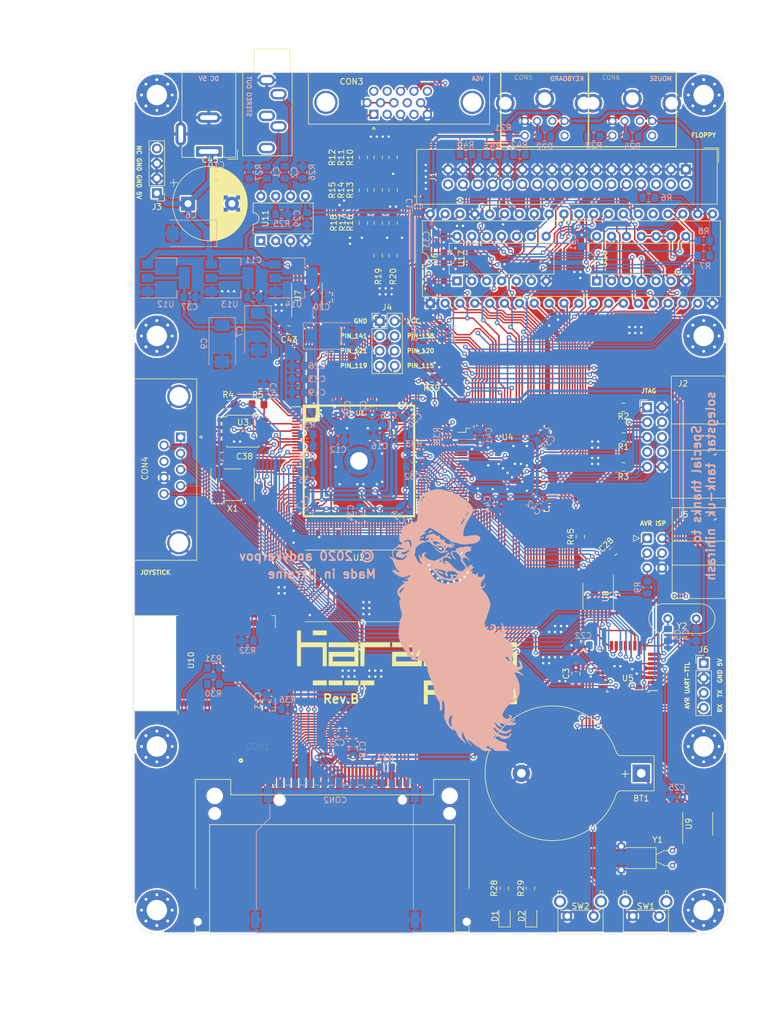
<source format=kicad_pcb>
(kicad_pcb (version 20171130) (host pcbnew 5.1.6-c6e7f7d~86~ubuntu18.04.1)
  (layers (0 F.Cu signal) (31 B.Cu signal) (34 B.Paste user) (35 F.Paste user) (36 B.SilkS user) (37 F.SilkS user) (38 B.Mask user) (39 F.Mask user) (44 Edge.Cuts user))
  (net 0 "")
  (net 1 "Net-(CON1-Pad25)")
  (net 2 "Net-(CON1-Pad24)")
  (net 3 "Net-(CON1-Pad46)")
  (net 4 "Net-(CON1-Pad45)")
  (net 5 "Net-(CON1-Pad44)")
  (net 6 "Net-(CON1-Pad43)")
  (net 7 "Net-(CON1-Pad42)")
  (net 8 "Net-(CON1-Pad40)")
  (net 9 "Net-(CON1-Pad37)")
  (net 10 "Net-(CON1-Pad36)")
  (net 11 "Net-(CON1-Pad33)")
  (net 12 "Net-(CON1-Pad26)")
  (net 13 "Net-(CON2-Pad9)")
  (net 14 "Net-(CON3-Pad15)")
  (net 15 "Net-(CON3-Pad12)")
  (net 16 "Net-(CON3-Pad11)")
  (net 17 "Net-(CON3-Pad9)")
  (net 18 "Net-(CON3-Pad4)")
  (net 19 "Net-(CON4-Pad7)")
  (net 20 "Net-(CON4-Pad5)")
  (net 21 "Net-(CON5-Pad2)")
  (net 22 "Net-(CON5-Pad6)")
  (net 23 "Net-(CON6-Pad2)")
  (net 24 "Net-(CON6-Pad6)")
  (net 25 "Net-(J1-Pad34)")
  (net 26 "Net-(J1-Pad14)")
  (net 27 "Net-(J1-Pad6)")
  (net 28 "Net-(J1-Pad4)")
  (net 29 "Net-(J1-Pad2)")
  (net 30 "Net-(U1-Pad25)")
  (net 31 "Net-(BT1-Pad1)")
  (net 32 "Net-(J2-Pad8)")
  (net 33 "Net-(J2-Pad7)")
  (net 34 "Net-(J2-Pad6)")
  (net 35 "Net-(J3-Pad4)")
  (net 36 GND)
  (net 37 VCC3_3)
  (net 38 VCC1_2)
  (net 39 VCC2_5)
  (net 40 /CONF_DONE)
  (net 41 /CLK_50MHZ)
  (net 42 /TDO)
  (net 43 /TMS)
  (net 44 /TCK)
  (net 45 /TDI)
  (net 46 /NCONFIG)
  (net 47 /DATA0)
  (net 48 /DCLK)
  (net 49 /NSTATUS)
  (net 50 /NCSO)
  (net 51 /ASDO)
  (net 52 /MA16)
  (net 53 /MA20)
  (net 54 /MD7)
  (net 55 /MD6)
  (net 56 /MD5)
  (net 57 /MD4)
  (net 58 /MD3)
  (net 59 /MD2)
  (net 60 /MD1)
  (net 61 /MD0)
  (net 62 /MA1)
  (net 63 /MA2)
  (net 64 /MA3)
  (net 65 /MA4)
  (net 66 /MA5)
  (net 67 /MA6)
  (net 68 /MA7)
  (net 69 /MA17)
  (net 70 /MA18)
  (net 71 /MA19)
  (net 72 /MA8)
  (net 73 /MA9)
  (net 74 /MA10)
  (net 75 /MA11)
  (net 76 /MA12)
  (net 77 /MA13)
  (net 78 /MA14)
  (net 79 /MA0)
  (net 80 /MA15)
  (net 81 /~MWR)
  (net 82 /~MRD)
  (net 83 "Net-(R4-Pad1)")
  (net 84 "Net-(R5-Pad1)")
  (net 85 "Net-(CON2-Pad11)")
  (net 86 "Net-(CON2-Pad10)")
  (net 87 "Net-(CON2-Pad8)")
  (net 88 /FDC_SIDE)
  (net 89 /~FDC_WPRT)
  (net 90 /~FDC_TR00)
  (net 91 /~FDC_WGATE)
  (net 92 /~FDC_WDATA)
  (net 93 /~FDC_STEP)
  (net 94 /~FDC_DIR)
  (net 95 /~FDC_MOTOR)
  (net 96 /~FDC_DRIVE1)
  (net 97 /~FDC_DRIVE0)
  (net 98 /~FDC_INDEX)
  (net 99 VCC)
  (net 100 "Net-(R7-Pad2)")
  (net 101 /FDC_IP)
  (net 102 /FDC_INTRQ)
  (net 103 /FDC_DRQ)
  (net 104 /FDC_SR)
  (net 105 /FDC_SL)
  (net 106 /FDC_DIR)
  (net 107 /FDC_STEP)
  (net 108 /D7)
  (net 109 /FDC_WF_DE)
  (net 110 /D6)
  (net 111 /FDC_RDY)
  (net 112 /D5)
  (net 113 /FDC_WD)
  (net 114 /D4)
  (net 115 /FDC_WGATE)
  (net 116 /D3)
  (net 117 /FDC_TR43)
  (net 118 /D2)
  (net 119 /D1)
  (net 120 /~FDC_RAWR)
  (net 121 /D0)
  (net 122 /FDC_A1)
  (net 123 /FDC_A0)
  (net 124 /~RD)
  (net 125 /~WR)
  (net 126 /~FDC_SIDE)
  (net 127 /FDC_DS1)
  (net 128 /FDC_DS0)
  (net 129 /~FDC_CS)
  (net 130 /~FDC_RDATA)
  (net 131 /~FDC_RST)
  (net 132 /FDC_RCLK)
  (net 133 /FDC_CLK)
  (net 134 /FDC_HLT)
  (net 135 /~SD_CS)
  (net 136 /SND_BS)
  (net 137 /SND_WS)
  (net 138 /SND_DAT)
  (net 139 /VGA_B2)
  (net 140 /VGA_B1)
  (net 141 /VGA_B0)
  (net 142 /VGA_G2)
  (net 143 /VGA_G1)
  (net 144 /VGA_G0)
  (net 145 /VGA_R2)
  (net 146 /VGA_R1)
  (net 147 /VGA_R0)
  (net 148 /VGA_VS)
  (net 149 /VGA_HS)
  (net 150 /WD10)
  (net 151 /WD9)
  (net 152 /WD8)
  (net 153 /~WRESET)
  (net 154 /~WWR)
  (net 155 /~WRD)
  (net 156 /WD15)
  (net 157 /WD14)
  (net 158 /WD13)
  (net 159 /WD12)
  (net 160 /WD11)
  (net 161 /WD2)
  (net 162 /WD1)
  (net 163 /WD0)
  (net 164 /WA0)
  (net 165 /WA1)
  (net 166 /WA2)
  (net 167 /~WCS1)
  (net 168 /WD7)
  (net 169 /WD6)
  (net 170 /WD5)
  (net 171 /WD4)
  (net 172 /WD3)
  (net 173 /UART_RX)
  (net 174 /UART_TX)
  (net 175 /UART_CTS)
  (net 176 /LAVR_MOSI)
  (net 177 /LAVR_SCK)
  (net 178 /~LAVR_CS)
  (net 179 /LAVR_MISO)
  (net 180 /LSND_DAT)
  (net 181 /LSND_WS)
  (net 182 /LSND_BS)
  (net 183 /~WCS0)
  (net 184 /CPLD_CLK2)
  (net 185 /CPLD_CLK)
  (net 186 /SD15)
  (net 187 /SD14)
  (net 188 /SD13)
  (net 189 /SD12)
  (net 190 /SD11)
  (net 191 /SD10)
  (net 192 /SD9)
  (net 193 /SD8)
  (net 194 /SD7)
  (net 195 /SD6)
  (net 196 /SD5)
  (net 197 /SD4)
  (net 198 /SD3)
  (net 199 /SD2)
  (net 200 /SD1)
  (net 201 /SD0)
  (net 202 /SA1)
  (net 203 /SA0)
  (net 204 /SDIR)
  (net 205 /~RESET)
  (net 206 "Net-(U9-Pad2)")
  (net 207 "Net-(U10-Pad9)")
  (net 208 "Net-(U10-Pad6)")
  (net 209 /AVR_MOSI)
  (net 210 /AVR_SCK)
  (net 211 /~AVR_CS)
  (net 212 /AVR_MISO)
  (net 213 /SND_R)
  (net 214 "Net-(C1-Pad1)")
  (net 215 /SND_L)
  (net 216 "Net-(R25-Pad1)")
  (net 217 "Net-(C2-Pad1)")
  (net 218 "Net-(U2-Pad10)")
  (net 219 /I2C_SCL)
  (net 220 /I2C_SDA)
  (net 221 /VS)
  (net 222 /HS)
  (net 223 /B)
  (net 224 /G)
  (net 225 /R)
  (net 226 /PS2_KB_DATA)
  (net 227 /PS2_KB_CLK)
  (net 228 /PS2_MS_DATA)
  (net 229 /PS2_MS_CLK)
  (net 230 "Net-(C3-Pad2)")
  (net 231 /AVR_XT1)
  (net 232 /AVR_XT2)
  (net 233 /~AVR_RESET)
  (net 234 /AVR_TX)
  (net 235 /AVR_RX)
  (net 236 /LED1)
  (net 237 /LED2)
  (net 238 /BTN2)
  (net 239 /BTN1)
  (net 240 /JOY_RIGHT)
  (net 241 /JOY_LEFT)
  (net 242 /JOY_DOWN)
  (net 243 /JOY_UP)
  (net 244 /JOY_FIRE2)
  (net 245 /JOY_FIRE1)
  (net 246 /TDI1)
  (net 247 "Net-(D1-Pad2)")
  (net 248 "Net-(D2-Pad2)")
  (net 249 "Net-(R30-Pad1)")
  (net 250 "Net-(R31-Pad1)")
  (net 251 "Net-(R32-Pad2)")
  (net 252 "Net-(U1-Pad91)")
  (net 253 "Net-(U1-Pad86)")
  (net 254 "Net-(U1-Pad24)")
  (net 255 "Net-(U1-Pad10)")
  (net 256 "Net-(U1-Pad7)")
  (net 257 "Net-(U2-Pad43)")
  (net 258 "Net-(U2-Pad41)")
  (net 259 "Net-(U2-Pad39)")
  (net 260 "Net-(U2-Pad36)")
  (net 261 "Net-(U2-Pad34)")
  (net 262 "Net-(U2-Pad32)")
  (net 263 "Net-(U2-Pad30)")
  (net 264 "Net-(U2-Pad15)")
  (net 265 "Net-(U2-Pad14)")
  (net 266 "Net-(U2-Pad13)")
  (net 267 /FDC_WDATA)
  (net 268 "Net-(U6-Pad25)")
  (net 269 "Net-(U7-Pad13)")
  (net 270 "Net-(U7-Pad9)")
  (net 271 "Net-(U7-Pad6)")
  (net 272 "Net-(U7-Pad2)")
  (net 273 "Net-(U8-Pad9)")
  (net 274 "Net-(U8-Pad6)")
  (net 275 "Net-(U9-Pad7)")
  (net 276 "Net-(U9-Pad1)")
  (net 277 "Net-(U10-Pad20)")
  (net 278 "Net-(U10-Pad19)")
  (net 279 "Net-(U10-Pad18)")
  (net 280 "Net-(U10-Pad17)")
  (net 281 "Net-(U10-Pad14)")
  (net 282 "Net-(U10-Pad13)")
  (net 283 "Net-(U10-Pad12)")
  (net 284 "Net-(U10-Pad11)")
  (net 285 "Net-(U10-Pad10)")
  (net 286 "Net-(U10-Pad5)")
  (net 287 "Net-(U10-Pad4)")
  (net 288 "Net-(U10-Pad2)")
  (net 289 /PIN_121)
  (net 290 /PIN_120)
  (net 291 /PIN_119)
  (net 292 /PIN_115)
  (net 293 /PIN_138)
  (net 294 /PIN_141)
  (module Resistor_SMD:R_0805_2012Metric_Pad1.15x1.40mm_HandSolder (layer F.Cu) (at 175.514 104.902 90)
    (fp_text reference R45 (at 0 -1.65 90) (layer F.SilkS))
    (fp_text value 10k)
    (pad 2 smd roundrect (at 1.025 0 90) (size 1.15 1.4) (layers F.Cu F.Paste F.Mask) (roundrect_rratio 0.217391) (net 37 VCC3_3))
    (pad 1 smd roundrect (at -1.025 0 90) (size 1.15 1.4) (layers F.Cu F.Paste F.Mask) (roundrect_rratio 0.217391) (net 178 /~LAVR_CS))
  )
  (module Connector_Dsub:DSUB-15-HD_Female_Horizontal_P2.29x1.98mm_EdgePinOffset3.03mm_Housed_MountingHolesOffset4.94mm (layer F.Cu) (at 140.208 32.766 180)
    (fp_text reference CON3 (at 3.81 5.588) (layer F.SilkS))
    (fp_text value VGA)
    (pad 0 thru_hole circle (at 8.185 2.05 180) (size 4 4) (drill 3.2) (layers *.Cu *.Mask))
    (pad 0 thru_hole circle (at -16.815 2.05 180) (size 4 4) (drill 3.2) (layers *.Cu *.Mask))
    (pad 15 thru_hole circle (at -9.16 3.96 180) (size 1.6 1.6) (drill 1) (layers *.Cu *.Mask) (net 14 "Net-(CON3-Pad15)"))
    (pad 14 thru_hole circle (at -6.87 3.96 180) (size 1.6 1.6) (drill 1) (layers *.Cu *.Mask) (net 221 /VS))
    (pad 13 thru_hole circle (at -4.58 3.96 180) (size 1.6 1.6) (drill 1) (layers *.Cu *.Mask) (net 222 /HS))
    (pad 12 thru_hole circle (at -2.29 3.96 180) (size 1.6 1.6) (drill 1) (layers *.Cu *.Mask) (net 15 "Net-(CON3-Pad12)"))
    (pad 11 thru_hole circle (at 0 3.96 180) (size 1.6 1.6) (drill 1) (layers *.Cu *.Mask) (net 16 "Net-(CON3-Pad11)"))
    (pad 10 thru_hole circle (at -8.015 1.98 180) (size 1.6 1.6) (drill 1) (layers *.Cu *.Mask) (net 36 GND))
    (pad 9 thru_hole circle (at -5.725 1.98 180) (size 1.6 1.6) (drill 1) (layers *.Cu *.Mask) (net 17 "Net-(CON3-Pad9)"))
    (pad 8 thru_hole circle (at -3.435 1.98 180) (size 1.6 1.6) (drill 1) (layers *.Cu *.Mask) (net 36 GND))
    (pad 7 thru_hole circle (at -1.145 1.98 180) (size 1.6 1.6) (drill 1) (layers *.Cu *.Mask) (net 36 GND))
    (pad 6 thru_hole circle (at 1.145 1.98 180) (size 1.6 1.6) (drill 1) (layers *.Cu *.Mask) (net 36 GND))
    (pad 5 thru_hole circle (at -9.16 0 180) (size 1.6 1.6) (drill 1) (layers *.Cu *.Mask) (net 36 GND))
    (pad 4 thru_hole circle (at -6.87 0 180) (size 1.6 1.6) (drill 1) (layers *.Cu *.Mask) (net 18 "Net-(CON3-Pad4)"))
    (pad 3 thru_hole circle (at -4.58 0 180) (size 1.6 1.6) (drill 1) (layers *.Cu *.Mask) (net 223 /B))
    (pad 2 thru_hole circle (at -2.29 0 180) (size 1.6 1.6) (drill 1) (layers *.Cu *.Mask) (net 224 /G))
    (pad 1 thru_hole rect (at 0 0 180) (size 1.6 1.6) (drill 1) (layers *.Cu *.Mask) (net 225 /R))
  )
  (module Battery:BatteryHolder_Keystone_103_1x20mm (layer F.Cu) (at 185.928 145.288 180)
    (fp_text reference BT1 (at 0 -4.3) (layer F.SilkS))
    (fp_text value 3V)
    (fp_text user + (at 2.75 0) (layer F.SilkS) (effects (font (size 1.5 1.5))))
    (pad 1 thru_hole rect (at 0 0 180) (size 3 3) (drill 1.5) (layers *.Cu *.Mask) (net 31 "Net-(BT1-Pad1)"))
    (pad 2 thru_hole circle (at 20.49 0 180) (size 3 3) (drill 1.5) (layers *.Cu *.Mask) (net 36 GND))
  )
  (module Resistor_SMD:R_0805_2012Metric_Pad1.15x1.40mm_HandSolder (layer B.Cu) (at 151.892 70.104 270)
    (fp_text reference R44 (at 0 -1.778 90) (layer B.SilkS) (effects (justify mirror)))
    (fp_text value 10k)
    (pad 2 smd roundrect (at 1.025 0 270) (size 1.15 1.4) (layers B.Cu B.Paste B.Mask) (roundrect_rratio 0.217391) (net 99 VCC))
    (pad 1 smd roundrect (at -1.025 0 270) (size 1.15 1.4) (layers B.Cu B.Paste B.Mask) (roundrect_rratio 0.217391) (net 103 /FDC_DRQ))
  )
  (module Resistor_SMD:R_0805_2012Metric_Pad1.15x1.40mm_HandSolder (layer B.Cu) (at 148.844 70.104 270)
    (fp_text reference R43 (at 0 1.65 90) (layer B.SilkS) (effects (justify mirror)))
    (fp_text value 10k)
    (pad 2 smd roundrect (at 1.025 0 270) (size 1.15 1.4) (layers B.Cu B.Paste B.Mask) (roundrect_rratio 0.217391) (net 99 VCC))
    (pad 1 smd roundrect (at -1.025 0 270) (size 1.15 1.4) (layers B.Cu B.Paste B.Mask) (roundrect_rratio 0.217391) (net 102 /FDC_INTRQ))
  )
  (module Resistor_SMD:R_0805_2012Metric_Pad1.15x1.40mm_HandSolder (layer B.Cu) (at 165.1 39.624 180)
    (fp_text reference R42 (at 0 1.65) (layer B.SilkS) (effects (justify mirror)))
    (fp_text value 10k)
    (pad 2 smd roundrect (at 1.025 0 180) (size 1.15 1.4) (layers B.Cu B.Paste B.Mask) (roundrect_rratio 0.217391) (net 99 VCC))
    (pad 1 smd roundrect (at -1.025 0 180) (size 1.15 1.4) (layers B.Cu B.Paste B.Mask) (roundrect_rratio 0.217391) (net 90 /~FDC_TR00))
  )
  (module Resistor_SMD:R_0805_2012Metric_Pad1.15x1.40mm_HandSolder (layer B.Cu) (at 160.528 39.624 180)
    (fp_text reference R41 (at 0 1.524) (layer B.SilkS) (effects (justify mirror)))
    (fp_text value 10k)
    (pad 2 smd roundrect (at 1.025 0 180) (size 1.15 1.4) (layers B.Cu B.Paste B.Mask) (roundrect_rratio 0.217391) (net 99 VCC))
    (pad 1 smd roundrect (at -1.025 0 180) (size 1.15 1.4) (layers B.Cu B.Paste B.Mask) (roundrect_rratio 0.217391) (net 89 /~FDC_WPRT))
  )
  (module Resistor_SMD:R_0805_2012Metric_Pad1.15x1.40mm_HandSolder (layer B.Cu) (at 155.956 39.624 180)
    (fp_text reference R40 (at 0 1.65 180) (layer B.SilkS) (effects (justify mirror)))
    (fp_text value 10k)
    (pad 2 smd roundrect (at 1.025 0 180) (size 1.15 1.4) (layers B.Cu B.Paste B.Mask) (roundrect_rratio 0.217391) (net 99 VCC))
    (pad 1 smd roundrect (at -1.025 0 180) (size 1.15 1.4) (layers B.Cu B.Paste B.Mask) (roundrect_rratio 0.217391) (net 130 /~FDC_RDATA))
  )
  (module Capacitor_THT:CP_Radial_D12.5mm_P7.50mm (layer F.Cu) (at 108.458 48.006)
    (fp_text reference C45 (at 3.75 -7.5) (layer F.SilkS))
    (fp_text value 470uF)
    (pad 2 thru_hole circle (at 7.5 0) (size 2.4 2.4) (drill 1.2) (layers *.Cu *.Mask) (net 36 GND))
    (pad 1 thru_hole rect (at 0 0) (size 2.4 2.4) (drill 1.2) (layers *.Cu *.Mask) (net 99 VCC))
  )
  (module Resistor_SMD:R_0805_2012Metric_Pad1.15x1.40mm_HandSolder (layer F.Cu) (at 150.114 77.724)
    (fp_text reference R39 (at 0 1.778) (layer F.SilkS))
    (fp_text value 10k)
    (pad 2 smd roundrect (at 1.025 0) (size 1.15 1.4) (layers F.Cu F.Paste F.Mask) (roundrect_rratio 0.217391) (net 36 GND))
    (pad 1 smd roundrect (at -1.025 0) (size 1.15 1.4) (layers F.Cu F.Paste F.Mask) (roundrect_rratio 0.217391) (net 205 /~RESET))
  )
  (module Resistor_SMD:R_0805_2012Metric_Pad1.15x1.40mm_HandSolder (layer B.Cu) (at 152.654 87.63 270)
    (fp_text reference R38 (at 0 1.65 270) (layer B.SilkS) (effects (justify mirror)))
    (fp_text value 10k)
    (pad 2 smd roundrect (at 1.025 0 270) (size 1.15 1.4) (layers B.Cu B.Paste B.Mask) (roundrect_rratio 0.217391) (net 37 VCC3_3))
    (pad 1 smd roundrect (at -1.025 0 270) (size 1.15 1.4) (layers B.Cu B.Paste B.Mask) (roundrect_rratio 0.217391) (net 204 /SDIR))
  )
  (module Connector_PinHeader_2.54mm:PinHeader_1x04_P2.54mm_Vertical (layer F.Cu) (at 196.596 126.492)
    (fp_text reference J6 (at 0 -2.33) (layer F.SilkS))
    (fp_text value "AVR UART")
    (pad 4 thru_hole oval (at 0 7.62) (size 1.7 1.7) (drill 1) (layers *.Cu *.Mask) (net 235 /AVR_RX))
    (pad 3 thru_hole oval (at 0 5.08) (size 1.7 1.7) (drill 1) (layers *.Cu *.Mask) (net 234 /AVR_TX))
    (pad 2 thru_hole oval (at 0 2.54) (size 1.7 1.7) (drill 1) (layers *.Cu *.Mask) (net 36 GND))
    (pad 1 thru_hole rect (at 0 0) (size 1.7 1.7) (drill 1) (layers *.Cu *.Mask) (net 99 VCC))
  )
  (module Connector_PinHeader_2.54mm:PinHeader_2x04_P2.54mm_Vertical (layer F.Cu) (at 141.224 68.072)
    (fp_text reference J4 (at 1.27 -2.33) (layer F.SilkS))
    (fp_text value uBus)
    (pad 8 thru_hole oval (at 2.54 7.62) (size 1.7 1.7) (drill 1) (layers *.Cu *.Mask) (net 292 /PIN_115))
    (pad 7 thru_hole oval (at 0 7.62) (size 1.7 1.7) (drill 1) (layers *.Cu *.Mask) (net 291 /PIN_119))
    (pad 6 thru_hole oval (at 2.54 5.08) (size 1.7 1.7) (drill 1) (layers *.Cu *.Mask) (net 290 /PIN_120))
    (pad 5 thru_hole oval (at 0 5.08) (size 1.7 1.7) (drill 1) (layers *.Cu *.Mask) (net 289 /PIN_121))
    (pad 4 thru_hole oval (at 2.54 2.54) (size 1.7 1.7) (drill 1) (layers *.Cu *.Mask) (net 293 /PIN_138))
    (pad 3 thru_hole oval (at 0 2.54) (size 1.7 1.7) (drill 1) (layers *.Cu *.Mask) (net 294 /PIN_141))
    (pad 2 thru_hole oval (at 2.54 0) (size 1.7 1.7) (drill 1) (layers *.Cu *.Mask) (net 99 VCC))
    (pad 1 thru_hole rect (at 0 0) (size 1.7 1.7) (drill 1) (layers *.Cu *.Mask) (net 36 GND))
  )
  (module Capacitor_SMD:C_0805_2012Metric_Pad1.15x1.40mm_HandSolder (layer B.Cu) (at 161.29 99.314 270)
    (fp_text reference C44 (at 0 1.65 90) (layer B.SilkS) (effects (justify mirror)))
    (fp_text value 100n)
    (pad 2 smd roundrect (at 1.025 0 270) (size 1.15 1.4) (layers B.Cu B.Paste B.Mask) (roundrect_rratio 0.217391) (net 36 GND))
    (pad 1 smd roundrect (at -1.025 0 270) (size 1.15 1.4) (layers B.Cu B.Paste B.Mask) (roundrect_rratio 0.217391) (net 37 VCC3_3))
  )
  (module Capacitor_SMD:C_0805_2012Metric_Pad1.15x1.40mm_HandSolder (layer F.Cu) (at 125.73 69.596 180)
    (fp_text reference C43 (at 0 -1.65) (layer F.SilkS))
    (fp_text value 100n)
    (pad 2 smd roundrect (at 1.025 0 180) (size 1.15 1.4) (layers F.Cu F.Paste F.Mask) (roundrect_rratio 0.217391) (net 36 GND))
    (pad 1 smd roundrect (at -1.025 0 180) (size 1.15 1.4) (layers F.Cu F.Paste F.Mask) (roundrect_rratio 0.217391) (net 37 VCC3_3))
  )
  (module Capacitor_SMD:C_0805_2012Metric_Pad1.15x1.40mm_HandSolder (layer B.Cu) (at 168.656 98.806 315)
    (fp_text reference C42 (at 0 1.65 135) (layer B.SilkS) (effects (justify mirror)))
    (fp_text value 100n)
    (pad 2 smd roundrect (at 1.025 0 315) (size 1.15 1.4) (layers B.Cu B.Paste B.Mask) (roundrect_rratio 0.217391) (net 36 GND))
    (pad 1 smd roundrect (at -1.025 0 315) (size 1.15 1.4) (layers B.Cu B.Paste B.Mask) (roundrect_rratio 0.217391) (net 37 VCC3_3))
  )
  (module Capacitor_SMD:C_0805_2012Metric_Pad1.15x1.40mm_HandSolder (layer B.Cu) (at 158.242 87.63 90)
    (fp_text reference C41 (at 0 1.65 90) (layer B.SilkS) (effects (justify mirror)))
    (fp_text value 100n)
    (pad 2 smd roundrect (at 1.025 0 90) (size 1.15 1.4) (layers B.Cu B.Paste B.Mask) (roundrect_rratio 0.217391) (net 36 GND))
    (pad 1 smd roundrect (at -1.025 0 90) (size 1.15 1.4) (layers B.Cu B.Paste B.Mask) (roundrect_rratio 0.217391) (net 37 VCC3_3))
  )
  (module Capacitor_SMD:C_0805_2012Metric_Pad1.15x1.40mm_HandSolder (layer B.Cu) (at 121.412 80.01 90)
    (fp_text reference C40 (at 0 1.65 90) (layer B.SilkS) (effects (justify mirror)))
    (fp_text value 100n)
    (pad 2 smd roundrect (at 1.025 0 90) (size 1.15 1.4) (layers B.Cu B.Paste B.Mask) (roundrect_rratio 0.217391) (net 36 GND))
    (pad 1 smd roundrect (at -1.025 0 90) (size 1.15 1.4) (layers B.Cu B.Paste B.Mask) (roundrect_rratio 0.217391) (net 37 VCC3_3))
  )
  (module Capacitor_SMD:C_0805_2012Metric_Pad1.15x1.40mm_HandSolder (layer B.Cu) (at 168.872784 87.667216 45)
    (fp_text reference C39 (at 0 1.65 45) (layer B.SilkS) (effects (justify mirror)))
    (fp_text value 100n)
    (pad 2 smd roundrect (at 1.025 0 45) (size 1.15 1.4) (layers B.Cu B.Paste B.Mask) (roundrect_rratio 0.217391) (net 36 GND))
    (pad 1 smd roundrect (at -1.025 0 45) (size 1.15 1.4) (layers B.Cu B.Paste B.Mask) (roundrect_rratio 0.217391) (net 37 VCC3_3))
  )
  (module Capacitor_SMD:C_0805_2012Metric_Pad1.15x1.40mm_HandSolder (layer F.Cu) (at 114.3 91.186 180)
    (fp_text reference C38 (at -3.81 0) (layer F.SilkS))
    (fp_text value 100n)
    (pad 2 smd roundrect (at 1.025 0 180) (size 1.15 1.4) (layers F.Cu F.Paste F.Mask) (roundrect_rratio 0.217391) (net 36 GND))
    (pad 1 smd roundrect (at -1.025 0 180) (size 1.15 1.4) (layers F.Cu F.Paste F.Mask) (roundrect_rratio 0.217391) (net 37 VCC3_3))
  )
  (module Capacitor_SMD:C_0805_2012Metric_Pad1.15x1.40mm_HandSolder (layer B.Cu) (at 108.712 64.008)
    (fp_text reference C37 (at 0 1.65) (layer B.SilkS) (effects (justify mirror)))
    (fp_text value 100n)
    (pad 2 smd roundrect (at 1.025 0) (size 1.15 1.4) (layers B.Cu B.Paste B.Mask) (roundrect_rratio 0.217391) (net 36 GND))
    (pad 1 smd roundrect (at -1.025 0) (size 1.15 1.4) (layers B.Cu B.Paste B.Mask) (roundrect_rratio 0.217391) (net 37 VCC3_3))
  )
  (module Capacitor_SMD:C_0805_2012Metric_Pad1.15x1.40mm_HandSolder (layer B.Cu) (at 134.112 83.058 90)
    (fp_text reference C36 (at 0 1.65 90) (layer B.SilkS) (effects (justify mirror)))
    (fp_text value 100n)
    (pad 2 smd roundrect (at 1.025 0 90) (size 1.15 1.4) (layers B.Cu B.Paste B.Mask) (roundrect_rratio 0.217391) (net 36 GND))
    (pad 1 smd roundrect (at -1.025 0 90) (size 1.15 1.4) (layers B.Cu B.Paste B.Mask) (roundrect_rratio 0.217391) (net 37 VCC3_3))
  )
  (module Capacitor_SMD:C_0805_2012Metric_Pad1.15x1.40mm_HandSolder (layer B.Cu) (at 128.778 93.726 180)
    (fp_text reference C35 (at 0 -1.524) (layer B.SilkS) (effects (justify mirror)))
    (fp_text value 100n)
    (pad 2 smd roundrect (at 1.025 0 180) (size 1.15 1.4) (layers B.Cu B.Paste B.Mask) (roundrect_rratio 0.217391) (net 36 GND))
    (pad 1 smd roundrect (at -1.025 0 180) (size 1.15 1.4) (layers B.Cu B.Paste B.Mask) (roundrect_rratio 0.217391) (net 37 VCC3_3))
  )
  (module Capacitor_SMD:C_0805_2012Metric_Pad1.15x1.40mm_HandSolder (layer B.Cu) (at 137.922 100.838 270)
    (fp_text reference C34 (at 0 1.65 90) (layer B.SilkS) (effects (justify mirror)))
    (fp_text value 100n)
    (pad 2 smd roundrect (at 1.025 0 270) (size 1.15 1.4) (layers B.Cu B.Paste B.Mask) (roundrect_rratio 0.217391) (net 36 GND))
    (pad 1 smd roundrect (at -1.025 0 270) (size 1.15 1.4) (layers B.Cu B.Paste B.Mask) (roundrect_rratio 0.217391) (net 37 VCC3_3))
  )
  (module Capacitor_SMD:C_0805_2012Metric_Pad1.15x1.40mm_HandSolder (layer B.Cu) (at 150.876 54.102 270)
    (fp_text reference C33 (at 0 1.65 90) (layer B.SilkS) (effects (justify mirror)))
    (fp_text value 100n)
    (pad 2 smd roundrect (at 1.025 0 270) (size 1.15 1.4) (layers B.Cu B.Paste B.Mask) (roundrect_rratio 0.217391) (net 36 GND))
    (pad 1 smd roundrect (at -1.025 0 270) (size 1.15 1.4) (layers B.Cu B.Paste B.Mask) (roundrect_rratio 0.217391) (net 99 VCC))
  )
  (module Capacitor_SMD:C_0805_2012Metric_Pad1.15x1.40mm_HandSolder (layer B.Cu) (at 146.812 92.964)
    (fp_text reference C32 (at 0 1.65) (layer B.SilkS) (effects (justify mirror)))
    (fp_text value 100n)
    (pad 2 smd roundrect (at 1.025 0) (size 1.15 1.4) (layers B.Cu B.Paste B.Mask) (roundrect_rratio 0.217391) (net 36 GND))
    (pad 1 smd roundrect (at -1.025 0) (size 1.15 1.4) (layers B.Cu B.Paste B.Mask) (roundrect_rratio 0.217391) (net 37 VCC3_3))
  )
  (module Capacitor_SMD:C_0805_2012Metric_Pad1.15x1.40mm_HandSolder (layer B.Cu) (at 175.768 54.356 90)
    (fp_text reference C31 (at -0.254 -1.524 90) (layer B.SilkS) (effects (justify mirror)))
    (fp_text value 100n)
    (pad 2 smd roundrect (at 1.025 0 90) (size 1.15 1.4) (layers B.Cu B.Paste B.Mask) (roundrect_rratio 0.217391) (net 36 GND))
    (pad 1 smd roundrect (at -1.025 0 90) (size 1.15 1.4) (layers B.Cu B.Paste B.Mask) (roundrect_rratio 0.217391) (net 99 VCC))
  )
  (module Capacitor_SMD:C_0805_2012Metric_Pad1.15x1.40mm_HandSolder (layer B.Cu) (at 146.05 83.82 45)
    (fp_text reference C30 (at 0 1.65 45) (layer B.SilkS) (effects (justify mirror)))
    (fp_text value 100n)
    (pad 2 smd roundrect (at 1.025 0 45) (size 1.15 1.4) (layers B.Cu B.Paste B.Mask) (roundrect_rratio 0.217391) (net 36 GND))
    (pad 1 smd roundrect (at -1.025 0 45) (size 1.15 1.4) (layers B.Cu B.Paste B.Mask) (roundrect_rratio 0.217391) (net 37 VCC3_3))
  )
  (module Capacitor_SMD:C_0805_2012Metric_Pad1.15x1.40mm_HandSolder (layer B.Cu) (at 128.778 50.546 270)
    (fp_text reference C29 (at 0 1.65 90) (layer B.SilkS) (effects (justify mirror)))
    (fp_text value 100n)
    (pad 2 smd roundrect (at 1.025 0 270) (size 1.15 1.4) (layers B.Cu B.Paste B.Mask) (roundrect_rratio 0.217391) (net 36 GND))
    (pad 1 smd roundrect (at -1.025 0 270) (size 1.15 1.4) (layers B.Cu B.Paste B.Mask) (roundrect_rratio 0.217391) (net 99 VCC))
  )
  (module Capacitor_SMD:C_0805_2012Metric_Pad1.15x1.40mm_HandSolder (layer F.Cu) (at 181.102 107.442 45)
    (fp_text reference C28 (at 0 -1.65 45) (layer F.SilkS))
    (fp_text value 100n)
    (pad 2 smd roundrect (at 1.025 0 45) (size 1.15 1.4) (layers F.Cu F.Paste F.Mask) (roundrect_rratio 0.217391) (net 36 GND))
    (pad 1 smd roundrect (at -1.025 0 45) (size 1.15 1.4) (layers F.Cu F.Paste F.Mask) (roundrect_rratio 0.217391) (net 37 VCC3_3))
  )
  (module Capacitor_SMD:C_0805_2012Metric_Pad1.15x1.40mm_HandSolder (layer B.Cu) (at 133.858 138.43)
    (fp_text reference C27 (at 0 1.65) (layer B.SilkS) (effects (justify mirror)))
    (fp_text value 100n)
    (pad 2 smd roundrect (at 1.025 0) (size 1.15 1.4) (layers B.Cu B.Paste B.Mask) (roundrect_rratio 0.217391) (net 36 GND))
    (pad 1 smd roundrect (at -1.025 0) (size 1.15 1.4) (layers B.Cu B.Paste B.Mask) (roundrect_rratio 0.217391) (net 37 VCC3_3))
  )
  (module Capacitor_SMD:C_0805_2012Metric_Pad1.15x1.40mm_HandSolder (layer B.Cu) (at 127.254 75.692 180)
    (fp_text reference C26 (at -3.302 0) (layer B.SilkS) (effects (justify mirror)))
    (fp_text value 100n)
    (pad 2 smd roundrect (at 1.025 0 180) (size 1.15 1.4) (layers B.Cu B.Paste B.Mask) (roundrect_rratio 0.217391) (net 36 GND))
    (pad 1 smd roundrect (at -1.025 0 180) (size 1.15 1.4) (layers B.Cu B.Paste B.Mask) (roundrect_rratio 0.217391) (net 39 VCC2_5))
  )
  (module Capacitor_SMD:C_0805_2012Metric_Pad1.15x1.40mm_HandSolder (layer B.Cu) (at 192.024 149.352 180)
    (fp_text reference C25 (at 0 1.65) (layer B.SilkS) (effects (justify mirror)))
    (fp_text value 100n)
    (pad 2 smd roundrect (at 1.025 0 180) (size 1.15 1.4) (layers B.Cu B.Paste B.Mask) (roundrect_rratio 0.217391) (net 36 GND))
    (pad 1 smd roundrect (at -1.025 0 180) (size 1.15 1.4) (layers B.Cu B.Paste B.Mask) (roundrect_rratio 0.217391) (net 99 VCC))
  )
  (module Capacitor_SMD:C_0805_2012Metric_Pad1.15x1.40mm_HandSolder (layer B.Cu) (at 145.542 100.33 315)
    (fp_text reference C24 (at 0 1.65 135) (layer B.SilkS) (effects (justify mirror)))
    (fp_text value 100n)
    (pad 2 smd roundrect (at 1.025 0 315) (size 1.15 1.4) (layers B.Cu B.Paste B.Mask) (roundrect_rratio 0.217391) (net 36 GND))
    (pad 1 smd roundrect (at -1.025 0 315) (size 1.15 1.4) (layers B.Cu B.Paste B.Mask) (roundrect_rratio 0.217391) (net 37 VCC3_3))
  )
  (module Capacitor_SMD:C_0805_2012Metric_Pad1.15x1.40mm_HandSolder (layer B.Cu) (at 127.254 77.978 180)
    (fp_text reference C23 (at -3.302 0) (layer B.SilkS) (effects (justify mirror)))
    (fp_text value 100n)
    (pad 2 smd roundrect (at 1.025 0 180) (size 1.15 1.4) (layers B.Cu B.Paste B.Mask) (roundrect_rratio 0.217391) (net 36 GND))
    (pad 1 smd roundrect (at -1.025 0 180) (size 1.15 1.4) (layers B.Cu B.Paste B.Mask) (roundrect_rratio 0.217391) (net 39 VCC2_5))
  )
  (module Capacitor_SMD:C_0805_2012Metric_Pad1.15x1.40mm_HandSolder (layer B.Cu) (at 176.022 123.444 180)
    (fp_text reference C22 (at 0 1.65) (layer B.SilkS) (effects (justify mirror)))
    (fp_text value 100n)
    (pad 2 smd roundrect (at 1.025 0 180) (size 1.15 1.4) (layers B.Cu B.Paste B.Mask) (roundrect_rratio 0.217391) (net 36 GND))
    (pad 1 smd roundrect (at -1.025 0 180) (size 1.15 1.4) (layers B.Cu B.Paste B.Mask) (roundrect_rratio 0.217391) (net 99 VCC))
  )
  (module Capacitor_SMD:C_0805_2012Metric_Pad1.15x1.40mm_HandSolder (layer B.Cu) (at 139.954 83.058 90)
    (fp_text reference C21 (at 0 -1.524 90) (layer B.SilkS) (effects (justify mirror)))
    (fp_text value 100n)
    (pad 2 smd roundrect (at 1.025 0 90) (size 1.15 1.4) (layers B.Cu B.Paste B.Mask) (roundrect_rratio 0.217391) (net 36 GND))
    (pad 1 smd roundrect (at -1.025 0 90) (size 1.15 1.4) (layers B.Cu B.Paste B.Mask) (roundrect_rratio 0.217391) (net 37 VCC3_3))
  )
  (module Capacitor_SMD:C_0805_2012Metric_Pad1.15x1.40mm_HandSolder (layer B.Cu) (at 131.318 64.008)
    (fp_text reference C20 (at 0 1.65) (layer B.SilkS) (effects (justify mirror)))
    (fp_text value 100n)
    (pad 2 smd roundrect (at 1.025 0) (size 1.15 1.4) (layers B.Cu B.Paste B.Mask) (roundrect_rratio 0.217391) (net 36 GND))
    (pad 1 smd roundrect (at -1.025 0) (size 1.15 1.4) (layers B.Cu B.Paste B.Mask) (roundrect_rratio 0.217391) (net 38 VCC1_2))
  )
  (module Capacitor_SMD:C_0805_2012Metric_Pad1.15x1.40mm_HandSolder (layer B.Cu) (at 127.254 80.264 180)
    (fp_text reference C19 (at -3.302 0) (layer B.SilkS) (effects (justify mirror)))
    (fp_text value 100n)
    (pad 2 smd roundrect (at 1.025 0 180) (size 1.15 1.4) (layers B.Cu B.Paste B.Mask) (roundrect_rratio 0.217391) (net 36 GND))
    (pad 1 smd roundrect (at -1.025 0 180) (size 1.15 1.4) (layers B.Cu B.Paste B.Mask) (roundrect_rratio 0.217391) (net 39 VCC2_5))
  )
  (module Capacitor_SMD:C_0805_2012Metric_Pad1.15x1.40mm_HandSolder (layer B.Cu) (at 136.652 141.224 90)
    (fp_text reference C18 (at 0 1.65 90) (layer B.SilkS) (effects (justify mirror)))
    (fp_text value 100n)
    (pad 2 smd roundrect (at 1.025 0 90) (size 1.15 1.4) (layers B.Cu B.Paste B.Mask) (roundrect_rratio 0.217391) (net 36 GND))
    (pad 1 smd roundrect (at -1.025 0 90) (size 1.15 1.4) (layers B.Cu B.Paste B.Mask) (roundrect_rratio 0.217391) (net 99 VCC))
  )
  (module Capacitor_SMD:C_0805_2012Metric_Pad1.15x1.40mm_HandSolder (layer B.Cu) (at 129.286 100.33 225)
    (fp_text reference C17 (at 0 1.65 45) (layer B.SilkS) (effects (justify mirror)))
    (fp_text value 100n)
    (pad 2 smd roundrect (at 1.025 0 225) (size 1.15 1.4) (layers B.Cu B.Paste B.Mask) (roundrect_rratio 0.217391) (net 36 GND))
    (pad 1 smd roundrect (at -1.025 0 225) (size 1.15 1.4) (layers B.Cu B.Paste B.Mask) (roundrect_rratio 0.217391) (net 37 VCC3_3))
  )
  (module Capacitor_SMD:C_0805_2012Metric_Pad1.15x1.40mm_HandSolder (layer B.Cu) (at 141.224 87.884 180)
    (fp_text reference C16 (at 0 -1.524) (layer B.SilkS) (effects (justify mirror)))
    (fp_text value 100n)
    (pad 2 smd roundrect (at 1.025 0 180) (size 1.15 1.4) (layers B.Cu B.Paste B.Mask) (roundrect_rratio 0.217391) (net 36 GND))
    (pad 1 smd roundrect (at -1.025 0 180) (size 1.15 1.4) (layers B.Cu B.Paste B.Mask) (roundrect_rratio 0.217391) (net 38 VCC1_2))
  )
  (module Capacitor_SMD:C_0805_2012Metric_Pad1.15x1.40mm_HandSolder (layer B.Cu) (at 142.748 85.852 180)
    (fp_text reference C15 (at 0 1.65) (layer B.SilkS) (effects (justify mirror)))
    (fp_text value 100n)
    (pad 2 smd roundrect (at 1.025 0 180) (size 1.15 1.4) (layers B.Cu B.Paste B.Mask) (roundrect_rratio 0.217391) (net 36 GND))
    (pad 1 smd roundrect (at -1.025 0 180) (size 1.15 1.4) (layers B.Cu B.Paste B.Mask) (roundrect_rratio 0.217391) (net 39 VCC2_5))
  )
  (module Capacitor_SMD:C_0805_2012Metric_Pad1.15x1.40mm_HandSolder (layer B.Cu) (at 147.828 48.514 90)
    (fp_text reference C14 (at 0 -1.524 90) (layer B.SilkS) (effects (justify mirror)))
    (fp_text value 100n)
    (pad 2 smd roundrect (at 1.025 0 90) (size 1.15 1.4) (layers B.Cu B.Paste B.Mask) (roundrect_rratio 0.217391) (net 36 GND))
    (pad 1 smd roundrect (at -1.025 0 90) (size 1.15 1.4) (layers B.Cu B.Paste B.Mask) (roundrect_rratio 0.217391) (net 99 VCC))
  )
  (module Capacitor_SMD:C_0805_2012Metric_Pad1.15x1.40mm_HandSolder (layer B.Cu) (at 121.92 132.842 90)
    (fp_text reference C13 (at 0 -1.524 90) (layer B.SilkS) (effects (justify mirror)))
    (fp_text value 100n)
    (pad 2 smd roundrect (at 1.025 0 90) (size 1.15 1.4) (layers B.Cu B.Paste B.Mask) (roundrect_rratio 0.217391) (net 36 GND))
    (pad 1 smd roundrect (at -1.025 0 90) (size 1.15 1.4) (layers B.Cu B.Paste B.Mask) (roundrect_rratio 0.217391) (net 37 VCC3_3))
  )
  (module Capacitor_SMD:C_0805_2012Metric_Pad1.15x1.40mm_HandSolder (layer B.Cu) (at 134.112 88.392)
    (fp_text reference C12 (at 0 1.65) (layer B.SilkS) (effects (justify mirror)))
    (fp_text value 100n)
    (pad 2 smd roundrect (at 1.025 0) (size 1.15 1.4) (layers B.Cu B.Paste B.Mask) (roundrect_rratio 0.217391) (net 36 GND))
    (pad 1 smd roundrect (at -1.025 0) (size 1.15 1.4) (layers B.Cu B.Paste B.Mask) (roundrect_rratio 0.217391) (net 38 VCC1_2))
  )
  (module Capacitor_SMD:C_0805_2012Metric_Pad1.15x1.40mm_HandSolder (layer B.Cu) (at 119.625 64.008)
    (fp_text reference C11 (at 0 -6.35) (layer B.SilkS) (effects (justify mirror)))
    (fp_text value 100n)
    (pad 2 smd roundrect (at 1.025 0) (size 1.15 1.4) (layers B.Cu B.Paste B.Mask) (roundrect_rratio 0.217391) (net 36 GND))
    (pad 1 smd roundrect (at -1.025 0) (size 1.15 1.4) (layers B.Cu B.Paste B.Mask) (roundrect_rratio 0.217391) (net 39 VCC2_5))
  )
  (module Capacitor_SMD:C_0805_2012Metric_Pad1.15x1.40mm_HandSolder (layer B.Cu) (at 113.284 43.18)
    (fp_text reference C10 (at 0 -1.778) (layer B.SilkS) (effects (justify mirror)))
    (fp_text value 100n)
    (pad 2 smd roundrect (at 1.025 0) (size 1.15 1.4) (layers B.Cu B.Paste B.Mask) (roundrect_rratio 0.217391) (net 36 GND))
    (pad 1 smd roundrect (at -1.025 0) (size 1.15 1.4) (layers B.Cu B.Paste B.Mask) (roundrect_rratio 0.217391) (net 99 VCC))
  )
  (module Capacitor_Tantalum_SMD:CP_EIA-7343-31_Kemet-D (layer B.Cu) (at 114.3 71.882 270)
    (fp_text reference C9 (at 0 3.1 90) (layer B.SilkS) (effects (justify mirror)))
    (fp_text value 10uF)
    (pad 2 smd roundrect (at 3.1125 0 270) (size 2.075 2.55) (layers B.Cu B.Paste B.Mask) (roundrect_rratio 0.120482) (net 36 GND))
    (pad 1 smd roundrect (at -3.1125 0 270) (size 2.075 2.55) (layers B.Cu B.Paste B.Mask) (roundrect_rratio 0.120482) (net 37 VCC3_3))
  )
  (module Capacitor_Tantalum_SMD:CP_EIA-7343-31_Kemet-D (layer B.Cu) (at 132.588 70.612)
    (fp_text reference C8 (at 0 3.1) (layer B.SilkS) (effects (justify mirror)))
    (fp_text value 10uF)
    (pad 2 smd roundrect (at 3.1125 0) (size 2.075 2.55) (layers B.Cu B.Paste B.Mask) (roundrect_rratio 0.120482) (net 36 GND))
    (pad 1 smd roundrect (at -3.1125 0) (size 2.075 2.55) (layers B.Cu B.Paste B.Mask) (roundrect_rratio 0.120482) (net 38 VCC1_2))
  )
  (module Capacitor_Tantalum_SMD:CP_EIA-7343-31_Kemet-D (layer B.Cu) (at 120.396 69.85 270)
    (fp_text reference C7 (at 0 3.1 90) (layer B.SilkS) (effects (justify mirror)))
    (fp_text value 10uF)
    (pad 2 smd roundrect (at 3.1125 0 270) (size 2.075 2.55) (layers B.Cu B.Paste B.Mask) (roundrect_rratio 0.120482) (net 36 GND))
    (pad 1 smd roundrect (at -3.1125 0 270) (size 2.075 2.55) (layers B.Cu B.Paste B.Mask) (roundrect_rratio 0.120482) (net 39 VCC2_5))
  )
  (module Capacitor_Tantalum_SMD:CP_EIA-7343-31_Kemet-D (layer B.Cu) (at 108.966 53.086 180)
    (fp_text reference C6 (at 0 3.1) (layer B.SilkS) (effects (justify mirror)))
    (fp_text value 10uF)
    (pad 2 smd roundrect (at 3.1125 0 180) (size 2.075 2.55) (layers B.Cu B.Paste B.Mask) (roundrect_rratio 0.120482) (net 36 GND))
    (pad 1 smd roundrect (at -3.1125 0 180) (size 2.075 2.55) (layers B.Cu B.Paste B.Mask) (roundrect_rratio 0.120482) (net 99 VCC))
  )
  (module footprints:karabas2 (layer B.Cu) (at 154.686 119.126 180)
    (fp_text reference G*** hide)
    (fp_text value LOGO hide)
  )
  (module Resistor_SMD:R_0805_2012Metric_Pad1.15x1.40mm_HandSolder (layer B.Cu) (at 142.24 144.272)
    (fp_text reference R37 (at 0 -1.524) (layer B.SilkS) (effects (justify mirror)))
    (fp_text value 10k)
    (pad 2 smd roundrect (at 1.025 0) (size 1.15 1.4) (layers B.Cu B.Paste B.Mask) (roundrect_rratio 0.217391) (net 87 "Net-(CON2-Pad8)"))
    (pad 1 smd roundrect (at -1.025 0) (size 1.15 1.4) (layers B.Cu B.Paste B.Mask) (roundrect_rratio 0.217391) (net 37 VCC3_3))
  )
  (module Resistor_SMD:R_0805_2012Metric_Pad1.15x1.40mm_HandSolder (layer B.Cu) (at 125.476 134.366 180)
    (fp_text reference R36 (at 0 1.65) (layer B.SilkS) (effects (justify mirror)))
    (fp_text value 10k)
    (pad 2 smd roundrect (at 1.025 0 180) (size 1.15 1.4) (layers B.Cu B.Paste B.Mask) (roundrect_rratio 0.217391) (net 37 VCC3_3))
    (pad 1 smd roundrect (at -1.025 0 180) (size 1.15 1.4) (layers B.Cu B.Paste B.Mask) (roundrect_rratio 0.217391) (net 135 /~SD_CS))
  )
  (module Resistor_SMD:R_0805_2012Metric_Pad1.15x1.40mm_HandSolder (layer B.Cu) (at 128.778 87.376)
    (fp_text reference R35 (at 0 -1.524) (layer B.SilkS) (effects (justify mirror)))
    (fp_text value 10k)
    (pad 2 smd roundrect (at 1.025 0) (size 1.15 1.4) (layers B.Cu B.Paste B.Mask) (roundrect_rratio 0.217391) (net 37 VCC3_3))
    (pad 1 smd roundrect (at -1.025 0) (size 1.15 1.4) (layers B.Cu B.Paste B.Mask) (roundrect_rratio 0.217391) (net 49 /NSTATUS))
  )
  (module Resistor_SMD:R_0805_2012Metric_Pad1.15x1.40mm_HandSolder (layer B.Cu) (at 128.778 89.408)
    (fp_text reference R34 (at 0 1.65) (layer B.SilkS) (effects (justify mirror)))
    (fp_text value 10k)
    (pad 2 smd roundrect (at 1.025 0) (size 1.15 1.4) (layers B.Cu B.Paste B.Mask) (roundrect_rratio 0.217391) (net 37 VCC3_3))
    (pad 1 smd roundrect (at -1.025 0) (size 1.15 1.4) (layers B.Cu B.Paste B.Mask) (roundrect_rratio 0.217391) (net 46 /NCONFIG))
  )
  (module Resistor_SMD:R_0805_2012Metric_Pad1.15x1.40mm_HandSolder (layer B.Cu) (at 147.066 90.678 180)
    (fp_text reference R33 (at 0 1.65) (layer B.SilkS) (effects (justify mirror)))
    (fp_text value 10k)
    (pad 2 smd roundrect (at 1.025 0 180) (size 1.15 1.4) (layers B.Cu B.Paste B.Mask) (roundrect_rratio 0.217391) (net 37 VCC3_3))
    (pad 1 smd roundrect (at -1.025 0 180) (size 1.15 1.4) (layers B.Cu B.Paste B.Mask) (roundrect_rratio 0.217391) (net 40 /CONF_DONE))
  )
  (module footprints:karabas_pro_logo2 (layer F.Cu) (at 146.05 127)
    (fp_text reference G*** hide)
    (fp_text value LOGO hide)
  )
  (module Resistor_SMD:R_0805_2012Metric_Pad1.15x1.40mm_HandSolder (layer B.Cu) (at 118.618 122.682)
    (fp_text reference R32 (at 0 1.65) (layer B.SilkS) (effects (justify mirror)))
    (fp_text value 10k)
    (pad 2 smd roundrect (at 1.025 0) (size 1.15 1.4) (layers B.Cu B.Paste B.Mask) (roundrect_rratio 0.217391) (net 251 "Net-(R32-Pad2)"))
    (pad 1 smd roundrect (at -1.025 0) (size 1.15 1.4) (layers B.Cu B.Paste B.Mask) (roundrect_rratio 0.217391) (net 36 GND))
  )
  (module Resistor_SMD:R_0805_2012Metric_Pad1.15x1.40mm_HandSolder (layer B.Cu) (at 112.776 127.254)
    (fp_text reference R31 (at 0 -1.524) (layer B.SilkS) (effects (justify mirror)))
    (fp_text value 10k)
    (pad 2 smd roundrect (at 1.025 0) (size 1.15 1.4) (layers B.Cu B.Paste B.Mask) (roundrect_rratio 0.217391) (net 37 VCC3_3))
    (pad 1 smd roundrect (at -1.025 0) (size 1.15 1.4) (layers B.Cu B.Paste B.Mask) (roundrect_rratio 0.217391) (net 250 "Net-(R31-Pad1)"))
  )
  (module Resistor_SMD:R_0805_2012Metric_Pad1.15x1.40mm_HandSolder (layer B.Cu) (at 112.776 130.048)
    (fp_text reference R30 (at 0 1.65) (layer B.SilkS) (effects (justify mirror)))
    (fp_text value 10k)
    (pad 2 smd roundrect (at 1.025 0) (size 1.15 1.4) (layers B.Cu B.Paste B.Mask) (roundrect_rratio 0.217391) (net 37 VCC3_3))
    (pad 1 smd roundrect (at -1.025 0) (size 1.15 1.4) (layers B.Cu B.Paste B.Mask) (roundrect_rratio 0.217391) (net 249 "Net-(R30-Pad1)"))
  )
  (module Resistor_SMD:R_0805_2012Metric_Pad1.15x1.40mm_HandSolder (layer F.Cu) (at 166.989 164.927 270)
    (fp_text reference R29 (at 0 1.635 90) (layer F.SilkS))
    (fp_text value 470)
    (pad 2 smd roundrect (at 1.025 0 270) (size 1.15 1.4) (layers F.Cu F.Paste F.Mask) (roundrect_rratio 0.217391) (net 248 "Net-(D2-Pad2)"))
    (pad 1 smd roundrect (at -1.025 0 270) (size 1.15 1.4) (layers F.Cu F.Paste F.Mask) (roundrect_rratio 0.217391) (net 237 /LED2))
  )
  (module Resistor_SMD:R_0805_2012Metric_Pad1.15x1.40mm_HandSolder (layer F.Cu) (at 162.515 164.927 270)
    (fp_text reference R28 (at 0 1.733 90) (layer F.SilkS))
    (fp_text value 470)
    (pad 2 smd roundrect (at 1.025 0 270) (size 1.15 1.4) (layers F.Cu F.Paste F.Mask) (roundrect_rratio 0.217391) (net 247 "Net-(D1-Pad2)"))
    (pad 1 smd roundrect (at -1.025 0 270) (size 1.15 1.4) (layers F.Cu F.Paste F.Mask) (roundrect_rratio 0.217391) (net 236 /LED1))
  )
  (module LED_SMD:LED_0805_2012Metric_Pad1.15x1.40mm_HandSolder (layer F.Cu) (at 167.124 169.672 90)
    (fp_text reference D2 (at 0 -1.65 90) (layer F.SilkS))
    (fp_text value LED2)
    (pad 2 smd roundrect (at 1.025 0 90) (size 1.15 1.4) (layers F.Cu F.Paste F.Mask) (roundrect_rratio 0.217391) (net 248 "Net-(D2-Pad2)"))
    (pad 1 smd roundrect (at -1.025 0 90) (size 1.15 1.4) (layers F.Cu F.Paste F.Mask) (roundrect_rratio 0.217391) (net 36 GND))
  )
  (module LED_SMD:LED_0805_2012Metric_Pad1.15x1.40mm_HandSolder (layer F.Cu) (at 162.56 169.672 90)
    (fp_text reference D1 (at 0 -1.65 90) (layer F.SilkS))
    (fp_text value LED1)
    (pad 2 smd roundrect (at 1.025 0 90) (size 1.15 1.4) (layers F.Cu F.Paste F.Mask) (roundrect_rratio 0.217391) (net 247 "Net-(D1-Pad2)"))
    (pad 1 smd roundrect (at -1.025 0 90) (size 1.15 1.4) (layers F.Cu F.Paste F.Mask) (roundrect_rratio 0.217391) (net 36 GND))
  )
  (module Crystal:Crystal_HC49-U_Vertical (layer F.Cu) (at 195.326 118.872 180)
    (fp_text reference Y2 (at 2.44 -1.27) (layer F.SilkS))
    (fp_text value 16MHz)
    (pad 2 thru_hole circle (at 4.88 0 180) (size 1.5 1.5) (drill 0.8) (layers *.Cu *.Mask) (net 232 /AVR_XT2))
    (pad 1 thru_hole circle (at 0 0 180) (size 1.5 1.5) (drill 0.8) (layers *.Cu *.Mask) (net 231 /AVR_XT1))
  )
  (module Crystal:Crystal_AT310_D3.0mm_L10.0mm_Horizontal_1EP_style2 (layer F.Cu) (at 191.262 158.496 270)
    (fp_text reference Y1 (at -1.85 2.54) (layer F.SilkS))
    (fp_text value 32768Hz)
    (pad 3 thru_hole rect (at 3.27 8.75 270) (size 1.2 1.2) (drill 0.8) (layers *.Cu *.Mask) (net 36 GND))
    (pad 3 thru_hole rect (at -0.73 8.75 270) (size 1.2 1.2) (drill 0.8) (layers *.Cu *.Mask) (net 36 GND))
    (pad 3 smd rect (at 1.27 8.75 270) (size 3.2 10.5) (layers F.Cu F.Paste F.Mask) (net 36 GND))
    (pad 2 thru_hole circle (at 2.54 0 270) (size 1 1) (drill 0.5) (layers *.Cu *.Mask) (net 206 "Net-(U9-Pad2)"))
    (pad 1 thru_hole circle (at 0 0 270) (size 1 1) (drill 0.5) (layers *.Cu *.Mask) (net 276 "Net-(U9-Pad1)"))
  )
  (module Capacitor_SMD:C_0805_2012Metric_Pad1.15x1.40mm_HandSolder (layer B.Cu) (at 190.5 121.666 90)
    (fp_text reference C5 (at 0 1.65 90) (layer B.SilkS) (effects (justify mirror)))
    (fp_text value 22p)
    (pad 2 smd roundrect (at 1.025 0 90) (size 1.15 1.4) (layers B.Cu B.Paste B.Mask) (roundrect_rratio 0.217391) (net 232 /AVR_XT2))
    (pad 1 smd roundrect (at -1.025 0 90) (size 1.15 1.4) (layers B.Cu B.Paste B.Mask) (roundrect_rratio 0.217391) (net 36 GND))
  )
  (module Capacitor_SMD:C_0805_2012Metric_Pad1.15x1.40mm_HandSolder (layer B.Cu) (at 195.326 121.666 90)
    (fp_text reference C4 (at 0 -1.778 90) (layer B.SilkS) (effects (justify mirror)))
    (fp_text value 22p)
    (pad 2 smd roundrect (at 1.025 0 90) (size 1.15 1.4) (layers B.Cu B.Paste B.Mask) (roundrect_rratio 0.217391) (net 231 /AVR_XT1))
    (pad 1 smd roundrect (at -1.025 0 90) (size 1.15 1.4) (layers B.Cu B.Paste B.Mask) (roundrect_rratio 0.217391) (net 36 GND))
  )
  (module Capacitor_SMD:C_0805_2012Metric_Pad1.15x1.40mm_HandSolder (layer F.Cu) (at 174.752 128.27 90)
    (fp_text reference C3 (at 0 -1.65 90) (layer F.SilkS))
    (fp_text value 1uF)
    (pad 2 smd roundrect (at 1.025 0 90) (size 1.15 1.4) (layers F.Cu F.Paste F.Mask) (roundrect_rratio 0.217391) (net 230 "Net-(C3-Pad2)"))
    (pad 1 smd roundrect (at -1.025 0 90) (size 1.15 1.4) (layers F.Cu F.Paste F.Mask) (roundrect_rratio 0.217391) (net 36 GND))
  )
  (module footprints:MDIN06SS (layer F.Cu) (at 184.404 25.4 180)
    (fp_text reference CON6 (at 2.032 -1.524 180) (layer F.SilkS) (effects (font (size 0.77216 0.77216) (thickness 0.061772)) (justify right bottom)))
    (fp_text value Mouse)
    (pad 1 thru_hole circle (at 1.3 -8.5 180) (size 1.408 1.408) (drill 0.9) (layers *.Cu *.Mask) (net 228 /PS2_MS_DATA))
    (pad 2 thru_hole circle (at -1.3 -8.5 180) (size 1.408 1.408) (drill 0.9) (layers *.Cu *.Mask) (net 23 "Net-(CON6-Pad2)"))
    (pad 3 thru_hole circle (at 3.4 -8.5 180) (size 1.408 1.408) (drill 0.9) (layers *.Cu *.Mask) (net 36 GND))
    (pad 4 thru_hole circle (at -3.4 -8.5 180) (size 1.408 1.408) (drill 0.9) (layers *.Cu *.Mask) (net 99 VCC))
    (pad 6 thru_hole circle (at -3.4 -11 180) (size 1.408 1.408) (drill 0.9) (layers *.Cu *.Mask) (net 24 "Net-(CON6-Pad6)"))
    (pad 5 thru_hole circle (at 3.4 -11 180) (size 1.408 1.408) (drill 0.9) (layers *.Cu *.Mask) (net 229 /PS2_MS_CLK))
    (pad GND thru_hole circle (at -6.731 -5.461 180) (size 3.216 3.216) (drill 2.2) (layers *.Cu *.Mask) (net 36 GND))
    (pad GND thru_hole circle (at 0 -4.699 180) (size 3.216 3.216) (drill 2.2) (layers *.Cu *.Mask) (net 36 GND))
    (pad GND thru_hole circle (at 6.731 -5.461 180) (size 3.216 3.216) (drill 2.2) (layers *.Cu *.Mask) (net 36 GND))
  )
  (module footprints:MDIN06SS (layer F.Cu) (at 169.418 25.4 180)
    (fp_text reference CON5 (at 2.032 -1.524 180) (layer F.SilkS) (effects (font (size 0.77216 0.77216) (thickness 0.061772)) (justify right bottom)))
    (fp_text value Keyboard)
    (pad 1 thru_hole circle (at 1.3 -8.5 180) (size 1.408 1.408) (drill 0.9) (layers *.Cu *.Mask) (net 226 /PS2_KB_DATA))
    (pad 2 thru_hole circle (at -1.3 -8.5 180) (size 1.408 1.408) (drill 0.9) (layers *.Cu *.Mask) (net 21 "Net-(CON5-Pad2)"))
    (pad 3 thru_hole circle (at 3.4 -8.5 180) (size 1.408 1.408) (drill 0.9) (layers *.Cu *.Mask) (net 36 GND))
    (pad 4 thru_hole circle (at -3.4 -8.5 180) (size 1.408 1.408) (drill 0.9) (layers *.Cu *.Mask) (net 99 VCC))
    (pad 6 thru_hole circle (at -3.4 -11 180) (size 1.408 1.408) (drill 0.9) (layers *.Cu *.Mask) (net 22 "Net-(CON5-Pad6)"))
    (pad 5 thru_hole circle (at 3.4 -11 180) (size 1.408 1.408) (drill 0.9) (layers *.Cu *.Mask) (net 227 /PS2_KB_CLK))
    (pad GND thru_hole circle (at -6.731 -5.461 180) (size 3.216 3.216) (drill 2.2) (layers *.Cu *.Mask) (net 36 GND))
    (pad GND thru_hole circle (at 0 -4.699 180) (size 3.216 3.216) (drill 2.2) (layers *.Cu *.Mask) (net 36 GND))
    (pad GND thru_hole circle (at 6.731 -5.461 180) (size 3.216 3.216) (drill 2.2) (layers *.Cu *.Mask) (net 36 GND))
  )
  (module Resistor_SMD:R_0805_2012Metric_Pad1.15x1.40mm_HandSolder (layer B.Cu) (at 118.872 42.672 90)
    (fp_text reference R27 (at 0 1.65 270) (layer B.SilkS) (effects (justify mirror)))
    (fp_text value 750)
    (pad 2 smd roundrect (at 1.025 0 90) (size 1.15 1.4) (layers B.Cu B.Paste B.Mask) (roundrect_rratio 0.217391) (net 36 GND))
    (pad 1 smd roundrect (at -1.025 0 90) (size 1.15 1.4) (layers B.Cu B.Paste B.Mask) (roundrect_rratio 0.217391) (net 214 "Net-(C1-Pad1)"))
  )
  (module Resistor_SMD:R_0805_2012Metric_Pad1.15x1.40mm_HandSolder (layer B.Cu) (at 128.016 42.672 90)
    (fp_text reference R26 (at 0 1.65 270) (layer B.SilkS) (effects (justify mirror)))
    (fp_text value 750)
    (pad 2 smd roundrect (at 1.025 0 90) (size 1.15 1.4) (layers B.Cu B.Paste B.Mask) (roundrect_rratio 0.217391) (net 36 GND))
    (pad 1 smd roundrect (at -1.025 0 90) (size 1.15 1.4) (layers B.Cu B.Paste B.Mask) (roundrect_rratio 0.217391) (net 217 "Net-(C2-Pad1)"))
  )
  (module Resistor_SMD:R_0805_2012Metric_Pad1.15x1.40mm_HandSolder (layer B.Cu) (at 124.46 49.784)
    (fp_text reference R25 (at 0 1.65) (layer B.SilkS) (effects (justify mirror)))
    (fp_text value 820)
    (pad 2 smd roundrect (at 1.025 0) (size 1.15 1.4) (layers B.Cu B.Paste B.Mask) (roundrect_rratio 0.217391) (net 36 GND))
    (pad 1 smd roundrect (at -1.025 0) (size 1.15 1.4) (layers B.Cu B.Paste B.Mask) (roundrect_rratio 0.217391) (net 216 "Net-(R25-Pad1)"))
  )
  (module Capacitor_SMD:C_0805_2012Metric_Pad1.15x1.40mm_HandSolder (layer B.Cu) (at 124.968 42.672 90)
    (fp_text reference C2 (at 0 1.65 90) (layer B.SilkS) (effects (justify mirror)))
    (fp_text value 10uF)
    (pad 2 smd roundrect (at 1.025 0 90) (size 1.15 1.4) (layers B.Cu B.Paste B.Mask) (roundrect_rratio 0.217391) (net 215 /SND_L))
    (pad 1 smd roundrect (at -1.025 0 90) (size 1.15 1.4) (layers B.Cu B.Paste B.Mask) (roundrect_rratio 0.217391) (net 217 "Net-(C2-Pad1)"))
  )
  (module Capacitor_SMD:C_0805_2012Metric_Pad1.15x1.40mm_HandSolder (layer B.Cu) (at 121.92 42.672 90)
    (fp_text reference C1 (at 0 1.65 90) (layer B.SilkS) (effects (justify mirror)))
    (fp_text value 10uF)
    (pad 2 smd roundrect (at 1.025 0 90) (size 1.15 1.4) (layers B.Cu B.Paste B.Mask) (roundrect_rratio 0.217391) (net 213 /SND_R))
    (pad 1 smd roundrect (at -1.025 0 90) (size 1.15 1.4) (layers B.Cu B.Paste B.Mask) (roundrect_rratio 0.217391) (net 214 "Net-(C1-Pad1)"))
  )
  (module Package_SO:TSSOP-14_4.4x5mm_P0.65mm (layer F.Cu) (at 178.562 115.062 270)
    (fp_text reference U8 (at 0 -1.27 90) (layer F.SilkS))
    (fp_text value TXB0104PW)
    (pad 14 smd roundrect (at 2.8625 -1.95 270) (size 1.475 0.4) (layers F.Cu F.Paste F.Mask) (net 99 VCC))
    (pad 13 smd roundrect (at 2.8625 -1.3 270) (size 1.475 0.4) (layers F.Cu F.Paste F.Mask) (net 209 /AVR_MOSI))
    (pad 12 smd roundrect (at 2.8625 -0.65 270) (size 1.475 0.4) (layers F.Cu F.Paste F.Mask) (net 210 /AVR_SCK))
    (pad 11 smd roundrect (at 2.8625 0 270) (size 1.475 0.4) (layers F.Cu F.Paste F.Mask) (net 211 /~AVR_CS))
    (pad 10 smd roundrect (at 2.8625 0.65 270) (size 1.475 0.4) (layers F.Cu F.Paste F.Mask) (net 212 /AVR_MISO))
    (pad 9 smd roundrect (at 2.8625 1.3 270) (size 1.475 0.4) (layers F.Cu F.Paste F.Mask) (net 273 "Net-(U8-Pad9)"))
    (pad 8 smd roundrect (at 2.8625 1.95 270) (size 1.475 0.4) (layers F.Cu F.Paste F.Mask) (net 37 VCC3_3))
    (pad 7 smd roundrect (at -2.8625 1.95 270) (size 1.475 0.4) (layers F.Cu F.Paste F.Mask) (net 36 GND))
    (pad 6 smd roundrect (at -2.8625 1.3 270) (size 1.475 0.4) (layers F.Cu F.Paste F.Mask) (net 274 "Net-(U8-Pad6)"))
    (pad 5 smd roundrect (at -2.8625 0.65 270) (size 1.475 0.4) (layers F.Cu F.Paste F.Mask) (net 179 /LAVR_MISO))
    (pad 4 smd roundrect (at -2.8625 0 270) (size 1.475 0.4) (layers F.Cu F.Paste F.Mask) (net 178 /~LAVR_CS))
    (pad 3 smd roundrect (at -2.8625 -0.65 270) (size 1.475 0.4) (layers F.Cu F.Paste F.Mask) (net 177 /LAVR_SCK))
    (pad 2 smd roundrect (at -2.8625 -1.3 270) (size 1.475 0.4) (layers F.Cu F.Paste F.Mask) (net 176 /LAVR_MOSI))
    (pad 1 smd roundrect (at -2.8625 -1.95 270) (size 1.475 0.4) (layers F.Cu F.Paste F.Mask) (net 37 VCC3_3))
  )
  (module Package_SO:TSSOP-14_4.4x5mm_P0.65mm (layer F.Cu) (at 128.778 63.754 90)
    (fp_text reference U7 (at 0 -1.524 90) (layer F.SilkS))
    (fp_text value TXB0104PW)
    (pad 14 smd roundrect (at 2.8625 -1.95 90) (size 1.475 0.4) (layers F.Cu F.Paste F.Mask) (net 99 VCC))
    (pad 13 smd roundrect (at 2.8625 -1.3 90) (size 1.475 0.4) (layers F.Cu F.Paste F.Mask) (net 269 "Net-(U7-Pad13)"))
    (pad 12 smd roundrect (at 2.8625 -0.65 90) (size 1.475 0.4) (layers F.Cu F.Paste F.Mask) (net 136 /SND_BS))
    (pad 11 smd roundrect (at 2.8625 0 90) (size 1.475 0.4) (layers F.Cu F.Paste F.Mask) (net 137 /SND_WS))
    (pad 10 smd roundrect (at 2.8625 0.65 90) (size 1.475 0.4) (layers F.Cu F.Paste F.Mask) (net 138 /SND_DAT))
    (pad 9 smd roundrect (at 2.8625 1.3 90) (size 1.475 0.4) (layers F.Cu F.Paste F.Mask) (net 270 "Net-(U7-Pad9)"))
    (pad 8 smd roundrect (at 2.8625 1.95 90) (size 1.475 0.4) (layers F.Cu F.Paste F.Mask) (net 37 VCC3_3))
    (pad 7 smd roundrect (at -2.8625 1.95 90) (size 1.475 0.4) (layers F.Cu F.Paste F.Mask) (net 36 GND))
    (pad 6 smd roundrect (at -2.8625 1.3 90) (size 1.475 0.4) (layers F.Cu F.Paste F.Mask) (net 271 "Net-(U7-Pad6)"))
    (pad 5 smd roundrect (at -2.8625 0.65 90) (size 1.475 0.4) (layers F.Cu F.Paste F.Mask) (net 180 /LSND_DAT))
    (pad 4 smd roundrect (at -2.8625 0 90) (size 1.475 0.4) (layers F.Cu F.Paste F.Mask) (net 181 /LSND_WS))
    (pad 3 smd roundrect (at -2.8625 -0.65 90) (size 1.475 0.4) (layers F.Cu F.Paste F.Mask) (net 182 /LSND_BS))
    (pad 2 smd roundrect (at -2.8625 -1.3 90) (size 1.475 0.4) (layers F.Cu F.Paste F.Mask) (net 272 "Net-(U7-Pad2)"))
    (pad 1 smd roundrect (at -2.8625 -1.95 90) (size 1.475 0.4) (layers F.Cu F.Paste F.Mask) (net 37 VCC3_3))
  )
  (module Resistor_SMD:R_0805_2012Metric_Pad1.15x1.40mm_HandSolder (layer B.Cu) (at 184.404 36.576)
    (fp_text reference R24 (at 0 1.65) (layer B.SilkS) (effects (justify mirror)))
    (fp_text value 4k7)
    (pad 2 smd roundrect (at 1.025 0) (size 1.15 1.4) (layers B.Cu B.Paste B.Mask) (roundrect_rratio 0.217391) (net 99 VCC))
    (pad 1 smd roundrect (at -1.025 0) (size 1.15 1.4) (layers B.Cu B.Paste B.Mask) (roundrect_rratio 0.217391) (net 228 /PS2_MS_DATA))
  )
  (module Resistor_SMD:R_0805_2012Metric_Pad1.15x1.40mm_HandSolder (layer B.Cu) (at 177.8 36.576 180)
    (fp_text reference R23 (at 0 -1.524) (layer B.SilkS) (effects (justify mirror)))
    (fp_text value 4k7)
    (pad 2 smd roundrect (at 1.025 0 180) (size 1.15 1.4) (layers B.Cu B.Paste B.Mask) (roundrect_rratio 0.217391) (net 99 VCC))
    (pad 1 smd roundrect (at -1.025 0 180) (size 1.15 1.4) (layers B.Cu B.Paste B.Mask) (roundrect_rratio 0.217391) (net 229 /PS2_MS_CLK))
  )
  (module Resistor_SMD:R_0805_2012Metric_Pad1.15x1.40mm_HandSolder (layer B.Cu) (at 169.418 36.576)
    (fp_text reference R22 (at 0 1.778) (layer B.SilkS) (effects (justify mirror)))
    (fp_text value 4k7)
    (pad 2 smd roundrect (at 1.025 0) (size 1.15 1.4) (layers B.Cu B.Paste B.Mask) (roundrect_rratio 0.217391) (net 99 VCC))
    (pad 1 smd roundrect (at -1.025 0) (size 1.15 1.4) (layers B.Cu B.Paste B.Mask) (roundrect_rratio 0.217391) (net 226 /PS2_KB_DATA))
  )
  (module Resistor_SMD:R_0805_2012Metric_Pad1.15x1.40mm_HandSolder (layer B.Cu) (at 162.306 36.576 180)
    (fp_text reference R21 (at 0 1.524) (layer B.SilkS) (effects (justify mirror)))
    (fp_text value 4k7)
    (pad 2 smd roundrect (at 1.025 0 180) (size 1.15 1.4) (layers B.Cu B.Paste B.Mask) (roundrect_rratio 0.217391) (net 99 VCC))
    (pad 1 smd roundrect (at -1.025 0 180) (size 1.15 1.4) (layers B.Cu B.Paste B.Mask) (roundrect_rratio 0.217391) (net 227 /PS2_KB_CLK))
  )
  (module Resistor_SMD:R_0805_2012Metric_Pad1.15x1.40mm_HandSolder (layer F.Cu) (at 143.51 56.896 270)
    (fp_text reference R20 (at 3.556 0 90) (layer F.SilkS))
    (fp_text value 75)
    (pad 2 smd roundrect (at 1.025 0 270) (size 1.15 1.4) (layers F.Cu F.Paste F.Mask) (roundrect_rratio 0.217391) (net 148 /VGA_VS))
    (pad 1 smd roundrect (at -1.025 0 270) (size 1.15 1.4) (layers F.Cu F.Paste F.Mask) (roundrect_rratio 0.217391) (net 221 /VS))
  )
  (module Resistor_SMD:R_0805_2012Metric_Pad1.15x1.40mm_HandSolder (layer F.Cu) (at 140.97 56.896 270)
    (fp_text reference R19 (at 3.556 0 90) (layer F.SilkS))
    (fp_text value 75)
    (pad 2 smd roundrect (at 1.025 0 270) (size 1.15 1.4) (layers F.Cu F.Paste F.Mask) (roundrect_rratio 0.217391) (net 149 /VGA_HS))
    (pad 1 smd roundrect (at -1.025 0 270) (size 1.15 1.4) (layers F.Cu F.Paste F.Mask) (roundrect_rratio 0.217391) (net 222 /HS))
  )
  (module Resistor_SMD:R_0805_2012Metric_Pad1.15x1.40mm_HandSolder (layer F.Cu) (at 138.43 51.308 90)
    (fp_text reference R18 (at 0 -5.08 90) (layer F.SilkS))
    (fp_text value 510)
    (pad 2 smd roundrect (at 1.025 0 90) (size 1.15 1.4) (layers F.Cu F.Paste F.Mask) (roundrect_rratio 0.217391) (net 223 /B))
    (pad 1 smd roundrect (at -1.025 0 90) (size 1.15 1.4) (layers F.Cu F.Paste F.Mask) (roundrect_rratio 0.217391) (net 139 /VGA_B2))
  )
  (module Resistor_SMD:R_0805_2012Metric_Pad1.15x1.40mm_HandSolder (layer F.Cu) (at 140.97 51.308 90)
    (fp_text reference R17 (at 0 -6.096 90) (layer F.SilkS))
    (fp_text value 1k)
    (pad 2 smd roundrect (at 1.025 0 90) (size 1.15 1.4) (layers F.Cu F.Paste F.Mask) (roundrect_rratio 0.217391) (net 223 /B))
    (pad 1 smd roundrect (at -1.025 0 90) (size 1.15 1.4) (layers F.Cu F.Paste F.Mask) (roundrect_rratio 0.217391) (net 140 /VGA_B1))
  )
  (module Resistor_SMD:R_0805_2012Metric_Pad1.15x1.40mm_HandSolder (layer F.Cu) (at 143.51 51.308 90)
    (fp_text reference R16 (at 0 -7.366 90) (layer F.SilkS))
    (fp_text value 2k)
    (pad 2 smd roundrect (at 1.025 0 90) (size 1.15 1.4) (layers F.Cu F.Paste F.Mask) (roundrect_rratio 0.217391) (net 223 /B))
    (pad 1 smd roundrect (at -1.025 0 90) (size 1.15 1.4) (layers F.Cu F.Paste F.Mask) (roundrect_rratio 0.217391) (net 141 /VGA_B0))
  )
  (module Resistor_SMD:R_0805_2012Metric_Pad1.15x1.40mm_HandSolder (layer F.Cu) (at 138.43 45.72 90)
    (fp_text reference R15 (at 0 -5.334 90) (layer F.SilkS))
    (fp_text value 510)
    (pad 2 smd roundrect (at 1.025 0 90) (size 1.15 1.4) (layers F.Cu F.Paste F.Mask) (roundrect_rratio 0.217391) (net 224 /G))
    (pad 1 smd roundrect (at -1.025 0 90) (size 1.15 1.4) (layers F.Cu F.Paste F.Mask) (roundrect_rratio 0.217391) (net 142 /VGA_G2))
  )
  (module Resistor_SMD:R_0805_2012Metric_Pad1.15x1.40mm_HandSolder (layer F.Cu) (at 140.97 45.72 90)
    (fp_text reference R14 (at 0 -6.35 90) (layer F.SilkS))
    (fp_text value 1k)
    (pad 2 smd roundrect (at 1.025 0 90) (size 1.15 1.4) (layers F.Cu F.Paste F.Mask) (roundrect_rratio 0.217391) (net 224 /G))
    (pad 1 smd roundrect (at -1.025 0 90) (size 1.15 1.4) (layers F.Cu F.Paste F.Mask) (roundrect_rratio 0.217391) (net 143 /VGA_G1))
  )
  (module Resistor_SMD:R_0805_2012Metric_Pad1.15x1.40mm_HandSolder (layer F.Cu) (at 143.51 45.72 90)
    (fp_text reference R13 (at 0 -7.366 90) (layer F.SilkS))
    (fp_text value 2k)
    (pad 2 smd roundrect (at 1.025 0 90) (size 1.15 1.4) (layers F.Cu F.Paste F.Mask) (roundrect_rratio 0.217391) (net 224 /G))
    (pad 1 smd roundrect (at -1.025 0 90) (size 1.15 1.4) (layers F.Cu F.Paste F.Mask) (roundrect_rratio 0.217391) (net 144 /VGA_G0))
  )
  (module Resistor_SMD:R_0805_2012Metric_Pad1.15x1.40mm_HandSolder (layer F.Cu) (at 138.43 40.132 90)
    (fp_text reference R12 (at 0 -5.334 90) (layer F.SilkS))
    (fp_text value 510)
    (pad 2 smd roundrect (at 1.025 0 90) (size 1.15 1.4) (layers F.Cu F.Paste F.Mask) (roundrect_rratio 0.217391) (net 225 /R))
    (pad 1 smd roundrect (at -1.025 0 90) (size 1.15 1.4) (layers F.Cu F.Paste F.Mask) (roundrect_rratio 0.217391) (net 145 /VGA_R2))
  )
  (module Resistor_SMD:R_0805_2012Metric_Pad1.15x1.40mm_HandSolder (layer F.Cu) (at 140.97 40.132 90)
    (fp_text reference R11 (at 0 -6.35 90) (layer F.SilkS))
    (fp_text value 1k)
    (pad 2 smd roundrect (at 1.025 0 90) (size 1.15 1.4) (layers F.Cu F.Paste F.Mask) (roundrect_rratio 0.217391) (net 225 /R))
    (pad 1 smd roundrect (at -1.025 0 90) (size 1.15 1.4) (layers F.Cu F.Paste F.Mask) (roundrect_rratio 0.217391) (net 146 /VGA_R1))
  )
  (module Resistor_SMD:R_0805_2012Metric_Pad1.15x1.40mm_HandSolder (layer F.Cu) (at 143.51 40.132 90)
    (fp_text reference R10 (at 0 -7.366 90) (layer F.SilkS))
    (fp_text value 2k)
    (pad 2 smd roundrect (at 1.025 0 90) (size 1.15 1.4) (layers F.Cu F.Paste F.Mask) (roundrect_rratio 0.217391) (net 225 /R))
    (pad 1 smd roundrect (at -1.025 0 90) (size 1.15 1.4) (layers F.Cu F.Paste F.Mask) (roundrect_rratio 0.217391) (net 147 /VGA_R0))
  )
  (module Resistor_SMD:R_0805_2012Metric_Pad1.15x1.40mm_HandSolder (layer B.Cu) (at 186.944 113.538 270)
    (fp_text reference R9 (at 0 1.65 90) (layer B.SilkS) (effects (justify mirror)))
    (fp_text value 10k)
    (pad 2 smd roundrect (at 1.025 0 270) (size 1.15 1.4) (layers B.Cu B.Paste B.Mask) (roundrect_rratio 0.217391) (net 99 VCC))
    (pad 1 smd roundrect (at -1.025 0 270) (size 1.15 1.4) (layers B.Cu B.Paste B.Mask) (roundrect_rratio 0.217391) (net 233 /~AVR_RESET))
  )
  (module Package_DIP:DIP-14_W7.62mm (layer F.Cu) (at 154.432 61.214 90)
    (fp_text reference U17 (at 3.81 0.762 90) (layer F.SilkS))
    (fp_text value 74LS06)
    (pad 14 thru_hole oval (at 7.62 0 90) (size 1.6 1.6) (drill 0.8) (layers *.Cu *.Mask) (net 99 VCC))
    (pad 7 thru_hole oval (at 0 15.24 90) (size 1.6 1.6) (drill 0.8) (layers *.Cu *.Mask) (net 36 GND))
    (pad 13 thru_hole oval (at 7.62 2.54 90) (size 1.6 1.6) (drill 0.8) (layers *.Cu *.Mask) (net 107 /FDC_STEP))
    (pad 6 thru_hole oval (at 0 12.7 90) (size 1.6 1.6) (drill 0.8) (layers *.Cu *.Mask) (net 94 /~FDC_DIR))
    (pad 12 thru_hole oval (at 7.62 5.08 90) (size 1.6 1.6) (drill 0.8) (layers *.Cu *.Mask) (net 93 /~FDC_STEP))
    (pad 5 thru_hole oval (at 0 10.16 90) (size 1.6 1.6) (drill 0.8) (layers *.Cu *.Mask) (net 106 /FDC_DIR))
    (pad 11 thru_hole oval (at 7.62 7.62 90) (size 1.6 1.6) (drill 0.8) (layers *.Cu *.Mask) (net 115 /FDC_WGATE))
    (pad 4 thru_hole oval (at 0 7.62 90) (size 1.6 1.6) (drill 0.8) (layers *.Cu *.Mask) (net 92 /~FDC_WDATA))
    (pad 10 thru_hole oval (at 7.62 10.16 90) (size 1.6 1.6) (drill 0.8) (layers *.Cu *.Mask) (net 91 /~FDC_WGATE))
    (pad 3 thru_hole oval (at 0 5.08 90) (size 1.6 1.6) (drill 0.8) (layers *.Cu *.Mask) (net 267 /FDC_WDATA))
    (pad 9 thru_hole oval (at 7.62 12.7 90) (size 1.6 1.6) (drill 0.8) (layers *.Cu *.Mask) (net 111 /FDC_RDY))
    (pad 2 thru_hole oval (at 0 2.54 90) (size 1.6 1.6) (drill 0.8) (layers *.Cu *.Mask) (net 88 /FDC_SIDE))
    (pad 8 thru_hole oval (at 7.62 15.24 90) (size 1.6 1.6) (drill 0.8) (layers *.Cu *.Mask) (net 95 /~FDC_MOTOR))
    (pad 1 thru_hole rect (at 0 0 90) (size 1.6 1.6) (drill 0.8) (layers *.Cu *.Mask) (net 126 /~FDC_SIDE))
  )
  (module Package_QFP:LQFP-100_14x14mm_P0.5mm (layer F.Cu) (at 163.068 93.472)
    (fp_text reference U4 (at 0 -5.588) (layer F.SilkS))
    (fp_text value EPM3128ATC100-5)
    (pad 100 smd roundrect (at -6 -7.675) (size 0.3 1.6) (layers F.Cu F.Paste F.Mask) (net 127 /FDC_DS1))
    (pad 99 smd roundrect (at -5.5 -7.675) (size 0.3 1.6) (layers F.Cu F.Paste F.Mask) (net 128 /FDC_DS0))
    (pad 98 smd roundrect (at -5 -7.675) (size 0.3 1.6) (layers F.Cu F.Paste F.Mask) (net 267 /FDC_WDATA))
    (pad 97 smd roundrect (at -4.5 -7.675) (size 0.3 1.6) (layers F.Cu F.Paste F.Mask) (net 126 /~FDC_SIDE))
    (pad 96 smd roundrect (at -4 -7.675) (size 0.3 1.6) (layers F.Cu F.Paste F.Mask) (net 132 /FDC_RCLK))
    (pad 95 smd roundrect (at -3.5 -7.675) (size 0.3 1.6) (layers F.Cu F.Paste F.Mask) (net 36 GND))
    (pad 94 smd roundrect (at -3 -7.675) (size 0.3 1.6) (layers F.Cu F.Paste F.Mask) (net 120 /~FDC_RAWR))
    (pad 93 smd roundrect (at -2.5 -7.675) (size 0.3 1.6) (layers F.Cu F.Paste F.Mask) (net 102 /FDC_INTRQ))
    (pad 92 smd roundrect (at -2 -7.675) (size 0.3 1.6) (layers F.Cu F.Paste F.Mask) (net 103 /FDC_DRQ))
    (pad 91 smd roundrect (at -1.5 -7.675) (size 0.3 1.6) (layers F.Cu F.Paste F.Mask) (net 37 VCC3_3))
    (pad 90 smd roundrect (at -1 -7.675) (size 0.3 1.6) (layers F.Cu F.Paste F.Mask) (net 184 /CPLD_CLK2))
    (pad 89 smd roundrect (at -0.5 -7.675) (size 0.3 1.6) (layers F.Cu F.Paste F.Mask) (net 109 /FDC_WF_DE))
    (pad 88 smd roundrect (at 0 -7.675) (size 0.3 1.6) (layers F.Cu F.Paste F.Mask) (net 113 /FDC_WD))
    (pad 87 smd roundrect (at 0.5 -7.675) (size 0.3 1.6) (layers F.Cu F.Paste F.Mask) (net 185 /CPLD_CLK))
    (pad 86 smd roundrect (at 1 -7.675) (size 0.3 1.6) (layers F.Cu F.Paste F.Mask) (net 36 GND))
    (pad 85 smd roundrect (at 1.5 -7.675) (size 0.3 1.6) (layers F.Cu F.Paste F.Mask) (net 130 /~FDC_RDATA))
    (pad 84 smd roundrect (at 2 -7.675) (size 0.3 1.6) (layers F.Cu F.Paste F.Mask) (net 117 /FDC_TR43))
    (pad 83 smd roundrect (at 2.5 -7.675) (size 0.3 1.6) (layers F.Cu F.Paste F.Mask) (net 133 /FDC_CLK))
    (pad 82 smd roundrect (at 3 -7.675) (size 0.3 1.6) (layers F.Cu F.Paste F.Mask) (net 37 VCC3_3))
    (pad 81 smd roundrect (at 3.5 -7.675) (size 0.3 1.6) (layers F.Cu F.Paste F.Mask) (net 134 /FDC_HLT))
    (pad 80 smd roundrect (at 4 -7.675) (size 0.3 1.6) (layers F.Cu F.Paste F.Mask) (net 125 /~WR))
    (pad 79 smd roundrect (at 4.5 -7.675) (size 0.3 1.6) (layers F.Cu F.Paste F.Mask) (net 129 /~FDC_CS))
    (pad 78 smd roundrect (at 5 -7.675) (size 0.3 1.6) (layers F.Cu F.Paste F.Mask) (net 36 GND))
    (pad 77 smd roundrect (at 5.5 -7.675) (size 0.3 1.6) (layers F.Cu F.Paste F.Mask) (net 124 /~RD))
    (pad 76 smd roundrect (at 6 -7.675) (size 0.3 1.6) (layers F.Cu F.Paste F.Mask) (net 123 /FDC_A0))
    (pad 75 smd roundrect (at 7.675 -6) (size 1.6 0.3) (layers F.Cu F.Paste F.Mask) (net 122 /FDC_A1))
    (pad 74 smd roundrect (at 7.675 -5.5) (size 1.6 0.3) (layers F.Cu F.Paste F.Mask) (net 36 GND))
    (pad 73 smd roundrect (at 7.675 -5) (size 1.6 0.3) (layers F.Cu F.Paste F.Mask) (net 246 /TDI1))
    (pad 72 smd roundrect (at 7.675 -4.5) (size 1.6 0.3) (layers F.Cu F.Paste F.Mask) (net 121 /D0))
    (pad 71 smd roundrect (at 7.675 -4) (size 1.6 0.3) (layers F.Cu F.Paste F.Mask) (net 119 /D1))
    (pad 70 smd roundrect (at 7.675 -3.5) (size 1.6 0.3) (layers F.Cu F.Paste F.Mask) (net 118 /D2))
    (pad 69 smd roundrect (at 7.675 -3) (size 1.6 0.3) (layers F.Cu F.Paste F.Mask) (net 116 /D3))
    (pad 68 smd roundrect (at 7.675 -2.5) (size 1.6 0.3) (layers F.Cu F.Paste F.Mask) (net 114 /D4))
    (pad 67 smd roundrect (at 7.675 -2) (size 1.6 0.3) (layers F.Cu F.Paste F.Mask) (net 112 /D5))
    (pad 66 smd roundrect (at 7.675 -1.5) (size 1.6 0.3) (layers F.Cu F.Paste F.Mask) (net 37 VCC3_3))
    (pad 65 smd roundrect (at 7.675 -1) (size 1.6 0.3) (layers F.Cu F.Paste F.Mask) (net 36 GND))
    (pad 64 smd roundrect (at 7.675 -0.5) (size 1.6 0.3) (layers F.Cu F.Paste F.Mask) (net 110 /D6))
    (pad 63 smd roundrect (at 7.675 0) (size 1.6 0.3) (layers F.Cu F.Paste F.Mask) (net 108 /D7))
    (pad 62 smd roundrect (at 7.675 0.5) (size 1.6 0.3) (layers F.Cu F.Paste F.Mask) (net 44 /TCK))
    (pad 61 smd roundrect (at 7.675 1) (size 1.6 0.3) (layers F.Cu F.Paste F.Mask) (net 105 /FDC_SL))
    (pad 60 smd roundrect (at 7.675 1.5) (size 1.6 0.3) (layers F.Cu F.Paste F.Mask) (net 104 /FDC_SR))
    (pad 59 smd roundrect (at 7.675 2) (size 1.6 0.3) (layers F.Cu F.Paste F.Mask) (net 36 GND))
    (pad 58 smd roundrect (at 7.675 2.5) (size 1.6 0.3) (layers F.Cu F.Paste F.Mask) (net 131 /~FDC_RST))
    (pad 57 smd roundrect (at 7.675 3) (size 1.6 0.3) (layers F.Cu F.Paste F.Mask) (net 150 /WD10))
    (pad 56 smd roundrect (at 7.675 3.5) (size 1.6 0.3) (layers F.Cu F.Paste F.Mask) (net 151 /WD9))
    (pad 55 smd roundrect (at 7.675 4) (size 1.6 0.3) (layers F.Cu F.Paste F.Mask) (net 161 /WD2))
    (pad 54 smd roundrect (at 7.675 4.5) (size 1.6 0.3) (layers F.Cu F.Paste F.Mask) (net 152 /WD8))
    (pad 53 smd roundrect (at 7.675 5) (size 1.6 0.3) (layers F.Cu F.Paste F.Mask) (net 36 GND))
    (pad 52 smd roundrect (at 7.675 5.5) (size 1.6 0.3) (layers F.Cu F.Paste F.Mask) (net 162 /WD1))
    (pad 51 smd roundrect (at 7.675 6) (size 1.6 0.3) (layers F.Cu F.Paste F.Mask) (net 37 VCC3_3))
    (pad 50 smd roundrect (at 6 7.675) (size 0.3 1.6) (layers F.Cu F.Paste F.Mask) (net 163 /WD0))
    (pad 49 smd roundrect (at 5.5 7.675) (size 0.3 1.6) (layers F.Cu F.Paste F.Mask) (net 164 /WA0))
    (pad 48 smd roundrect (at 5 7.675) (size 0.3 1.6) (layers F.Cu F.Paste F.Mask) (net 165 /WA1))
    (pad 47 smd roundrect (at 4.5 7.675) (size 0.3 1.6) (layers F.Cu F.Paste F.Mask) (net 166 /WA2))
    (pad 46 smd roundrect (at 4 7.675) (size 0.3 1.6) (layers F.Cu F.Paste F.Mask) (net 153 /~WRESET))
    (pad 45 smd roundrect (at 3.5 7.675) (size 0.3 1.6) (layers F.Cu F.Paste F.Mask) (net 154 /~WWR))
    (pad 44 smd roundrect (at 3 7.675) (size 0.3 1.6) (layers F.Cu F.Paste F.Mask) (net 155 /~WRD))
    (pad 43 smd roundrect (at 2.5 7.675) (size 0.3 1.6) (layers F.Cu F.Paste F.Mask) (net 36 GND))
    (pad 42 smd roundrect (at 2 7.675) (size 0.3 1.6) (layers F.Cu F.Paste F.Mask) (net 167 /~WCS1))
    (pad 41 smd roundrect (at 1.5 7.675) (size 0.3 1.6) (layers F.Cu F.Paste F.Mask) (net 183 /~WCS0))
    (pad 40 smd roundrect (at 1 7.675) (size 0.3 1.6) (layers F.Cu F.Paste F.Mask) (net 156 /WD15))
    (pad 39 smd roundrect (at 0.5 7.675) (size 0.3 1.6) (layers F.Cu F.Paste F.Mask) (net 37 VCC3_3))
    (pad 38 smd roundrect (at 0 7.675) (size 0.3 1.6) (layers F.Cu F.Paste F.Mask) (net 36 GND))
    (pad 37 smd roundrect (at -0.5 7.675) (size 0.3 1.6) (layers F.Cu F.Paste F.Mask) (net 168 /WD7))
    (pad 36 smd roundrect (at -1 7.675) (size 0.3 1.6) (layers F.Cu F.Paste F.Mask) (net 157 /WD14))
    (pad 35 smd roundrect (at -1.5 7.675) (size 0.3 1.6) (layers F.Cu F.Paste F.Mask) (net 169 /WD6))
    (pad 34 smd roundrect (at -2 7.675) (size 0.3 1.6) (layers F.Cu F.Paste F.Mask) (net 37 VCC3_3))
    (pad 33 smd roundrect (at -2.5 7.675) (size 0.3 1.6) (layers F.Cu F.Paste F.Mask) (net 36 GND))
    (pad 32 smd roundrect (at -3 7.675) (size 0.3 1.6) (layers F.Cu F.Paste F.Mask) (net 158 /WD13))
    (pad 31 smd roundrect (at -3.5 7.675) (size 0.3 1.6) (layers F.Cu F.Paste F.Mask) (net 170 /WD5))
    (pad 30 smd roundrect (at -4 7.675) (size 0.3 1.6) (layers F.Cu F.Paste F.Mask) (net 159 /WD12))
    (pad 29 smd roundrect (at -4.5 7.675) (size 0.3 1.6) (layers F.Cu F.Paste F.Mask) (net 171 /WD4))
    (pad 28 smd roundrect (at -5 7.675) (size 0.3 1.6) (layers F.Cu F.Paste F.Mask) (net 160 /WD11))
    (pad 27 smd roundrect (at -5.5 7.675) (size 0.3 1.6) (layers F.Cu F.Paste F.Mask) (net 172 /WD3))
    (pad 26 smd roundrect (at -6 7.675) (size 0.3 1.6) (layers F.Cu F.Paste F.Mask) (net 36 GND))
    (pad 25 smd roundrect (at -7.675 6) (size 1.6 0.3) (layers F.Cu F.Paste F.Mask) (net 186 /SD15))
    (pad 24 smd roundrect (at -7.675 5.5) (size 1.6 0.3) (layers F.Cu F.Paste F.Mask) (net 187 /SD14))
    (pad 23 smd roundrect (at -7.675 5) (size 1.6 0.3) (layers F.Cu F.Paste F.Mask) (net 188 /SD13))
    (pad 22 smd roundrect (at -7.675 4.5) (size 1.6 0.3) (layers F.Cu F.Paste F.Mask) (net 189 /SD12))
    (pad 21 smd roundrect (at -7.675 4) (size 1.6 0.3) (layers F.Cu F.Paste F.Mask) (net 190 /SD11))
    (pad 20 smd roundrect (at -7.675 3.5) (size 1.6 0.3) (layers F.Cu F.Paste F.Mask) (net 191 /SD10))
    (pad 19 smd roundrect (at -7.675 3) (size 1.6 0.3) (layers F.Cu F.Paste F.Mask) (net 192 /SD9))
    (pad 18 smd roundrect (at -7.675 2.5) (size 1.6 0.3) (layers F.Cu F.Paste F.Mask) (net 37 VCC3_3))
    (pad 17 smd roundrect (at -7.675 2) (size 1.6 0.3) (layers F.Cu F.Paste F.Mask) (net 193 /SD8))
    (pad 16 smd roundrect (at -7.675 1.5) (size 1.6 0.3) (layers F.Cu F.Paste F.Mask) (net 194 /SD7))
    (pad 15 smd roundrect (at -7.675 1) (size 1.6 0.3) (layers F.Cu F.Paste F.Mask) (net 43 /TMS))
    (pad 14 smd roundrect (at -7.675 0.5) (size 1.6 0.3) (layers F.Cu F.Paste F.Mask) (net 195 /SD6))
    (pad 13 smd roundrect (at -7.675 0) (size 1.6 0.3) (layers F.Cu F.Paste F.Mask) (net 196 /SD5))
    (pad 12 smd roundrect (at -7.675 -0.5) (size 1.6 0.3) (layers F.Cu F.Paste F.Mask) (net 197 /SD4))
    (pad 11 smd roundrect (at -7.675 -1) (size 1.6 0.3) (layers F.Cu F.Paste F.Mask) (net 36 GND))
    (pad 10 smd roundrect (at -7.675 -1.5) (size 1.6 0.3) (layers F.Cu F.Paste F.Mask) (net 198 /SD3))
    (pad 9 smd roundrect (at -7.675 -2) (size 1.6 0.3) (layers F.Cu F.Paste F.Mask) (net 199 /SD2))
    (pad 8 smd roundrect (at -7.675 -2.5) (size 1.6 0.3) (layers F.Cu F.Paste F.Mask) (net 200 /SD1))
    (pad 7 smd roundrect (at -7.675 -3) (size 1.6 0.3) (layers F.Cu F.Paste F.Mask) (net 201 /SD0))
    (pad 6 smd roundrect (at -7.675 -3.5) (size 1.6 0.3) (layers F.Cu F.Paste F.Mask) (net 202 /SA1))
    (pad 5 smd roundrect (at -7.675 -4) (size 1.6 0.3) (layers F.Cu F.Paste F.Mask) (net 203 /SA0))
    (pad 4 smd roundrect (at -7.675 -4.5) (size 1.6 0.3) (layers F.Cu F.Paste F.Mask) (net 45 /TDI))
    (pad 3 smd roundrect (at -7.675 -5) (size 1.6 0.3) (layers F.Cu F.Paste F.Mask) (net 37 VCC3_3))
    (pad 2 smd roundrect (at -7.675 -5.5) (size 1.6 0.3) (layers F.Cu F.Paste F.Mask) (net 204 /SDIR))
    (pad 1 smd roundrect (at -7.675 -6) (size 1.6 0.3) (layers F.Cu F.Paste F.Mask) (net 205 /~RESET))
  )
  (module RF_Module:ESP-12E (layer F.Cu) (at 111.252 126.492 90)
    (fp_text reference U10 (at 0.508 -2.286 90) (layer F.SilkS))
    (fp_text value ESP-12E)
    (pad 22 smd rect (at 7.6 -3.5 90) (size 2.5 1) (layers F.Cu F.Paste F.Mask) (net 173 /UART_RX))
    (pad 21 smd rect (at 7.6 -1.5 90) (size 2.5 1) (layers F.Cu F.Paste F.Mask) (net 174 /UART_TX))
    (pad 20 smd rect (at 7.6 0.5 90) (size 2.5 1) (layers F.Cu F.Paste F.Mask) (net 277 "Net-(U10-Pad20)"))
    (pad 19 smd rect (at 7.6 2.5 90) (size 2.5 1) (layers F.Cu F.Paste F.Mask) (net 278 "Net-(U10-Pad19)"))
    (pad 18 smd rect (at 7.6 4.5 90) (size 2.5 1) (layers F.Cu F.Paste F.Mask) (net 279 "Net-(U10-Pad18)"))
    (pad 17 smd rect (at 7.6 6.5 90) (size 2.5 1) (layers F.Cu F.Paste F.Mask) (net 280 "Net-(U10-Pad17)"))
    (pad 16 smd rect (at 7.6 8.5 90) (size 2.5 1) (layers F.Cu F.Paste F.Mask) (net 251 "Net-(R32-Pad2)"))
    (pad 15 smd rect (at 7.6 10.5 90) (size 2.5 1) (layers F.Cu F.Paste F.Mask) (net 36 GND))
    (pad 14 smd rect (at 5 12 90) (size 1 1.8) (layers F.Cu F.Paste F.Mask) (net 281 "Net-(U10-Pad14)"))
    (pad 13 smd rect (at 3 12 90) (size 1 1.8) (layers F.Cu F.Paste F.Mask) (net 282 "Net-(U10-Pad13)"))
    (pad 12 smd rect (at 1 12 90) (size 1 1.8) (layers F.Cu F.Paste F.Mask) (net 283 "Net-(U10-Pad12)"))
    (pad 11 smd rect (at -1 12 90) (size 1 1.8) (layers F.Cu F.Paste F.Mask) (net 284 "Net-(U10-Pad11)"))
    (pad 10 smd rect (at -3 12 90) (size 1 1.8) (layers F.Cu F.Paste F.Mask) (net 285 "Net-(U10-Pad10)"))
    (pad 9 smd rect (at -5 12 90) (size 1 1.8) (layers F.Cu F.Paste F.Mask) (net 207 "Net-(U10-Pad9)"))
    (pad 8 smd rect (at -7.6 10.5 90) (size 2.5 1) (layers F.Cu F.Paste F.Mask) (net 37 VCC3_3))
    (pad 7 smd rect (at -7.6 8.5 90) (size 2.5 1) (layers F.Cu F.Paste F.Mask) (net 175 /UART_CTS))
    (pad 6 smd rect (at -7.6 6.5 90) (size 2.5 1) (layers F.Cu F.Paste F.Mask) (net 208 "Net-(U10-Pad6)"))
    (pad 5 smd rect (at -7.6 4.5 90) (size 2.5 1) (layers F.Cu F.Paste F.Mask) (net 286 "Net-(U10-Pad5)"))
    (pad 4 smd rect (at -7.6 2.5 90) (size 2.5 1) (layers F.Cu F.Paste F.Mask) (net 287 "Net-(U10-Pad4)"))
    (pad 3 smd rect (at -7.6 0.5 90) (size 2.5 1) (layers F.Cu F.Paste F.Mask) (net 249 "Net-(R30-Pad1)"))
    (pad 2 smd rect (at -7.6 -1.5 90) (size 2.5 1) (layers F.Cu F.Paste F.Mask) (net 288 "Net-(U10-Pad2)"))
    (pad 1 smd rect (at -7.6 -3.5 90) (size 2.5 1) (layers F.Cu F.Paste F.Mask) (net 250 "Net-(R31-Pad1)"))
  )
  (module Resistor_SMD:R_0805_2012Metric_Pad1.15x1.40mm_HandSolder (layer B.Cu) (at 196.596 54.356 180)
    (fp_text reference R8 (at 0 1.65 180) (layer B.SilkS) (effects (justify mirror)))
    (fp_text value 4k7)
    (pad 2 smd roundrect (at 1.025 0 180) (size 1.15 1.4) (layers B.Cu B.Paste B.Mask) (roundrect_rratio 0.217391) (net 101 /FDC_IP))
    (pad 1 smd roundrect (at -1.025 0 180) (size 1.15 1.4) (layers B.Cu B.Paste B.Mask) (roundrect_rratio 0.217391) (net 99 VCC))
  )
  (module Resistor_SMD:R_0805_2012Metric_Pad1.15x1.40mm_HandSolder (layer B.Cu) (at 196.596 56.896 180)
    (fp_text reference R7 (at -0.254 -1.778) (layer B.SilkS) (effects (justify mirror)))
    (fp_text value 4k7)
    (pad 2 smd roundrect (at 1.025 0 180) (size 1.15 1.4) (layers B.Cu B.Paste B.Mask) (roundrect_rratio 0.217391) (net 100 "Net-(R7-Pad2)"))
    (pad 1 smd roundrect (at -1.025 0 180) (size 1.15 1.4) (layers B.Cu B.Paste B.Mask) (roundrect_rratio 0.217391) (net 99 VCC))
  )
  (module Resistor_SMD:R_0805_2012Metric_Pad1.15x1.40mm_HandSolder (layer B.Cu) (at 187.198 46.99 180)
    (fp_text reference R6 (at -3.048 0) (layer B.SilkS) (effects (justify mirror)))
    (fp_text value 1k)
    (pad 2 smd roundrect (at 1.025 0 180) (size 1.15 1.4) (layers B.Cu B.Paste B.Mask) (roundrect_rratio 0.217391) (net 98 /~FDC_INDEX))
    (pad 1 smd roundrect (at -1.025 0 180) (size 1.15 1.4) (layers B.Cu B.Paste B.Mask) (roundrect_rratio 0.217391) (net 99 VCC))
  )
  (module Resistor_SMD:R_0805_2012Metric_Pad1.15x1.40mm_HandSolder (layer F.Cu) (at 120.396 82.296)
    (fp_text reference R5 (at 0 -1.65) (layer F.SilkS))
    (fp_text value 10k)
    (pad 2 smd roundrect (at 1.025 0) (size 1.15 1.4) (layers F.Cu F.Paste F.Mask) (roundrect_rratio 0.217391) (net 37 VCC3_3))
    (pad 1 smd roundrect (at -1.025 0) (size 1.15 1.4) (layers F.Cu F.Paste F.Mask) (roundrect_rratio 0.217391) (net 84 "Net-(R5-Pad1)"))
  )
  (module Resistor_SMD:R_0805_2012Metric_Pad1.15x1.40mm_HandSolder (layer F.Cu) (at 115.316 82.296)
    (fp_text reference R4 (at 0 -1.65) (layer F.SilkS))
    (fp_text value 27)
    (pad 2 smd roundrect (at 1.025 0) (size 1.15 1.4) (layers F.Cu F.Paste F.Mask) (roundrect_rratio 0.217391) (net 47 /DATA0))
    (pad 1 smd roundrect (at -1.025 0) (size 1.15 1.4) (layers F.Cu F.Paste F.Mask) (roundrect_rratio 0.217391) (net 83 "Net-(R4-Pad1)"))
  )
  (module Resistor_SMD:R_0805_2012Metric_Pad1.15x1.40mm_HandSolder (layer F.Cu) (at 182.88 92.964 180)
    (fp_text reference R3 (at 0 -1.65) (layer F.SilkS))
    (fp_text value 2k4)
    (pad 2 smd roundrect (at 1.025 0 180) (size 1.15 1.4) (layers F.Cu F.Paste F.Mask) (roundrect_rratio 0.217391) (net 37 VCC3_3))
    (pad 1 smd roundrect (at -1.025 0 180) (size 1.15 1.4) (layers F.Cu F.Paste F.Mask) (roundrect_rratio 0.217391) (net 45 /TDI))
  )
  (module Resistor_SMD:R_0805_2012Metric_Pad1.15x1.40mm_HandSolder (layer F.Cu) (at 182.88 82.804)
    (fp_text reference R2 (at 0 1.524) (layer F.SilkS))
    (fp_text value 2k4)
    (pad 2 smd roundrect (at 1.025 0) (size 1.15 1.4) (layers F.Cu F.Paste F.Mask) (roundrect_rratio 0.217391) (net 44 /TCK))
    (pad 1 smd roundrect (at -1.025 0) (size 1.15 1.4) (layers F.Cu F.Paste F.Mask) (roundrect_rratio 0.217391) (net 36 GND))
  )
  (module Resistor_SMD:R_0805_2012Metric_Pad1.15x1.40mm_HandSolder (layer F.Cu) (at 182.88 87.884 180)
    (fp_text reference R1 (at 0 -1.65) (layer F.SilkS))
    (fp_text value 2k4)
    (pad 2 smd roundrect (at 1.025 0 180) (size 1.15 1.4) (layers F.Cu F.Paste F.Mask) (roundrect_rratio 0.217391) (net 37 VCC3_3))
    (pad 1 smd roundrect (at -1.025 0 180) (size 1.15 1.4) (layers F.Cu F.Paste F.Mask) (roundrect_rratio 0.217391) (net 43 /TMS))
  )
  (module Button_Switch_THT:SW_Tactile_SPST_Angled_PTS645Vx58-2LFS (layer F.Cu) (at 177.8 169.672 180)
    (fp_text reference SW2 (at 2.25 1.68) (layer F.SilkS))
    (fp_text value SW_Push)
    (pad "" thru_hole circle (at -1.25 2.49 180) (size 2.1 2.1) (drill 1.3) (layers *.Cu *.Mask))
    (pad 1 thru_hole circle (at 0 0 180) (size 1.75 1.75) (drill 0.99) (layers *.Cu *.Mask) (net 238 /BTN2))
    (pad 2 thru_hole circle (at 4.5 0 180) (size 1.75 1.75) (drill 0.99) (layers *.Cu *.Mask) (net 36 GND))
    (pad "" thru_hole circle (at 5.76 2.49 180) (size 2.1 2.1) (drill 1.3) (layers *.Cu *.Mask))
  )
  (module Button_Switch_THT:SW_Tactile_SPST_Angled_PTS645Vx58-2LFS (layer F.Cu) (at 188.976 169.672 180)
    (fp_text reference SW1 (at 2.25 1.68) (layer F.SilkS))
    (fp_text value SW_Push)
    (pad "" thru_hole circle (at -1.25 2.49 180) (size 2.1 2.1) (drill 1.3) (layers *.Cu *.Mask))
    (pad 1 thru_hole circle (at 0 0 180) (size 1.75 1.75) (drill 0.99) (layers *.Cu *.Mask) (net 239 /BTN1))
    (pad 2 thru_hole circle (at 4.5 0 180) (size 1.75 1.75) (drill 0.99) (layers *.Cu *.Mask) (net 36 GND))
    (pad "" thru_hole circle (at 5.76 2.49 180) (size 2.1 2.1) (drill 1.3) (layers *.Cu *.Mask))
  )
  (module Package_SO:TSOP-I-48_18.4x12mm_P0.5mm (layer F.Cu) (at 137.668 113.284 180)
    (fp_text reference U2 (at 0 4.826) (layer F.SilkS))
    (fp_text value CY62167EV30)
    (pad 48 smd rect (at 9.75 -5.75 180) (size 1.1 0.25) (layers F.Cu F.Paste F.Mask) (net 52 /MA16))
    (pad 47 smd rect (at 9.75 -5.25 180) (size 1.1 0.25) (layers F.Cu F.Paste F.Mask) (net 36 GND))
    (pad 46 smd rect (at 9.75 -4.75 180) (size 1.1 0.25) (layers F.Cu F.Paste F.Mask) (net 36 GND))
    (pad 45 smd rect (at 9.75 -4.25 180) (size 1.1 0.25) (layers F.Cu F.Paste F.Mask) (net 53 /MA20))
    (pad 44 smd rect (at 9.75 -3.75 180) (size 1.1 0.25) (layers F.Cu F.Paste F.Mask) (net 54 /MD7))
    (pad 43 smd rect (at 9.75 -3.25 180) (size 1.1 0.25) (layers F.Cu F.Paste F.Mask) (net 257 "Net-(U2-Pad43)"))
    (pad 42 smd rect (at 9.75 -2.75 180) (size 1.1 0.25) (layers F.Cu F.Paste F.Mask) (net 55 /MD6))
    (pad 41 smd rect (at 9.75 -2.25 180) (size 1.1 0.25) (layers F.Cu F.Paste F.Mask) (net 258 "Net-(U2-Pad41)"))
    (pad 40 smd rect (at 9.75 -1.75 180) (size 1.1 0.25) (layers F.Cu F.Paste F.Mask) (net 56 /MD5))
    (pad 39 smd rect (at 9.75 -1.25 180) (size 1.1 0.25) (layers F.Cu F.Paste F.Mask) (net 259 "Net-(U2-Pad39)"))
    (pad 38 smd rect (at 9.75 -0.75 180) (size 1.1 0.25) (layers F.Cu F.Paste F.Mask) (net 57 /MD4))
    (pad 37 smd rect (at 9.75 -0.25 180) (size 1.1 0.25) (layers F.Cu F.Paste F.Mask) (net 37 VCC3_3))
    (pad 36 smd rect (at 9.75 0.25 180) (size 1.1 0.25) (layers F.Cu F.Paste F.Mask) (net 260 "Net-(U2-Pad36)"))
    (pad 35 smd rect (at 9.75 0.75 180) (size 1.1 0.25) (layers F.Cu F.Paste F.Mask) (net 58 /MD3))
    (pad 34 smd rect (at 9.75 1.25 180) (size 1.1 0.25) (layers F.Cu F.Paste F.Mask) (net 261 "Net-(U2-Pad34)"))
    (pad 33 smd rect (at 9.75 1.75 180) (size 1.1 0.25) (layers F.Cu F.Paste F.Mask) (net 59 /MD2))
    (pad 32 smd rect (at 9.75 2.25 180) (size 1.1 0.25) (layers F.Cu F.Paste F.Mask) (net 262 "Net-(U2-Pad32)"))
    (pad 31 smd rect (at 9.75 2.75 180) (size 1.1 0.25) (layers F.Cu F.Paste F.Mask) (net 60 /MD1))
    (pad 30 smd rect (at 9.75 3.25 180) (size 1.1 0.25) (layers F.Cu F.Paste F.Mask) (net 263 "Net-(U2-Pad30)"))
    (pad 29 smd rect (at 9.75 3.75 180) (size 1.1 0.25) (layers F.Cu F.Paste F.Mask) (net 61 /MD0))
    (pad 28 smd rect (at 9.75 4.25 180) (size 1.1 0.25) (layers F.Cu F.Paste F.Mask) (net 82 /~MRD))
    (pad 27 smd rect (at 9.75 4.75 180) (size 1.1 0.25) (layers F.Cu F.Paste F.Mask) (net 36 GND))
    (pad 26 smd rect (at 9.75 5.25 180) (size 1.1 0.25) (layers F.Cu F.Paste F.Mask) (net 36 GND))
    (pad 24 smd rect (at -9.75 5.75 180) (size 1.1 0.25) (layers F.Cu F.Paste F.Mask) (net 62 /MA1))
    (pad 23 smd rect (at -9.75 5.25 180) (size 1.1 0.25) (layers F.Cu F.Paste F.Mask) (net 63 /MA2))
    (pad 22 smd rect (at -9.75 4.75 180) (size 1.1 0.25) (layers F.Cu F.Paste F.Mask) (net 64 /MA3))
    (pad 21 smd rect (at -9.75 4.25 180) (size 1.1 0.25) (layers F.Cu F.Paste F.Mask) (net 65 /MA4))
    (pad 20 smd rect (at -9.75 3.75 180) (size 1.1 0.25) (layers F.Cu F.Paste F.Mask) (net 66 /MA5))
    (pad 19 smd rect (at -9.75 3.25 180) (size 1.1 0.25) (layers F.Cu F.Paste F.Mask) (net 67 /MA6))
    (pad 18 smd rect (at -9.75 2.75 180) (size 1.1 0.25) (layers F.Cu F.Paste F.Mask) (net 68 /MA7))
    (pad 17 smd rect (at -9.75 2.25 180) (size 1.1 0.25) (layers F.Cu F.Paste F.Mask) (net 69 /MA17))
    (pad 16 smd rect (at -9.75 1.75 180) (size 1.1 0.25) (layers F.Cu F.Paste F.Mask) (net 70 /MA18))
    (pad 15 smd rect (at -9.75 1.25 180) (size 1.1 0.25) (layers F.Cu F.Paste F.Mask) (net 264 "Net-(U2-Pad15)"))
    (pad 14 smd rect (at -9.75 0.75 180) (size 1.1 0.25) (layers F.Cu F.Paste F.Mask) (net 265 "Net-(U2-Pad14)"))
    (pad 13 smd rect (at -9.75 0.25 180) (size 1.1 0.25) (layers F.Cu F.Paste F.Mask) (net 266 "Net-(U2-Pad13)"))
    (pad 12 smd rect (at -9.75 -0.25 180) (size 1.1 0.25) (layers F.Cu F.Paste F.Mask) (net 37 VCC3_3))
    (pad 11 smd rect (at -9.75 -0.75 180) (size 1.1 0.25) (layers F.Cu F.Paste F.Mask) (net 81 /~MWR))
    (pad 10 smd rect (at -9.75 -1.25 180) (size 1.1 0.25) (layers F.Cu F.Paste F.Mask) (net 218 "Net-(U2-Pad10)"))
    (pad 9 smd rect (at -9.75 -1.75 180) (size 1.1 0.25) (layers F.Cu F.Paste F.Mask) (net 71 /MA19))
    (pad 8 smd rect (at -9.75 -2.25 180) (size 1.1 0.25) (layers F.Cu F.Paste F.Mask) (net 72 /MA8))
    (pad 7 smd rect (at -9.75 -2.75 180) (size 1.1 0.25) (layers F.Cu F.Paste F.Mask) (net 73 /MA9))
    (pad 6 smd rect (at -9.75 -3.25 180) (size 1.1 0.25) (layers F.Cu F.Paste F.Mask) (net 74 /MA10))
    (pad 5 smd rect (at -9.75 -3.75 180) (size 1.1 0.25) (layers F.Cu F.Paste F.Mask) (net 75 /MA11))
    (pad 4 smd rect (at -9.75 -4.25 180) (size 1.1 0.25) (layers F.Cu F.Paste F.Mask) (net 76 /MA12))
    (pad 3 smd rect (at -9.75 -4.75 180) (size 1.1 0.25) (layers F.Cu F.Paste F.Mask) (net 77 /MA13))
    (pad 2 smd rect (at -9.75 -5.25 180) (size 1.1 0.25) (layers F.Cu F.Paste F.Mask) (net 78 /MA14))
    (pad 25 smd rect (at 9.75 5.75 180) (size 1.1 0.25) (layers F.Cu F.Paste F.Mask) (net 79 /MA0))
    (pad 1 smd rect (at -9.75 -5.75 180) (size 1.1 0.25) (layers F.Cu F.Paste F.Mask) (net 80 /MA15))
  )
  (module Package_DIP:DIP-14_W7.62mm (layer F.Cu) (at 178.308 61.214 90)
    (fp_text reference U18 (at 3.81 1.27 90) (layer F.SilkS))
    (fp_text value 74LS38)
    (pad 14 thru_hole oval (at 7.62 0 90) (size 1.6 1.6) (drill 0.8) (layers *.Cu *.Mask) (net 99 VCC))
    (pad 7 thru_hole oval (at 0 15.24 90) (size 1.6 1.6) (drill 0.8) (layers *.Cu *.Mask) (net 36 GND))
    (pad 13 thru_hole oval (at 7.62 2.54 90) (size 1.6 1.6) (drill 0.8) (layers *.Cu *.Mask) (net 134 /FDC_HLT))
    (pad 6 thru_hole oval (at 0 12.7 90) (size 1.6 1.6) (drill 0.8) (layers *.Cu *.Mask) (net 96 /~FDC_DRIVE1))
    (pad 12 thru_hole oval (at 7.62 5.08 90) (size 1.6 1.6) (drill 0.8) (layers *.Cu *.Mask) (net 98 /~FDC_INDEX))
    (pad 5 thru_hole oval (at 0 10.16 90) (size 1.6 1.6) (drill 0.8) (layers *.Cu *.Mask) (net 111 /FDC_RDY))
    (pad 11 thru_hole oval (at 7.62 7.62 90) (size 1.6 1.6) (drill 0.8) (layers *.Cu *.Mask) (net 100 "Net-(R7-Pad2)"))
    (pad 4 thru_hole oval (at 0 7.62 90) (size 1.6 1.6) (drill 0.8) (layers *.Cu *.Mask) (net 127 /FDC_DS1))
    (pad 10 thru_hole oval (at 7.62 10.16 90) (size 1.6 1.6) (drill 0.8) (layers *.Cu *.Mask) (net 100 "Net-(R7-Pad2)"))
    (pad 3 thru_hole oval (at 0 5.08 90) (size 1.6 1.6) (drill 0.8) (layers *.Cu *.Mask) (net 97 /~FDC_DRIVE0))
    (pad 9 thru_hole oval (at 7.62 12.7 90) (size 1.6 1.6) (drill 0.8) (layers *.Cu *.Mask) (net 100 "Net-(R7-Pad2)"))
    (pad 2 thru_hole oval (at 0 2.54 90) (size 1.6 1.6) (drill 0.8) (layers *.Cu *.Mask) (net 111 /FDC_RDY))
    (pad 8 thru_hole oval (at 7.62 15.24 90) (size 1.6 1.6) (drill 0.8) (layers *.Cu *.Mask) (net 101 /FDC_IP))
    (pad 1 thru_hole rect (at 0 0 90) (size 1.6 1.6) (drill 0.8) (layers *.Cu *.Mask) (net 128 /FDC_DS0))
  )
  (module Connector_IDC:IDC-Header_2x03_P2.54mm_Horizontal (layer F.Cu) (at 186.944 105.156)
    (fp_text reference J5 (at 6.215 -4.064) (layer F.SilkS))
    (fp_text value "AVR JTAG")
    (pad 6 thru_hole circle (at 2.54 5.08) (size 1.7 1.7) (drill 1) (layers *.Cu *.Mask) (net 36 GND))
    (pad 4 thru_hole circle (at 2.54 2.54) (size 1.7 1.7) (drill 1) (layers *.Cu *.Mask) (net 209 /AVR_MOSI))
    (pad 2 thru_hole circle (at 2.54 0) (size 1.7 1.7) (drill 1) (layers *.Cu *.Mask) (net 99 VCC))
    (pad 5 thru_hole circle (at 0 5.08) (size 1.7 1.7) (drill 1) (layers *.Cu *.Mask) (net 233 /~AVR_RESET))
    (pad 3 thru_hole circle (at 0 2.54) (size 1.7 1.7) (drill 1) (layers *.Cu *.Mask) (net 210 /AVR_SCK))
    (pad 1 thru_hole roundrect (at 0 0) (size 1.7 1.7) (drill 1) (layers *.Cu *.Mask) (roundrect_rratio 0.147059) (net 212 /AVR_MISO))
  )
  (module Package_QFP:TQFP-32_7x7mm_P0.8mm (layer F.Cu) (at 183.642 127.762 180)
    (fp_text reference U5 (at 0 -1.27) (layer F.SilkS))
    (fp_text value ATMEGA328-AU)
    (pad 32 smd rect (at -2.8 -4.25 270) (size 1.6 0.55) (layers F.Cu F.Paste F.Mask) (net 227 /PS2_KB_CLK))
    (pad 31 smd rect (at -2 -4.25 270) (size 1.6 0.55) (layers F.Cu F.Paste F.Mask) (net 234 /AVR_TX))
    (pad 30 smd rect (at -1.2 -4.25 270) (size 1.6 0.55) (layers F.Cu F.Paste F.Mask) (net 235 /AVR_RX))
    (pad 29 smd rect (at -0.4 -4.25 270) (size 1.6 0.55) (layers F.Cu F.Paste F.Mask) (net 233 /~AVR_RESET))
    (pad 28 smd rect (at 0.4 -4.25 270) (size 1.6 0.55) (layers F.Cu F.Paste F.Mask) (net 219 /I2C_SCL))
    (pad 27 smd rect (at 1.2 -4.25 270) (size 1.6 0.55) (layers F.Cu F.Paste F.Mask) (net 220 /I2C_SDA))
    (pad 26 smd rect (at 2 -4.25 270) (size 1.6 0.55) (layers F.Cu F.Paste F.Mask) (net 244 /JOY_FIRE2))
    (pad 25 smd rect (at 2.8 -4.25 270) (size 1.6 0.55) (layers F.Cu F.Paste F.Mask) (net 236 /LED1))
    (pad 24 smd rect (at 4.25 -2.8 180) (size 1.6 0.55) (layers F.Cu F.Paste F.Mask) (net 237 /LED2))
    (pad 23 smd rect (at 4.25 -2 180) (size 1.6 0.55) (layers F.Cu F.Paste F.Mask) (net 245 /JOY_FIRE1))
    (pad 22 smd rect (at 4.25 -1.2 180) (size 1.6 0.55) (layers F.Cu F.Paste F.Mask) (net 238 /BTN2))
    (pad 21 smd rect (at 4.25 -0.4 180) (size 1.6 0.55) (layers F.Cu F.Paste F.Mask) (net 36 GND))
    (pad 20 smd rect (at 4.25 0.4 180) (size 1.6 0.55) (layers F.Cu F.Paste F.Mask) (net 230 "Net-(C3-Pad2)"))
    (pad 19 smd rect (at 4.25 1.2 180) (size 1.6 0.55) (layers F.Cu F.Paste F.Mask) (net 239 /BTN1))
    (pad 18 smd rect (at 4.25 2 180) (size 1.6 0.55) (layers F.Cu F.Paste F.Mask) (net 99 VCC))
    (pad 17 smd rect (at 4.25 2.8 180) (size 1.6 0.55) (layers F.Cu F.Paste F.Mask) (net 210 /AVR_SCK))
    (pad 16 smd rect (at 2.8 4.25 270) (size 1.6 0.55) (layers F.Cu F.Paste F.Mask) (net 212 /AVR_MISO))
    (pad 15 smd rect (at 2 4.25 270) (size 1.6 0.55) (layers F.Cu F.Paste F.Mask) (net 209 /AVR_MOSI))
    (pad 14 smd rect (at 1.2 4.25 270) (size 1.6 0.55) (layers F.Cu F.Paste F.Mask) (net 240 /JOY_RIGHT))
    (pad 13 smd rect (at 0.4 4.25 270) (size 1.6 0.55) (layers F.Cu F.Paste F.Mask) (net 241 /JOY_LEFT))
    (pad 12 smd rect (at -0.4 4.25 270) (size 1.6 0.55) (layers F.Cu F.Paste F.Mask) (net 242 /JOY_DOWN))
    (pad 11 smd rect (at -1.2 4.25 270) (size 1.6 0.55) (layers F.Cu F.Paste F.Mask) (net 211 /~AVR_CS))
    (pad 10 smd rect (at -2 4.25 270) (size 1.6 0.55) (layers F.Cu F.Paste F.Mask) (net 243 /JOY_UP))
    (pad 9 smd rect (at -2.8 4.25 270) (size 1.6 0.55) (layers F.Cu F.Paste F.Mask) (net 228 /PS2_MS_DATA))
    (pad 8 smd rect (at -4.25 2.8 180) (size 1.6 0.55) (layers F.Cu F.Paste F.Mask) (net 232 /AVR_XT2))
    (pad 7 smd rect (at -4.25 2 180) (size 1.6 0.55) (layers F.Cu F.Paste F.Mask) (net 231 /AVR_XT1))
    (pad 6 smd rect (at -4.25 1.2 180) (size 1.6 0.55) (layers F.Cu F.Paste F.Mask) (net 99 VCC))
    (pad 5 smd rect (at -4.25 0.4 180) (size 1.6 0.55) (layers F.Cu F.Paste F.Mask) (net 36 GND))
    (pad 4 smd rect (at -4.25 -0.4 180) (size 1.6 0.55) (layers F.Cu F.Paste F.Mask) (net 99 VCC))
    (pad 3 smd rect (at -4.25 -1.2 180) (size 1.6 0.55) (layers F.Cu F.Paste F.Mask) (net 36 GND))
    (pad 2 smd rect (at -4.25 -2 180) (size 1.6 0.55) (layers F.Cu F.Paste F.Mask) (net 226 /PS2_KB_DATA))
    (pad 1 smd rect (at -4.25 -2.8 180) (size 1.6 0.55) (layers F.Cu F.Paste F.Mask) (net 229 /PS2_MS_CLK))
  )
  (module Connector_PinHeader_2.54mm:PinHeader_1x04_P2.54mm_Vertical (layer F.Cu) (at 103.124 46.228 180)
    (fp_text reference J3 (at 0 -2.33) (layer F.SilkS))
    (fp_text value "Floppy 5V")
    (pad 4 thru_hole oval (at 0 7.62 180) (size 1.7 1.7) (drill 1) (layers *.Cu *.Mask) (net 35 "Net-(J3-Pad4)"))
    (pad 3 thru_hole oval (at 0 5.08 180) (size 1.7 1.7) (drill 1) (layers *.Cu *.Mask) (net 36 GND))
    (pad 2 thru_hole oval (at 0 2.54 180) (size 1.7 1.7) (drill 1) (layers *.Cu *.Mask) (net 36 GND))
    (pad 1 thru_hole rect (at 0 0 180) (size 1.7 1.7) (drill 1) (layers *.Cu *.Mask) (net 99 VCC))
  )
  (module Package_DIP:DIP-8_W7.62mm (layer F.Cu) (at 120.904 54.356 90)
    (fp_text reference U11 (at 3.81 0.762 90) (layer F.SilkS))
    (fp_text value TDA1543)
    (pad 8 thru_hole oval (at 7.62 0 90) (size 1.6 1.6) (drill 0.8) (layers *.Cu *.Mask) (net 214 "Net-(C1-Pad1)"))
    (pad 4 thru_hole oval (at 0 7.62 90) (size 1.6 1.6) (drill 0.8) (layers *.Cu *.Mask) (net 36 GND))
    (pad 7 thru_hole oval (at 7.62 2.54 90) (size 1.6 1.6) (drill 0.8) (layers *.Cu *.Mask) (net 216 "Net-(R25-Pad1)"))
    (pad 3 thru_hole oval (at 0 5.08 90) (size 1.6 1.6) (drill 0.8) (layers *.Cu *.Mask) (net 138 /SND_DAT))
    (pad 6 thru_hole oval (at 7.62 5.08 90) (size 1.6 1.6) (drill 0.8) (layers *.Cu *.Mask) (net 217 "Net-(C2-Pad1)"))
    (pad 2 thru_hole oval (at 0 2.54 90) (size 1.6 1.6) (drill 0.8) (layers *.Cu *.Mask) (net 137 /SND_WS))
    (pad 5 thru_hole oval (at 7.62 7.62 90) (size 1.6 1.6) (drill 0.8) (layers *.Cu *.Mask) (net 99 VCC))
    (pad 1 thru_hole rect (at 0 0 90) (size 1.6 1.6) (drill 0.8) (layers *.Cu *.Mask) (net 136 /SND_BS))
  )
  (module MountingHole:MountingHole_3.5mm_Pad_Via (layer F.Cu) (at 196.596 168.656)
    (fp_text reference H8 hide)
    (fp_text value MountingHole hide)
    (pad 1 thru_hole circle (at 1.856155 -1.856155) (size 0.8 0.8) (drill 0.5) (layers *.Cu *.Mask))
    (pad 1 thru_hole circle (at 0 -2.625) (size 0.8 0.8) (drill 0.5) (layers *.Cu *.Mask))
    (pad 1 thru_hole circle (at -1.856155 -1.856155) (size 0.8 0.8) (drill 0.5) (layers *.Cu *.Mask))
    (pad 1 thru_hole circle (at -2.625 0) (size 0.8 0.8) (drill 0.5) (layers *.Cu *.Mask))
    (pad 1 thru_hole circle (at -1.856155 1.856155) (size 0.8 0.8) (drill 0.5) (layers *.Cu *.Mask))
    (pad 1 thru_hole circle (at 0 2.625) (size 0.8 0.8) (drill 0.5) (layers *.Cu *.Mask))
    (pad 1 thru_hole circle (at 1.856155 1.856155) (size 0.8 0.8) (drill 0.5) (layers *.Cu *.Mask))
    (pad 1 thru_hole circle (at 2.625 0) (size 0.8 0.8) (drill 0.5) (layers *.Cu *.Mask))
    (pad 1 thru_hole circle (at 0 0) (size 7 7) (drill 3.5) (layers *.Cu *.Mask))
  )
  (module MountingHole:MountingHole_3.5mm_Pad_Via (layer F.Cu) (at 196.596 29.464)
    (fp_text reference H7 hide)
    (fp_text value MountingHole hide)
    (pad 1 thru_hole circle (at 1.856155 -1.856155) (size 0.8 0.8) (drill 0.5) (layers *.Cu *.Mask))
    (pad 1 thru_hole circle (at 0 -2.625) (size 0.8 0.8) (drill 0.5) (layers *.Cu *.Mask))
    (pad 1 thru_hole circle (at -1.856155 -1.856155) (size 0.8 0.8) (drill 0.5) (layers *.Cu *.Mask))
    (pad 1 thru_hole circle (at -2.625 0) (size 0.8 0.8) (drill 0.5) (layers *.Cu *.Mask))
    (pad 1 thru_hole circle (at -1.856155 1.856155) (size 0.8 0.8) (drill 0.5) (layers *.Cu *.Mask))
    (pad 1 thru_hole circle (at 0 2.625) (size 0.8 0.8) (drill 0.5) (layers *.Cu *.Mask))
    (pad 1 thru_hole circle (at 1.856155 1.856155) (size 0.8 0.8) (drill 0.5) (layers *.Cu *.Mask))
    (pad 1 thru_hole circle (at 2.625 0) (size 0.8 0.8) (drill 0.5) (layers *.Cu *.Mask))
    (pad 1 thru_hole circle (at 0 0) (size 7 7) (drill 3.5) (layers *.Cu *.Mask))
  )
  (module MountingHole:MountingHole_3.5mm_Pad_Via (layer F.Cu) (at 103.124 168.656)
    (fp_text reference H6 hide)
    (fp_text value MountingHole hide)
    (pad 1 thru_hole circle (at 1.856155 -1.856155) (size 0.8 0.8) (drill 0.5) (layers *.Cu *.Mask))
    (pad 1 thru_hole circle (at 0 -2.625) (size 0.8 0.8) (drill 0.5) (layers *.Cu *.Mask))
    (pad 1 thru_hole circle (at -1.856155 -1.856155) (size 0.8 0.8) (drill 0.5) (layers *.Cu *.Mask))
    (pad 1 thru_hole circle (at -2.625 0) (size 0.8 0.8) (drill 0.5) (layers *.Cu *.Mask))
    (pad 1 thru_hole circle (at -1.856155 1.856155) (size 0.8 0.8) (drill 0.5) (layers *.Cu *.Mask))
    (pad 1 thru_hole circle (at 0 2.625) (size 0.8 0.8) (drill 0.5) (layers *.Cu *.Mask))
    (pad 1 thru_hole circle (at 1.856155 1.856155) (size 0.8 0.8) (drill 0.5) (layers *.Cu *.Mask))
    (pad 1 thru_hole circle (at 2.625 0) (size 0.8 0.8) (drill 0.5) (layers *.Cu *.Mask))
    (pad 1 thru_hole circle (at 0 0) (size 7 7) (drill 3.5) (layers *.Cu *.Mask))
  )
  (module MountingHole:MountingHole_3.5mm_Pad_Via (layer F.Cu) (at 103.124 29.464)
    (fp_text reference H5 hide)
    (fp_text value MountingHole hide)
    (pad 1 thru_hole circle (at 1.856155 -1.856155) (size 0.8 0.8) (drill 0.5) (layers *.Cu *.Mask))
    (pad 1 thru_hole circle (at 0 -2.625) (size 0.8 0.8) (drill 0.5) (layers *.Cu *.Mask))
    (pad 1 thru_hole circle (at -1.856155 -1.856155) (size 0.8 0.8) (drill 0.5) (layers *.Cu *.Mask))
    (pad 1 thru_hole circle (at -2.625 0) (size 0.8 0.8) (drill 0.5) (layers *.Cu *.Mask))
    (pad 1 thru_hole circle (at -1.856155 1.856155) (size 0.8 0.8) (drill 0.5) (layers *.Cu *.Mask))
    (pad 1 thru_hole circle (at 0 2.625) (size 0.8 0.8) (drill 0.5) (layers *.Cu *.Mask))
    (pad 1 thru_hole circle (at 1.856155 1.856155) (size 0.8 0.8) (drill 0.5) (layers *.Cu *.Mask))
    (pad 1 thru_hole circle (at 2.625 0) (size 0.8 0.8) (drill 0.5) (layers *.Cu *.Mask))
    (pad 1 thru_hole circle (at 0 0) (size 7 7) (drill 3.5) (layers *.Cu *.Mask))
  )
  (module Connector_IDC:IDC-Header_2x05_P2.54mm_Horizontal (layer F.Cu) (at 186.944 82.804)
    (fp_text reference J2 (at 6.105 -4.064) (layer F.SilkS))
    (fp_text value "FPGA JTAG")
    (pad 10 thru_hole oval (at 2.54 10.16) (size 1.7272 1.7272) (drill 1.016) (layers *.Cu *.Mask) (net 36 GND))
    (pad 9 thru_hole oval (at 0 10.16) (size 1.7272 1.7272) (drill 1.016) (layers *.Cu *.Mask) (net 45 /TDI))
    (pad 8 thru_hole oval (at 2.54 7.62) (size 1.7272 1.7272) (drill 1.016) (layers *.Cu *.Mask) (net 32 "Net-(J2-Pad8)"))
    (pad 7 thru_hole oval (at 0 7.62) (size 1.7272 1.7272) (drill 1.016) (layers *.Cu *.Mask) (net 33 "Net-(J2-Pad7)"))
    (pad 6 thru_hole oval (at 2.54 5.08) (size 1.7272 1.7272) (drill 1.016) (layers *.Cu *.Mask) (net 34 "Net-(J2-Pad6)"))
    (pad 5 thru_hole oval (at 0 5.08) (size 1.7272 1.7272) (drill 1.016) (layers *.Cu *.Mask) (net 43 /TMS))
    (pad 4 thru_hole oval (at 2.54 2.54) (size 1.7272 1.7272) (drill 1.016) (layers *.Cu *.Mask) (net 37 VCC3_3))
    (pad 3 thru_hole oval (at 0 2.54) (size 1.7272 1.7272) (drill 1.016) (layers *.Cu *.Mask) (net 42 /TDO))
    (pad 2 thru_hole oval (at 2.54 0) (size 1.7272 1.7272) (drill 1.016) (layers *.Cu *.Mask) (net 36 GND))
    (pad 1 thru_hole rect (at 0 0) (size 1.7272 1.7272) (drill 1.016) (layers *.Cu *.Mask) (net 44 /TCK))
  )
  (module Package_TO_SOT_SMD:SOT-223-3_TabPin2 (layer B.Cu) (at 126.492 60.706)
    (fp_text reference U14 (at 0 4.5 180) (layer B.SilkS) (effects (justify mirror)))
    (fp_text value AMS1117-1.2)
    (pad 1 smd rect (at -3.15 2.3) (size 2 1.5) (layers B.Cu B.Paste B.Mask) (net 36 GND))
    (pad 3 smd rect (at -3.15 -2.3) (size 2 1.5) (layers B.Cu B.Paste B.Mask) (net 99 VCC))
    (pad 2 smd rect (at -3.15 0) (size 2 1.5) (layers B.Cu B.Paste B.Mask) (net 38 VCC1_2))
    (pad 2 smd rect (at 3.15 0) (size 2 3.8) (layers B.Cu B.Paste B.Mask) (net 38 VCC1_2))
  )
  (module Package_TO_SOT_SMD:SOT-223-3_TabPin2 (layer B.Cu) (at 115.57 60.706)
    (fp_text reference U13 (at 0 4.5 180) (layer B.SilkS) (effects (justify mirror)))
    (fp_text value AMS1117-2.5)
    (pad 1 smd rect (at -3.15 2.3) (size 2 1.5) (layers B.Cu B.Paste B.Mask) (net 36 GND))
    (pad 3 smd rect (at -3.15 -2.3) (size 2 1.5) (layers B.Cu B.Paste B.Mask) (net 99 VCC))
    (pad 2 smd rect (at -3.15 0) (size 2 1.5) (layers B.Cu B.Paste B.Mask) (net 39 VCC2_5))
    (pad 2 smd rect (at 3.15 0) (size 2 3.8) (layers B.Cu B.Paste B.Mask) (net 39 VCC2_5))
  )
  (module Package_TO_SOT_SMD:SOT-223-3_TabPin2 (layer B.Cu) (at 104.648 60.706)
    (fp_text reference U12 (at 0 4.5 180) (layer B.SilkS) (effects (justify mirror)))
    (fp_text value AMS1117-3.3)
    (pad 1 smd rect (at -3.15 2.3) (size 2 1.5) (layers B.Cu B.Paste B.Mask) (net 36 GND))
    (pad 3 smd rect (at -3.15 -2.3) (size 2 1.5) (layers B.Cu B.Paste B.Mask) (net 99 VCC))
    (pad 2 smd rect (at -3.15 0) (size 2 1.5) (layers B.Cu B.Paste B.Mask) (net 37 VCC3_3))
    (pad 2 smd rect (at 3.15 0) (size 2 3.8) (layers B.Cu B.Paste B.Mask) (net 37 VCC3_3))
  )
  (module Oscillator:Oscillator_SMD_SeikoEpson_SG8002CA-4Pin_7.0x5.0mm (layer F.Cu) (at 116.078 96.012)
    (fp_text reference X1 (at 0 4.064) (layer F.SilkS))
    (fp_text value SG-7050CAN)
    (pad 4 smd rect (at -2.54 -2.1) (size 1.8 2) (layers F.Cu F.Paste F.Mask) (net 37 VCC3_3))
    (pad 3 smd rect (at 2.54 -2.1) (size 1.8 2) (layers F.Cu F.Paste F.Mask) (net 41 /CLK_50MHZ))
    (pad 2 smd rect (at 2.54 2.1) (size 1.8 2) (layers F.Cu F.Paste F.Mask) (net 36 GND))
    (pad 1 smd rect (at -2.54 2.1) (size 1.8 2) (layers F.Cu F.Paste F.Mask) (net 37 VCC3_3))
  )
  (module Package_SO:SOIC-8_5.23x5.23mm_P1.27mm (layer F.Cu) (at 117.856 86.868)
    (fp_text reference U3 (at 0 -1.524) (layer F.SilkS))
    (fp_text value M25P16)
    (pad 8 smd roundrect (at 3.6 -1.905) (size 1.6 0.6) (layers F.Cu F.Paste F.Mask) (net 37 VCC3_3))
    (pad 7 smd roundrect (at 3.6 -0.635) (size 1.6 0.6) (layers F.Cu F.Paste F.Mask) (net 84 "Net-(R5-Pad1)"))
    (pad 6 smd roundrect (at 3.6 0.635) (size 1.6 0.6) (layers F.Cu F.Paste F.Mask) (net 48 /DCLK))
    (pad 5 smd roundrect (at 3.6 1.905) (size 1.6 0.6) (layers F.Cu F.Paste F.Mask) (net 51 /ASDO))
    (pad 4 smd roundrect (at -3.6 1.905) (size 1.6 0.6) (layers F.Cu F.Paste F.Mask) (net 36 GND))
    (pad 3 smd roundrect (at -3.6 0.635) (size 1.6 0.6) (layers F.Cu F.Paste F.Mask) (net 84 "Net-(R5-Pad1)"))
    (pad 2 smd roundrect (at -3.6 -0.635) (size 1.6 0.6) (layers F.Cu F.Paste F.Mask) (net 83 "Net-(R4-Pad1)"))
    (pad 1 smd roundrect (at -3.6 -1.905) (size 1.6 0.6) (layers F.Cu F.Paste F.Mask) (net 50 /NCSO))
  )
  (module Package_SO:SOIC-8_3.9x4.9mm_P1.27mm (layer F.Cu) (at 195.58 153.924 90)
    (fp_text reference U9 (at 0 -1.524 90) (layer F.SilkS))
    (fp_text value DS1307Z+)
    (pad 8 smd roundrect (at 2.475 -1.905 90) (size 1.95 0.6) (layers F.Cu F.Paste F.Mask) (net 99 VCC))
    (pad 7 smd roundrect (at 2.475 -0.635 90) (size 1.95 0.6) (layers F.Cu F.Paste F.Mask) (net 275 "Net-(U9-Pad7)"))
    (pad 6 smd roundrect (at 2.475 0.635 90) (size 1.95 0.6) (layers F.Cu F.Paste F.Mask) (net 219 /I2C_SCL))
    (pad 5 smd roundrect (at 2.475 1.905 90) (size 1.95 0.6) (layers F.Cu F.Paste F.Mask) (net 220 /I2C_SDA))
    (pad 4 smd roundrect (at -2.475 1.905 90) (size 1.95 0.6) (layers F.Cu F.Paste F.Mask) (net 36 GND))
    (pad 3 smd roundrect (at -2.475 0.635 90) (size 1.95 0.6) (layers F.Cu F.Paste F.Mask) (net 31 "Net-(BT1-Pad1)"))
    (pad 2 smd roundrect (at -2.475 -0.635 90) (size 1.95 0.6) (layers F.Cu F.Paste F.Mask) (net 206 "Net-(U9-Pad2)"))
    (pad 1 smd roundrect (at -2.475 -1.905 90) (size 1.95 0.6) (layers F.Cu F.Paste F.Mask) (net 276 "Net-(U9-Pad1)"))
  )
  (module footprints:ALTERA-QFP-145 (layer F.Cu) (at 137.668 91.948)
    (fp_text reference U1 (at 0.254 -8.128) (layer F.SilkS) (effects (font (size 0.8 0.8))))
    (fp_text value EP4CE6E22C8N)
    (pad 145 thru_hole circle (at 0 0) (size 5 5) (drill 3) (layers *.Cu *.Mask) (net 36 GND))
    (pad 145 smd rect (at 0 0) (size 6.7 6.7) (layers F.Cu F.Paste F.Mask) (net 36 GND))
    (pad 144 smd oval (at -8.75 -10.7) (size 0.3 1.5) (layers F.Cu F.Paste F.Mask) (net 182 /LSND_BS))
    (pad 143 smd oval (at -8.25 -10.7) (size 0.3 1.5) (layers F.Cu F.Paste F.Mask) (net 181 /LSND_WS))
    (pad 142 smd oval (at -7.75 -10.7) (size 0.3 1.5) (layers F.Cu F.Paste F.Mask) (net 180 /LSND_DAT))
    (pad 141 smd oval (at -7.25 -10.7) (size 0.3 1.5) (layers F.Cu F.Paste F.Mask) (net 294 /PIN_141))
    (pad 140 smd oval (at -6.75 -10.7) (size 0.3 1.5) (layers F.Cu F.Paste F.Mask) (net 36 GND))
    (pad 139 smd oval (at -6.25 -10.7) (size 0.3 1.5) (layers F.Cu F.Paste F.Mask) (net 37 VCC3_3))
    (pad 138 smd oval (at -5.75 -10.7) (size 0.3 1.5) (layers F.Cu F.Paste F.Mask) (net 293 /PIN_138))
    (pad 137 smd oval (at -5.25 -10.7) (size 0.3 1.5) (layers F.Cu F.Paste F.Mask) (net 145 /VGA_R2))
    (pad 136 smd oval (at -4.75 -10.7) (size 0.3 1.5) (layers F.Cu F.Paste F.Mask) (net 146 /VGA_R1))
    (pad 135 smd oval (at -4.25 -10.7) (size 0.3 1.5) (layers F.Cu F.Paste F.Mask) (net 147 /VGA_R0))
    (pad 134 smd oval (at -3.75 -10.7) (size 0.3 1.5) (layers F.Cu F.Paste F.Mask) (net 38 VCC1_2))
    (pad 133 smd oval (at -3.25 -10.7) (size 0.3 1.5) (layers F.Cu F.Paste F.Mask) (net 142 /VGA_G2))
    (pad 132 smd oval (at -2.75 -10.7) (size 0.3 1.5) (layers F.Cu F.Paste F.Mask) (net 143 /VGA_G1))
    (pad 131 smd oval (at -2.25 -10.7) (size 0.3 1.5) (layers F.Cu F.Paste F.Mask) (net 36 GND))
    (pad 130 smd oval (at -1.75 -10.7) (size 0.3 1.5) (layers F.Cu F.Paste F.Mask) (net 37 VCC3_3))
    (pad 129 smd oval (at -1.25 -10.7) (size 0.3 1.5) (layers F.Cu F.Paste F.Mask) (net 144 /VGA_G0))
    (pad 128 smd oval (at -0.75 -10.7) (size 0.3 1.5) (layers F.Cu F.Paste F.Mask) (net 139 /VGA_B2))
    (pad 127 smd oval (at -0.25 -10.7) (size 0.3 1.5) (layers F.Cu F.Paste F.Mask) (net 140 /VGA_B1))
    (pad 126 smd oval (at 0.25 -10.7) (size 0.3 1.5) (layers F.Cu F.Paste F.Mask) (net 141 /VGA_B0))
    (pad 125 smd oval (at 0.75 -10.7) (size 0.3 1.5) (layers F.Cu F.Paste F.Mask) (net 149 /VGA_HS))
    (pad 124 smd oval (at 1.25 -10.7) (size 0.3 1.5) (layers F.Cu F.Paste F.Mask) (net 148 /VGA_VS))
    (pad 123 smd oval (at 1.75 -10.7) (size 0.3 1.5) (layers F.Cu F.Paste F.Mask) (net 36 GND))
    (pad 122 smd oval (at 2.25 -10.7) (size 0.3 1.5) (layers F.Cu F.Paste F.Mask) (net 37 VCC3_3))
    (pad 121 smd oval (at 2.75 -10.7) (size 0.3 1.5) (layers F.Cu F.Paste F.Mask) (net 289 /PIN_121))
    (pad 120 smd oval (at 3.25 -10.7) (size 0.3 1.5) (layers F.Cu F.Paste F.Mask) (net 290 /PIN_120))
    (pad 119 smd oval (at 3.75 -10.7) (size 0.3 1.5) (layers F.Cu F.Paste F.Mask) (net 291 /PIN_119))
    (pad 118 smd oval (at 4.25 -10.7) (size 0.3 1.5) (layers F.Cu F.Paste F.Mask) (net 36 GND))
    (pad 117 smd oval (at 4.75 -10.7) (size 0.3 1.5) (layers F.Cu F.Paste F.Mask) (net 37 VCC3_3))
    (pad 116 smd oval (at 5.25 -10.7) (size 0.3 1.5) (layers F.Cu F.Paste F.Mask) (net 38 VCC1_2))
    (pad 115 smd oval (at 5.75 -10.7) (size 0.3 1.5) (layers F.Cu F.Paste F.Mask) (net 292 /PIN_115))
    (pad 114 smd oval (at 6.25 -10.7) (size 0.3 1.5) (layers F.Cu F.Paste F.Mask) (net 205 /~RESET))
    (pad 113 smd oval (at 6.75 -10.7) (size 0.3 1.5) (layers F.Cu F.Paste F.Mask) (net 185 /CPLD_CLK))
    (pad 112 smd oval (at 7.25 -10.7) (size 0.3 1.5) (layers F.Cu F.Paste F.Mask) (net 184 /CPLD_CLK2))
    (pad 111 smd oval (at 7.75 -10.7) (size 0.3 1.5) (layers F.Cu F.Paste F.Mask) (net 204 /SDIR))
    (pad 110 smd oval (at 8.25 -10.7) (size 0.3 1.5) (layers F.Cu F.Paste F.Mask) (net 203 /SA0))
    (pad 109 smd oval (at 8.75 -10.7) (size 0.3 1.5) (layers F.Cu F.Paste F.Mask) (net 38 VCC1_2))
    (pad 108 smd oval (at 10.7 -8.75) (size 1.5 0.3) (layers F.Cu F.Paste F.Mask) (net 36 GND))
    (pad 107 smd oval (at 10.7 -8.25) (size 1.5 0.3) (layers F.Cu F.Paste F.Mask) (net 39 VCC2_5))
    (pad 106 smd oval (at 10.7 -7.75) (size 1.5 0.3) (layers F.Cu F.Paste F.Mask) (net 202 /SA1))
    (pad 105 smd oval (at 10.7 -7.25) (size 1.5 0.3) (layers F.Cu F.Paste F.Mask) (net 201 /SD0))
    (pad 104 smd oval (at 10.7 -6.75) (size 1.5 0.3) (layers F.Cu F.Paste F.Mask) (net 200 /SD1))
    (pad 103 smd oval (at 10.7 -6.25) (size 1.5 0.3) (layers F.Cu F.Paste F.Mask) (net 199 /SD2))
    (pad 102 smd oval (at 10.7 -5.75) (size 1.5 0.3) (layers F.Cu F.Paste F.Mask) (net 38 VCC1_2))
    (pad 101 smd oval (at 10.7 -5.25) (size 1.5 0.3) (layers F.Cu F.Paste F.Mask) (net 198 /SD3))
    (pad 100 smd oval (at 10.7 -4.75) (size 1.5 0.3) (layers F.Cu F.Paste F.Mask) (net 197 /SD4))
    (pad 99 smd oval (at 10.7 -4.25) (size 1.5 0.3) (layers F.Cu F.Paste F.Mask) (net 196 /SD5))
    (pad 98 smd oval (at 10.7 -3.75) (size 1.5 0.3) (layers F.Cu F.Paste F.Mask) (net 195 /SD6))
    (pad 97 smd oval (at 10.7 -3.25) (size 1.5 0.3) (layers F.Cu F.Paste F.Mask) (net 36 GND))
    (pad 96 smd oval (at 10.7 -2.75) (size 1.5 0.3) (layers F.Cu F.Paste F.Mask) (net 39 VCC2_5))
    (pad 95 smd oval (at 10.7 -2.25) (size 1.5 0.3) (layers F.Cu F.Paste F.Mask) (net 36 GND))
    (pad 94 smd oval (at 10.7 -1.75) (size 1.5 0.3) (layers F.Cu F.Paste F.Mask) (net 36 GND))
    (pad 93 smd oval (at 10.7 -1.25) (size 1.5 0.3) (layers F.Cu F.Paste F.Mask) (net 37 VCC3_3))
    (pad 92 smd oval (at 10.7 -0.75) (size 1.5 0.3) (layers F.Cu F.Paste F.Mask) (net 40 /CONF_DONE))
    (pad 91 smd oval (at 10.7 -0.25) (size 1.5 0.3) (layers F.Cu F.Paste F.Mask) (net 252 "Net-(U1-Pad91)"))
    (pad 90 smd oval (at 10.7 0.25) (size 1.5 0.3) (layers F.Cu F.Paste F.Mask) (net 176 /LAVR_MOSI))
    (pad 89 smd oval (at 10.7 0.75) (size 1.5 0.3) (layers F.Cu F.Paste F.Mask) (net 177 /LAVR_SCK))
    (pad 88 smd oval (at 10.7 1.25) (size 1.5 0.3) (layers F.Cu F.Paste F.Mask) (net 178 /~LAVR_CS))
    (pad 87 smd oval (at 10.7 1.75) (size 1.5 0.3) (layers F.Cu F.Paste F.Mask) (net 179 /LAVR_MISO))
    (pad 86 smd oval (at 10.7 2.25) (size 1.5 0.3) (layers F.Cu F.Paste F.Mask) (net 253 "Net-(U1-Pad86)"))
    (pad 85 smd oval (at 10.7 2.75) (size 1.5 0.3) (layers F.Cu F.Paste F.Mask) (net 194 /SD7))
    (pad 84 smd oval (at 10.7 3.25) (size 1.5 0.3) (layers F.Cu F.Paste F.Mask) (net 193 /SD8))
    (pad 83 smd oval (at 10.7 3.75) (size 1.5 0.3) (layers F.Cu F.Paste F.Mask) (net 192 /SD9))
    (pad 82 smd oval (at 10.7 4.25) (size 1.5 0.3) (layers F.Cu F.Paste F.Mask) (net 36 GND))
    (pad 81 smd oval (at 10.7 4.75) (size 1.5 0.3) (layers F.Cu F.Paste F.Mask) (net 37 VCC3_3))
    (pad 80 smd oval (at 10.7 5.25) (size 1.5 0.3) (layers F.Cu F.Paste F.Mask) (net 191 /SD10))
    (pad 79 smd oval (at 10.7 5.75) (size 1.5 0.3) (layers F.Cu F.Paste F.Mask) (net 36 GND))
    (pad 78 smd oval (at 10.7 6.25) (size 1.5 0.3) (layers F.Cu F.Paste F.Mask) (net 38 VCC1_2))
    (pad 77 smd oval (at 10.7 6.75) (size 1.5 0.3) (layers F.Cu F.Paste F.Mask) (net 190 /SD11))
    (pad 76 smd oval (at 10.7 7.25) (size 1.5 0.3) (layers F.Cu F.Paste F.Mask) (net 189 /SD12))
    (pad 75 smd oval (at 10.7 7.75) (size 1.5 0.3) (layers F.Cu F.Paste F.Mask) (net 188 /SD13))
    (pad 74 smd oval (at 10.7 8.25) (size 1.5 0.3) (layers F.Cu F.Paste F.Mask) (net 187 /SD14))
    (pad 73 smd oval (at 10.7 8.75) (size 1.5 0.3) (layers F.Cu F.Paste F.Mask) (net 186 /SD15))
    (pad 72 smd oval (at 8.75 10.7) (size 0.3 1.5) (layers F.Cu F.Paste F.Mask) (net 62 /MA1))
    (pad 71 smd oval (at 8.25 10.7) (size 0.3 1.5) (layers F.Cu F.Paste F.Mask) (net 63 /MA2))
    (pad 70 smd oval (at 7.75 10.7) (size 0.3 1.5) (layers F.Cu F.Paste F.Mask) (net 64 /MA3))
    (pad 69 smd oval (at 7.25 10.7) (size 0.3 1.5) (layers F.Cu F.Paste F.Mask) (net 65 /MA4))
    (pad 68 smd oval (at 6.75 10.7) (size 0.3 1.5) (layers F.Cu F.Paste F.Mask) (net 66 /MA5))
    (pad 67 smd oval (at 6.25 10.7) (size 0.3 1.5) (layers F.Cu F.Paste F.Mask) (net 67 /MA6))
    (pad 66 smd oval (at 5.75 10.7) (size 0.3 1.5) (layers F.Cu F.Paste F.Mask) (net 68 /MA7))
    (pad 65 smd oval (at 5.25 10.7) (size 0.3 1.5) (layers F.Cu F.Paste F.Mask) (net 69 /MA17))
    (pad 64 smd oval (at 4.75 10.7) (size 0.3 1.5) (layers F.Cu F.Paste F.Mask) (net 70 /MA18))
    (pad 63 smd oval (at 4.25 10.7) (size 0.3 1.5) (layers F.Cu F.Paste F.Mask) (net 36 GND))
    (pad 62 smd oval (at 3.75 10.7) (size 0.3 1.5) (layers F.Cu F.Paste F.Mask) (net 37 VCC3_3))
    (pad 61 smd oval (at 3.25 10.7) (size 0.3 1.5) (layers F.Cu F.Paste F.Mask) (net 38 VCC1_2))
    (pad 60 smd oval (at 2.75 10.7) (size 0.3 1.5) (layers F.Cu F.Paste F.Mask) (net 81 /~MWR))
    (pad 59 smd oval (at 2.25 10.7) (size 0.3 1.5) (layers F.Cu F.Paste F.Mask) (net 71 /MA19))
    (pad 58 smd oval (at 1.75 10.7) (size 0.3 1.5) (layers F.Cu F.Paste F.Mask) (net 72 /MA8))
    (pad 57 smd oval (at 1.25 10.7) (size 0.3 1.5) (layers F.Cu F.Paste F.Mask) (net 36 GND))
    (pad 56 smd oval (at 0.75 10.7) (size 0.3 1.5) (layers F.Cu F.Paste F.Mask) (net 37 VCC3_3))
    (pad 55 smd oval (at 0.25 10.7) (size 0.3 1.5) (layers F.Cu F.Paste F.Mask) (net 73 /MA9))
    (pad 54 smd oval (at -0.25 10.7) (size 0.3 1.5) (layers F.Cu F.Paste F.Mask) (net 74 /MA10))
    (pad 53 smd oval (at -0.75 10.7) (size 0.3 1.5) (layers F.Cu F.Paste F.Mask) (net 75 /MA11))
    (pad 52 smd oval (at -1.25 10.7) (size 0.3 1.5) (layers F.Cu F.Paste F.Mask) (net 76 /MA12))
    (pad 51 smd oval (at -1.75 10.7) (size 0.3 1.5) (layers F.Cu F.Paste F.Mask) (net 77 /MA13))
    (pad 50 smd oval (at -2.25 10.7) (size 0.3 1.5) (layers F.Cu F.Paste F.Mask) (net 78 /MA14))
    (pad 49 smd oval (at -2.75 10.7) (size 0.3 1.5) (layers F.Cu F.Paste F.Mask) (net 80 /MA15))
    (pad 48 smd oval (at -3.25 10.7) (size 0.3 1.5) (layers F.Cu F.Paste F.Mask) (net 36 GND))
    (pad 47 smd oval (at -3.75 10.7) (size 0.3 1.5) (layers F.Cu F.Paste F.Mask) (net 37 VCC3_3))
    (pad 46 smd oval (at -4.25 10.7) (size 0.3 1.5) (layers F.Cu F.Paste F.Mask) (net 52 /MA16))
    (pad 45 smd oval (at -4.75 10.7) (size 0.3 1.5) (layers F.Cu F.Paste F.Mask) (net 38 VCC1_2))
    (pad 44 smd oval (at -5.25 10.7) (size 0.3 1.5) (layers F.Cu F.Paste F.Mask) (net 53 /MA20))
    (pad 43 smd oval (at -5.75 10.7) (size 0.3 1.5) (layers F.Cu F.Paste F.Mask) (net 54 /MD7))
    (pad 42 smd oval (at -6.25 10.7) (size 0.3 1.5) (layers F.Cu F.Paste F.Mask) (net 55 /MD6))
    (pad 41 smd oval (at -6.75 10.7) (size 0.3 1.5) (layers F.Cu F.Paste F.Mask) (net 36 GND))
    (pad 40 smd oval (at -7.25 10.7) (size 0.3 1.5) (layers F.Cu F.Paste F.Mask) (net 37 VCC3_3))
    (pad 39 smd oval (at -7.75 10.7) (size 0.3 1.5) (layers F.Cu F.Paste F.Mask) (net 56 /MD5))
    (pad 38 smd oval (at -8.25 10.7) (size 0.3 1.5) (layers F.Cu F.Paste F.Mask) (net 57 /MD4))
    (pad 37 smd oval (at -8.75 10.7) (size 0.3 1.5) (layers F.Cu F.Paste F.Mask) (net 38 VCC1_2))
    (pad 36 smd oval (at -10.7 8.75) (size 1.5 0.3) (layers F.Cu F.Paste F.Mask) (net 36 GND))
    (pad 35 smd oval (at -10.7 8.25) (size 1.5 0.3) (layers F.Cu F.Paste F.Mask) (net 39 VCC2_5))
    (pad 34 smd oval (at -10.7 7.75) (size 1.5 0.3) (layers F.Cu F.Paste F.Mask) (net 82 /~MRD))
    (pad 33 smd oval (at -10.7 7.25) (size 1.5 0.3) (layers F.Cu F.Paste F.Mask) (net 79 /MA0))
    (pad 32 smd oval (at -10.7 6.75) (size 1.5 0.3) (layers F.Cu F.Paste F.Mask) (net 61 /MD0))
    (pad 31 smd oval (at -10.7 6.25) (size 1.5 0.3) (layers F.Cu F.Paste F.Mask) (net 60 /MD1))
    (pad 30 smd oval (at -10.7 5.75) (size 1.5 0.3) (layers F.Cu F.Paste F.Mask) (net 59 /MD2))
    (pad 29 smd oval (at -10.7 5.25) (size 1.5 0.3) (layers F.Cu F.Paste F.Mask) (net 38 VCC1_2))
    (pad 28 smd oval (at -10.7 4.75) (size 1.5 0.3) (layers F.Cu F.Paste F.Mask) (net 58 /MD3))
    (pad 27 smd oval (at -10.7 4.25) (size 1.5 0.3) (layers F.Cu F.Paste F.Mask) (net 36 GND))
    (pad 26 smd oval (at -10.7 3.75) (size 1.5 0.3) (layers F.Cu F.Paste F.Mask) (net 37 VCC3_3))
    (pad 25 smd oval (at -10.7 3.25) (size 1.5 0.3) (layers F.Cu F.Paste F.Mask) (net 30 "Net-(U1-Pad25)"))
    (pad 24 smd oval (at -10.7 2.75) (size 1.5 0.3) (layers F.Cu F.Paste F.Mask) (net 254 "Net-(U1-Pad24)"))
    (pad 23 smd oval (at -10.7 2.25) (size 1.5 0.3) (layers F.Cu F.Paste F.Mask) (net 41 /CLK_50MHZ))
    (pad 22 smd oval (at -10.7 1.75) (size 1.5 0.3) (layers F.Cu F.Paste F.Mask) (net 36 GND))
    (pad 21 smd oval (at -10.7 1.25) (size 1.5 0.3) (layers F.Cu F.Paste F.Mask) (net 36 GND))
    (pad 20 smd oval (at -10.7 0.75) (size 1.5 0.3) (layers F.Cu F.Paste F.Mask) (net 42 /TDO))
    (pad 19 smd oval (at -10.7 0.25) (size 1.5 0.3) (layers F.Cu F.Paste F.Mask) (net 36 GND))
    (pad 18 smd oval (at -10.7 -0.25) (size 1.5 0.3) (layers F.Cu F.Paste F.Mask) (net 43 /TMS))
    (pad 17 smd oval (at -10.7 -0.75) (size 1.5 0.3) (layers F.Cu F.Paste F.Mask) (net 37 VCC3_3))
    (pad 16 smd oval (at -10.7 -1.25) (size 1.5 0.3) (layers F.Cu F.Paste F.Mask) (net 44 /TCK))
    (pad 15 smd oval (at -10.7 -1.75) (size 1.5 0.3) (layers F.Cu F.Paste F.Mask) (net 246 /TDI1))
    (pad 14 smd oval (at -10.7 -2.25) (size 1.5 0.3) (layers F.Cu F.Paste F.Mask) (net 46 /NCONFIG))
    (pad 13 smd oval (at -10.7 -2.75) (size 1.5 0.3) (layers F.Cu F.Paste F.Mask) (net 47 /DATA0))
    (pad 12 smd oval (at -10.7 -3.25) (size 1.5 0.3) (layers F.Cu F.Paste F.Mask) (net 48 /DCLK))
    (pad 11 smd oval (at -10.7 -3.75) (size 1.5 0.3) (layers F.Cu F.Paste F.Mask) (net 135 /~SD_CS))
    (pad 10 smd oval (at -10.7 -4.25) (size 1.5 0.3) (layers F.Cu F.Paste F.Mask) (net 255 "Net-(U1-Pad10)"))
    (pad 9 smd oval (at -10.7 -4.75) (size 1.5 0.3) (layers F.Cu F.Paste F.Mask) (net 49 /NSTATUS))
    (pad 8 smd oval (at -10.7 -5.25) (size 1.5 0.3) (layers F.Cu F.Paste F.Mask) (net 50 /NCSO))
    (pad 7 smd oval (at -10.7 -5.75) (size 1.5 0.3) (layers F.Cu F.Paste F.Mask) (net 256 "Net-(U1-Pad7)"))
    (pad 6 smd oval (at -10.7 -6.25) (size 1.5 0.3) (layers F.Cu F.Paste F.Mask) (net 51 /ASDO))
    (pad 5 smd oval (at -10.7 -6.75) (size 1.5 0.3) (layers F.Cu F.Paste F.Mask) (net 38 VCC1_2))
    (pad 4 smd oval (at -10.7 -7.25) (size 1.5 0.3) (layers F.Cu F.Paste F.Mask) (net 36 GND))
    (pad 3 smd oval (at -10.7 -7.75) (size 1.5 0.3) (layers F.Cu F.Paste F.Mask) (net 175 /UART_CTS))
    (pad 2 smd oval (at -10.7 -8.25) (size 1.5 0.3) (layers F.Cu F.Paste F.Mask) (net 173 /UART_RX))
    (pad 1 smd rect (at -10.7 -8.75) (size 1.5 0.3) (layers F.Cu F.Paste F.Mask) (net 174 /UART_TX))
  )
  (module Connector_Card:SD_TE_2041021 (layer B.Cu) (at 133.604 159.004 180)
    (fp_text reference CON2 (at 0 9.144) (layer B.SilkS) (effects (justify mirror)))
    (fp_text value SD)
    (pad 12 smd rect (at -13.65 10.175 180) (size 1.5 2.8) (layers B.Cu B.Paste B.Mask) (net 36 GND))
    (pad 12 smd rect (at -13.65 -11.325 180) (size 1.5 2.8) (layers B.Cu B.Paste B.Mask) (net 36 GND))
    (pad 12 smd rect (at 13.65 -11.325 180) (size 1.5 2.8) (layers B.Cu B.Paste B.Mask) (net 36 GND))
    (pad 12 smd rect (at 11.45 10.175 180) (size 1.5 2.8) (layers B.Cu B.Paste B.Mask) (net 36 GND))
    (pad "" np_thru_hole circle (at -11.5 9.175 180) (size 1.1 1.1) (drill 1.1) (layers *.Cu *.Mask))
    (pad "" np_thru_hole circle (at 9.5 9.175 180) (size 1.6 1.6) (drill 1.6) (layers *.Cu *.Mask))
    (pad 11 smd rect (at -12.255 11.975 180) (size 0.7 1.5) (layers B.Cu B.Paste B.Mask) (net 85 "Net-(CON2-Pad11)"))
    (pad 10 smd rect (at -11.055 11.975 180) (size 0.7 1.5) (layers B.Cu B.Paste B.Mask) (net 86 "Net-(CON2-Pad10)"))
    (pad 9 smd rect (at 9.375 11.975 180) (size 1 1.5) (layers B.Cu B.Paste B.Mask) (net 13 "Net-(CON2-Pad9)"))
    (pad 8 smd rect (at -9.755 11.975 180) (size 1 1.5) (layers B.Cu B.Paste B.Mask) (net 87 "Net-(CON2-Pad8)"))
    (pad 7 smd rect (at -8.055 11.975 180) (size 1 1.5) (layers B.Cu B.Paste B.Mask) (net 47 /DATA0))
    (pad 6 smd rect (at -5.625 11.975 180) (size 1 1.5) (layers B.Cu B.Paste B.Mask) (net 36 GND))
    (pad 5 smd rect (at -3.125 11.975 180) (size 1 1.5) (layers B.Cu B.Paste B.Mask) (net 48 /DCLK))
    (pad 4 smd rect (at -0.625 11.975 180) (size 1 1.5) (layers B.Cu B.Paste B.Mask) (net 37 VCC3_3))
    (pad 3 smd rect (at 1.875 11.975 180) (size 1 1.5) (layers B.Cu B.Paste B.Mask) (net 36 GND))
    (pad 2 smd rect (at 4.375 11.975 180) (size 1 1.5) (layers B.Cu B.Paste B.Mask) (net 51 /ASDO))
    (pad 1 smd rect (at 6.875 11.975 180) (size 1 1.5) (layers B.Cu B.Paste B.Mask) (net 135 /~SD_CS))
  )
  (module MountingHole:MountingHole_3.5mm_Pad_Via (layer F.Cu) (at 196.596 140.716)
    (fp_text reference H4 hide)
    (fp_text value MountingHole hide)
    (pad 1 thru_hole circle (at 1.856155 -1.856155) (size 0.8 0.8) (drill 0.5) (layers *.Cu *.Mask))
    (pad 1 thru_hole circle (at 0 -2.625) (size 0.8 0.8) (drill 0.5) (layers *.Cu *.Mask))
    (pad 1 thru_hole circle (at -1.856155 -1.856155) (size 0.8 0.8) (drill 0.5) (layers *.Cu *.Mask))
    (pad 1 thru_hole circle (at -2.625 0) (size 0.8 0.8) (drill 0.5) (layers *.Cu *.Mask))
    (pad 1 thru_hole circle (at -1.856155 1.856155) (size 0.8 0.8) (drill 0.5) (layers *.Cu *.Mask))
    (pad 1 thru_hole circle (at 0 2.625) (size 0.8 0.8) (drill 0.5) (layers *.Cu *.Mask))
    (pad 1 thru_hole circle (at 1.856155 1.856155) (size 0.8 0.8) (drill 0.5) (layers *.Cu *.Mask))
    (pad 1 thru_hole circle (at 2.625 0) (size 0.8 0.8) (drill 0.5) (layers *.Cu *.Mask))
    (pad 1 thru_hole circle (at 0 0) (size 7 7) (drill 3.5) (layers *.Cu *.Mask))
  )
  (module MountingHole:MountingHole_3.5mm_Pad_Via (layer F.Cu) (at 103.124 140.716)
    (fp_text reference H3 hide)
    (fp_text value MountingHole hide)
    (pad 1 thru_hole circle (at 1.856155 -1.856155) (size 0.8 0.8) (drill 0.5) (layers *.Cu *.Mask))
    (pad 1 thru_hole circle (at 0 -2.625) (size 0.8 0.8) (drill 0.5) (layers *.Cu *.Mask))
    (pad 1 thru_hole circle (at -1.856155 -1.856155) (size 0.8 0.8) (drill 0.5) (layers *.Cu *.Mask))
    (pad 1 thru_hole circle (at -2.625 0) (size 0.8 0.8) (drill 0.5) (layers *.Cu *.Mask))
    (pad 1 thru_hole circle (at -1.856155 1.856155) (size 0.8 0.8) (drill 0.5) (layers *.Cu *.Mask))
    (pad 1 thru_hole circle (at 0 2.625) (size 0.8 0.8) (drill 0.5) (layers *.Cu *.Mask))
    (pad 1 thru_hole circle (at 1.856155 1.856155) (size 0.8 0.8) (drill 0.5) (layers *.Cu *.Mask))
    (pad 1 thru_hole circle (at 2.625 0) (size 0.8 0.8) (drill 0.5) (layers *.Cu *.Mask))
    (pad 1 thru_hole circle (at 0 0) (size 7 7) (drill 3.5) (layers *.Cu *.Mask))
  )
  (module MountingHole:MountingHole_3.5mm_Pad_Via (layer F.Cu) (at 196.596 70.612)
    (fp_text reference H2 hide)
    (fp_text value MountingHole hide)
    (pad 1 thru_hole circle (at 1.856155 -1.856155) (size 0.8 0.8) (drill 0.5) (layers *.Cu *.Mask))
    (pad 1 thru_hole circle (at 0 -2.625) (size 0.8 0.8) (drill 0.5) (layers *.Cu *.Mask))
    (pad 1 thru_hole circle (at -1.856155 -1.856155) (size 0.8 0.8) (drill 0.5) (layers *.Cu *.Mask))
    (pad 1 thru_hole circle (at -2.625 0) (size 0.8 0.8) (drill 0.5) (layers *.Cu *.Mask))
    (pad 1 thru_hole circle (at -1.856155 1.856155) (size 0.8 0.8) (drill 0.5) (layers *.Cu *.Mask))
    (pad 1 thru_hole circle (at 0 2.625) (size 0.8 0.8) (drill 0.5) (layers *.Cu *.Mask))
    (pad 1 thru_hole circle (at 1.856155 1.856155) (size 0.8 0.8) (drill 0.5) (layers *.Cu *.Mask))
    (pad 1 thru_hole circle (at 2.625 0) (size 0.8 0.8) (drill 0.5) (layers *.Cu *.Mask))
    (pad 1 thru_hole circle (at 0 0) (size 7 7) (drill 3.5) (layers *.Cu *.Mask))
  )
  (module MountingHole:MountingHole_3.5mm_Pad_Via (layer F.Cu) (at 103.124 70.612)
    (fp_text reference H1 hide)
    (fp_text value MountingHole hide)
    (pad 1 thru_hole circle (at 1.856155 -1.856155) (size 0.8 0.8) (drill 0.5) (layers *.Cu *.Mask))
    (pad 1 thru_hole circle (at 0 -2.625) (size 0.8 0.8) (drill 0.5) (layers *.Cu *.Mask))
    (pad 1 thru_hole circle (at -1.856155 -1.856155) (size 0.8 0.8) (drill 0.5) (layers *.Cu *.Mask))
    (pad 1 thru_hole circle (at -2.625 0) (size 0.8 0.8) (drill 0.5) (layers *.Cu *.Mask))
    (pad 1 thru_hole circle (at -1.856155 1.856155) (size 0.8 0.8) (drill 0.5) (layers *.Cu *.Mask))
    (pad 1 thru_hole circle (at 0 2.625) (size 0.8 0.8) (drill 0.5) (layers *.Cu *.Mask))
    (pad 1 thru_hole circle (at 1.856155 1.856155) (size 0.8 0.8) (drill 0.5) (layers *.Cu *.Mask))
    (pad 1 thru_hole circle (at 2.625 0) (size 0.8 0.8) (drill 0.5) (layers *.Cu *.Mask))
    (pad 1 thru_hole circle (at 0 0) (size 7 7) (drill 3.5) (layers *.Cu *.Mask))
  )
  (module Package_DIP:DIP-40_W15.24mm (layer F.Cu) (at 149.86 65.024 90)
    (fp_text reference U6 (at 7.62 0.762 90) (layer F.SilkS))
    (fp_text value MB8877A)
    (pad 40 thru_hole oval (at 15.24 0 90) (size 1.6 1.6) (drill 0.8) (layers *.Cu *.Mask) (net 99 VCC))
    (pad 20 thru_hole oval (at 0 48.26 90) (size 1.6 1.6) (drill 0.8) (layers *.Cu *.Mask) (net 36 GND))
    (pad 39 thru_hole oval (at 15.24 2.54 90) (size 1.6 1.6) (drill 0.8) (layers *.Cu *.Mask) (net 102 /FDC_INTRQ))
    (pad 19 thru_hole oval (at 0 45.72 90) (size 1.6 1.6) (drill 0.8) (layers *.Cu *.Mask) (net 131 /~FDC_RST))
    (pad 38 thru_hole oval (at 15.24 5.08 90) (size 1.6 1.6) (drill 0.8) (layers *.Cu *.Mask) (net 103 /FDC_DRQ))
    (pad 18 thru_hole oval (at 0 43.18 90) (size 1.6 1.6) (drill 0.8) (layers *.Cu *.Mask) (net 104 /FDC_SR))
    (pad 37 thru_hole oval (at 15.24 7.62 90) (size 1.6 1.6) (drill 0.8) (layers *.Cu *.Mask) (net 36 GND))
    (pad 17 thru_hole oval (at 0 40.64 90) (size 1.6 1.6) (drill 0.8) (layers *.Cu *.Mask) (net 105 /FDC_SL))
    (pad 36 thru_hole oval (at 15.24 10.16 90) (size 1.6 1.6) (drill 0.8) (layers *.Cu *.Mask) (net 89 /~FDC_WPRT))
    (pad 16 thru_hole oval (at 0 38.1 90) (size 1.6 1.6) (drill 0.8) (layers *.Cu *.Mask) (net 106 /FDC_DIR))
    (pad 35 thru_hole oval (at 15.24 12.7 90) (size 1.6 1.6) (drill 0.8) (layers *.Cu *.Mask) (net 101 /FDC_IP))
    (pad 15 thru_hole oval (at 0 35.56 90) (size 1.6 1.6) (drill 0.8) (layers *.Cu *.Mask) (net 107 /FDC_STEP))
    (pad 34 thru_hole oval (at 15.24 15.24 90) (size 1.6 1.6) (drill 0.8) (layers *.Cu *.Mask) (net 90 /~FDC_TR00))
    (pad 14 thru_hole oval (at 0 33.02 90) (size 1.6 1.6) (drill 0.8) (layers *.Cu *.Mask) (net 108 /D7))
    (pad 33 thru_hole oval (at 15.24 17.78 90) (size 1.6 1.6) (drill 0.8) (layers *.Cu *.Mask) (net 109 /FDC_WF_DE))
    (pad 13 thru_hole oval (at 0 30.48 90) (size 1.6 1.6) (drill 0.8) (layers *.Cu *.Mask) (net 110 /D6))
    (pad 32 thru_hole oval (at 15.24 20.32 90) (size 1.6 1.6) (drill 0.8) (layers *.Cu *.Mask) (net 111 /FDC_RDY))
    (pad 12 thru_hole oval (at 0 27.94 90) (size 1.6 1.6) (drill 0.8) (layers *.Cu *.Mask) (net 112 /D5))
    (pad 31 thru_hole oval (at 15.24 22.86 90) (size 1.6 1.6) (drill 0.8) (layers *.Cu *.Mask) (net 113 /FDC_WD))
    (pad 11 thru_hole oval (at 0 25.4 90) (size 1.6 1.6) (drill 0.8) (layers *.Cu *.Mask) (net 114 /D4))
    (pad 30 thru_hole oval (at 15.24 25.4 90) (size 1.6 1.6) (drill 0.8) (layers *.Cu *.Mask) (net 115 /FDC_WGATE))
    (pad 10 thru_hole oval (at 0 22.86 90) (size 1.6 1.6) (drill 0.8) (layers *.Cu *.Mask) (net 116 /D3))
    (pad 29 thru_hole oval (at 15.24 27.94 90) (size 1.6 1.6) (drill 0.8) (layers *.Cu *.Mask) (net 117 /FDC_TR43))
    (pad 9 thru_hole oval (at 0 20.32 90) (size 1.6 1.6) (drill 0.8) (layers *.Cu *.Mask) (net 118 /D2))
    (pad 28 thru_hole oval (at 15.24 30.48 90) (size 1.6 1.6) (drill 0.8) (layers *.Cu *.Mask) (net 111 /FDC_RDY))
    (pad 8 thru_hole oval (at 0 17.78 90) (size 1.6 1.6) (drill 0.8) (layers *.Cu *.Mask) (net 119 /D1))
    (pad 27 thru_hole oval (at 15.24 33.02 90) (size 1.6 1.6) (drill 0.8) (layers *.Cu *.Mask) (net 120 /~FDC_RAWR))
    (pad 7 thru_hole oval (at 0 15.24 90) (size 1.6 1.6) (drill 0.8) (layers *.Cu *.Mask) (net 121 /D0))
    (pad 26 thru_hole oval (at 15.24 35.56 90) (size 1.6 1.6) (drill 0.8) (layers *.Cu *.Mask) (net 132 /FDC_RCLK))
    (pad 6 thru_hole oval (at 0 12.7 90) (size 1.6 1.6) (drill 0.8) (layers *.Cu *.Mask) (net 122 /FDC_A1))
    (pad 25 thru_hole oval (at 15.24 38.1 90) (size 1.6 1.6) (drill 0.8) (layers *.Cu *.Mask) (net 268 "Net-(U6-Pad25)"))
    (pad 5 thru_hole oval (at 0 10.16 90) (size 1.6 1.6) (drill 0.8) (layers *.Cu *.Mask) (net 123 /FDC_A0))
    (pad 24 thru_hole oval (at 15.24 40.64 90) (size 1.6 1.6) (drill 0.8) (layers *.Cu *.Mask) (net 133 /FDC_CLK))
    (pad 4 thru_hole oval (at 0 7.62 90) (size 1.6 1.6) (drill 0.8) (layers *.Cu *.Mask) (net 124 /~RD))
    (pad 23 thru_hole oval (at 15.24 43.18 90) (size 1.6 1.6) (drill 0.8) (layers *.Cu *.Mask) (net 134 /FDC_HLT))
    (pad 3 thru_hole oval (at 0 5.08 90) (size 1.6 1.6) (drill 0.8) (layers *.Cu *.Mask) (net 129 /~FDC_CS))
    (pad 22 thru_hole oval (at 15.24 45.72 90) (size 1.6 1.6) (drill 0.8) (layers *.Cu *.Mask) (net 99 VCC))
    (pad 2 thru_hole oval (at 0 2.54 90) (size 1.6 1.6) (drill 0.8) (layers *.Cu *.Mask) (net 125 /~WR))
    (pad 21 thru_hole oval (at 15.24 48.26 90) (size 1.6 1.6) (drill 0.8) (layers *.Cu *.Mask) (net 99 VCC))
    (pad 1 thru_hole rect (at 0 0 90) (size 1.6 1.6) (drill 0.8) (layers *.Cu *.Mask) (net 36 GND))
  )
  (module Connector_IDC:IDC-Header_2x17_P2.54mm_Vertical (layer F.Cu) (at 193.548 42.164 270)
    (fp_text reference J1 (at 1.27 43.18 90) (layer F.SilkS))
    (fp_text value Floppy)
    (pad 34 thru_hole oval (at 2.54 40.64 270) (size 1.7272 1.7272) (drill 1.016) (layers *.Cu *.Mask) (net 25 "Net-(J1-Pad34)"))
    (pad 33 thru_hole oval (at 0 40.64 270) (size 1.7272 1.7272) (drill 1.016) (layers *.Cu *.Mask) (net 36 GND))
    (pad 32 thru_hole oval (at 2.54 38.1 270) (size 1.7272 1.7272) (drill 1.016) (layers *.Cu *.Mask) (net 88 /FDC_SIDE))
    (pad 31 thru_hole oval (at 0 38.1 270) (size 1.7272 1.7272) (drill 1.016) (layers *.Cu *.Mask) (net 36 GND))
    (pad 30 thru_hole oval (at 2.54 35.56 270) (size 1.7272 1.7272) (drill 1.016) (layers *.Cu *.Mask) (net 130 /~FDC_RDATA))
    (pad 29 thru_hole oval (at 0 35.56 270) (size 1.7272 1.7272) (drill 1.016) (layers *.Cu *.Mask) (net 36 GND))
    (pad 28 thru_hole oval (at 2.54 33.02 270) (size 1.7272 1.7272) (drill 1.016) (layers *.Cu *.Mask) (net 89 /~FDC_WPRT))
    (pad 27 thru_hole oval (at 0 33.02 270) (size 1.7272 1.7272) (drill 1.016) (layers *.Cu *.Mask) (net 36 GND))
    (pad 26 thru_hole oval (at 2.54 30.48 270) (size 1.7272 1.7272) (drill 1.016) (layers *.Cu *.Mask) (net 90 /~FDC_TR00))
    (pad 25 thru_hole oval (at 0 30.48 270) (size 1.7272 1.7272) (drill 1.016) (layers *.Cu *.Mask) (net 36 GND))
    (pad 24 thru_hole oval (at 2.54 27.94 270) (size 1.7272 1.7272) (drill 1.016) (layers *.Cu *.Mask) (net 91 /~FDC_WGATE))
    (pad 23 thru_hole oval (at 0 27.94 270) (size 1.7272 1.7272) (drill 1.016) (layers *.Cu *.Mask) (net 36 GND))
    (pad 22 thru_hole oval (at 2.54 25.4 270) (size 1.7272 1.7272) (drill 1.016) (layers *.Cu *.Mask) (net 92 /~FDC_WDATA))
    (pad 21 thru_hole oval (at 0 25.4 270) (size 1.7272 1.7272) (drill 1.016) (layers *.Cu *.Mask) (net 36 GND))
    (pad 20 thru_hole oval (at 2.54 22.86 270) (size 1.7272 1.7272) (drill 1.016) (layers *.Cu *.Mask) (net 93 /~FDC_STEP))
    (pad 19 thru_hole oval (at 0 22.86 270) (size 1.7272 1.7272) (drill 1.016) (layers *.Cu *.Mask) (net 36 GND))
    (pad 18 thru_hole oval (at 2.54 20.32 270) (size 1.7272 1.7272) (drill 1.016) (layers *.Cu *.Mask) (net 94 /~FDC_DIR))
    (pad 17 thru_hole oval (at 0 20.32 270) (size 1.7272 1.7272) (drill 1.016) (layers *.Cu *.Mask) (net 36 GND))
    (pad 16 thru_hole oval (at 2.54 17.78 270) (size 1.7272 1.7272) (drill 1.016) (layers *.Cu *.Mask) (net 95 /~FDC_MOTOR))
    (pad 15 thru_hole oval (at 0 17.78 270) (size 1.7272 1.7272) (drill 1.016) (layers *.Cu *.Mask) (net 36 GND))
    (pad 14 thru_hole oval (at 2.54 15.24 270) (size 1.7272 1.7272) (drill 1.016) (layers *.Cu *.Mask) (net 26 "Net-(J1-Pad14)"))
    (pad 13 thru_hole oval (at 0 15.24 270) (size 1.7272 1.7272) (drill 1.016) (layers *.Cu *.Mask) (net 36 GND))
    (pad 12 thru_hole oval (at 2.54 12.7 270) (size 1.7272 1.7272) (drill 1.016) (layers *.Cu *.Mask) (net 96 /~FDC_DRIVE1))
    (pad 11 thru_hole oval (at 0 12.7 270) (size 1.7272 1.7272) (drill 1.016) (layers *.Cu *.Mask) (net 36 GND))
    (pad 10 thru_hole oval (at 2.54 10.16 270) (size 1.7272 1.7272) (drill 1.016) (layers *.Cu *.Mask) (net 97 /~FDC_DRIVE0))
    (pad 9 thru_hole oval (at 0 10.16 270) (size 1.7272 1.7272) (drill 1.016) (layers *.Cu *.Mask) (net 36 GND))
    (pad 8 thru_hole oval (at 2.54 7.62 270) (size 1.7272 1.7272) (drill 1.016) (layers *.Cu *.Mask) (net 98 /~FDC_INDEX))
    (pad 7 thru_hole oval (at 0 7.62 270) (size 1.7272 1.7272) (drill 1.016) (layers *.Cu *.Mask) (net 36 GND))
    (pad 6 thru_hole oval (at 2.54 5.08 270) (size 1.7272 1.7272) (drill 1.016) (layers *.Cu *.Mask) (net 27 "Net-(J1-Pad6)"))
    (pad 5 thru_hole oval (at 0 5.08 270) (size 1.7272 1.7272) (drill 1.016) (layers *.Cu *.Mask) (net 36 GND))
    (pad 4 thru_hole oval (at 2.54 2.54 270) (size 1.7272 1.7272) (drill 1.016) (layers *.Cu *.Mask) (net 28 "Net-(J1-Pad4)"))
    (pad 3 thru_hole oval (at 0 2.54 270) (size 1.7272 1.7272) (drill 1.016) (layers *.Cu *.Mask) (net 36 GND))
    (pad 2 thru_hole oval (at 2.54 0 270) (size 1.7272 1.7272) (drill 1.016) (layers *.Cu *.Mask) (net 29 "Net-(J1-Pad2)"))
    (pad 1 thru_hole rect (at 0 0 270) (size 1.7272 1.7272) (drill 1.016) (layers *.Cu *.Mask) (net 36 GND))
  )
  (module Connector_BarrelJack:BarrelJack_Wuerth_6941xx301002 (layer F.Cu) (at 112.014 39.116 180)
    (fp_text reference CON8 hide)
    (fp_text value "5V DC")
    (pad 1 thru_hole rect (at 0 0 180) (size 4.4 1.8) (drill oval 3.4 0.8) (layers *.Cu *.Mask) (net 99 VCC))
    (pad 2 thru_hole oval (at 0 5.8 180) (size 4 1.8) (drill oval 3 0.8) (layers *.Cu *.Mask) (net 36 GND))
    (pad 3 thru_hole oval (at 4.8 3 270) (size 4 1.8) (drill oval 3 0.8) (layers *.Cu *.Mask) (net 36 GND))
  )
  (module Connector_Audio:Jack_3.5mm_CUI_SJ1-3535NG_Horizontal (layer F.Cu) (at 121.92 26.924)
    (fp_text reference CON7 hide)
    (fp_text value Audio)
    (pad RN thru_hole oval (at 0 6.1) (size 2.8 1.8) (drill oval 2 1) (layers *.Cu *.Mask))
    (pad TN thru_hole oval (at 0 11.6) (size 2.8 1.8) (drill oval 2 1) (layers *.Cu *.Mask))
    (pad R thru_hole oval (at 2 7.9) (size 2.8 1.8) (drill oval 2 1) (layers *.Cu *.Mask) (net 213 /SND_R))
    (pad T thru_hole oval (at 2 2.4) (size 2.8 1.8) (drill oval 2 1) (layers *.Cu *.Mask) (net 215 /SND_L))
    (pad S thru_hole oval (at 0 0) (size 2.8 1.8) (drill oval 2 1) (layers *.Cu *.Mask) (net 36 GND))
  )
  (module Connector_Dsub:DSUB-9_Male_Horizontal_P2.77x2.84mm_EdgePinOffset4.94mm_Housed_MountingHolesOffset7.48mm (layer F.Cu) (at 107.188 87.884 270)
    (fp_text reference CON4 (at 5.334 6.096 90) (layer F.SilkS))
    (fp_text value Joystick)
    (pad 0 thru_hole circle (at 18.04 0.3 270) (size 4 4) (drill 3.2) (layers *.Cu *.Mask) (net 36 GND))
    (pad 0 thru_hole circle (at -6.96 0.3 270) (size 4 4) (drill 3.2) (layers *.Cu *.Mask) (net 36 GND))
    (pad 9 thru_hole circle (at 9.695 2.84 270) (size 1.6 1.6) (drill 1) (layers *.Cu *.Mask) (net 244 /JOY_FIRE2))
    (pad 8 thru_hole circle (at 6.925 2.84 270) (size 1.6 1.6) (drill 1) (layers *.Cu *.Mask) (net 36 GND))
    (pad 7 thru_hole circle (at 4.155 2.84 270) (size 1.6 1.6) (drill 1) (layers *.Cu *.Mask) (net 19 "Net-(CON4-Pad7)"))
    (pad 6 thru_hole circle (at 1.385 2.84 270) (size 1.6 1.6) (drill 1) (layers *.Cu *.Mask) (net 245 /JOY_FIRE1))
    (pad 5 thru_hole circle (at 11.08 0 270) (size 1.6 1.6) (drill 1) (layers *.Cu *.Mask) (net 20 "Net-(CON4-Pad5)"))
    (pad 4 thru_hole circle (at 8.31 0 270) (size 1.6 1.6) (drill 1) (layers *.Cu *.Mask) (net 240 /JOY_RIGHT))
    (pad 3 thru_hole circle (at 5.54 0 270) (size 1.6 1.6) (drill 1) (layers *.Cu *.Mask) (net 241 /JOY_LEFT))
    (pad 2 thru_hole circle (at 2.77 0 270) (size 1.6 1.6) (drill 1) (layers *.Cu *.Mask) (net 242 /JOY_DOWN))
    (pad 1 thru_hole rect (at 0 0 270) (size 1.6 1.6) (drill 1) (layers *.Cu *.Mask) (net 243 /JOY_UP))
  )
  (module footprints:TE_1734451-1 (layer F.Cu) (at 133.096 145.796)
    (fp_text reference CON1 (at -12.7092 -5.08368) (layer F.SilkS) (effects (font (size 1.000724 1.000724) (thickness 0.015))))
    (fp_text value CF-CARD)
    (pad 50 smd rect (at 15.5575 0) (size 0.4 3.5) (layers F.Cu F.Paste F.Mask) (net 36 GND))
    (pad 49 smd rect (at 14.2875 0) (size 0.4 3.5) (layers F.Cu F.Paste F.Mask) (net 150 /WD10))
    (pad 48 smd rect (at 13.0175 0) (size 0.4 3.5) (layers F.Cu F.Paste F.Mask) (net 151 /WD9))
    (pad 47 smd rect (at 11.7475 0) (size 0.4 3.5) (layers F.Cu F.Paste F.Mask) (net 152 /WD8))
    (pad 46 smd rect (at 10.4775 0) (size 0.4 3.5) (layers F.Cu F.Paste F.Mask) (net 3 "Net-(CON1-Pad46)"))
    (pad 45 smd rect (at 9.2075 0) (size 0.4 3.5) (layers F.Cu F.Paste F.Mask) (net 4 "Net-(CON1-Pad45)"))
    (pad 44 smd rect (at 7.9375 0) (size 0.4 3.5) (layers F.Cu F.Paste F.Mask) (net 5 "Net-(CON1-Pad44)"))
    (pad 43 smd rect (at 6.6675 0) (size 0.4 3.5) (layers F.Cu F.Paste F.Mask) (net 6 "Net-(CON1-Pad43)"))
    (pad 42 smd rect (at 5.3975 0) (size 0.4 3.5) (layers F.Cu F.Paste F.Mask) (net 7 "Net-(CON1-Pad42)"))
    (pad 41 smd rect (at 4.1275 0) (size 0.4 3.5) (layers F.Cu F.Paste F.Mask) (net 153 /~WRESET))
    (pad 40 smd rect (at 2.8575 0) (size 0.4 3.5) (layers F.Cu F.Paste F.Mask) (net 8 "Net-(CON1-Pad40)"))
    (pad 39 smd rect (at 1.5875 0) (size 0.4 3.5) (layers F.Cu F.Paste F.Mask) (net 36 GND))
    (pad 38 smd rect (at 0.3175 0) (size 0.4 3.5) (layers F.Cu F.Paste F.Mask) (net 99 VCC))
    (pad 37 smd rect (at -0.9525 0) (size 0.4 3.5) (layers F.Cu F.Paste F.Mask) (net 9 "Net-(CON1-Pad37)"))
    (pad 36 smd rect (at -2.2225 0) (size 0.4 3.5) (layers F.Cu F.Paste F.Mask) (net 10 "Net-(CON1-Pad36)"))
    (pad 35 smd rect (at -3.4925 0) (size 0.4 3.5) (layers F.Cu F.Paste F.Mask) (net 154 /~WWR))
    (pad 34 smd rect (at -4.7625 0) (size 0.4 3.5) (layers F.Cu F.Paste F.Mask) (net 155 /~WRD))
    (pad 33 smd rect (at -6.0325 0) (size 0.4 3.5) (layers F.Cu F.Paste F.Mask) (net 11 "Net-(CON1-Pad33)"))
    (pad 32 smd rect (at -7.3025 0) (size 0.4 3.5) (layers F.Cu F.Paste F.Mask) (net 167 /~WCS1))
    (pad 31 smd rect (at -8.5725 0) (size 0.4 3.5) (layers F.Cu F.Paste F.Mask) (net 156 /WD15))
    (pad 30 smd rect (at -9.8425 0) (size 0.4 3.5) (layers F.Cu F.Paste F.Mask) (net 157 /WD14))
    (pad 29 smd rect (at -11.1125 0) (size 0.4 3.5) (layers F.Cu F.Paste F.Mask) (net 158 /WD13))
    (pad 28 smd rect (at -12.3825 0) (size 0.4 3.5) (layers F.Cu F.Paste F.Mask) (net 159 /WD12))
    (pad 27 smd rect (at -13.6525 0) (size 0.4 3.5) (layers F.Cu F.Paste F.Mask) (net 160 /WD11))
    (pad 26 smd rect (at -14.9225 0) (size 0.4 3.5) (layers F.Cu F.Paste F.Mask) (net 12 "Net-(CON1-Pad26)"))
    (pad 25 smd rect (at 14.9225 0) (size 0.4 3.5) (layers F.Cu F.Paste F.Mask) (net 1 "Net-(CON1-Pad25)"))
    (pad 24 smd rect (at 13.6525 0) (size 0.4 3.5) (layers F.Cu F.Paste F.Mask) (net 2 "Net-(CON1-Pad24)"))
    (pad 23 smd rect (at 12.3825 0) (size 0.4 3.5) (layers F.Cu F.Paste F.Mask) (net 161 /WD2))
    (pad 22 smd rect (at 11.1125 0) (size 0.4 3.5) (layers F.Cu F.Paste F.Mask) (net 162 /WD1))
    (pad 21 smd rect (at 9.8425 0) (size 0.4 3.5) (layers F.Cu F.Paste F.Mask) (net 163 /WD0))
    (pad 20 smd rect (at 8.5725 0) (size 0.4 3.5) (layers F.Cu F.Paste F.Mask) (net 164 /WA0))
    (pad 19 smd rect (at 7.3025 0) (size 0.4 3.5) (layers F.Cu F.Paste F.Mask) (net 165 /WA1))
    (pad 18 smd rect (at 6.0325 0) (size 0.4 3.5) (layers F.Cu F.Paste F.Mask) (net 166 /WA2))
    (pad 17 smd rect (at 4.7625 0) (size 0.4 3.5) (layers F.Cu F.Paste F.Mask) (net 36 GND))
    (pad 16 smd rect (at 3.4925 0) (size 0.4 3.5) (layers F.Cu F.Paste F.Mask) (net 36 GND))
    (pad 15 smd rect (at 2.2225 0) (size 0.4 3.5) (layers F.Cu F.Paste F.Mask) (net 36 GND))
    (pad 14 smd rect (at 0.9525 0) (size 0.4 3.5) (layers F.Cu F.Paste F.Mask) (net 36 GND))
    (pad 13 smd rect (at -0.3175 0) (size 0.4 3.5) (layers F.Cu F.Paste F.Mask) (net 99 VCC))
    (pad 12 smd rect (at -1.5875 0) (size 0.4 3.5) (layers F.Cu F.Paste F.Mask) (net 36 GND))
    (pad 11 smd rect (at -2.8575 0) (size 0.4 3.5) (layers F.Cu F.Paste F.Mask) (net 36 GND))
    (pad 10 smd rect (at -4.1275 0) (size 0.4 3.5) (layers F.Cu F.Paste F.Mask) (net 36 GND))
    (pad 9 smd rect (at -5.3975 0) (size 0.4 3.5) (layers F.Cu F.Paste F.Mask) (net 36 GND))
    (pad 8 smd rect (at -6.6675 0) (size 0.4 3.5) (layers F.Cu F.Paste F.Mask) (net 36 GND))
    (pad 7 smd rect (at -7.9375 0) (size 0.4 3.5) (layers F.Cu F.Paste F.Mask) (net 183 /~WCS0))
    (pad 6 smd rect (at -9.2075 0) (size 0.4 3.5) (layers F.Cu F.Paste F.Mask) (net 168 /WD7))
    (pad 5 smd rect (at -10.4775 0) (size 0.4 3.5) (layers F.Cu F.Paste F.Mask) (net 169 /WD6))
    (pad 4 smd rect (at -11.7475 0) (size 0.4 3.5) (layers F.Cu F.Paste F.Mask) (net 170 /WD5))
    (pad 3 smd rect (at -13.0175 0) (size 0.4 3.5) (layers F.Cu F.Paste F.Mask) (net 171 /WD4))
    (pad 2 smd rect (at -14.2875 0) (size 0.4 3.5) (layers F.Cu F.Paste F.Mask) (net 172 /WD3))
    (pad None np_thru_hole circle (at 23 24.85) (size 0.9 0.9) (drill 0.9) (layers *.Cu *.Mask))
    (pad None np_thru_hole circle (at -23 24.85) (size 0.9 0.9) (drill 0.9) (layers *.Cu *.Mask))
    (pad S2 smd rect (at 23.54 21.35) (size 2.5 3) (layers F.Cu F.Paste F.Mask))
    (pad S1 smd rect (at -23.54 21.35) (size 2.5 3) (layers F.Cu F.Paste F.Mask))
    (pad None np_thru_hole circle (at 20.08 6.35) (size 1.7 1.7) (drill 1.7) (layers *.Cu *.Mask))
    (pad None np_thru_hole circle (at 20.08 3.35) (size 2.3 2.3) (drill 2.3) (layers *.Cu *.Mask))
    (pad None np_thru_hole circle (at -20.08 6.35) (size 1.7 1.7) (drill 1.7) (layers *.Cu *.Mask))
    (pad None np_thru_hole circle (at -20.08 3.35) (size 2.3 2.3) (drill 2.3) (layers *.Cu *.Mask))
    (pad 1 smd rect (at -15.5575 0) (size 0.4 3.5) (layers F.Cu F.Paste F.Mask) (net 36 GND))
  )
  (gr_text PIN_115 (at 145.796 75.692) (layer F.SilkS) (effects (font (size 0.75 0.75) (thickness 0.175)) (justify left)))
  (gr_text PIN_120 (at 145.796 73.152) (layer F.SilkS) (effects (font (size 0.75 0.75) (thickness 0.175)) (justify left)))
  (gr_text PIN_138 (at 145.796 70.612) (layer F.SilkS) (effects (font (size 0.75 0.75) (thickness 0.175)) (justify left)))
  (gr_text VCC (at 145.796 68.072) (layer F.SilkS) (effects (font (size 0.75 0.75) (thickness 0.175)) (justify left)))
  (gr_text PIN_119 (at 139.192 75.692) (layer F.SilkS) (effects (font (size 0.75 0.75) (thickness 0.175)) (justify right)))
  (gr_text PIN_121 (at 139.192 73.152) (layer F.SilkS) (effects (font (size 0.75 0.75) (thickness 0.175)) (justify right)))
  (gr_text PIN_141 (at 139.192 70.612) (layer F.SilkS) (effects (font (size 0.75 0.75) (thickness 0.175)) (justify right)))
  (gr_text GND (at 139.192 68.072) (layer F.SilkS) (effects (font (size 0.75 0.75) (thickness 0.175)) (justify right)))
  (gr_text JOYSTICK (at 102.87 110.998) (layer F.SilkS) (effects (font (size 0.75 0.75) (thickness 0.175))))
  (gr_text "STEREO OUT" (at 118.872 29.718 -90) (layer B.SilkS) (effects (font (size 0.75 0.75) (thickness 0.175)) (justify mirror)))
  (gr_text "DC 5V" (at 112.014 26.67) (layer B.SilkS) (effects (font (size 0.75 0.75) (thickness 0.175)) (justify mirror)))
  (gr_text VGA (at 157.988 26.67) (layer B.SilkS) (effects (font (size 0.75 0.75) (thickness 0.175)) (justify mirror)))
  (gr_text KEYBOARD (at 173.228 26.67) (layer B.SilkS) (effects (font (size 0.75 0.75) (thickness 0.175)) (justify mirror)))
  (gr_text MOUSE (at 189.23 26.67) (layer B.SilkS) (effects (font (size 0.75 0.75) (thickness 0.175)) (justify mirror)))
  (gr_text FLOPPY (at 196.596 36.322) (layer F.SilkS) (effects (font (size 0.75 0.75) (thickness 0.175))))
  (gr_text JTAG (at 187.198 80.01) (layer F.SilkS) (effects (font (size 0.75 0.75) (thickness 0.175))))
  (gr_text "AVR ISP" (at 187.96 102.616) (layer F.SilkS) (effects (font (size 0.75 0.75) (thickness 0.175))))
  (gr_text "AVR UART-TTL" (at 193.802 130.302 90) (layer F.SilkS) (effects (font (size 0.75 0.75) (thickness 0.175))))
  (gr_text "RX  TX  GND 5V" (at 199.39 130.302 90) (layer F.SilkS) (effects (font (size 0.75 0.75) (thickness 0.175))))
  (gr_text "NC GND GND 5V" (at 100.076 42.672 -90) (layer F.SilkS) (effects (font (size 0.75 0.75) (thickness 0.175))))
  (gr_text "© 2020 andykarpov" (at 128.778 108.204) (layer B.SilkS) (effects (font (size 1.5 1.5) (thickness 0.3)) (justify mirror)))
  (gr_text "Special thanks to:\nsolegstar, tank-uk, nihirash" (at 196.596 96.266 90) (layer B.SilkS) (effects (font (size 1.5 1.5) (thickness 0.3)) (justify mirror)))
  (gr_text "Made in Ukraine" (at 131.318 111.252) (layer B.SilkS) (effects (font (size 1.5 1.5) (thickness 0.3)) (justify mirror)))
  (gr_text Rev.B (at 134.62 132.588) (layer F.SilkS) (effects (font (size 1.5 1.5) (thickness 0.3))))
  (gr_arc (start 103.124 29.464) (end 103.124 25.4) (angle -90) (layer Edge.Cuts) (width 0.05))
  (gr_arc (start 196.596 29.464) (end 200.66 29.464) (angle -90) (layer Edge.Cuts) (width 0.05))
  (gr_arc (start 196.596 168.656) (end 196.596 172.72) (angle -90) (layer Edge.Cuts) (width 0.05))
  (gr_arc (start 103.124 168.656) (end 99.06 168.656) (angle -90) (layer Edge.Cuts) (width 0.05))
  (gr_line (start 99.06 168.656) (end 99.06 29.464) (layer Edge.Cuts) (width 0.05))
  (gr_line (start 196.596 172.72) (end 103.124 172.72) (layer Edge.Cuts) (width 0.05))
  (gr_line (start 200.66 29.464) (end 200.66 168.656) (layer Edge.Cuts) (width 0.05))
  (gr_line (start 103.124 25.4) (end 196.596 25.4) (layer Edge.Cuts) (width 0.05))
  (segment (start 185.928 145.735232) (end 185.928 145.288) (width 0.25) (layer F.Cu) (net 31))
  (segment (start 196.215 156.022232) (end 185.928 145.735232) (width 0.25) (layer F.Cu) (net 31))
  (segment (start 196.215 156.399) (end 196.215 156.022232) (width 0.25) (layer F.Cu) (net 31))
  (via (at 135.636 86.36) (size 0.8) (drill 0.4) (layers F.Cu B.Cu) (net 36))
  (segment (start 135.418 81.248) (end 135.418 86.142) (width 0.25) (layer F.Cu) (net 36))
  (segment (start 135.418 86.142) (end 135.636 86.36) (width 0.25) (layer F.Cu) (net 36))
  (segment (start 139.192 83.762998) (end 139.192 86.36) (width 0.25) (layer F.Cu) (net 36))
  (via (at 139.192 86.36) (size 0.8) (drill 0.4) (layers F.Cu B.Cu) (net 36))
  (segment (start 139.418 81.248) (end 139.418 83.536998) (width 0.25) (layer F.Cu) (net 36))
  (segment (start 139.418 83.536998) (end 139.192 83.762998) (width 0.25) (layer F.Cu) (net 36))
  (segment (start 141.224 84.270998) (end 141.224 86.36) (width 0.25) (layer F.Cu) (net 36))
  (segment (start 141.918 81.248) (end 141.918 83.576998) (width 0.25) (layer F.Cu) (net 36))
  (via (at 141.224 86.36) (size 0.8) (drill 0.4) (layers F.Cu B.Cu) (net 36))
  (segment (start 141.918 83.576998) (end 141.224 84.270998) (width 0.25) (layer F.Cu) (net 36))
  (segment (start 148.368 89.698) (end 148.368 90.198) (width 0.25) (layer F.Cu) (net 36))
  (segment (start 148.368 97.698) (end 142.49 97.698) (width 0.25) (layer F.Cu) (net 36))
  (via (at 140.716 95.924) (size 0.8) (drill 0.4) (layers F.Cu B.Cu) (net 36))
  (segment (start 142.49 97.698) (end 140.716 95.924) (width 0.25) (layer F.Cu) (net 36))
  (segment (start 138.43 96.082397) (end 138.43 95.924) (width 0.25) (layer F.Cu) (net 36))
  (via (at 138.43 95.924) (size 0.8) (drill 0.4) (layers F.Cu B.Cu) (net 36))
  (segment (start 141.918 102.648) (end 141.918 99.570397) (width 0.25) (layer F.Cu) (net 36))
  (segment (start 141.918 99.570397) (end 138.43 96.082397) (width 0.25) (layer F.Cu) (net 36))
  (via (at 137.414 95.924) (size 0.8) (drill 0.4) (layers F.Cu B.Cu) (net 36))
  (segment (start 138.918 102.648) (end 138.918 99.510412) (width 0.25) (layer F.Cu) (net 36))
  (segment (start 137.414 98.006412) (end 137.414 95.924) (width 0.25) (layer F.Cu) (net 36))
  (segment (start 138.918 99.510412) (end 137.414 98.006412) (width 0.25) (layer F.Cu) (net 36))
  (via (at 128.524 96.423) (size 0.8) (drill 0.4) (layers F.Cu B.Cu) (net 36))
  (segment (start 126.968 96.198) (end 128.299 96.198) (width 0.25) (layer F.Cu) (net 36))
  (segment (start 128.299 96.198) (end 128.524 96.423) (width 0.25) (layer F.Cu) (net 36))
  (segment (start 126.968 93.698) (end 126.968 93.198) (width 0.25) (layer F.Cu) (net 36))
  (segment (start 127.968 92.198) (end 128.27 92.5) (width 0.25) (layer F.Cu) (net 36))
  (segment (start 126.968 92.198) (end 127.968 92.198) (width 0.25) (layer F.Cu) (net 36))
  (segment (start 127.968 93.698) (end 126.968 93.698) (width 0.25) (layer F.Cu) (net 36))
  (segment (start 128.27 93.396) (end 127.968 93.698) (width 0.25) (layer F.Cu) (net 36))
  (via (at 133.692 92.964) (size 0.8) (drill 0.4) (layers F.Cu B.Cu) (net 36))
  (segment (start 129.366998 92.964) (end 133.692 92.964) (width 0.25) (layer F.Cu) (net 36))
  (segment (start 128.27 92.964) (end 129.366998 92.964) (width 0.25) (layer F.Cu) (net 36))
  (segment (start 128.27 92.964) (end 128.27 93.396) (width 0.25) (layer F.Cu) (net 36))
  (segment (start 128.27 92.5) (end 128.27 92.964) (width 0.25) (layer F.Cu) (net 36))
  (segment (start 134.418 102.648) (end 134.418 95.976) (width 0.25) (layer F.Cu) (net 36))
  (via (at 134.366 95.924) (size 0.8) (drill 0.4) (layers F.Cu B.Cu) (net 36))
  (segment (start 134.418 95.976) (end 134.366 95.924) (width 0.25) (layer F.Cu) (net 36))
  (via (at 159.766 89.662) (size 0.8) (drill 0.4) (layers F.Cu B.Cu) (net 36))
  (segment (start 159.568 85.797) (end 159.568 89.464) (width 0.25) (layer F.Cu) (net 36))
  (segment (start 159.568 89.464) (end 159.766 89.662) (width 0.25) (layer F.Cu) (net 36))
  (via (at 164.084 89.408) (size 0.8) (drill 0.4) (layers F.Cu B.Cu) (net 36))
  (segment (start 164.068 85.797) (end 164.068 89.392) (width 0.25) (layer F.Cu) (net 36))
  (segment (start 164.068 89.392) (end 164.084 89.408) (width 0.25) (layer F.Cu) (net 36))
  (via (at 166.37 89.408) (size 0.8) (drill 0.4) (layers F.Cu B.Cu) (net 36))
  (segment (start 168.068 85.797) (end 168.068 87.71) (width 0.25) (layer F.Cu) (net 36))
  (segment (start 168.068 87.71) (end 166.37 89.408) (width 0.25) (layer F.Cu) (net 36))
  (segment (start 167.806 87.972) (end 166.37 89.408) (width 0.25) (layer F.Cu) (net 36))
  (segment (start 170.743 87.972) (end 167.806 87.972) (width 0.25) (layer F.Cu) (net 36))
  (via (at 166.37 92.71) (size 0.8) (drill 0.4) (layers F.Cu B.Cu) (net 36))
  (segment (start 168.459002 92.71) (end 166.37 92.71) (width 0.25) (layer F.Cu) (net 36))
  (segment (start 170.743 92.472) (end 168.697002 92.472) (width 0.25) (layer F.Cu) (net 36))
  (segment (start 168.697002 92.472) (end 168.459002 92.71) (width 0.25) (layer F.Cu) (net 36))
  (via (at 160.528 96.774) (size 0.8) (drill 0.4) (layers F.Cu B.Cu) (net 36))
  (segment (start 155.393 92.472) (end 159.528 92.472) (width 0.25) (layer F.Cu) (net 36))
  (via (at 159.766 92.71) (size 0.8) (drill 0.4) (layers F.Cu B.Cu) (net 36))
  (segment (start 159.528 92.472) (end 159.766 92.71) (width 0.25) (layer F.Cu) (net 36))
  (via (at 157.971208 96.659187) (size 0.8) (drill 0.4) (layers F.Cu B.Cu) (net 36))
  (segment (start 127.918 108.534) (end 127.918 108.034) (width 0.25) (layer F.Cu) (net 36))
  (segment (start 127.918 118.534) (end 127.918 118.034) (width 0.25) (layer F.Cu) (net 36))
  (via (at 129.286 118.259) (size 0.8) (drill 0.4) (layers F.Cu B.Cu) (net 36))
  (segment (start 127.918 118.034) (end 129.061 118.034) (width 0.25) (layer F.Cu) (net 36))
  (segment (start 129.061 118.034) (end 129.286 118.259) (width 0.25) (layer F.Cu) (net 36))
  (via (at 175.26 110.49) (size 0.8) (drill 0.4) (layers F.Cu B.Cu) (net 36))
  (segment (start 176.612 112.1995) (end 176.612 111.842) (width 0.25) (layer F.Cu) (net 36))
  (segment (start 176.612 111.842) (end 175.26 110.49) (width 0.25) (layer F.Cu) (net 36))
  (segment (start 188.942 128.962) (end 187.892 128.962) (width 0.25) (layer F.Cu) (net 36))
  (segment (start 189.017001 128.886999) (end 188.942 128.962) (width 0.25) (layer F.Cu) (net 36))
  (segment (start 189.017001 127.437001) (end 189.017001 128.886999) (width 0.25) (layer F.Cu) (net 36))
  (segment (start 188.942 127.362) (end 189.017001 127.437001) (width 0.25) (layer F.Cu) (net 36))
  (segment (start 187.892 127.362) (end 188.942 127.362) (width 0.25) (layer F.Cu) (net 36))
  (segment (start 187.892 128.962) (end 184.334 128.962) (width 0.25) (layer F.Cu) (net 36))
  (segment (start 183.534 128.162) (end 179.392 128.162) (width 0.25) (layer F.Cu) (net 36))
  (segment (start 184.334 128.962) (end 183.534 128.162) (width 0.25) (layer F.Cu) (net 36))
  (via (at 126.492 105.918) (size 0.8) (drill 0.4) (layers F.Cu B.Cu) (net 36))
  (segment (start 165.568 97.83) (end 166.37 97.028) (width 0.25) (layer F.Cu) (net 36))
  (segment (start 168.433298 97.028) (end 166.37 97.028) (width 0.25) (layer F.Cu) (net 36))
  (segment (start 169.877298 98.472) (end 168.433298 97.028) (width 0.25) (layer F.Cu) (net 36))
  (segment (start 170.743 98.472) (end 169.877298 98.472) (width 0.25) (layer F.Cu) (net 36))
  (segment (start 165.568 101.147) (end 165.568 97.83) (width 0.25) (layer F.Cu) (net 36))
  (via (at 166.37 97.028) (size 0.8) (drill 0.4) (layers F.Cu B.Cu) (net 36))
  (via (at 138.43 116.078) (size 0.8) (drill 0.4) (layers F.Cu B.Cu) (net 36))
  (via (at 138.43 117.094) (size 0.8) (drill 0.4) (layers F.Cu B.Cu) (net 36))
  (via (at 138.43 118.11) (size 0.8) (drill 0.4) (layers F.Cu B.Cu) (net 36))
  (via (at 139.446 118.11) (size 0.8) (drill 0.4) (layers F.Cu B.Cu) (net 36))
  (via (at 139.446 117.094) (size 0.8) (drill 0.4) (layers F.Cu B.Cu) (net 36))
  (via (at 139.446 116.078) (size 0.8) (drill 0.4) (layers F.Cu B.Cu) (net 36))
  (via (at 123.952 113.538) (size 0.8) (drill 0.4) (layers F.Cu B.Cu) (net 36))
  (via (at 124.968 113.538) (size 0.8) (drill 0.4) (layers F.Cu B.Cu) (net 36))
  (via (at 123.952 114.554) (size 0.8) (drill 0.4) (layers F.Cu B.Cu) (net 36))
  (via (at 124.968 114.554) (size 0.8) (drill 0.4) (layers F.Cu B.Cu) (net 36))
  (segment (start 134.0485 145.796) (end 134.6835 145.796) (width 0.25) (layer F.Cu) (net 36))
  (segment (start 134.6835 145.796) (end 135.3185 145.796) (width 0.25) (layer F.Cu) (net 36))
  (via (at 114.3 62.992) (size 0.8) (drill 0.4) (layers F.Cu B.Cu) (net 36))
  (via (at 115.316 62.992) (size 0.8) (drill 0.4) (layers F.Cu B.Cu) (net 36))
  (via (at 116.332 62.992) (size 0.8) (drill 0.4) (layers F.Cu B.Cu) (net 36))
  (via (at 120.904 62.992) (size 0.8) (drill 0.4) (layers F.Cu B.Cu) (net 36))
  (via (at 123.444 65.278) (size 0.8) (drill 0.4) (layers F.Cu B.Cu) (net 36))
  (via (at 123.444 66.294) (size 0.8) (drill 0.4) (layers F.Cu B.Cu) (net 36))
  (via (at 124.46 66.294) (size 0.8) (drill 0.4) (layers F.Cu B.Cu) (net 36))
  (via (at 124.46 65.278) (size 0.8) (drill 0.4) (layers F.Cu B.Cu) (net 36))
  (via (at 141.224 62.484) (size 0.8) (drill 0.4) (layers F.Cu B.Cu) (net 36))
  (via (at 142.24 62.484) (size 0.8) (drill 0.4) (layers F.Cu B.Cu) (net 36))
  (via (at 143.256 62.484) (size 0.8) (drill 0.4) (layers F.Cu B.Cu) (net 36))
  (via (at 143.256 63.5) (size 0.8) (drill 0.4) (layers F.Cu B.Cu) (net 36))
  (via (at 142.24 63.5) (size 0.8) (drill 0.4) (layers F.Cu B.Cu) (net 36))
  (via (at 141.224 63.5) (size 0.8) (drill 0.4) (layers F.Cu B.Cu) (net 36))
  (via (at 151.384 75.946) (size 0.8) (drill 0.4) (layers F.Cu B.Cu) (net 36))
  (via (at 150.622 75.184) (size 0.8) (drill 0.4) (layers F.Cu B.Cu) (net 36))
  (via (at 147.828 73.152) (size 0.8) (drill 0.4) (layers F.Cu B.Cu) (net 36))
  (via (at 148.844 73.152) (size 0.8) (drill 0.4) (layers F.Cu B.Cu) (net 36))
  (via (at 149.098 41.402) (size 0.8) (drill 0.4) (layers F.Cu B.Cu) (net 36))
  (via (at 149.098 42.418) (size 0.8) (drill 0.4) (layers F.Cu B.Cu) (net 36))
  (via (at 149.098 43.434) (size 0.8) (drill 0.4) (layers F.Cu B.Cu) (net 36))
  (via (at 149.098 44.45) (size 0.8) (drill 0.4) (layers F.Cu B.Cu) (net 36))
  (via (at 149.098 45.466) (size 0.8) (drill 0.4) (layers F.Cu B.Cu) (net 36))
  (via (at 162.306 51.562) (size 0.8) (drill 0.4) (layers F.Cu B.Cu) (net 36))
  (via (at 162.56 58.369955) (size 0.8) (drill 0.4) (layers F.Cu B.Cu) (net 36))
  (segment (start 163.068 101.147) (end 163.068 98.609002) (width 0.25) (layer F.Cu) (net 36))
  (segment (start 163.068 98.609002) (end 162.663341 98.204343) (width 0.25) (layer F.Cu) (net 36))
  (segment (start 162.663341 98.204343) (end 162.663341 97.178659) (width 0.25) (layer F.Cu) (net 36))
  (via (at 163.06334 96.77866) (size 0.8) (drill 0.4) (layers F.Cu B.Cu) (net 36))
  (segment (start 162.663341 97.178659) (end 163.06334 96.77866) (width 0.25) (layer F.Cu) (net 36))
  (via (at 156.972 89.916) (size 0.8) (drill 0.4) (layers F.Cu B.Cu) (net 36))
  (via (at 163.83 94.742) (size 0.8) (drill 0.4) (layers F.Cu B.Cu) (net 36))
  (via (at 165.608 95.504) (size 0.8) (drill 0.4) (layers F.Cu B.Cu) (net 36))
  (segment (start 165.64 95.472) (end 165.608 95.504) (width 0.25) (layer F.Cu) (net 36))
  (segment (start 170.743 95.472) (end 165.64 95.472) (width 0.25) (layer F.Cu) (net 36))
  (via (at 163.068 93.98) (size 0.8) (drill 0.4) (layers F.Cu B.Cu) (net 36))
  (via (at 164.338 92.456) (size 0.8) (drill 0.4) (layers F.Cu B.Cu) (net 36))
  (via (at 165.354 92.456) (size 0.8) (drill 0.4) (layers F.Cu B.Cu) (net 36))
  (via (at 162.306 93.218) (size 0.8) (drill 0.4) (layers F.Cu B.Cu) (net 36))
  (via (at 161.544 92.456) (size 0.8) (drill 0.4) (layers F.Cu B.Cu) (net 36))
  (segment (start 164.592 95.504) (end 165.608 95.504) (width 0.25) (layer F.Cu) (net 36))
  (segment (start 163.83 94.742) (end 164.592 95.504) (width 0.25) (layer F.Cu) (net 36))
  (segment (start 160.02 97.282) (end 160.528 96.774) (width 0.25) (layer F.Cu) (net 36))
  (segment (start 160.568 101.147) (end 160.568 99.382501) (width 0.25) (layer F.Cu) (net 36))
  (segment (start 160.02 98.834501) (end 160.02 97.282) (width 0.25) (layer F.Cu) (net 36))
  (segment (start 160.568 99.382501) (end 160.02 98.834501) (width 0.25) (layer F.Cu) (net 36))
  (segment (start 158.04201 100.02199) (end 159.004 99.06) (width 0.25) (layer F.Cu) (net 36))
  (segment (start 157.827308 100.02199) (end 158.04201 100.02199) (width 0.25) (layer F.Cu) (net 36))
  (segment (start 157.818 100.031298) (end 157.827308 100.02199) (width 0.25) (layer F.Cu) (net 36))
  (segment (start 158.635187 96.659187) (end 157.971208 96.659187) (width 0.25) (layer F.Cu) (net 36))
  (segment (start 159.004 99.06) (end 159.004 97.028) (width 0.25) (layer F.Cu) (net 36))
  (segment (start 157.068 101.147) (end 157.068 100.996) (width 0.25) (layer F.Cu) (net 36))
  (segment (start 157.068 100.996) (end 157.09299 100.97101) (width 0.25) (layer F.Cu) (net 36))
  (segment (start 157.09299 100.97101) (end 157.09299 100.256308) (width 0.25) (layer F.Cu) (net 36))
  (segment (start 157.09299 100.256308) (end 157.327308 100.02199) (width 0.25) (layer F.Cu) (net 36))
  (segment (start 157.327308 100.02199) (end 157.808692 100.02199) (width 0.25) (layer F.Cu) (net 36))
  (segment (start 159.004 97.028) (end 158.635187 96.659187) (width 0.25) (layer F.Cu) (net 36))
  (segment (start 157.808692 100.02199) (end 157.818 100.031298) (width 0.25) (layer F.Cu) (net 36))
  (via (at 183.896 69.088) (size 0.8) (drill 0.4) (layers F.Cu B.Cu) (net 36))
  (via (at 184.912 69.088) (size 0.8) (drill 0.4) (layers F.Cu B.Cu) (net 36))
  (via (at 185.928 69.088) (size 0.8) (drill 0.4) (layers F.Cu B.Cu) (net 36))
  (via (at 183.896 70.104) (size 0.8) (drill 0.4) (layers F.Cu B.Cu) (net 36))
  (via (at 184.912 70.104) (size 0.8) (drill 0.4) (layers F.Cu B.Cu) (net 36))
  (via (at 185.928 70.104) (size 0.8) (drill 0.4) (layers F.Cu B.Cu) (net 36))
  (via (at 171.704 67.818) (size 0.8) (drill 0.4) (layers F.Cu B.Cu) (net 36))
  (via (at 170.18 68.834) (size 0.8) (drill 0.4) (layers F.Cu B.Cu) (net 36))
  (via (at 150.368 67.056) (size 0.8) (drill 0.4) (layers F.Cu B.Cu) (net 36))
  (via (at 152.146 61.976) (size 0.8) (drill 0.4) (layers F.Cu B.Cu) (net 36))
  (via (at 150.368 61.976) (size 0.8) (drill 0.4) (layers F.Cu B.Cu) (net 36))
  (via (at 152.146 59.182) (size 0.8) (drill 0.4) (layers F.Cu B.Cu) (net 36))
  (via (at 152.146 57.404) (size 0.8) (drill 0.4) (layers F.Cu B.Cu) (net 36))
  (via (at 152.146 55.626) (size 0.8) (drill 0.4) (layers F.Cu B.Cu) (net 36))
  (via (at 152.146 54.61) (size 0.8) (drill 0.4) (layers F.Cu B.Cu) (net 36))
  (via (at 177.546 91.44) (size 0.8) (drill 0.4) (layers F.Cu B.Cu) (net 36))
  (via (at 178.562 91.44) (size 0.8) (drill 0.4) (layers F.Cu B.Cu) (net 36))
  (via (at 177.546 92.456) (size 0.8) (drill 0.4) (layers F.Cu B.Cu) (net 36))
  (via (at 178.562 92.456) (size 0.8) (drill 0.4) (layers F.Cu B.Cu) (net 36))
  (via (at 177.546 89.662) (size 0.8) (drill 0.4) (layers F.Cu B.Cu) (net 36))
  (via (at 178.562 89.662) (size 0.8) (drill 0.4) (layers F.Cu B.Cu) (net 36))
  (via (at 178.562 88.646) (size 0.8) (drill 0.4) (layers F.Cu B.Cu) (net 36))
  (via (at 177.546 88.646) (size 0.8) (drill 0.4) (layers F.Cu B.Cu) (net 36))
  (via (at 169.164 125.476) (size 0.8) (drill 0.4) (layers F.Cu B.Cu) (net 36))
  (via (at 170.18 125.476) (size 0.8) (drill 0.4) (layers F.Cu B.Cu) (net 36))
  (via (at 169.164 126.492) (size 0.8) (drill 0.4) (layers F.Cu B.Cu) (net 36))
  (via (at 170.18 126.492) (size 0.8) (drill 0.4) (layers F.Cu B.Cu) (net 36))
  (via (at 170.18 121.158) (size 0.8) (drill 0.4) (layers F.Cu B.Cu) (net 36))
  (via (at 171.196 121.158) (size 0.8) (drill 0.4) (layers F.Cu B.Cu) (net 36))
  (via (at 172.212 121.158) (size 0.8) (drill 0.4) (layers F.Cu B.Cu) (net 36))
  (via (at 171.196 120.142) (size 0.8) (drill 0.4) (layers F.Cu B.Cu) (net 36))
  (via (at 171.196 125.476) (size 0.8) (drill 0.4) (layers F.Cu B.Cu) (net 36))
  (via (at 172.212 125.476) (size 0.8) (drill 0.4) (layers F.Cu B.Cu) (net 36))
  (via (at 172.212 120.142) (size 0.8) (drill 0.4) (layers F.Cu B.Cu) (net 36))
  (via (at 173.228 120.142) (size 0.8) (drill 0.4) (layers F.Cu B.Cu) (net 36))
  (via (at 174.498 59.69) (size 0.8) (drill 0.4) (layers F.Cu B.Cu) (net 36))
  (via (at 175.514 59.69) (size 0.8) (drill 0.4) (layers F.Cu B.Cu) (net 36))
  (via (at 175.514 60.706) (size 0.8) (drill 0.4) (layers F.Cu B.Cu) (net 36))
  (via (at 154.178 55.626) (size 0.8) (drill 0.4) (layers F.Cu B.Cu) (net 36))
  (via (at 154.178 57.404) (size 0.8) (drill 0.4) (layers F.Cu B.Cu) (net 36))
  (via (at 154.178 59.182) (size 0.8) (drill 0.4) (layers F.Cu B.Cu) (net 36))
  (via (at 154.432 51.816) (size 0.8) (drill 0.4) (layers F.Cu B.Cu) (net 36))
  (via (at 155.448 51.816) (size 0.8) (drill 0.4) (layers F.Cu B.Cu) (net 36))
  (via (at 139.7 36.576) (size 0.8) (drill 0.4) (layers F.Cu B.Cu) (net 36))
  (via (at 140.716 36.576) (size 0.8) (drill 0.4) (layers F.Cu B.Cu) (net 36))
  (via (at 141.732 36.576) (size 0.8) (drill 0.4) (layers F.Cu B.Cu) (net 36))
  (via (at 142.748 36.576) (size 0.8) (drill 0.4) (layers F.Cu B.Cu) (net 36))
  (via (at 134.366 48.26) (size 0.8) (drill 0.4) (layers F.Cu B.Cu) (net 36))
  (via (at 135.128 47.498) (size 0.8) (drill 0.4) (layers F.Cu B.Cu) (net 36))
  (via (at 143.51 42.926) (size 0.8) (drill 0.4) (layers F.Cu B.Cu) (net 36))
  (via (at 143.002 48.514) (size 0.8) (drill 0.4) (layers F.Cu B.Cu) (net 36))
  (via (at 144.018 48.514) (size 0.8) (drill 0.4) (layers F.Cu B.Cu) (net 36))
  (via (at 145.034 53.848) (size 0.8) (drill 0.4) (layers F.Cu B.Cu) (net 36))
  (via (at 142.494 53.848) (size 0.8) (drill 0.4) (layers F.Cu B.Cu) (net 36))
  (via (at 138.176 53.848) (size 0.8) (drill 0.4) (layers F.Cu B.Cu) (net 36))
  (via (at 136.144 54.864) (size 0.8) (drill 0.4) (layers F.Cu B.Cu) (net 36))
  (via (at 136.144 53.848) (size 0.8) (drill 0.4) (layers F.Cu B.Cu) (net 36))
  (segment (start 148.368 96.198) (end 142.33799 96.198) (width 0.25) (layer F.Cu) (net 36))
  (via (at 141.64399 95.504) (size 0.8) (drill 0.4) (layers F.Cu B.Cu) (net 36))
  (segment (start 142.33799 96.198) (end 141.64399 95.504) (width 0.25) (layer F.Cu) (net 36))
  (via (at 171.958 129.54) (size 0.8) (drill 0.4) (layers F.Cu B.Cu) (net 36))
  (via (at 172.974 129.54) (size 0.8) (drill 0.4) (layers F.Cu B.Cu) (net 36))
  (via (at 177.292 128.778) (size 0.8) (drill 0.4) (layers F.Cu B.Cu) (net 36))
  (via (at 181.356 127) (size 0.8) (drill 0.4) (layers F.Cu B.Cu) (net 36))
  (via (at 182.372 127) (size 0.8) (drill 0.4) (layers F.Cu B.Cu) (net 36))
  (via (at 184.404 127.508) (size 0.8) (drill 0.4) (layers F.Cu B.Cu) (net 36))
  (via (at 185.166 128.27) (size 0.8) (drill 0.4) (layers F.Cu B.Cu) (net 36))
  (segment (start 126.492 107.696) (end 126.492 105.918) (width 0.25) (layer F.Cu) (net 36))
  (segment (start 127.918 108.034) (end 126.83 108.034) (width 0.25) (layer F.Cu) (net 36))
  (segment (start 126.83 108.034) (end 126.492 107.696) (width 0.25) (layer F.Cu) (net 36))
  (via (at 149.86 110.49) (size 0.8) (drill 0.4) (layers F.Cu B.Cu) (net 36))
  (via (at 150.368 111.252) (size 0.8) (drill 0.4) (layers F.Cu B.Cu) (net 36))
  (via (at 151.13 112.014) (size 0.8) (drill 0.4) (layers F.Cu B.Cu) (net 36))
  (via (at 156.21 110.998) (size 0.8) (drill 0.4) (layers F.Cu B.Cu) (net 36))
  (via (at 149.606 109.728) (size 0.8) (drill 0.4) (layers F.Cu B.Cu) (net 36))
  (via (at 155.702 111.76) (size 0.8) (drill 0.4) (layers F.Cu B.Cu) (net 36))
  (via (at 154.94 112.268) (size 0.8) (drill 0.4) (layers F.Cu B.Cu) (net 36))
  (via (at 151.892 112.522) (size 0.8) (drill 0.4) (layers F.Cu B.Cu) (net 36))
  (via (at 152.908 112.776) (size 0.8) (drill 0.4) (layers F.Cu B.Cu) (net 36))
  (via (at 153.924 112.522) (size 0.8) (drill 0.4) (layers F.Cu B.Cu) (net 36))
  (via (at 134.874 127.762) (size 0.8) (drill 0.4) (layers F.Cu B.Cu) (net 36))
  (via (at 135.89 127.762) (size 0.8) (drill 0.4) (layers F.Cu B.Cu) (net 36))
  (via (at 136.906 127.762) (size 0.8) (drill 0.4) (layers F.Cu B.Cu) (net 36))
  (via (at 139.446 127.762) (size 0.8) (drill 0.4) (layers F.Cu B.Cu) (net 36))
  (via (at 140.462 127.762) (size 0.8) (drill 0.4) (layers F.Cu B.Cu) (net 36))
  (via (at 140.462 128.778) (size 0.8) (drill 0.4) (layers F.Cu B.Cu) (net 36))
  (via (at 139.446 128.778) (size 0.8) (drill 0.4) (layers F.Cu B.Cu) (net 36))
  (via (at 136.906 128.778) (size 0.8) (drill 0.4) (layers F.Cu B.Cu) (net 36))
  (via (at 135.89 128.778) (size 0.8) (drill 0.4) (layers F.Cu B.Cu) (net 36))
  (via (at 134.874 128.778) (size 0.8) (drill 0.4) (layers F.Cu B.Cu) (net 36))
  (via (at 116.332 88.646) (size 0.8) (drill 0.4) (layers F.Cu B.Cu) (net 36))
  (via (at 117.348 88.646) (size 0.8) (drill 0.4) (layers F.Cu B.Cu) (net 36))
  (via (at 141.478 127.762) (size 0.8) (drill 0.4) (layers F.Cu B.Cu) (net 36))
  (via (at 141.478 128.778) (size 0.8) (drill 0.4) (layers F.Cu B.Cu) (net 36))
  (segment (start 130.918 104.903685) (end 130.876642 104.945043) (width 0.25) (layer F.Cu) (net 36))
  (via (at 130.876642 104.945043) (size 0.8) (drill 0.4) (layers F.Cu B.Cu) (net 36))
  (segment (start 130.918 102.648) (end 130.918 104.903685) (width 0.25) (layer F.Cu) (net 36))
  (segment (start 169.672 61.214) (end 170.291888 60.594112) (width 0.25) (layer F.Cu) (net 36))
  (segment (start 170.291888 60.594112) (end 170.291888 58.013032) (width 0.25) (layer F.Cu) (net 36))
  (via (at 170.291888 58.013032) (size 0.8) (drill 0.4) (layers F.Cu B.Cu) (net 36))
  (segment (start 170.105849 58.199071) (end 170.291888 58.013032) (width 0.25) (layer B.Cu) (net 36))
  (segment (start 162.730884 58.199071) (end 170.105849 58.199071) (width 0.25) (layer B.Cu) (net 36))
  (segment (start 162.56 58.369955) (end 162.730884 58.199071) (width 0.25) (layer B.Cu) (net 36))
  (via (at 175.768 53.34) (size 0.8) (drill 0.4) (layers F.Cu B.Cu) (net 36))
  (via (at 173.99 123.444) (size 0.8) (drill 0.4) (layers F.Cu B.Cu) (net 36))
  (segment (start 174.997 123.444) (end 173.99 123.444) (width 0.25) (layer B.Cu) (net 36))
  (segment (start 172.212 125.222) (end 172.212 125.476) (width 0.25) (layer F.Cu) (net 36))
  (segment (start 173.99 123.444) (end 172.212 125.222) (width 0.25) (layer F.Cu) (net 36))
  (via (at 141.61803 90.678) (size 0.8) (drill 0.4) (layers F.Cu B.Cu) (net 36))
  (segment (start 148.368 89.698) (end 148.368 90.098) (width 0.25) (layer F.Cu) (net 36))
  (segment (start 148.368 90.098) (end 148.296 90.17) (width 0.25) (layer F.Cu) (net 36))
  (segment (start 142.12603 90.17) (end 141.61803 90.678) (width 0.25) (layer F.Cu) (net 36))
  (segment (start 148.296 90.17) (end 142.12603 90.17) (width 0.25) (layer F.Cu) (net 36))
  (via (at 141.618032 89.154) (size 0.8) (drill 0.4) (layers F.Cu B.Cu) (net 36))
  (segment (start 142.074032 88.698) (end 141.618032 89.154) (width 0.25) (layer F.Cu) (net 36))
  (segment (start 148.368 88.698) (end 142.074032 88.698) (width 0.25) (layer F.Cu) (net 36))
  (segment (start 148.368 83.198) (end 146.672004 83.198) (width 0.25) (layer F.Cu) (net 36))
  (via (at 146.672004 83.198) (size 0.8) (drill 0.4) (layers F.Cu B.Cu) (net 36))
  (via (at 126.492 103.886) (size 0.8) (drill 0.4) (layers F.Cu B.Cu) (net 36))
  (segment (start 126.968 100.698) (end 126.968 103.41) (width 0.25) (layer F.Cu) (net 36))
  (segment (start 126.968 103.41) (end 126.492 103.886) (width 0.25) (layer F.Cu) (net 36))
  (segment (start 157.988 49.784) (end 157.48 49.784) (width 0.25) (layer B.Cu) (net 36))
  (segment (start 162.306 51.562) (end 159.766 51.562) (width 0.25) (layer B.Cu) (net 36))
  (segment (start 159.766 51.562) (end 157.988 49.784) (width 0.25) (layer B.Cu) (net 36))
  (segment (start 156.718 49.022) (end 156.718 43.434) (width 0.25) (layer F.Cu) (net 36))
  (segment (start 156.718 43.434) (end 155.448 42.164) (width 0.25) (layer F.Cu) (net 36))
  (segment (start 157.48 49.784) (end 156.718 49.022) (width 0.25) (layer F.Cu) (net 36))
  (segment (start 164.301002 56.628953) (end 162.56 58.369955) (width 0.25) (layer F.Cu) (net 36))
  (segment (start 164.301002 55.278) (end 164.301002 56.628953) (width 0.25) (layer F.Cu) (net 36))
  (segment (start 163.322 54.298998) (end 164.301002 55.278) (width 0.25) (layer F.Cu) (net 36))
  (segment (start 162.306 51.562) (end 163.322 52.578) (width 0.25) (layer F.Cu) (net 36))
  (segment (start 163.322 52.578) (end 163.322 54.298998) (width 0.25) (layer F.Cu) (net 36))
  (via (at 151.638 106.934) (size 0.8) (drill 0.4) (layers F.Cu B.Cu) (net 36))
  (via (at 155.194 107.696) (size 0.8) (drill 0.4) (layers F.Cu B.Cu) (net 36))
  (via (at 131.15201 68.58) (size 0.8) (drill 0.4) (layers F.Cu B.Cu) (net 36))
  (via (at 131.15201 83.312) (size 0.8) (drill 0.4) (layers F.Cu B.Cu) (net 36))
  (segment (start 129.366996 84.698) (end 130.752996 83.312) (width 0.25) (layer F.Cu) (net 36))
  (segment (start 126.968 84.698) (end 129.366996 84.698) (width 0.25) (layer F.Cu) (net 36))
  (segment (start 130.752996 83.312) (end 131.15201 83.312) (width 0.25) (layer F.Cu) (net 36))
  (segment (start 130.918 83.07799) (end 131.15201 83.312) (width 0.25) (layer F.Cu) (net 36))
  (segment (start 130.918 81.248) (end 130.918 83.07799) (width 0.25) (layer F.Cu) (net 36))
  (segment (start 130.728 68.15599) (end 131.15201 68.58) (width 0.25) (layer F.Cu) (net 36))
  (segment (start 130.728 66.6165) (end 130.728 68.15599) (width 0.25) (layer F.Cu) (net 36))
  (segment (start 145.542 84.582) (end 145.034 84.074) (width 0.5) (layer B.Cu) (net 37))
  (segment (start 126.746 84.328) (end 129.794 87.376) (width 0.5) (layer B.Cu) (net 37))
  (segment (start 135.918 83.594) (end 136.398 84.074) (width 0.25) (layer F.Cu) (net 37))
  (via (at 136.398 84.074) (size 0.8) (drill 0.4) (layers F.Cu B.Cu) (net 37))
  (segment (start 135.918 81.248) (end 135.918 83.594) (width 0.25) (layer F.Cu) (net 37))
  (segment (start 139.918 84.038) (end 139.954 84.074) (width 0.25) (layer F.Cu) (net 37))
  (segment (start 139.918 81.248) (end 139.918 84.038) (width 0.25) (layer F.Cu) (net 37))
  (via (at 139.954 84.074) (size 0.8) (drill 0.4) (layers F.Cu B.Cu) (net 37))
  (segment (start 139.954 84.074) (end 136.398 84.074) (width 0.5) (layer B.Cu) (net 37))
  (via (at 142.494 84.074) (size 0.8) (drill 0.4) (layers F.Cu B.Cu) (net 37))
  (segment (start 142.418 83.998) (end 142.494 84.074) (width 0.25) (layer F.Cu) (net 37))
  (segment (start 142.418 81.248) (end 142.418 83.998) (width 0.25) (layer F.Cu) (net 37))
  (segment (start 145.034 84.074) (end 142.494 84.074) (width 0.5) (layer B.Cu) (net 37))
  (segment (start 142.494 84.074) (end 139.954 84.074) (width 0.5) (layer B.Cu) (net 37))
  (segment (start 129.794 87.376) (end 129.794 91.186) (width 0.5) (layer B.Cu) (net 37))
  (via (at 129.794 91.186) (size 0.8) (drill 0.4) (layers F.Cu B.Cu) (net 37))
  (via (at 129.794 95.758) (size 0.8) (drill 0.4) (layers F.Cu B.Cu) (net 37))
  (segment (start 126.968 95.698) (end 129.734 95.698) (width 0.25) (layer F.Cu) (net 37))
  (segment (start 129.734 95.698) (end 129.794 95.758) (width 0.25) (layer F.Cu) (net 37))
  (segment (start 129.794 91.186) (end 129.794 95.758) (width 0.5) (layer B.Cu) (net 37))
  (segment (start 145.776 90.698) (end 145.542 90.932) (width 0.25) (layer F.Cu) (net 37))
  (via (at 145.542 90.932) (size 0.8) (drill 0.4) (layers F.Cu B.Cu) (net 37))
  (segment (start 148.368 90.698) (end 145.776 90.698) (width 0.25) (layer F.Cu) (net 37))
  (via (at 145.542 96.923) (size 0.8) (drill 0.4) (layers F.Cu B.Cu) (net 37))
  (segment (start 148.368 96.698) (end 145.767 96.698) (width 0.25) (layer F.Cu) (net 37))
  (segment (start 145.767 96.698) (end 145.542 96.923) (width 0.25) (layer F.Cu) (net 37))
  (segment (start 133.244 84.074) (end 134.112 84.074) (width 0.25) (layer F.Cu) (net 37))
  (via (at 134.112 84.074) (size 0.8) (drill 0.4) (layers F.Cu B.Cu) (net 37))
  (segment (start 131.418 82.248) (end 133.244 84.074) (width 0.25) (layer F.Cu) (net 37))
  (segment (start 131.418 81.248) (end 131.418 82.248) (width 0.25) (layer F.Cu) (net 37))
  (segment (start 136.398 84.074) (end 134.112 84.074) (width 0.5) (layer B.Cu) (net 37))
  (segment (start 101.498 60.706) (end 107.798 60.706) (width 0.5) (layer B.Cu) (net 37))
  (segment (start 121.583 84.836) (end 121.456 84.963) (width 0.25) (layer F.Cu) (net 37))
  (segment (start 121.456 82.331) (end 121.421 82.296) (width 0.25) (layer F.Cu) (net 37))
  (segment (start 121.456 84.963) (end 121.456 82.331) (width 0.25) (layer F.Cu) (net 37))
  (segment (start 167.894 98.044) (end 168.148 97.79) (width 0.5) (layer B.Cu) (net 37))
  (segment (start 168.148 88.646) (end 167.64 88.138) (width 0.5) (layer B.Cu) (net 37))
  (via (at 161.544 88.138) (size 0.8) (drill 0.4) (layers F.Cu B.Cu) (net 37))
  (segment (start 161.568 88.114) (end 161.544 88.138) (width 0.25) (layer F.Cu) (net 37))
  (segment (start 161.568 85.797) (end 161.568 88.114) (width 0.25) (layer F.Cu) (net 37))
  (via (at 166.116 88.138) (size 0.8) (drill 0.4) (layers F.Cu B.Cu) (net 37))
  (segment (start 166.068 88.09) (end 166.116 88.138) (width 0.25) (layer F.Cu) (net 37))
  (segment (start 166.068 85.797) (end 166.068 88.09) (width 0.25) (layer F.Cu) (net 37))
  (segment (start 167.64 88.138) (end 166.116 88.138) (width 0.5) (layer B.Cu) (net 37))
  (segment (start 166.116 88.138) (end 161.544 88.138) (width 0.5) (layer B.Cu) (net 37))
  (segment (start 168.172 91.972) (end 168.148 91.948) (width 0.25) (layer F.Cu) (net 37))
  (segment (start 170.743 91.972) (end 168.172 91.972) (width 0.25) (layer F.Cu) (net 37))
  (via (at 168.148 91.948) (size 0.8) (drill 0.4) (layers F.Cu B.Cu) (net 37))
  (segment (start 168.148 97.79) (end 168.148 91.948) (width 0.5) (layer B.Cu) (net 37))
  (segment (start 168.148 91.948) (end 168.148 88.646) (width 0.5) (layer B.Cu) (net 37))
  (via (at 167.894 98.044) (size 0.8) (drill 0.4) (layers F.Cu B.Cu) (net 37))
  (segment (start 170.743 99.472) (end 169.322 99.472) (width 0.25) (layer F.Cu) (net 37))
  (segment (start 169.322 99.472) (end 167.894 98.044) (width 0.25) (layer F.Cu) (net 37))
  (via (at 163.576 98.044) (size 0.8) (drill 0.4) (layers F.Cu B.Cu) (net 37))
  (segment (start 163.568 98.052) (end 163.576 98.044) (width 0.25) (layer F.Cu) (net 37))
  (segment (start 163.568 101.147) (end 163.568 98.052) (width 0.25) (layer F.Cu) (net 37))
  (segment (start 163.576 98.044) (end 167.894 98.044) (width 0.5) (layer B.Cu) (net 37))
  (via (at 161.036 98.044) (size 0.8) (drill 0.4) (layers F.Cu B.Cu) (net 37))
  (segment (start 161.068 101.147) (end 161.068 98.076) (width 0.25) (layer F.Cu) (net 37))
  (segment (start 161.068 98.076) (end 161.036 98.044) (width 0.25) (layer F.Cu) (net 37))
  (segment (start 161.036 98.044) (end 163.576 98.044) (width 0.5) (layer B.Cu) (net 37))
  (segment (start 145.542 90.932) (end 145.542 88.646) (width 0.5) (layer B.Cu) (net 37))
  (segment (start 145.542 88.646) (end 145.542 84.582) (width 0.5) (layer B.Cu) (net 37))
  (segment (start 141.418 110.43) (end 141.418 102.648) (width 0.25) (layer F.Cu) (net 37))
  (segment (start 144.522 113.534) (end 141.418 110.43) (width 0.25) (layer F.Cu) (net 37))
  (segment (start 147.418 113.534) (end 144.522 113.534) (width 0.25) (layer F.Cu) (net 37))
  (segment (start 176.610884 116.920883) (end 180.512 113.019767) (width 0.25) (layer F.Cu) (net 37))
  (segment (start 176.612 117.9245) (end 176.610883 117.923383) (width 0.25) (layer F.Cu) (net 37))
  (segment (start 180.512 113.019767) (end 180.512 112.1995) (width 0.25) (layer F.Cu) (net 37))
  (segment (start 176.610883 117.923383) (end 176.610884 116.920883) (width 0.25) (layer F.Cu) (net 37))
  (segment (start 158.058275 97.771573) (end 158.058275 97.973725) (width 0.25) (layer F.Cu) (net 37))
  (via (at 158.058275 97.973725) (size 0.8) (drill 0.4) (layers F.Cu B.Cu) (net 37))
  (segment (start 155.393 95.972) (end 156.258702 95.972) (width 0.25) (layer F.Cu) (net 37))
  (segment (start 156.258702 95.972) (end 158.058275 97.771573) (width 0.25) (layer F.Cu) (net 37))
  (segment (start 161.036 98.044) (end 158.12855 98.044) (width 0.5) (layer B.Cu) (net 37))
  (segment (start 158.12855 98.044) (end 158.058275 97.973725) (width 0.5) (layer B.Cu) (net 37))
  (segment (start 180.512 108.752487) (end 174.752 102.992487) (width 0.25) (layer F.Cu) (net 37))
  (segment (start 180.512 112.1995) (end 180.512 108.752487) (width 0.25) (layer F.Cu) (net 37))
  (via (at 174.752 99.568) (size 0.8) (drill 0.4) (layers F.Cu B.Cu) (net 37))
  (segment (start 174.752 102.992487) (end 174.752 99.568) (width 0.25) (layer F.Cu) (net 37))
  (segment (start 181.356 92.964) (end 181.855 92.964) (width 0.25) (layer F.Cu) (net 37))
  (segment (start 174.752 99.568) (end 181.356 92.964) (width 0.25) (layer F.Cu) (net 37))
  (segment (start 181.855 92.964) (end 181.855 87.884) (width 0.25) (layer F.Cu) (net 37))
  (segment (start 183.043601 86.695399) (end 181.855 87.884) (width 0.25) (layer F.Cu) (net 37))
  (segment (start 188.132601 86.695399) (end 183.043601 86.695399) (width 0.25) (layer F.Cu) (net 37))
  (segment (start 189.484 85.344) (end 188.132601 86.695399) (width 0.25) (layer F.Cu) (net 37))
  (segment (start 126.828 65.879) (end 130.728 61.979) (width 0.25) (layer F.Cu) (net 37))
  (segment (start 130.728 61.979) (end 130.728 60.8915) (width 0.25) (layer F.Cu) (net 37))
  (segment (start 126.828 66.6165) (end 126.828 65.879) (width 0.25) (layer F.Cu) (net 37))
  (segment (start 113.538 93.912) (end 113.538 98.112) (width 0.25) (layer F.Cu) (net 37))
  (segment (start 141.418 100.300989) (end 141.193 100.075989) (width 0.25) (layer F.Cu) (net 37))
  (segment (start 130.607177 100.075989) (end 138.176 100.075989) (width 0.5) (layer B.Cu) (net 37))
  (segment (start 138.418 100.317989) (end 138.176 100.075989) (width 0.25) (layer F.Cu) (net 37))
  (segment (start 133.918 100.300989) (end 133.693 100.075989) (width 0.25) (layer F.Cu) (net 37))
  (segment (start 133.918 102.648) (end 133.918 100.300989) (width 0.25) (layer F.Cu) (net 37))
  (segment (start 130.418 102.648) (end 130.418 101.737989) (width 0.25) (layer F.Cu) (net 37))
  (segment (start 129.794 99.262812) (end 130.607177 100.075989) (width 0.5) (layer B.Cu) (net 37))
  (via (at 133.693 100.075989) (size 0.8) (drill 0.4) (layers F.Cu B.Cu) (net 37))
  (segment (start 129.794 95.758) (end 129.794 99.262812) (width 0.5) (layer B.Cu) (net 37))
  (segment (start 141.418 102.648) (end 141.418 100.300989) (width 0.25) (layer F.Cu) (net 37))
  (segment (start 138.418 102.648) (end 138.418 100.317989) (width 0.25) (layer F.Cu) (net 37))
  (via (at 138.176 100.075989) (size 0.8) (drill 0.4) (layers F.Cu B.Cu) (net 37))
  (via (at 132.08 100.075989) (size 0.8) (drill 0.4) (layers F.Cu B.Cu) (net 37))
  (segment (start 130.418 101.737989) (end 132.08 100.075989) (width 0.25) (layer F.Cu) (net 37))
  (via (at 141.193 100.075989) (size 0.8) (drill 0.4) (layers F.Cu B.Cu) (net 37))
  (segment (start 144.526011 100.075989) (end 138.176 100.075989) (width 0.5) (layer B.Cu) (net 37))
  (segment (start 145.542 90.932) (end 145.542 99.06) (width 0.5) (layer B.Cu) (net 37))
  (segment (start 145.542 99.06) (end 144.526011 100.075989) (width 0.5) (layer B.Cu) (net 37))
  (segment (start 127.118 113.534) (end 123.305978 109.721978) (width 0.25) (layer F.Cu) (net 37))
  (segment (start 123.305978 109.721978) (end 123.305978 108.954802) (width 0.25) (layer F.Cu) (net 37))
  (segment (start 127.918 113.534) (end 127.118 113.534) (width 0.25) (layer F.Cu) (net 37))
  (segment (start 123.051978 98.4332) (end 125.787178 95.698) (width 0.25) (layer F.Cu) (net 37))
  (segment (start 123.305978 108.954802) (end 123.051978 108.700802) (width 0.25) (layer F.Cu) (net 37))
  (segment (start 125.787178 95.698) (end 126.968 95.698) (width 0.25) (layer F.Cu) (net 37))
  (segment (start 123.051978 108.700802) (end 123.051978 98.4332) (width 0.25) (layer F.Cu) (net 37))
  (segment (start 158.07732 88.472) (end 158.385215 88.779895) (width 0.25) (layer F.Cu) (net 37))
  (segment (start 145.542 88.646) (end 145.675895 88.779895) (width 0.5) (layer B.Cu) (net 37))
  (via (at 158.385215 88.779895) (size 0.8) (drill 0.4) (layers F.Cu B.Cu) (net 37))
  (segment (start 145.675895 88.779895) (end 157.81953 88.779895) (width 0.5) (layer B.Cu) (net 37))
  (segment (start 161.544 88.138) (end 159.02711 88.138) (width 0.5) (layer B.Cu) (net 37))
  (segment (start 157.81953 88.779895) (end 158.385215 88.779895) (width 0.5) (layer B.Cu) (net 37))
  (segment (start 159.02711 88.138) (end 158.385215 88.779895) (width 0.5) (layer B.Cu) (net 37))
  (segment (start 155.393 88.472) (end 158.07732 88.472) (width 0.25) (layer F.Cu) (net 37))
  (segment (start 113.801 127.254) (end 113.801 130.048) (width 0.25) (layer B.Cu) (net 37))
  (via (at 121.752 134.092) (size 0.8) (drill 0.4) (layers F.Cu B.Cu) (net 37))
  (segment (start 113.801 130.048) (end 117.708 130.048) (width 0.25) (layer B.Cu) (net 37))
  (segment (start 117.708 130.048) (end 121.752 134.092) (width 0.25) (layer B.Cu) (net 37))
  (via (at 138.176 119.634) (size 0.8) (drill 0.4) (layers F.Cu B.Cu) (net 37))
  (segment (start 138.176 119.634) (end 137.579999 119.037999) (width 0.5) (layer B.Cu) (net 37))
  (via (at 132.842 141.986) (size 0.8) (drill 0.4) (layers F.Cu B.Cu) (net 37))
  (via (at 130.487347 142.562653) (size 0.8) (drill 0.4) (layers F.Cu B.Cu) (net 37))
  (segment (start 132.842 141.986) (end 131.064 141.986) (width 0.5) (layer F.Cu) (net 37))
  (segment (start 131.064 141.986) (end 130.487347 142.562653) (width 0.5) (layer F.Cu) (net 37))
  (segment (start 134.229 146.304306) (end 134.229 147.029) (width 0.5) (layer B.Cu) (net 37))
  (segment (start 130.487347 142.562653) (end 134.229 146.304306) (width 0.5) (layer B.Cu) (net 37))
  (segment (start 132.842 141.986) (end 132.842 136.906) (width 0.5) (layer B.Cu) (net 37))
  (segment (start 132.842 136.906) (end 137.922 131.826) (width 0.5) (layer B.Cu) (net 37))
  (via (at 137.922 131.826) (size 0.8) (drill 0.4) (layers F.Cu B.Cu) (net 37))
  (segment (start 138.176 131.572) (end 137.922 131.826) (width 0.5) (layer F.Cu) (net 37))
  (segment (start 138.176 119.634) (end 138.176 131.572) (width 0.5) (layer F.Cu) (net 37))
  (segment (start 137.922 131.826) (end 126.238 131.826) (width 0.5) (layer B.Cu) (net 37))
  (segment (start 123.972 134.092) (end 121.752 134.092) (width 0.5) (layer B.Cu) (net 37))
  (segment (start 126.238 131.826) (end 123.972 134.092) (width 0.5) (layer B.Cu) (net 37))
  (via (at 138.176 130.81) (size 0.8) (drill 0.4) (layers F.Cu B.Cu) (net 37))
  (segment (start 138.176 131.572) (end 137.922 131.826) (width 0.5) (layer B.Cu) (net 37))
  (segment (start 138.176 130.81) (end 138.176 131.572) (width 0.5) (layer B.Cu) (net 37))
  (segment (start 127.970996 91.198) (end 128.429998 91.657002) (width 0.25) (layer F.Cu) (net 37))
  (segment (start 128.429998 91.657002) (end 129.322998 91.657002) (width 0.25) (layer F.Cu) (net 37))
  (segment (start 129.322998 91.657002) (end 129.794 91.186) (width 0.25) (layer F.Cu) (net 37))
  (segment (start 126.968 91.198) (end 127.970996 91.198) (width 0.25) (layer F.Cu) (net 37))
  (segment (start 132.842 142.043002) (end 132.842 141.986) (width 0.25) (layer B.Cu) (net 37))
  (segment (start 135.070998 144.272) (end 132.842 142.043002) (width 0.25) (layer B.Cu) (net 37))
  (segment (start 141.215 144.272) (end 135.070998 144.272) (width 0.25) (layer B.Cu) (net 37))
  (segment (start 107.798 60.706) (end 107.798 67.158) (width 0.5) (layer B.Cu) (net 37))
  (segment (start 107.798 67.158) (end 109.728 69.088) (width 0.5) (layer B.Cu) (net 37))
  (segment (start 114.3 68.7695) (end 114.3 69.088) (width 0.25) (layer B.Cu) (net 37))
  (segment (start 109.728 69.088) (end 114.3 69.088) (width 0.5) (layer B.Cu) (net 37))
  (segment (start 126.828 72.054) (end 123.698 75.184) (width 0.25) (layer F.Cu) (net 37))
  (via (at 123.698 75.184) (size 0.8) (drill 0.4) (layers F.Cu B.Cu) (net 37))
  (segment (start 126.828 66.6165) (end 126.828 72.054) (width 0.25) (layer F.Cu) (net 37))
  (segment (start 114.3 69.088) (end 121.158 69.088) (width 0.5) (layer B.Cu) (net 37))
  (segment (start 121.158 69.088) (end 124.46 72.39) (width 0.5) (layer B.Cu) (net 37))
  (segment (start 123.698 75.184) (end 124.46 75.184) (width 0.5) (layer B.Cu) (net 37))
  (segment (start 124.46 72.39) (end 124.46 75.184) (width 0.5) (layer B.Cu) (net 37))
  (segment (start 124.46 75.184) (end 124.46 81.026) (width 0.5) (layer B.Cu) (net 37))
  (segment (start 125.984 83.566) (end 126.746 84.328) (width 0.5) (layer B.Cu) (net 37))
  (segment (start 124.46 81.026) (end 124.46 82.042) (width 0.5) (layer B.Cu) (net 37))
  (segment (start 124.46 82.042) (end 125.984 83.566) (width 0.5) (layer B.Cu) (net 37))
  (segment (start 117.094 81.026) (end 124.46 81.026) (width 0.5) (layer B.Cu) (net 37))
  (segment (start 113.792 84.328) (end 117.094 81.026) (width 0.5) (layer B.Cu) (net 37))
  (segment (start 138.176 119.634) (end 113.792 95.25) (width 0.5) (layer B.Cu) (net 37))
  (segment (start 113.792 95.25) (end 113.792 84.328) (width 0.5) (layer B.Cu) (net 37))
  (segment (start 173.99 98.044) (end 167.894 98.044) (width 0.25) (layer B.Cu) (net 37))
  (segment (start 174.752 99.568) (end 174.752 98.806) (width 0.25) (layer B.Cu) (net 37))
  (segment (start 174.752 98.806) (end 173.99 98.044) (width 0.25) (layer B.Cu) (net 37))
  (segment (start 113.538 93.472) (end 113.538 93.912) (width 0.25) (layer F.Cu) (net 37))
  (segment (start 125.968 91.198) (end 125.872931 91.293069) (width 0.25) (layer F.Cu) (net 37))
  (segment (start 126.968 91.198) (end 125.968 91.198) (width 0.25) (layer F.Cu) (net 37))
  (segment (start 125.872931 91.293069) (end 122.63337 91.293069) (width 0.25) (layer F.Cu) (net 37))
  (segment (start 122.63337 91.293069) (end 122.538301 91.198) (width 0.25) (layer F.Cu) (net 37))
  (segment (start 122.538301 91.198) (end 115.812 91.198) (width 0.25) (layer F.Cu) (net 37))
  (segment (start 115.812 91.198) (end 113.538 93.472) (width 0.25) (layer F.Cu) (net 37))
  (via (at 121.412 81.497) (size 0.8) (drill 0.4) (layers F.Cu B.Cu) (net 37))
  (segment (start 121.421 82.296) (end 121.421 81.506) (width 0.5) (layer F.Cu) (net 37))
  (segment (start 121.421 81.506) (end 121.412 81.497) (width 0.5) (layer F.Cu) (net 37))
  (via (at 132.842 87.179685) (size 0.8) (drill 0.4) (layers F.Cu B.Cu) (net 38))
  (via (at 142.494 87.63) (size 0.8) (drill 0.4) (layers F.Cu B.Cu) (net 38))
  (segment (start 143.219001 86.904999) (end 142.494 87.63) (width 0.25) (layer F.Cu) (net 38))
  (segment (start 143.219001 83.725999) (end 143.219001 86.904999) (width 0.25) (layer F.Cu) (net 38))
  (segment (start 142.918 83.424998) (end 143.219001 83.725999) (width 0.25) (layer F.Cu) (net 38))
  (segment (start 142.918 81.248) (end 142.918 83.424998) (width 0.25) (layer F.Cu) (net 38))
  (segment (start 144.711766 83.725999) (end 143.219001 83.725999) (width 0.25) (layer F.Cu) (net 38))
  (segment (start 146.418 82.019765) (end 144.711766 83.725999) (width 0.25) (layer F.Cu) (net 38))
  (segment (start 146.418 81.248) (end 146.418 82.019765) (width 0.25) (layer F.Cu) (net 38))
  (segment (start 133.918 81.248) (end 133.918 82.806998) (width 0.25) (layer F.Cu) (net 38))
  (segment (start 134.837001 85.184684) (end 132.842 87.179685) (width 0.25) (layer F.Cu) (net 38))
  (segment (start 134.837001 83.725999) (end 134.837001 85.184684) (width 0.25) (layer F.Cu) (net 38))
  (segment (start 133.918 82.806998) (end 134.837001 83.725999) (width 0.25) (layer F.Cu) (net 38))
  (via (at 140.455303 97.034697) (size 0.8) (drill 0.4) (layers F.Cu B.Cu) (net 38))
  (segment (start 141.618606 98.198) (end 140.455303 97.034697) (width 0.25) (layer F.Cu) (net 38))
  (segment (start 148.368 98.198) (end 141.618606 98.198) (width 0.25) (layer F.Cu) (net 38))
  (segment (start 140.918 100.874002) (end 138.143686 98.099688) (width 0.25) (layer F.Cu) (net 38))
  (segment (start 138.143686 98.099688) (end 138.143686 97.060314) (width 0.25) (layer F.Cu) (net 38))
  (via (at 138.143686 97.060314) (size 0.8) (drill 0.4) (layers F.Cu B.Cu) (net 38))
  (segment (start 140.918 102.648) (end 140.918 100.874002) (width 0.25) (layer F.Cu) (net 38))
  (segment (start 132.842 98.101002) (end 132.842 97.028) (width 0.25) (layer F.Cu) (net 38))
  (segment (start 132.918 102.648) (end 132.918 97.104) (width 0.25) (layer F.Cu) (net 38))
  (segment (start 132.918 97.104) (end 132.842 97.028) (width 0.25) (layer F.Cu) (net 38))
  (via (at 132.842 97.028) (size 0.8) (drill 0.4) (layers F.Cu B.Cu) (net 38))
  (segment (start 128.918 101.648) (end 130.998 99.568) (width 0.25) (layer F.Cu) (net 38))
  (segment (start 126.968 97.198) (end 132.672 97.198) (width 0.25) (layer F.Cu) (net 38))
  (segment (start 128.918 102.648) (end 128.918 101.648) (width 0.25) (layer F.Cu) (net 38))
  (segment (start 130.998 99.568) (end 131.375002 99.568) (width 0.25) (layer F.Cu) (net 38))
  (segment (start 131.375002 99.568) (end 132.842 98.101002) (width 0.25) (layer F.Cu) (net 38))
  (segment (start 132.672 97.198) (end 132.842 97.028) (width 0.25) (layer F.Cu) (net 38))
  (segment (start 123.342 60.706) (end 129.642 60.706) (width 0.5) (layer B.Cu) (net 38))
  (segment (start 142.494 97.028) (end 132.842 97.028) (width 0.5) (layer B.Cu) (net 38))
  (segment (start 142.494 87.63) (end 142.494 97.028) (width 0.5) (layer B.Cu) (net 38))
  (segment (start 132.842 87.179685) (end 132.842 97.028) (width 0.5) (layer B.Cu) (net 38))
  (segment (start 129.94 85.198) (end 130.81 84.328) (width 0.25) (layer F.Cu) (net 38))
  (segment (start 132.842 86.36) (end 130.81 84.328) (width 0.5) (layer B.Cu) (net 38))
  (segment (start 132.842 87.179685) (end 132.842 86.36) (width 0.5) (layer B.Cu) (net 38))
  (segment (start 126.968 85.198) (end 129.94 85.198) (width 0.25) (layer F.Cu) (net 38))
  (via (at 130.81 84.328) (size 0.8) (drill 0.4) (layers F.Cu B.Cu) (net 38))
  (segment (start 143.695413 87.63) (end 142.494 87.63) (width 0.25) (layer F.Cu) (net 38))
  (segment (start 148.368 86.198) (end 145.127413 86.198) (width 0.25) (layer F.Cu) (net 38))
  (segment (start 145.127413 86.198) (end 143.695413 87.63) (width 0.25) (layer F.Cu) (net 38))
  (segment (start 129.642 60.706) (end 130.302 61.366) (width 0.5) (layer B.Cu) (net 38))
  (segment (start 130.302 83.82) (end 130.81 84.328) (width 0.5) (layer B.Cu) (net 38))
  (segment (start 130.302 61.366) (end 130.302 70.866) (width 0.5) (layer B.Cu) (net 38))
  (segment (start 130.048 70.612) (end 130.302 70.866) (width 0.5) (layer B.Cu) (net 38))
  (segment (start 129.4755 70.612) (end 130.048 70.612) (width 0.5) (layer B.Cu) (net 38))
  (segment (start 130.302 70.866) (end 130.302 83.82) (width 0.5) (layer B.Cu) (net 38))
  (segment (start 118.72 60.706) (end 118.72 64.11) (width 0.5) (layer B.Cu) (net 39))
  (segment (start 128.27 73.66) (end 128.27 83.82) (width 0.5) (layer B.Cu) (net 39))
  (segment (start 128.27 83.82) (end 131.318 86.868) (width 0.5) (layer B.Cu) (net 39))
  (segment (start 131.318 86.868) (end 131.318 98.552) (width 0.5) (layer B.Cu) (net 39))
  (via (at 131.318 98.552) (size 0.8) (drill 0.4) (layers F.Cu B.Cu) (net 39))
  (segment (start 148.368 89.198) (end 144.243 89.198) (width 0.25) (layer F.Cu) (net 39))
  (via (at 144.018 89.423) (size 0.8) (drill 0.4) (layers F.Cu B.Cu) (net 39))
  (segment (start 144.243 89.198) (end 144.018 89.423) (width 0.25) (layer F.Cu) (net 39))
  (segment (start 130.302 98.552) (end 131.318 98.552) (width 0.25) (layer F.Cu) (net 39))
  (segment (start 126.968 100.198) (end 128.656 100.198) (width 0.25) (layer F.Cu) (net 39))
  (segment (start 128.656 100.198) (end 130.302 98.552) (width 0.25) (layer F.Cu) (net 39))
  (segment (start 112.42 60.706) (end 118.72 60.706) (width 0.5) (layer B.Cu) (net 39))
  (segment (start 131.318 98.552) (end 143.51 98.552) (width 0.5) (layer B.Cu) (net 39))
  (segment (start 143.51 98.552) (end 144.018 98.044) (width 0.5) (layer B.Cu) (net 39))
  (segment (start 144.018 98.044) (end 144.018 86.106) (width 0.5) (layer B.Cu) (net 39))
  (via (at 144.018 86.106) (size 0.8) (drill 0.4) (layers F.Cu B.Cu) (net 39))
  (segment (start 120.4605 66.7375) (end 120.904 66.294) (width 0.25) (layer B.Cu) (net 39))
  (segment (start 120.396 66.7375) (end 120.4605 66.7375) (width 0.25) (layer B.Cu) (net 39))
  (segment (start 118.72 64.11) (end 120.904 66.294) (width 0.5) (layer B.Cu) (net 39))
  (segment (start 120.904 66.294) (end 128.27 73.66) (width 0.5) (layer B.Cu) (net 39))
  (segment (start 147.499004 83.698) (end 145.491003 85.706001) (width 0.25) (layer F.Cu) (net 39))
  (segment (start 144.417999 85.706001) (end 144.018 86.106) (width 0.25) (layer F.Cu) (net 39))
  (segment (start 145.491003 85.706001) (end 144.417999 85.706001) (width 0.25) (layer F.Cu) (net 39))
  (segment (start 148.368 83.698) (end 147.499004 83.698) (width 0.25) (layer F.Cu) (net 39))
  (via (at 149.86 91.186) (size 0.8) (drill 0.4) (layers F.Cu B.Cu) (net 40))
  (segment (start 149.352 90.678) (end 149.86 91.186) (width 0.25) (layer B.Cu) (net 40))
  (segment (start 148.091 90.678) (end 149.352 90.678) (width 0.25) (layer B.Cu) (net 40))
  (segment (start 148.38 91.186) (end 148.368 91.198) (width 0.25) (layer F.Cu) (net 40))
  (segment (start 149.86 91.186) (end 148.38 91.186) (width 0.25) (layer F.Cu) (net 40))
  (segment (start 123.257543 94.198) (end 122.921612 93.862069) (width 0.25) (layer F.Cu) (net 41))
  (segment (start 118.667931 93.862069) (end 118.618 93.912) (width 0.25) (layer F.Cu) (net 41))
  (segment (start 122.921612 93.862069) (end 118.667931 93.862069) (width 0.25) (layer F.Cu) (net 41))
  (segment (start 126.968 94.198) (end 123.257543 94.198) (width 0.25) (layer F.Cu) (net 41))
  (via (at 125.663866 92.939744) (size 0.8) (drill 0.4) (layers F.Cu B.Cu) (net 42))
  (segment (start 126.968 92.698) (end 125.90561 92.698) (width 0.25) (layer F.Cu) (net 42))
  (segment (start 125.90561 92.698) (end 125.663866 92.939744) (width 0.25) (layer F.Cu) (net 42))
  (via (at 168.998 90.444302) (size 0.8) (drill 0.4) (layers F.Cu B.Cu) (net 42))
  (via (at 183.896 85.344) (size 0.8) (drill 0.4) (layers F.Cu B.Cu) (net 42))
  (segment (start 183.896 85.344) (end 186.944 85.344) (width 0.25) (layer F.Cu) (net 42))
  (segment (start 183.896 89.154) (end 183.896 85.344) (width 0.25) (layer B.Cu) (net 42))
  (segment (start 168.998 90.444302) (end 182.605698 90.444302) (width 0.25) (layer B.Cu) (net 42))
  (segment (start 182.605698 90.444302) (end 183.896 89.154) (width 0.25) (layer B.Cu) (net 42))
  (segment (start 168.247785 91.194517) (end 162.831837 91.194517) (width 0.25) (layer F.Cu) (net 42))
  (segment (start 162.831837 91.194517) (end 162.628145 90.990825) (width 0.25) (layer F.Cu) (net 42))
  (segment (start 168.998 90.444302) (end 168.247785 91.194517) (width 0.25) (layer F.Cu) (net 42))
  (via (at 162.628145 90.990825) (size 0.8) (drill 0.4) (layers F.Cu B.Cu) (net 42))
  (segment (start 162.116502 91.502468) (end 162.628145 90.990825) (width 0.25) (layer B.Cu) (net 42))
  (segment (start 125.663866 92.939744) (end 125.663866 100.646277) (width 0.25) (layer B.Cu) (net 42))
  (segment (start 148.393989 101.035422) (end 148.393989 95.254727) (width 0.25) (layer B.Cu) (net 42))
  (segment (start 152.146248 91.502468) (end 162.116502 91.502468) (width 0.25) (layer B.Cu) (net 42))
  (segment (start 146.1094 103.320011) (end 148.393989 101.035422) (width 0.25) (layer B.Cu) (net 42))
  (segment (start 148.393989 95.254727) (end 152.146248 91.502468) (width 0.25) (layer B.Cu) (net 42))
  (segment (start 128.3376 103.320011) (end 146.1094 103.320011) (width 0.25) (layer B.Cu) (net 42))
  (segment (start 125.663866 100.646277) (end 128.3376 103.320011) (width 0.25) (layer B.Cu) (net 42))
  (segment (start 186.944 87.884) (end 183.905 87.884) (width 0.25) (layer F.Cu) (net 43))
  (via (at 169.164 96.266) (size 0.8) (drill 0.4) (layers F.Cu B.Cu) (net 43))
  (segment (start 188.132601 93.534529) (end 188.132601 89.072601) (width 0.25) (layer B.Cu) (net 43))
  (segment (start 186.41713 95.25) (end 188.132601 93.534529) (width 0.25) (layer B.Cu) (net 43))
  (segment (start 169.164 96.266) (end 170.18 95.25) (width 0.25) (layer B.Cu) (net 43))
  (segment (start 188.132601 89.072601) (end 186.944 87.884) (width 0.25) (layer B.Cu) (net 43))
  (segment (start 170.18 95.25) (end 186.41713 95.25) (width 0.25) (layer B.Cu) (net 43))
  (via (at 124.788131 93.473) (size 0.8) (drill 0.4) (layers F.Cu B.Cu) (net 43))
  (segment (start 125.315865 92.214743) (end 124.788131 92.742477) (width 0.25) (layer F.Cu) (net 43))
  (segment (start 124.788131 92.742477) (end 124.788131 93.473) (width 0.25) (layer F.Cu) (net 43))
  (segment (start 125.587667 92.214743) (end 125.315865 92.214743) (width 0.25) (layer F.Cu) (net 43))
  (segment (start 126.968 91.698) (end 126.10441 91.698) (width 0.25) (layer F.Cu) (net 43))
  (segment (start 126.10441 91.698) (end 125.587667 92.214743) (width 0.25) (layer F.Cu) (net 43))
  (via (at 156.972 94.996) (size 0.8) (drill 0.4) (layers F.Cu B.Cu) (net 43))
  (segment (start 156.448 94.472) (end 155.393 94.472) (width 0.25) (layer F.Cu) (net 43))
  (segment (start 156.972 94.996) (end 156.448 94.472) (width 0.25) (layer F.Cu) (net 43))
  (segment (start 165.22559 96.266) (end 169.164 96.266) (width 0.25) (layer F.Cu) (net 43))
  (segment (start 163.576 96.266) (end 165.22559 96.266) (width 0.25) (layer F.Cu) (net 43))
  (segment (start 161.782 94.472) (end 163.576 96.266) (width 0.25) (layer F.Cu) (net 43))
  (segment (start 155.393 94.472) (end 161.782 94.472) (width 0.25) (layer F.Cu) (net 43))
  (segment (start 148.844 95.441127) (end 152.242124 92.043003) (width 0.25) (layer B.Cu) (net 43))
  (segment (start 124.788131 100.406953) (end 128.1512 103.770022) (width 0.25) (layer B.Cu) (net 43))
  (segment (start 146.2958 103.770022) (end 148.844 101.221822) (width 0.25) (layer B.Cu) (net 43))
  (segment (start 148.844 101.221822) (end 148.844 95.441127) (width 0.25) (layer B.Cu) (net 43))
  (segment (start 152.242124 92.043003) (end 154.019003 92.043003) (width 0.25) (layer B.Cu) (net 43))
  (segment (start 128.1512 103.770022) (end 146.2958 103.770022) (width 0.25) (layer B.Cu) (net 43))
  (segment (start 154.019003 92.043003) (end 156.972 94.996) (width 0.25) (layer B.Cu) (net 43))
  (segment (start 124.788131 93.473) (end 124.788131 100.406953) (width 0.25) (layer B.Cu) (net 43))
  (segment (start 186.944 82.804) (end 183.905 82.804) (width 0.25) (layer F.Cu) (net 44))
  (segment (start 170.743 93.972) (end 169.41 93.972) (width 0.25) (layer F.Cu) (net 44))
  (via (at 169.164 93.726) (size 0.8) (drill 0.4) (layers F.Cu B.Cu) (net 44))
  (segment (start 169.41 93.972) (end 169.164 93.726) (width 0.25) (layer F.Cu) (net 44))
  (via (at 125.476 90.424) (size 0.8) (drill 0.4) (layers F.Cu B.Cu) (net 44))
  (segment (start 126.968 90.698) (end 125.75 90.698) (width 0.25) (layer F.Cu) (net 44))
  (segment (start 125.75 90.698) (end 125.476 90.424) (width 0.25) (layer F.Cu) (net 44))
  (via (at 166.37 93.726) (size 0.8) (drill 0.4) (layers F.Cu B.Cu) (net 44))
  (segment (start 166.37 93.726) (end 169.164 93.726) (width 0.25) (layer F.Cu) (net 44))
  (segment (start 185.166 93.218) (end 185.166 84.582) (width 0.25) (layer B.Cu) (net 44))
  (segment (start 185.166 84.582) (end 186.944 82.804) (width 0.25) (layer B.Cu) (net 44))
  (segment (start 184.15 94.234) (end 185.166 93.218) (width 0.25) (layer B.Cu) (net 44))
  (segment (start 169.164 93.726) (end 169.672 94.234) (width 0.25) (layer B.Cu) (net 44))
  (segment (start 169.672 94.234) (end 184.15 94.234) (width 0.25) (layer B.Cu) (net 44))
  (segment (start 124.06313 100.318363) (end 127.9648 104.220033) (width 0.25) (layer B.Cu) (net 44))
  (segment (start 164.317997 95.721001) (end 166.312998 93.726) (width 0.25) (layer B.Cu) (net 44))
  (segment (start 156.623999 95.721001) (end 164.317997 95.721001) (width 0.25) (layer B.Cu) (net 44))
  (segment (start 127.9648 104.220033) (end 146.4822 104.220033) (width 0.25) (layer B.Cu) (net 44))
  (segment (start 146.4822 104.220033) (end 149.352 101.350233) (width 0.25) (layer B.Cu) (net 44))
  (segment (start 124.06313 91.83687) (end 124.06313 100.318363) (width 0.25) (layer B.Cu) (net 44))
  (segment (start 166.312998 93.726) (end 166.37 93.726) (width 0.25) (layer B.Cu) (net 44))
  (segment (start 153.396012 92.493014) (end 156.623999 95.721001) (width 0.25) (layer B.Cu) (net 44))
  (segment (start 149.352 95.569538) (end 152.428524 92.493014) (width 0.25) (layer B.Cu) (net 44))
  (segment (start 149.352 101.350233) (end 149.352 95.569538) (width 0.25) (layer B.Cu) (net 44))
  (segment (start 125.476 90.424) (end 124.06313 91.83687) (width 0.25) (layer B.Cu) (net 44))
  (segment (start 152.428524 92.493014) (end 153.396012 92.493014) (width 0.25) (layer B.Cu) (net 44))
  (segment (start 186.944 92.964) (end 183.905 92.964) (width 0.25) (layer F.Cu) (net 45))
  (segment (start 185.294411 94.742) (end 169.164 94.742) (width 0.25) (layer B.Cu) (net 45))
  (via (at 169.15934 94.74666) (size 0.8) (drill 0.4) (layers F.Cu B.Cu) (net 45))
  (segment (start 169.164 94.742) (end 169.15934 94.74666) (width 0.25) (layer B.Cu) (net 45))
  (segment (start 186.944 92.964) (end 186.944 93.092411) (width 0.25) (layer B.Cu) (net 45))
  (segment (start 186.944 93.092411) (end 185.294411 94.742) (width 0.25) (layer B.Cu) (net 45))
  (segment (start 165.35866 94.74666) (end 169.15934 94.74666) (width 0.25) (layer F.Cu) (net 45))
  (segment (start 157.552 88.972) (end 160.02 91.44) (width 0.25) (layer F.Cu) (net 45))
  (segment (start 160.02 91.44) (end 162.052 91.44) (width 0.25) (layer F.Cu) (net 45))
  (segment (start 162.052 91.44) (end 165.35866 94.74666) (width 0.25) (layer F.Cu) (net 45))
  (segment (start 155.393 88.972) (end 157.552 88.972) (width 0.25) (layer F.Cu) (net 45))
  (via (at 128.252856 89.503734) (size 0.8) (drill 0.4) (layers F.Cu B.Cu) (net 46))
  (segment (start 126.968 89.698) (end 128.05859 89.698) (width 0.25) (layer F.Cu) (net 46))
  (segment (start 128.05859 89.698) (end 128.252856 89.503734) (width 0.25) (layer F.Cu) (net 46))
  (via (at 130.052653 134.361347) (size 0.8) (drill 0.4) (layers F.Cu B.Cu) (net 47))
  (via (at 117.856 82.296) (size 0.8) (drill 0.4) (layers F.Cu B.Cu) (net 47))
  (segment (start 117.856 82.296) (end 116.341 82.296) (width 0.25) (layer F.Cu) (net 47))
  (segment (start 117.856 82.296) (end 119.49909 82.296) (width 0.25) (layer B.Cu) (net 47))
  (segment (start 126.968 89.198) (end 125.177996 89.198) (width 0.25) (layer F.Cu) (net 47))
  (via (at 124.205996 90.17) (size 0.8) (drill 0.4) (layers F.Cu B.Cu) (net 47))
  (segment (start 124.205996 87.002906) (end 124.205996 90.17) (width 0.25) (layer B.Cu) (net 47))
  (segment (start 119.49909 82.296) (end 124.205996 87.002906) (width 0.25) (layer B.Cu) (net 47))
  (segment (start 125.177996 89.198) (end 124.205996 90.17) (width 0.25) (layer F.Cu) (net 47))
  (via (at 122.425873 95.824742) (size 0.8) (drill 0.4) (layers F.Cu B.Cu) (net 47))
  (segment (start 122.682 91.693996) (end 122.682 95.568615) (width 0.25) (layer B.Cu) (net 47))
  (segment (start 124.205996 90.17) (end 122.682 91.693996) (width 0.25) (layer B.Cu) (net 47))
  (segment (start 122.682 95.568615) (end 122.425873 95.824742) (width 0.25) (layer B.Cu) (net 47))
  (segment (start 130.052653 122.937833) (end 122.670116 115.555296) (width 0.25) (layer F.Cu) (net 47))
  (segment (start 122.670116 115.555296) (end 122.670116 108.955351) (width 0.25) (layer F.Cu) (net 47))
  (segment (start 122.670116 108.955351) (end 122.601967 108.887202) (width 0.25) (layer F.Cu) (net 47))
  (segment (start 122.825872 96.224741) (end 122.425873 95.824742) (width 0.25) (layer F.Cu) (net 47))
  (segment (start 130.052653 134.361347) (end 130.052653 122.937833) (width 0.25) (layer F.Cu) (net 47))
  (segment (start 122.825872 97.631648) (end 122.825872 96.224741) (width 0.25) (layer F.Cu) (net 47))
  (segment (start 122.601967 97.855553) (end 122.825872 97.631648) (width 0.25) (layer F.Cu) (net 47))
  (segment (start 122.601967 108.887202) (end 122.601967 97.855553) (width 0.25) (layer F.Cu) (net 47))
  (segment (start 130.052653 140.466243) (end 130.052653 134.361347) (width 0.25) (layer B.Cu) (net 47))
  (segment (start 135.38241 145.796) (end 130.052653 140.466243) (width 0.25) (layer B.Cu) (net 47))
  (segment (start 141.732 146.812) (end 140.716 145.796) (width 0.25) (layer B.Cu) (net 47))
  (segment (start 140.716 145.796) (end 135.38241 145.796) (width 0.25) (layer B.Cu) (net 47))
  (via (at 129.032 134.366) (size 0.8) (drill 0.4) (layers F.Cu B.Cu) (net 48))
  (segment (start 123.9 88.698) (end 126.968 88.698) (width 0.25) (layer F.Cu) (net 48))
  (segment (start 121.456 87.503) (end 122.327978 87.503) (width 0.25) (layer F.Cu) (net 48))
  (segment (start 123.510011 88.308011) (end 123.9 88.698) (width 0.25) (layer F.Cu) (net 48))
  (segment (start 122.327978 87.503) (end 123.132989 88.308011) (width 0.25) (layer F.Cu) (net 48))
  (segment (start 123.132989 88.308011) (end 123.510011 88.308011) (width 0.25) (layer F.Cu) (net 48))
  (segment (start 123.9 88.698) (end 123.9 89.450677) (width 0.25) (layer F.Cu) (net 48))
  (via (at 122.870556 90.480121) (size 0.8) (drill 0.4) (layers F.Cu B.Cu) (net 48))
  (segment (start 123.9 89.450677) (end 123.270555 90.080122) (width 0.25) (layer F.Cu) (net 48))
  (segment (start 123.270555 90.080122) (end 122.870556 90.480121) (width 0.25) (layer F.Cu) (net 48))
  (via (at 121.95699 94.587071) (size 0.8) (drill 0.4) (layers F.Cu B.Cu) (net 48))
  (segment (start 121.95699 91.393687) (end 121.95699 94.587071) (width 0.25) (layer B.Cu) (net 48))
  (segment (start 122.870556 90.480121) (end 121.95699 91.393687) (width 0.25) (layer B.Cu) (net 48))
  (segment (start 136.729 147.029) (end 135.979 147.029) (width 0.25) (layer B.Cu) (net 48))
  (segment (start 129.679011 140.7266) (end 129.032 140.07959) (width 0.25) (layer B.Cu) (net 48))
  (segment (start 129.032 140.07959) (end 129.032 134.366) (width 0.25) (layer B.Cu) (net 48))
  (segment (start 129.679011 140.729011) (end 129.679011 140.7266) (width 0.25) (layer B.Cu) (net 48))
  (segment (start 135.979 147.029) (end 129.679011 140.729011) (width 0.25) (layer B.Cu) (net 48))
  (segment (start 121.556991 94.98707) (end 121.95699 94.587071) (width 0.25) (layer F.Cu) (net 48))
  (segment (start 121.556991 96.228076) (end 121.556991 94.98707) (width 0.25) (layer F.Cu) (net 48))
  (segment (start 122.354011 97.467098) (end 122.354011 96.771096) (width 0.25) (layer F.Cu) (net 48))
  (segment (start 121.977011 96.394096) (end 121.723011 96.394096) (width 0.25) (layer F.Cu) (net 48))
  (segment (start 121.723011 96.394096) (end 121.556991 96.228076) (width 0.25) (layer F.Cu) (net 48))
  (segment (start 122.079992 97.741117) (end 122.354011 97.467098) (width 0.25) (layer F.Cu) (net 48))
  (segment (start 122.354011 96.771096) (end 121.977011 96.394096) (width 0.25) (layer F.Cu) (net 48))
  (segment (start 129.032 134.366) (end 129.032 122.55359) (width 0.25) (layer F.Cu) (net 48))
  (segment (start 122.079992 115.601582) (end 122.079992 97.741117) (width 0.25) (layer F.Cu) (net 48))
  (segment (start 129.032 122.55359) (end 122.079992 115.601582) (width 0.25) (layer F.Cu) (net 48))
  (segment (start 126.968 87.198) (end 128.126879 87.198) (width 0.25) (layer F.Cu) (net 49))
  (via (at 128.12817 87.199291) (size 0.8) (drill 0.4) (layers F.Cu B.Cu) (net 49))
  (segment (start 128.126879 87.198) (end 128.12817 87.199291) (width 0.25) (layer F.Cu) (net 49))
  (via (at 116.332 86.614) (size 0.8) (drill 0.4) (layers F.Cu B.Cu) (net 50))
  (segment (start 114.256 84.963) (end 114.681 84.963) (width 0.25) (layer F.Cu) (net 50))
  (segment (start 114.681 84.963) (end 116.332 86.614) (width 0.25) (layer F.Cu) (net 50))
  (via (at 118.872 86.614) (size 0.8) (drill 0.4) (layers F.Cu B.Cu) (net 50))
  (segment (start 116.332 86.614) (end 118.872 86.614) (width 0.25) (layer B.Cu) (net 50))
  (segment (start 126.154 86.698) (end 126.968 86.698) (width 0.25) (layer F.Cu) (net 50))
  (segment (start 125.99399 86.85801) (end 126.154 86.698) (width 0.25) (layer F.Cu) (net 50))
  (segment (start 119.11601 86.85801) (end 125.99399 86.85801) (width 0.25) (layer F.Cu) (net 50))
  (segment (start 118.872 86.614) (end 119.11601 86.85801) (width 0.25) (layer F.Cu) (net 50))
  (via (at 119.634 87.63) (size 0.8) (drill 0.4) (layers F.Cu B.Cu) (net 51))
  (segment (start 121.456 88.773) (end 120.777 88.773) (width 0.25) (layer F.Cu) (net 51))
  (segment (start 120.777 88.773) (end 119.634 87.63) (width 0.25) (layer F.Cu) (net 51))
  (via (at 120.096 84.328) (size 0.8) (drill 0.4) (layers F.Cu B.Cu) (net 51))
  (segment (start 119.634 87.63) (end 119.634 84.79) (width 0.25) (layer B.Cu) (net 51))
  (segment (start 119.634 84.79) (end 120.096 84.328) (width 0.25) (layer B.Cu) (net 51))
  (segment (start 126.096235 85.598) (end 126.196235 85.698) (width 0.25) (layer F.Cu) (net 51))
  (segment (start 120.619232 85.598) (end 126.096235 85.598) (width 0.25) (layer F.Cu) (net 51))
  (segment (start 120.096 85.074768) (end 120.619232 85.598) (width 0.25) (layer F.Cu) (net 51))
  (segment (start 126.196235 85.698) (end 126.968 85.698) (width 0.25) (layer F.Cu) (net 51))
  (segment (start 120.096 84.328) (end 120.096 85.074768) (width 0.25) (layer F.Cu) (net 51))
  (via (at 127.762 134.366) (size 0.8) (drill 0.4) (layers F.Cu B.Cu) (net 51))
  (segment (start 121.456 88.773) (end 121.808492 89.125492) (width 0.25) (layer F.Cu) (net 51))
  (segment (start 121.808492 89.125492) (end 123.152187 89.125492) (width 0.25) (layer F.Cu) (net 51))
  (via (at 123.152187 89.125492) (size 0.8) (drill 0.4) (layers F.Cu B.Cu) (net 51))
  (segment (start 129.229 140.913) (end 127.762 139.446) (width 0.25) (layer B.Cu) (net 51))
  (segment (start 127.762 139.446) (end 127.762 134.366) (width 0.25) (layer B.Cu) (net 51))
  (segment (start 129.229 147.029) (end 129.229 140.913) (width 0.25) (layer B.Cu) (net 51))
  (via (at 121.62901 97.119097) (size 0.8) (drill 0.4) (layers F.Cu B.Cu) (net 51))
  (segment (start 127.762 121.92) (end 121.62901 115.78701) (width 0.25) (layer F.Cu) (net 51))
  (segment (start 121.62901 95.332093) (end 121.62901 97.119097) (width 0.25) (layer B.Cu) (net 51))
  (segment (start 127.762 134.366) (end 127.762 121.92) (width 0.25) (layer F.Cu) (net 51))
  (segment (start 121.231989 91.04569) (end 121.231989 94.935072) (width 0.25) (layer B.Cu) (net 51))
  (segment (start 121.231989 94.935072) (end 121.62901 95.332093) (width 0.25) (layer B.Cu) (net 51))
  (segment (start 121.62901 115.78701) (end 121.62901 97.119097) (width 0.25) (layer F.Cu) (net 51))
  (segment (start 123.152187 89.125492) (end 121.231989 91.04569) (width 0.25) (layer B.Cu) (net 51))
  (segment (start 131.41 119.034) (end 127.918 119.034) (width 0.25) (layer F.Cu) (net 52))
  (segment (start 133.418 102.648) (end 133.418 117.026) (width 0.25) (layer F.Cu) (net 52))
  (segment (start 133.418 117.026) (end 131.41 119.034) (width 0.25) (layer F.Cu) (net 52))
  (segment (start 132.501666 105.665845) (end 132.418 105.749511) (width 0.25) (layer F.Cu) (net 53))
  (segment (start 132.501666 104.010494) (end 132.501666 105.665845) (width 0.25) (layer F.Cu) (net 53))
  (segment (start 132.418 105.749511) (end 132.418 116.430412) (width 0.25) (layer F.Cu) (net 53))
  (segment (start 132.418 116.430412) (end 131.314412 117.534) (width 0.25) (layer F.Cu) (net 53))
  (segment (start 132.418 102.648) (end 132.418 103.926828) (width 0.25) (layer F.Cu) (net 53))
  (segment (start 132.418 103.926828) (end 132.501666 104.010494) (width 0.25) (layer F.Cu) (net 53))
  (segment (start 131.314412 117.534) (end 127.918 117.534) (width 0.25) (layer F.Cu) (net 53))
  (segment (start 131.918 113.834) (end 128.718 117.034) (width 0.25) (layer F.Cu) (net 54))
  (segment (start 131.918 104.063239) (end 132.051655 104.196894) (width 0.25) (layer F.Cu) (net 54))
  (segment (start 132.051655 104.196894) (end 132.051655 105.479445) (width 0.25) (layer F.Cu) (net 54))
  (segment (start 131.918 105.6131) (end 131.918 113.834) (width 0.25) (layer F.Cu) (net 54))
  (segment (start 131.918 102.648) (end 131.918 104.063239) (width 0.25) (layer F.Cu) (net 54))
  (segment (start 128.718 117.034) (end 127.918 117.034) (width 0.25) (layer F.Cu) (net 54))
  (segment (start 132.051655 105.479445) (end 131.918 105.6131) (width 0.25) (layer F.Cu) (net 54))
  (segment (start 128.718 116.034) (end 127.918 116.034) (width 0.25) (layer F.Cu) (net 55))
  (segment (start 131.601644 105.293045) (end 131.418 105.476689) (width 0.25) (layer F.Cu) (net 55))
  (segment (start 131.418 105.476689) (end 131.418 113.334) (width 0.25) (layer F.Cu) (net 55))
  (segment (start 131.418 113.334) (end 128.718 116.034) (width 0.25) (layer F.Cu) (net 55))
  (segment (start 131.418 104.413397) (end 131.601644 104.597041) (width 0.25) (layer F.Cu) (net 55))
  (segment (start 131.418 102.648) (end 131.418 104.413397) (width 0.25) (layer F.Cu) (net 55))
  (segment (start 131.601644 104.597041) (end 131.601644 105.293045) (width 0.25) (layer F.Cu) (net 55))
  (segment (start 127.967999 114.984001) (end 127.918 115.034) (width 0.25) (layer F.Cu) (net 56))
  (segment (start 129.109999 114.984001) (end 127.967999 114.984001) (width 0.25) (layer F.Cu) (net 56))
  (segment (start 129.918 102.648) (end 129.918 114.176) (width 0.25) (layer F.Cu) (net 56))
  (segment (start 129.918 114.176) (end 129.109999 114.984001) (width 0.25) (layer F.Cu) (net 56))
  (segment (start 128.678002 114.034) (end 127.918 114.034) (width 0.25) (layer F.Cu) (net 57))
  (segment (start 129.418 113.294002) (end 128.678002 114.034) (width 0.25) (layer F.Cu) (net 57))
  (segment (start 129.418 102.648) (end 129.418 113.294002) (width 0.25) (layer F.Cu) (net 57))
  (segment (start 123.501989 98.6196) (end 125.423589 96.698) (width 0.25) (layer F.Cu) (net 58))
  (segment (start 125.423589 96.698) (end 126.968 96.698) (width 0.25) (layer F.Cu) (net 58))
  (segment (start 127.118 112.534) (end 123.755989 109.171989) (width 0.25) (layer F.Cu) (net 58))
  (segment (start 123.755989 109.171989) (end 123.755989 108.768402) (width 0.25) (layer F.Cu) (net 58))
  (segment (start 123.501989 108.514402) (end 123.501989 98.6196) (width 0.25) (layer F.Cu) (net 58))
  (segment (start 123.755989 108.768402) (end 123.501989 108.514402) (width 0.25) (layer F.Cu) (net 58))
  (segment (start 127.918 112.534) (end 127.118 112.534) (width 0.25) (layer F.Cu) (net 58))
  (segment (start 123.952 98.806) (end 125.06 97.698) (width 0.25) (layer F.Cu) (net 59))
  (segment (start 127.918 111.534) (end 127.157998 111.534) (width 0.25) (layer F.Cu) (net 59))
  (segment (start 125.06 97.698) (end 126.968 97.698) (width 0.25) (layer F.Cu) (net 59))
  (segment (start 123.952 108.328002) (end 123.952 98.806) (width 0.25) (layer F.Cu) (net 59))
  (segment (start 127.157998 111.534) (end 123.952 108.328002) (width 0.25) (layer F.Cu) (net 59))
  (segment (start 127.918 110.534) (end 126.91559 110.534) (width 0.25) (layer F.Cu) (net 60))
  (segment (start 124.416965 108.035375) (end 124.416965 99.103035) (width 0.25) (layer F.Cu) (net 60))
  (segment (start 126.91559 110.534) (end 124.416965 108.035375) (width 0.25) (layer F.Cu) (net 60))
  (segment (start 125.322 98.198) (end 126.968 98.198) (width 0.25) (layer F.Cu) (net 60))
  (segment (start 124.416965 99.103035) (end 125.322 98.198) (width 0.25) (layer F.Cu) (net 60))
  (segment (start 127.918 109.534) (end 126.552 109.534) (width 0.25) (layer F.Cu) (net 61))
  (segment (start 124.866976 107.848976) (end 124.866976 99.526204) (width 0.25) (layer F.Cu) (net 61))
  (segment (start 126.552 109.534) (end 124.866976 107.848976) (width 0.25) (layer F.Cu) (net 61))
  (segment (start 125.69518 98.698) (end 126.968 98.698) (width 0.25) (layer F.Cu) (net 61))
  (segment (start 124.866976 99.526204) (end 125.69518 98.698) (width 0.25) (layer F.Cu) (net 61))
  (segment (start 146.418 106.534) (end 147.418 107.534) (width 0.25) (layer F.Cu) (net 62))
  (segment (start 146.418 102.648) (end 146.418 106.534) (width 0.25) (layer F.Cu) (net 62))
  (segment (start 146.657998 108.034) (end 147.418 108.034) (width 0.25) (layer F.Cu) (net 63))
  (segment (start 145.918 107.294002) (end 146.657998 108.034) (width 0.25) (layer F.Cu) (net 63))
  (segment (start 145.918 102.648) (end 145.918 107.294002) (width 0.25) (layer F.Cu) (net 63))
  (segment (start 146.521588 108.534) (end 147.418 108.534) (width 0.25) (layer F.Cu) (net 64))
  (segment (start 145.418 107.430412) (end 146.521588 108.534) (width 0.25) (layer F.Cu) (net 64))
  (segment (start 145.418 102.648) (end 145.418 107.430412) (width 0.25) (layer F.Cu) (net 64))
  (segment (start 146.385178 109.034) (end 147.418 109.034) (width 0.25) (layer F.Cu) (net 65))
  (segment (start 144.918 102.648) (end 144.918 107.566822) (width 0.25) (layer F.Cu) (net 65))
  (segment (start 144.918 107.566822) (end 146.385178 109.034) (width 0.25) (layer F.Cu) (net 65))
  (segment (start 146.248768 109.534) (end 147.418 109.534) (width 0.25) (layer F.Cu) (net 66))
  (segment (start 144.418 107.703232) (end 146.248768 109.534) (width 0.25) (layer F.Cu) (net 66))
  (segment (start 144.418 102.648) (end 144.418 107.703232) (width 0.25) (layer F.Cu) (net 66))
  (segment (start 146.112358 110.034) (end 147.418 110.034) (width 0.25) (layer F.Cu) (net 67))
  (segment (start 143.918 107.839642) (end 146.112358 110.034) (width 0.25) (layer F.Cu) (net 67))
  (segment (start 143.918 102.648) (end 143.918 107.839642) (width 0.25) (layer F.Cu) (net 67))
  (segment (start 145.975948 110.534) (end 147.418 110.534) (width 0.25) (layer F.Cu) (net 68))
  (segment (start 143.418 107.976052) (end 145.975948 110.534) (width 0.25) (layer F.Cu) (net 68))
  (segment (start 143.418 102.648) (end 143.418 107.976052) (width 0.25) (layer F.Cu) (net 68))
  (segment (start 145.839538 111.034) (end 147.418 111.034) (width 0.25) (layer F.Cu) (net 69))
  (segment (start 142.918 108.112462) (end 145.839538 111.034) (width 0.25) (layer F.Cu) (net 69))
  (segment (start 142.918 102.648) (end 142.918 108.112462) (width 0.25) (layer F.Cu) (net 69))
  (segment (start 145.703128 111.534) (end 147.418 111.534) (width 0.25) (layer F.Cu) (net 70))
  (segment (start 142.418 108.248872) (end 145.703128 111.534) (width 0.25) (layer F.Cu) (net 70))
  (segment (start 142.418 102.648) (end 142.418 108.248872) (width 0.25) (layer F.Cu) (net 70))
  (segment (start 139.918 102.648) (end 139.918 110.202822) (width 0.25) (layer F.Cu) (net 71))
  (segment (start 139.918 110.202822) (end 144.749178 115.034) (width 0.25) (layer F.Cu) (net 71))
  (segment (start 144.749178 115.034) (end 147.418 115.034) (width 0.25) (layer F.Cu) (net 71))
  (segment (start 139.418 102.648) (end 139.418 110.339233) (width 0.25) (layer F.Cu) (net 72))
  (segment (start 139.418 110.339233) (end 144.612767 115.534) (width 0.25) (layer F.Cu) (net 72))
  (segment (start 144.612767 115.534) (end 147.418 115.534) (width 0.25) (layer F.Cu) (net 72))
  (segment (start 137.918 102.648) (end 137.918 109.475644) (width 0.25) (layer F.Cu) (net 73))
  (segment (start 137.918 109.475644) (end 144.476356 116.034) (width 0.25) (layer F.Cu) (net 73))
  (segment (start 144.476356 116.034) (end 147.418 116.034) (width 0.25) (layer F.Cu) (net 73))
  (segment (start 144.339945 116.534) (end 147.418 116.534) (width 0.25) (layer F.Cu) (net 74))
  (segment (start 137.418 102.648) (end 137.418 109.612055) (width 0.25) (layer F.Cu) (net 74))
  (segment (start 137.418 109.612055) (end 144.339945 116.534) (width 0.25) (layer F.Cu) (net 74))
  (segment (start 136.918 102.648) (end 136.918 109.748466) (width 0.25) (layer F.Cu) (net 75))
  (segment (start 136.918 109.748466) (end 144.203534 117.034) (width 0.25) (layer F.Cu) (net 75))
  (segment (start 144.203534 117.034) (end 147.418 117.034) (width 0.25) (layer F.Cu) (net 75))
  (segment (start 136.418 102.648) (end 136.418 109.884877) (width 0.25) (layer F.Cu) (net 76))
  (segment (start 136.418 109.884877) (end 144.067123 117.534) (width 0.25) (layer F.Cu) (net 76))
  (segment (start 144.067123 117.534) (end 147.418 117.534) (width 0.25) (layer F.Cu) (net 76))
  (segment (start 135.918 110.021288) (end 143.930712 118.034) (width 0.25) (layer F.Cu) (net 77))
  (segment (start 143.930712 118.034) (end 147.418 118.034) (width 0.25) (layer F.Cu) (net 77))
  (segment (start 135.918 102.648) (end 135.918 110.021288) (width 0.25) (layer F.Cu) (net 77))
  (segment (start 143.794301 118.534) (end 147.418 118.534) (width 0.25) (layer F.Cu) (net 78))
  (segment (start 135.418 102.648) (end 135.418 110.157699) (width 0.25) (layer F.Cu) (net 78))
  (segment (start 135.418 110.157699) (end 143.794301 118.534) (width 0.25) (layer F.Cu) (net 78))
  (segment (start 125.83159 99.198) (end 126.968 99.198) (width 0.25) (layer F.Cu) (net 79))
  (segment (start 125.957598 105.061013) (end 125.316987 104.420402) (width 0.25) (layer F.Cu) (net 79))
  (segment (start 127.918 106.20241) (end 126.776603 105.061013) (width 0.25) (layer F.Cu) (net 79))
  (segment (start 127.918 107.534) (end 127.918 106.20241) (width 0.25) (layer F.Cu) (net 79))
  (segment (start 126.776603 105.061013) (end 125.957598 105.061013) (width 0.25) (layer F.Cu) (net 79))
  (segment (start 125.316987 104.420402) (end 125.316987 99.712603) (width 0.25) (layer F.Cu) (net 79))
  (segment (start 125.316987 99.712603) (end 125.83159 99.198) (width 0.25) (layer F.Cu) (net 79))
  (segment (start 143.65789 119.034) (end 147.418 119.034) (width 0.25) (layer F.Cu) (net 80))
  (segment (start 134.918 102.648) (end 134.918 110.29411) (width 0.25) (layer F.Cu) (net 80))
  (segment (start 134.918 110.29411) (end 143.65789 119.034) (width 0.25) (layer F.Cu) (net 80))
  (segment (start 140.418 102.648) (end 140.418 110.066411) (width 0.25) (layer F.Cu) (net 81))
  (segment (start 140.418 110.066411) (end 144.385589 114.034) (width 0.25) (layer F.Cu) (net 81))
  (segment (start 144.385589 114.034) (end 147.418 114.034) (width 0.25) (layer F.Cu) (net 81))
  (segment (start 128.793001 108.958999) (end 128.718 109.034) (width 0.25) (layer F.Cu) (net 82))
  (segment (start 125.766998 99.899002) (end 125.766998 104.234002) (width 0.25) (layer F.Cu) (net 82))
  (segment (start 126.968 99.698) (end 125.968 99.698) (width 0.25) (layer F.Cu) (net 82))
  (segment (start 128.718 109.034) (end 127.918 109.034) (width 0.25) (layer F.Cu) (net 82))
  (segment (start 125.968 99.698) (end 125.766998 99.899002) (width 0.25) (layer F.Cu) (net 82))
  (segment (start 128.793001 106.441001) (end 128.793001 108.958999) (width 0.25) (layer F.Cu) (net 82))
  (segment (start 126.143998 104.611002) (end 126.963002 104.611002) (width 0.25) (layer F.Cu) (net 82))
  (segment (start 126.963002 104.611002) (end 128.793001 106.441001) (width 0.25) (layer F.Cu) (net 82))
  (segment (start 125.766998 104.234002) (end 126.143998 104.611002) (width 0.25) (layer F.Cu) (net 82))
  (segment (start 113.13099 83.45601) (end 114.291 82.296) (width 0.25) (layer F.Cu) (net 83))
  (segment (start 113.13099 85.90799) (end 113.13099 83.45601) (width 0.25) (layer F.Cu) (net 83))
  (segment (start 113.456 86.233) (end 113.13099 85.90799) (width 0.25) (layer F.Cu) (net 83))
  (segment (start 114.256 86.233) (end 113.456 86.233) (width 0.25) (layer F.Cu) (net 83))
  (segment (start 119.371 84.948) (end 119.371 82.296) (width 0.25) (layer F.Cu) (net 84))
  (segment (start 116.816 87.503) (end 119.371 84.948) (width 0.25) (layer F.Cu) (net 84))
  (segment (start 114.256 87.503) (end 116.816 87.503) (width 0.25) (layer F.Cu) (net 84))
  (segment (start 121.456 86.233) (end 120.015 86.233) (width 0.25) (layer F.Cu) (net 84))
  (segment (start 119.371 85.589) (end 119.371 84.948) (width 0.25) (layer F.Cu) (net 84))
  (segment (start 120.015 86.233) (end 119.371 85.589) (width 0.25) (layer F.Cu) (net 84))
  (segment (start 143.265 146.935) (end 143.359 147.029) (width 0.25) (layer B.Cu) (net 87))
  (segment (start 143.265 144.272) (end 143.265 146.935) (width 0.25) (layer B.Cu) (net 87))
  (segment (start 155.846999 60.088999) (end 156.972 61.214) (width 0.25) (layer F.Cu) (net 88))
  (segment (start 155.846999 52.687001) (end 155.846999 60.088999) (width 0.25) (layer F.Cu) (net 88))
  (segment (start 156.267989 52.266011) (end 155.846999 52.687001) (width 0.25) (layer F.Cu) (net 88))
  (segment (start 155.448 44.704) (end 156.267989 45.523989) (width 0.25) (layer F.Cu) (net 88))
  (segment (start 156.267989 45.523989) (end 156.267989 52.266011) (width 0.25) (layer F.Cu) (net 88))
  (segment (start 160.02 45.212) (end 160.528 44.704) (width 0.25) (layer F.Cu) (net 89))
  (segment (start 160.02 49.784) (end 160.02 45.212) (width 0.25) (layer F.Cu) (net 89))
  (segment (start 161.716601 39.787601) (end 161.553 39.624) (width 0.25) (layer B.Cu) (net 89))
  (segment (start 161.716601 43.515399) (end 161.716601 39.787601) (width 0.25) (layer B.Cu) (net 89))
  (segment (start 160.528 44.704) (end 161.716601 43.515399) (width 0.25) (layer B.Cu) (net 89))
  (segment (start 163.068 47.752) (end 165.1 49.784) (width 0.25) (layer F.Cu) (net 90))
  (segment (start 163.068 44.704) (end 163.068 47.752) (width 0.25) (layer F.Cu) (net 90))
  (segment (start 164.419399 41.329601) (end 166.125 39.624) (width 0.25) (layer B.Cu) (net 90))
  (segment (start 164.419399 43.352601) (end 164.419399 41.329601) (width 0.25) (layer B.Cu) (net 90))
  (segment (start 163.068 44.704) (end 164.419399 43.352601) (width 0.25) (layer B.Cu) (net 90))
  (segment (start 166.471599 51.714401) (end 164.592 53.594) (width 0.25) (layer F.Cu) (net 91))
  (segment (start 166.471599 45.567599) (end 166.471599 51.714401) (width 0.25) (layer F.Cu) (net 91))
  (segment (start 165.608 44.704) (end 166.471599 45.567599) (width 0.25) (layer F.Cu) (net 91))
  (segment (start 168.257001 55.008999) (end 162.052 61.214) (width 0.25) (layer F.Cu) (net 92))
  (segment (start 169.011599 50.698401) (end 168.257001 51.452999) (width 0.25) (layer F.Cu) (net 92))
  (segment (start 168.257001 51.452999) (end 168.257001 55.008999) (width 0.25) (layer F.Cu) (net 92))
  (segment (start 169.011599 45.567599) (end 169.011599 50.698401) (width 0.25) (layer F.Cu) (net 92))
  (segment (start 168.148 44.704) (end 169.011599 45.567599) (width 0.25) (layer F.Cu) (net 92))
  (via (at 169.736599 48.26) (size 0.8) (drill 0.4) (layers F.Cu B.Cu) (net 93))
  (segment (start 170.688 44.704) (end 170.688 47.308599) (width 0.25) (layer F.Cu) (net 93))
  (segment (start 170.688 47.308599) (end 169.736599 48.26) (width 0.25) (layer F.Cu) (net 93))
  (via (at 158.75 48.514) (size 0.8) (drill 0.4) (layers F.Cu B.Cu) (net 93))
  (segment (start 169.736599 48.26) (end 159.004 48.26) (width 0.25) (layer B.Cu) (net 93))
  (segment (start 159.004 48.26) (end 158.75 48.514) (width 0.25) (layer B.Cu) (net 93))
  (via (at 158.496 51.816) (size 0.8) (drill 0.4) (layers F.Cu B.Cu) (net 93))
  (segment (start 158.75 48.514) (end 158.75 51.562) (width 0.25) (layer F.Cu) (net 93))
  (segment (start 158.75 51.562) (end 158.496 51.816) (width 0.25) (layer F.Cu) (net 93))
  (segment (start 158.496 52.578) (end 159.512 53.594) (width 0.25) (layer B.Cu) (net 93))
  (segment (start 158.496 51.816) (end 158.496 52.578) (width 0.25) (layer B.Cu) (net 93))
  (segment (start 169.455985 57.563013) (end 169.698402 57.563013) (width 0.25) (layer F.Cu) (net 94))
  (segment (start 169.698402 57.563013) (end 173.482 53.779415) (width 0.25) (layer F.Cu) (net 94))
  (via (at 173.482 53.594) (size 0.8) (drill 0.4) (layers F.Cu B.Cu) (net 94))
  (segment (start 167.132 59.886998) (end 169.455985 57.563013) (width 0.25) (layer F.Cu) (net 94))
  (segment (start 167.132 61.214) (end 167.132 59.886998) (width 0.25) (layer F.Cu) (net 94))
  (segment (start 173.514736 53.561264) (end 173.482 53.594) (width 0.25) (layer B.Cu) (net 94))
  (segment (start 173.482 53.779415) (end 173.482 53.594) (width 0.25) (layer F.Cu) (net 94))
  (segment (start 173.514736 51.243966) (end 173.514736 53.561264) (width 0.25) (layer B.Cu) (net 94))
  (via (at 173.514736 51.243966) (size 0.8) (drill 0.4) (layers F.Cu B.Cu) (net 94))
  (segment (start 173.914735 50.843967) (end 173.514736 51.243966) (width 0.25) (layer F.Cu) (net 94))
  (segment (start 174.498 43.434) (end 176.53 43.434) (width 0.25) (layer F.Cu) (net 94))
  (segment (start 173.228 44.704) (end 174.498 43.434) (width 0.25) (layer F.Cu) (net 94))
  (segment (start 176.53 43.434) (end 177.038 43.942) (width 0.25) (layer F.Cu) (net 94))
  (segment (start 177.038 43.942) (end 177.038 45.466) (width 0.25) (layer F.Cu) (net 94))
  (segment (start 177.038 45.466) (end 173.914735 48.589265) (width 0.25) (layer F.Cu) (net 94))
  (segment (start 173.914735 48.589265) (end 173.914735 50.843967) (width 0.25) (layer F.Cu) (net 94))
  (segment (start 171.305001 49.166999) (end 175.768 44.704) (width 0.25) (layer F.Cu) (net 95))
  (segment (start 171.305001 51.960999) (end 171.305001 49.166999) (width 0.25) (layer F.Cu) (net 95))
  (segment (start 169.672 53.594) (end 171.305001 51.960999) (width 0.25) (layer F.Cu) (net 95))
  (segment (start 180.848 44.704) (end 176.53 49.022) (width 0.25) (layer F.Cu) (net 96))
  (via (at 176.53 58.013032) (size 0.8) (drill 0.4) (layers F.Cu B.Cu) (net 96))
  (segment (start 191.008 61.214) (end 188.807025 59.013025) (width 0.25) (layer B.Cu) (net 96))
  (segment (start 177.529993 59.013025) (end 176.53 58.013032) (width 0.25) (layer B.Cu) (net 96))
  (segment (start 176.53 49.022) (end 176.53 58.013032) (width 0.25) (layer F.Cu) (net 96))
  (segment (start 188.807025 59.013025) (end 177.529993 59.013025) (width 0.25) (layer B.Cu) (net 96))
  (segment (start 182.262999 60.088999) (end 183.388 61.214) (width 0.25) (layer F.Cu) (net 97))
  (segment (start 182.262999 53.230999) (end 182.262999 60.088999) (width 0.25) (layer F.Cu) (net 97))
  (segment (start 181.754999 52.722999) (end 182.262999 53.230999) (width 0.25) (layer F.Cu) (net 97))
  (segment (start 181.754999 46.337001) (end 181.754999 52.722999) (width 0.25) (layer F.Cu) (net 97))
  (segment (start 183.388 44.704) (end 181.754999 46.337001) (width 0.25) (layer F.Cu) (net 97))
  (segment (start 186.173 44.949) (end 185.928 44.704) (width 0.25) (layer B.Cu) (net 98))
  (segment (start 186.173 46.99) (end 186.173 44.949) (width 0.25) (layer B.Cu) (net 98))
  (segment (start 184.187999 46.444001) (end 185.928 44.704) (width 0.25) (layer F.Cu) (net 98))
  (segment (start 183.388 53.594) (end 183.388 52.012996) (width 0.25) (layer F.Cu) (net 98))
  (segment (start 184.187999 51.212997) (end 184.187999 46.444001) (width 0.25) (layer F.Cu) (net 98))
  (segment (start 183.388 52.012996) (end 184.187999 51.212997) (width 0.25) (layer F.Cu) (net 98))
  (segment (start 112.268 58.254) (end 112.42 58.406) (width 1) (layer B.Cu) (net 99))
  (segment (start 101.498 58.406) (end 101.498 58.014) (width 1) (layer B.Cu) (net 99))
  (segment (start 103.124 56.388) (end 112.268 56.388) (width 1) (layer B.Cu) (net 99))
  (segment (start 101.498 58.014) (end 103.124 56.388) (width 1) (layer B.Cu) (net 99))
  (segment (start 112.268 56.388) (end 112.268 58.254) (width 1) (layer B.Cu) (net 99))
  (segment (start 123.342 58.406) (end 121.398 58.406) (width 1) (layer B.Cu) (net 99))
  (segment (start 121.398 58.406) (end 119.38 56.388) (width 1) (layer B.Cu) (net 99))
  (segment (start 168.157 36.576) (end 168.157 36.275) (width 0.25) (layer B.Cu) (net 226))
  (segment (start 185.429 36.275) (end 187.804 33.9) (width 0.25) (layer B.Cu) (net 99))
  (segment (start 185.429 36.576) (end 185.429 36.275) (width 0.25) (layer B.Cu) (net 99))
  (segment (start 192.786 46.99) (end 195.58 49.784) (width 0.25) (layer B.Cu) (net 99))
  (segment (start 188.223 46.99) (end 192.786 46.99) (width 0.25) (layer B.Cu) (net 99))
  (segment (start 195.58 49.784) (end 198.12 49.784) (width 0.25) (layer B.Cu) (net 99))
  (segment (start 197.621 56.896) (end 197.621 54.356) (width 0.25) (layer B.Cu) (net 99))
  (segment (start 197.621 50.283) (end 198.12 49.784) (width 0.25) (layer B.Cu) (net 99))
  (segment (start 197.621 54.356) (end 197.621 50.283) (width 0.25) (layer B.Cu) (net 99))
  (segment (start 128.524 46.736) (end 128.524 49.53) (width 0.5) (layer B.Cu) (net 99))
  (segment (start 128.524 49.53) (end 125.984 52.07) (width 0.5) (layer B.Cu) (net 99))
  (segment (start 125.984 52.07) (end 119.888 52.07) (width 0.5) (layer B.Cu) (net 99))
  (segment (start 118.364 53.594) (end 118.364 56.388) (width 0.5) (layer B.Cu) (net 99))
  (segment (start 119.888 52.07) (end 118.364 53.594) (width 0.5) (layer B.Cu) (net 99))
  (segment (start 119.38 56.388) (end 118.364 56.388) (width 1) (layer B.Cu) (net 99))
  (segment (start 118.364 56.388) (end 112.268 56.388) (width 1) (layer B.Cu) (net 99))
  (segment (start 149.606 49.53) (end 149.86 49.784) (width 0.5) (layer B.Cu) (net 99))
  (segment (start 186.416 32.512) (end 187.804 33.9) (width 0.5) (layer B.Cu) (net 99))
  (segment (start 180.34 32.512) (end 186.416 32.512) (width 0.5) (layer B.Cu) (net 99))
  (segment (start 178.952 33.9) (end 180.34 32.512) (width 0.5) (layer B.Cu) (net 99))
  (segment (start 170.532 33.626) (end 170.532 33.9) (width 0.5) (layer B.Cu) (net 21))
  (segment (start 187.804 33.9) (end 192.142 33.9) (width 0.5) (layer B.Cu) (net 99))
  (segment (start 195.58 37.338) (end 195.58 49.784) (width 0.5) (layer B.Cu) (net 99))
  (segment (start 192.142 33.9) (end 195.58 37.338) (width 0.5) (layer B.Cu) (net 99))
  (segment (start 151.638 53.594) (end 154.432 53.594) (width 0.5) (layer B.Cu) (net 99))
  (segment (start 149.86 49.784) (end 149.86 51.816) (width 0.5) (layer B.Cu) (net 99))
  (segment (start 149.86 51.816) (end 151.638 53.594) (width 0.5) (layer B.Cu) (net 99))
  (segment (start 179.392 125.762) (end 182.658 125.762) (width 0.25) (layer F.Cu) (net 99))
  (segment (start 182.658 125.762) (end 183.458 126.562) (width 0.25) (layer F.Cu) (net 99))
  (segment (start 183.458 126.562) (end 185.744 126.562) (width 0.25) (layer F.Cu) (net 99))
  (segment (start 185.744 126.562) (end 187.892 126.562) (width 0.25) (layer F.Cu) (net 99))
  (segment (start 185.928 126.746) (end 185.744 126.562) (width 0.25) (layer F.Cu) (net 99))
  (segment (start 185.928 127.762) (end 185.928 126.746) (width 0.25) (layer F.Cu) (net 99))
  (segment (start 187.892 128.162) (end 186.328 128.162) (width 0.25) (layer F.Cu) (net 99))
  (segment (start 186.328 128.162) (end 185.928 127.762) (width 0.25) (layer F.Cu) (net 99))
  (segment (start 176.775 34.045) (end 176.92 33.9) (width 0.25) (layer B.Cu) (net 99))
  (segment (start 176.775 36.576) (end 176.775 34.045) (width 0.25) (layer B.Cu) (net 99))
  (segment (start 176.92 33.9) (end 178.952 33.9) (width 0.5) (layer B.Cu) (net 99))
  (segment (start 193.675 151.449) (end 193.675 149.987) (width 0.25) (layer F.Cu) (net 99))
  (via (at 193.04 149.352) (size 0.8) (drill 0.4) (layers F.Cu B.Cu) (net 99))
  (segment (start 193.675 149.987) (end 193.04 149.352) (width 0.25) (layer F.Cu) (net 99))
  (segment (start 193.04 149.352) (end 189.992 146.304) (width 0.25) (layer B.Cu) (net 99))
  (via (at 189.992 127.508) (size 0.8) (drill 0.4) (layers F.Cu B.Cu) (net 99))
  (segment (start 189.992 146.304) (end 189.992 127.508) (width 0.25) (layer B.Cu) (net 99))
  (segment (start 189.046 126.562) (end 187.892 126.562) (width 0.25) (layer F.Cu) (net 99))
  (segment (start 189.992 127.508) (end 189.046 126.562) (width 0.25) (layer F.Cu) (net 99))
  (segment (start 146.812 49.53) (end 149.606 49.53) (width 0.5) (layer B.Cu) (net 99))
  (segment (start 128.524 49.53) (end 146.812 49.53) (width 0.5) (layer B.Cu) (net 99))
  (via (at 176.784 114.808) (size 0.8) (drill 0.4) (layers F.Cu B.Cu) (net 99))
  (segment (start 175.96199 115.63001) (end 176.784 114.808) (width 0.5) (layer F.Cu) (net 99))
  (segment (start 175.96199 123.63199) (end 175.96199 115.63001) (width 0.5) (layer F.Cu) (net 99))
  (via (at 181.634152 114.832152) (size 0.8) (drill 0.4) (layers F.Cu B.Cu) (net 99))
  (segment (start 176.784 114.808) (end 181.61 114.808) (width 0.5) (layer B.Cu) (net 99))
  (segment (start 181.61 114.808) (end 181.634152 114.832152) (width 0.5) (layer B.Cu) (net 99))
  (segment (start 181.634152 114.832152) (end 182.4405 115.6385) (width 0.5) (layer F.Cu) (net 99))
  (segment (start 180.512 117.9245) (end 182.4405 117.9245) (width 0.5) (layer F.Cu) (net 99))
  (segment (start 182.4405 115.6385) (end 182.4405 117.9245) (width 0.5) (layer F.Cu) (net 99))
  (segment (start 132.7785 145.796) (end 133.4135 145.796) (width 0.25) (layer F.Cu) (net 99))
  (segment (start 157.226 142.36798) (end 157.226 142.494) (width 0.5) (layer F.Cu) (net 99))
  (via (at 157.226 142.494) (size 0.8) (drill 0.4) (layers F.Cu B.Cu) (net 99))
  (segment (start 175.96199 123.63199) (end 157.226 142.36798) (width 0.5) (layer F.Cu) (net 99))
  (segment (start 176.225178 123.63199) (end 175.96199 123.63199) (width 0.5) (layer F.Cu) (net 99))
  (segment (start 179.392 125.762) (end 178.355188 125.762) (width 0.5) (layer F.Cu) (net 99))
  (via (at 125.476 58.42) (size 0.8) (drill 0.4) (layers F.Cu B.Cu) (net 99))
  (segment (start 126.828 60.8915) (end 126.828 59.772) (width 0.25) (layer F.Cu) (net 99))
  (segment (start 126.828 59.772) (end 125.476 58.42) (width 0.25) (layer F.Cu) (net 99))
  (segment (start 123.356 58.42) (end 123.342 58.406) (width 0.25) (layer B.Cu) (net 99))
  (segment (start 125.476 58.42) (end 123.356 58.42) (width 0.25) (layer B.Cu) (net 99))
  (segment (start 150.368 37.592) (end 151.384 36.576) (width 0.5) (layer B.Cu) (net 99))
  (segment (start 149.86 49.784) (end 150.368 49.276) (width 0.5) (layer B.Cu) (net 99))
  (segment (start 150.368 49.276) (end 150.368 37.592) (width 0.5) (layer B.Cu) (net 99))
  (segment (start 181.903304 114.563) (end 181.634152 114.832152) (width 0.25) (layer B.Cu) (net 99))
  (segment (start 186.944 114.563) (end 181.903304 114.563) (width 0.25) (layer B.Cu) (net 99))
  (via (at 136.651996 142.494) (size 0.8) (drill 0.4) (layers F.Cu B.Cu) (net 99))
  (segment (start 133.4135 145.796) (end 133.4135 143.796) (width 0.25) (layer F.Cu) (net 99))
  (segment (start 134.7155 142.494) (end 136.651996 142.494) (width 0.25) (layer F.Cu) (net 99))
  (segment (start 133.4135 143.796) (end 134.7155 142.494) (width 0.25) (layer F.Cu) (net 99))
  (segment (start 157.226 142.494) (end 136.651996 142.494) (width 0.5) (layer B.Cu) (net 99))
  (segment (start 155.231999 54.393999) (end 154.432 53.594) (width 0.25) (layer B.Cu) (net 99))
  (segment (start 155.628012 54.790012) (end 155.231999 54.393999) (width 0.25) (layer B.Cu) (net 99))
  (segment (start 178.308 53.594) (end 177.111988 54.790012) (width 0.25) (layer B.Cu) (net 99))
  (segment (start 175.768 55.381) (end 175.768 54.864) (width 0.25) (layer B.Cu) (net 99))
  (segment (start 177.111988 54.790012) (end 175.841988 54.790012) (width 0.25) (layer B.Cu) (net 99))
  (segment (start 175.768 54.864) (end 175.841988 54.790012) (width 0.25) (layer B.Cu) (net 99))
  (segment (start 175.841988 54.790012) (end 155.628012 54.790012) (width 0.25) (layer B.Cu) (net 99))
  (segment (start 177.047 123.444) (end 177.047 123.689) (width 0.25) (layer B.Cu) (net 99))
  (via (at 176.664594 124.071406) (size 0.8) (drill 0.4) (layers F.Cu B.Cu) (net 99))
  (segment (start 177.047 123.689) (end 176.664594 124.071406) (width 0.25) (layer B.Cu) (net 99))
  (segment (start 178.355188 125.762) (end 176.664594 124.071406) (width 0.5) (layer F.Cu) (net 99))
  (segment (start 176.664594 124.071406) (end 176.225178 123.63199) (width 0.5) (layer F.Cu) (net 99))
  (segment (start 192.786 101.854) (end 189.484 105.156) (width 0.5) (layer B.Cu) (net 99))
  (segment (start 192.786 82.042) (end 192.786 101.854) (width 0.5) (layer B.Cu) (net 99))
  (segment (start 146.812 73.66) (end 154.642399 81.490399) (width 0.5) (layer B.Cu) (net 99))
  (segment (start 190.754 80.01) (end 192.786 82.042) (width 0.5) (layer B.Cu) (net 99))
  (segment (start 154.642399 81.490399) (end 165.143601 81.490399) (width 0.5) (layer B.Cu) (net 99))
  (segment (start 165.143601 81.490399) (end 166.624 80.01) (width 0.5) (layer B.Cu) (net 99))
  (segment (start 166.624 80.01) (end 190.754 80.01) (width 0.5) (layer B.Cu) (net 99))
  (segment (start 146.558 68.072) (end 146.812 67.818) (width 0.5) (layer B.Cu) (net 99))
  (segment (start 143.764 68.072) (end 146.558 68.072) (width 0.5) (layer B.Cu) (net 99))
  (segment (start 146.812 49.53) (end 146.812 67.818) (width 0.5) (layer B.Cu) (net 99))
  (segment (start 182.4405 117.9245) (end 186.3675 117.9245) (width 0.5) (layer F.Cu) (net 99))
  (segment (start 191.262 113.03) (end 191.262 106.934) (width 0.5) (layer F.Cu) (net 99))
  (segment (start 186.3675 117.9245) (end 191.262 113.03) (width 0.5) (layer F.Cu) (net 99))
  (segment (start 191.262 106.934) (end 189.484 105.156) (width 0.5) (layer F.Cu) (net 99))
  (segment (start 194.818 105.156) (end 189.484 105.156) (width 0.5) (layer B.Cu) (net 99))
  (segment (start 196.596 126.492) (end 196.596 106.934) (width 0.5) (layer B.Cu) (net 99))
  (segment (start 196.596 106.934) (end 194.818 105.156) (width 0.5) (layer B.Cu) (net 99))
  (segment (start 112.268 44.196) (end 108.458 48.006) (width 1) (layer B.Cu) (net 99))
  (segment (start 112.268 39.116) (end 112.268 44.196) (width 1) (layer B.Cu) (net 99))
  (segment (start 108.458 49.4655) (end 112.0785 53.086) (width 1) (layer B.Cu) (net 99))
  (segment (start 108.458 48.006) (end 108.458 49.4655) (width 1) (layer B.Cu) (net 99))
  (segment (start 112.0785 56.1985) (end 112.268 56.388) (width 1) (layer B.Cu) (net 99))
  (segment (start 112.0785 53.086) (end 112.0785 56.1985) (width 1) (layer B.Cu) (net 99))
  (segment (start 104.902 48.006) (end 103.124 46.228) (width 1) (layer B.Cu) (net 99))
  (segment (start 108.458 48.006) (end 104.902 48.006) (width 1) (layer B.Cu) (net 99))
  (segment (start 159.512 36.585) (end 159.503 36.576) (width 0.25) (layer B.Cu) (net 99))
  (segment (start 163.068 38.1) (end 159.512 38.1) (width 0.25) (layer B.Cu) (net 99))
  (segment (start 159.512 38.1) (end 159.512 36.585) (width 0.25) (layer B.Cu) (net 99))
  (segment (start 164.075 39.107) (end 163.068 38.1) (width 0.25) (layer B.Cu) (net 99))
  (segment (start 164.075 39.624) (end 164.075 39.107) (width 0.25) (layer B.Cu) (net 99))
  (segment (start 159.503 38.109) (end 159.512 38.1) (width 0.25) (layer B.Cu) (net 99))
  (segment (start 159.503 39.624) (end 159.503 38.109) (width 0.25) (layer B.Cu) (net 99))
  (segment (start 154.931 36.585) (end 154.94 36.576) (width 0.25) (layer B.Cu) (net 99))
  (segment (start 154.931 39.624) (end 154.931 36.585) (width 0.25) (layer B.Cu) (net 99))
  (segment (start 154.94 36.576) (end 159.503 36.576) (width 0.5) (layer B.Cu) (net 99))
  (segment (start 151.384 36.576) (end 154.94 36.576) (width 0.5) (layer B.Cu) (net 99))
  (segment (start 151.892 71.129) (end 148.844 71.129) (width 0.25) (layer B.Cu) (net 99))
  (segment (start 146.821 71.129) (end 146.812 71.12) (width 0.25) (layer B.Cu) (net 99))
  (segment (start 148.844 71.129) (end 146.821 71.129) (width 0.25) (layer B.Cu) (net 99))
  (segment (start 146.812 71.12) (end 146.812 73.66) (width 0.5) (layer B.Cu) (net 99))
  (segment (start 146.812 67.818) (end 146.812 71.12) (width 0.5) (layer B.Cu) (net 99))
  (segment (start 185.928 53.594) (end 188.468 53.594) (width 0.25) (layer F.Cu) (net 100))
  (segment (start 188.468 53.594) (end 191.008 53.594) (width 0.25) (layer F.Cu) (net 100))
  (segment (start 191.008 53.594) (end 191.008 56.85901) (width 0.25) (layer F.Cu) (net 100))
  (segment (start 195.571 56.896) (end 191.47901 56.896) (width 0.25) (layer B.Cu) (net 100))
  (via (at 191.262 57.11301) (size 0.8) (drill 0.4) (layers F.Cu B.Cu) (net 100))
  (segment (start 191.008 56.85901) (end 191.262 57.11301) (width 0.25) (layer F.Cu) (net 100))
  (segment (start 191.47901 56.896) (end 191.262 57.11301) (width 0.25) (layer B.Cu) (net 100))
  (via (at 192.532 56.134) (size 0.8) (drill 0.4) (layers F.Cu B.Cu) (net 101))
  (segment (start 192.532 54.61) (end 193.548 53.594) (width 0.25) (layer F.Cu) (net 101))
  (segment (start 192.532 56.134) (end 192.532 54.61) (width 0.25) (layer F.Cu) (net 101))
  (segment (start 194.31 54.356) (end 193.548 53.594) (width 0.25) (layer B.Cu) (net 101))
  (segment (start 195.571 54.356) (end 194.31 54.356) (width 0.25) (layer B.Cu) (net 101))
  (via (at 162.401573 56.244744) (size 0.8) (drill 0.4) (layers F.Cu B.Cu) (net 101))
  (segment (start 180.21441 56.134) (end 179.235408 57.113002) (width 0.25) (layer B.Cu) (net 101))
  (segment (start 179.235408 57.113002) (end 177.959998 57.113002) (width 0.25) (layer B.Cu) (net 101))
  (segment (start 177.685007 56.838011) (end 169.786991 56.838011) (width 0.25) (layer B.Cu) (net 101))
  (segment (start 163.26983 57.113001) (end 162.401573 56.244744) (width 0.25) (layer B.Cu) (net 101))
  (segment (start 169.512001 57.113001) (end 163.26983 57.113001) (width 0.25) (layer B.Cu) (net 101))
  (segment (start 169.786991 56.838011) (end 169.512001 57.113001) (width 0.25) (layer B.Cu) (net 101))
  (segment (start 192.532 56.134) (end 180.21441 56.134) (width 0.25) (layer B.Cu) (net 101))
  (segment (start 177.959998 57.113002) (end 177.685007 56.838011) (width 0.25) (layer B.Cu) (net 101))
  (segment (start 160.782 54.625171) (end 162.401573 56.244744) (width 0.25) (layer F.Cu) (net 101))
  (segment (start 162.56 49.784) (end 160.782 51.562) (width 0.25) (layer F.Cu) (net 101))
  (segment (start 160.782 51.562) (end 160.782 54.625171) (width 0.25) (layer F.Cu) (net 101))
  (segment (start 157.639998 69.378998) (end 156.623998 70.394998) (width 0.25) (layer F.Cu) (net 102))
  (segment (start 151.274999 67.200999) (end 151.274999 50.909001) (width 0.25) (layer F.Cu) (net 102))
  (segment (start 158.336002 69.378998) (end 157.639998 69.378998) (width 0.25) (layer F.Cu) (net 102))
  (segment (start 156.623998 70.394998) (end 154.468998 70.394998) (width 0.25) (layer F.Cu) (net 102))
  (segment (start 151.274999 50.909001) (end 152.4 49.784) (width 0.25) (layer F.Cu) (net 102))
  (segment (start 160.568 85.797) (end 160.568 71.610996) (width 0.25) (layer F.Cu) (net 102))
  (segment (start 160.568 71.610996) (end 158.336002 69.378998) (width 0.25) (layer F.Cu) (net 102))
  (segment (start 148.844 69.079) (end 149.869 69.079) (width 0.25) (layer B.Cu) (net 102))
  (segment (start 149.869 69.079) (end 151.13 67.818) (width 0.25) (layer B.Cu) (net 102))
  (via (at 151.511 67.437) (size 0.8) (drill 0.4) (layers F.Cu B.Cu) (net 102))
  (segment (start 151.13 67.818) (end 151.511 67.437) (width 0.25) (layer B.Cu) (net 102))
  (segment (start 151.511 67.437) (end 151.274999 67.200999) (width 0.25) (layer F.Cu) (net 102))
  (segment (start 154.468998 70.394998) (end 151.511 67.437) (width 0.25) (layer F.Cu) (net 102))
  (via (at 156.21 63.246) (size 0.8) (drill 0.4) (layers F.Cu B.Cu) (net 103))
  (segment (start 153.162 51.562) (end 154.94 49.784) (width 0.25) (layer F.Cu) (net 103))
  (segment (start 153.162 62.738) (end 153.162 51.562) (width 0.25) (layer F.Cu) (net 103))
  (segment (start 156.21 63.246) (end 153.67 63.246) (width 0.25) (layer F.Cu) (net 103))
  (segment (start 153.67 63.246) (end 153.162 62.738) (width 0.25) (layer F.Cu) (net 103))
  (via (at 156.210004 67.564) (size 0.8) (drill 0.4) (layers F.Cu B.Cu) (net 103))
  (segment (start 156.21 63.246) (end 156.21 67.563996) (width 0.25) (layer B.Cu) (net 103))
  (segment (start 156.21 67.563996) (end 156.210004 67.564) (width 0.25) (layer B.Cu) (net 103))
  (segment (start 161.068 71.474585) (end 157.157415 67.564) (width 0.25) (layer F.Cu) (net 103))
  (segment (start 161.068 85.797) (end 161.068 71.474585) (width 0.25) (layer F.Cu) (net 103))
  (segment (start 157.157415 67.564) (end 156.210004 67.564) (width 0.25) (layer F.Cu) (net 103))
  (via (at 153.089999 67.955948) (size 0.8) (drill 0.4) (layers F.Cu B.Cu) (net 103))
  (segment (start 151.966947 69.079) (end 153.089999 67.955948) (width 0.25) (layer B.Cu) (net 103))
  (segment (start 151.892 69.079) (end 151.966947 69.079) (width 0.25) (layer B.Cu) (net 103))
  (segment (start 153.481947 67.564) (end 156.210004 67.564) (width 0.25) (layer F.Cu) (net 103))
  (segment (start 153.089999 67.955948) (end 153.481947 67.564) (width 0.25) (layer F.Cu) (net 103))
  (segment (start 191.204011 66.859989) (end 193.04 65.024) (width 0.25) (layer F.Cu) (net 104))
  (segment (start 175.95011 90.767003) (end 175.95011 72.351712) (width 0.25) (layer F.Cu) (net 104))
  (segment (start 170.743 94.972) (end 171.745112 94.972) (width 0.25) (layer F.Cu) (net 104))
  (segment (start 171.745112 94.972) (end 175.95011 90.767003) (width 0.25) (layer F.Cu) (net 104))
  (segment (start 175.95011 72.351712) (end 181.441833 66.859989) (width 0.25) (layer F.Cu) (net 104))
  (segment (start 181.441833 66.859989) (end 191.204011 66.859989) (width 0.25) (layer F.Cu) (net 104))
  (segment (start 170.743 94.472) (end 171.608702 94.472) (width 0.25) (layer F.Cu) (net 105))
  (segment (start 171.608702 94.472) (end 175.500099 90.580603) (width 0.25) (layer F.Cu) (net 105))
  (segment (start 175.500099 72.165313) (end 181.255434 66.409978) (width 0.25) (layer F.Cu) (net 105))
  (segment (start 181.255434 66.409978) (end 189.114022 66.409978) (width 0.25) (layer F.Cu) (net 105))
  (segment (start 189.114022 66.409978) (end 190.5 65.024) (width 0.25) (layer F.Cu) (net 105))
  (segment (start 175.500099 90.580603) (end 175.500099 72.165313) (width 0.25) (layer F.Cu) (net 105))
  (segment (start 187.96 65.024) (end 187.96 63.754) (width 0.25) (layer F.Cu) (net 106))
  (via (at 187.452 63.246) (size 0.8) (drill 0.4) (layers F.Cu B.Cu) (net 106))
  (segment (start 187.96 63.754) (end 187.452 63.246) (width 0.25) (layer F.Cu) (net 106))
  (segment (start 187.452 63.246) (end 165.354 63.246) (width 0.25) (layer B.Cu) (net 106))
  (segment (start 164.592 62.484) (end 164.592 61.214) (width 0.25) (layer B.Cu) (net 106))
  (segment (start 165.354 63.246) (end 164.592 62.484) (width 0.25) (layer B.Cu) (net 106))
  (via (at 184.404 57.15) (size 0.8) (drill 0.4) (layers F.Cu B.Cu) (net 107))
  (via (at 161.29 58.42) (size 0.8) (drill 0.4) (layers F.Cu B.Cu) (net 107))
  (segment (start 156.972 55.128227) (end 160.263773 58.42) (width 0.25) (layer F.Cu) (net 107))
  (segment (start 156.972 53.594) (end 156.972 55.128227) (width 0.25) (layer F.Cu) (net 107))
  (segment (start 160.263773 58.42) (end 161.29 58.42) (width 0.25) (layer F.Cu) (net 107))
  (segment (start 177.498607 57.288022) (end 169.973391 57.288022) (width 0.25) (layer B.Cu) (net 107))
  (segment (start 169.973391 57.288022) (end 169.616462 57.644951) (width 0.25) (layer B.Cu) (net 107))
  (segment (start 169.616462 57.644951) (end 162.065049 57.644951) (width 0.25) (layer B.Cu) (net 107))
  (segment (start 184.404 57.15) (end 183.990987 57.563013) (width 0.25) (layer B.Cu) (net 107))
  (segment (start 183.990987 57.563013) (end 177.773598 57.563013) (width 0.25) (layer B.Cu) (net 107))
  (segment (start 162.065049 57.644951) (end 161.29 58.42) (width 0.25) (layer B.Cu) (net 107))
  (segment (start 177.773598 57.563013) (end 177.498607 57.288022) (width 0.25) (layer B.Cu) (net 107))
  (segment (start 184.658 64.262) (end 185.42 65.024) (width 0.25) (layer F.Cu) (net 107))
  (segment (start 184.658 60.452) (end 184.658 64.262) (width 0.25) (layer F.Cu) (net 107))
  (segment (start 184.404 57.15) (end 184.404 60.198) (width 0.25) (layer F.Cu) (net 107))
  (segment (start 184.404 60.198) (end 184.658 60.452) (width 0.25) (layer F.Cu) (net 107))
  (segment (start 175.050088 90.167025) (end 175.050088 71.978914) (width 0.25) (layer F.Cu) (net 108))
  (segment (start 182.005002 65.024) (end 182.88 65.024) (width 0.25) (layer F.Cu) (net 108))
  (segment (start 175.050088 71.978914) (end 182.005002 65.024) (width 0.25) (layer F.Cu) (net 108))
  (segment (start 171.745112 93.472) (end 175.050088 90.167025) (width 0.25) (layer F.Cu) (net 108))
  (segment (start 170.743 93.472) (end 171.745112 93.472) (width 0.25) (layer F.Cu) (net 108))
  (via (at 160.782 62.484) (size 0.8) (drill 0.4) (layers F.Cu B.Cu) (net 109))
  (via (at 158.916371 67.883514) (size 0.8) (drill 0.4) (layers F.Cu B.Cu) (net 109))
  (segment (start 160.782 62.484) (end 158.75 64.516) (width 0.25) (layer B.Cu) (net 109))
  (segment (start 158.75 67.717143) (end 158.916371 67.883514) (width 0.25) (layer B.Cu) (net 109))
  (segment (start 158.75 64.516) (end 158.75 67.717143) (width 0.25) (layer B.Cu) (net 109))
  (segment (start 161.611305 70.578448) (end 158.916371 67.883514) (width 0.25) (layer F.Cu) (net 109))
  (segment (start 161.611305 78.553305) (end 161.611305 70.578448) (width 0.25) (layer F.Cu) (net 109))
  (segment (start 162.568 85.797) (end 162.568 79.51) (width 0.25) (layer F.Cu) (net 109))
  (segment (start 162.568 79.51) (end 161.611305 78.553305) (width 0.25) (layer F.Cu) (net 109))
  (segment (start 167.64 51.18241) (end 165.862 52.96041) (width 0.25) (layer F.Cu) (net 109))
  (segment (start 167.64 49.784) (end 167.64 51.18241) (width 0.25) (layer F.Cu) (net 109))
  (segment (start 165.862 52.96041) (end 165.862 56.140957) (width 0.25) (layer F.Cu) (net 109))
  (segment (start 160.782 60.706) (end 160.782 62.484) (width 0.25) (layer F.Cu) (net 109))
  (segment (start 162.393044 59.094956) (end 160.782 60.706) (width 0.25) (layer F.Cu) (net 109))
  (segment (start 165.862 56.140957) (end 162.908001 59.094956) (width 0.25) (layer F.Cu) (net 109))
  (segment (start 162.908001 59.094956) (end 162.393044 59.094956) (width 0.25) (layer F.Cu) (net 109))
  (segment (start 174.600077 70.763923) (end 180.34 65.024) (width 0.25) (layer F.Cu) (net 110))
  (segment (start 170.743 92.972) (end 171.608702 92.972) (width 0.25) (layer F.Cu) (net 110))
  (segment (start 171.608702 92.972) (end 174.600077 89.980625) (width 0.25) (layer F.Cu) (net 110))
  (segment (start 174.600077 89.980625) (end 174.600077 70.763923) (width 0.25) (layer F.Cu) (net 110))
  (segment (start 170.18 50.546) (end 170.18 49.784) (width 0.25) (layer B.Cu) (net 111))
  (segment (start 167.132 53.594) (end 170.18 50.546) (width 0.25) (layer B.Cu) (net 111))
  (segment (start 179.540001 59.906001) (end 180.848 61.214) (width 0.25) (layer F.Cu) (net 111))
  (segment (start 179.540001 50.583999) (end 179.540001 59.906001) (width 0.25) (layer F.Cu) (net 111))
  (segment (start 180.34 49.784) (end 179.540001 50.583999) (width 0.25) (layer F.Cu) (net 111))
  (segment (start 171.45 48.514) (end 173.228 48.514) (width 0.25) (layer B.Cu) (net 111))
  (segment (start 174.239738 50.909001) (end 179.214999 50.909001) (width 0.25) (layer B.Cu) (net 111))
  (segment (start 170.18 49.784) (end 171.45 48.514) (width 0.25) (layer B.Cu) (net 111))
  (segment (start 173.228 48.514) (end 174.094179 49.380179) (width 0.25) (layer B.Cu) (net 111))
  (segment (start 179.214999 50.909001) (end 180.34 49.784) (width 0.25) (layer B.Cu) (net 111))
  (segment (start 174.094179 49.380179) (end 174.094179 50.763442) (width 0.25) (layer B.Cu) (net 111))
  (segment (start 174.094179 50.763442) (end 174.239738 50.909001) (width 0.25) (layer B.Cu) (net 111))
  (segment (start 187.198 59.944) (end 188.468 61.214) (width 0.25) (layer B.Cu) (net 111))
  (segment (start 180.848 61.214) (end 182.118 59.944) (width 0.25) (layer B.Cu) (net 111))
  (segment (start 182.118 59.944) (end 187.198 59.944) (width 0.25) (layer B.Cu) (net 111))
  (segment (start 174.150066 68.673934) (end 177.8 65.024) (width 0.25) (layer F.Cu) (net 112))
  (segment (start 172.425558 91.472) (end 174.150066 89.747492) (width 0.25) (layer F.Cu) (net 112))
  (segment (start 174.150066 89.747492) (end 174.150066 68.673934) (width 0.25) (layer F.Cu) (net 112))
  (segment (start 170.743 91.472) (end 172.425558 91.472) (width 0.25) (layer F.Cu) (net 112))
  (via (at 174.493347 67.305347) (size 0.8) (drill 0.4) (layers F.Cu B.Cu) (net 113))
  (segment (start 163.068 71.120004) (end 163.322004 70.866) (width 0.25) (layer F.Cu) (net 113))
  (segment (start 163.068 85.797) (end 163.068 71.120004) (width 0.25) (layer F.Cu) (net 113))
  (via (at 163.322004 70.866) (size 0.8) (drill 0.4) (layers F.Cu B.Cu) (net 113))
  (via (at 172.144817 51.497966) (size 0.8) (drill 0.4) (layers F.Cu B.Cu) (net 113))
  (segment (start 172.72 49.784) (end 172.72 50.922783) (width 0.25) (layer F.Cu) (net 113))
  (segment (start 172.72 50.922783) (end 172.144817 51.497966) (width 0.25) (layer F.Cu) (net 113))
  (segment (start 172.720008 59.436008) (end 172.720008 55.682996) (width 0.25) (layer F.Cu) (net 113))
  (segment (start 172.144817 53.489819) (end 172.352839 53.697841) (width 0.25) (layer B.Cu) (net 113))
  (via (at 172.352839 53.697841) (size 0.8) (drill 0.4) (layers F.Cu B.Cu) (net 113))
  (segment (start 172.144817 51.497966) (end 172.144817 53.489819) (width 0.25) (layer B.Cu) (net 113))
  (segment (start 174.461002 53.942002) (end 174.461002 53.245998) (width 0.25) (layer F.Cu) (net 113))
  (segment (start 174.461002 53.245998) (end 174.084002 52.868998) (width 0.25) (layer F.Cu) (net 113))
  (segment (start 174.493347 67.305347) (end 174.643655 67.305347) (width 0.25) (layer F.Cu) (net 113))
  (segment (start 172.720008 55.682996) (end 174.461002 53.942002) (width 0.25) (layer F.Cu) (net 113))
  (segment (start 174.084002 52.868998) (end 173.181682 52.868998) (width 0.25) (layer F.Cu) (net 113))
  (segment (start 174.643655 67.305347) (end 176.385001 65.564001) (width 0.25) (layer F.Cu) (net 113))
  (segment (start 176.385001 65.564001) (end 176.385001 63.101001) (width 0.25) (layer F.Cu) (net 113))
  (segment (start 173.181682 52.868998) (end 172.352839 53.697841) (width 0.25) (layer F.Cu) (net 113))
  (segment (start 176.385001 63.101001) (end 172.720008 59.436008) (width 0.25) (layer F.Cu) (net 113))
  (segment (start 170.178183 71.620511) (end 164.076515 71.620511) (width 0.25) (layer B.Cu) (net 113))
  (segment (start 174.493347 67.305347) (end 170.178183 71.620511) (width 0.25) (layer B.Cu) (net 113))
  (segment (start 164.076515 71.620511) (end 163.322004 70.866) (width 0.25) (layer B.Cu) (net 113))
  (segment (start 173.700055 66.583945) (end 175.26 65.024) (width 0.25) (layer F.Cu) (net 114))
  (segment (start 173.700055 89.516159) (end 173.700055 66.583945) (width 0.25) (layer F.Cu) (net 114))
  (segment (start 172.244214 90.972) (end 173.700055 89.516159) (width 0.25) (layer F.Cu) (net 114))
  (segment (start 170.743 90.972) (end 172.244214 90.972) (width 0.25) (layer F.Cu) (net 114))
  (segment (start 162.052 53.594) (end 162.052 54.61) (width 0.25) (layer F.Cu) (net 115))
  (segment (start 162.052 54.61) (end 163.576 56.134) (width 0.25) (layer F.Cu) (net 115))
  (via (at 163.576 56.134) (size 0.8) (drill 0.4) (layers F.Cu B.Cu) (net 115))
  (via (at 169.164 56.388) (size 0.8) (drill 0.4) (layers F.Cu B.Cu) (net 115))
  (segment (start 168.91 56.642) (end 169.164 56.388) (width 0.25) (layer B.Cu) (net 115))
  (segment (start 164.084 56.642) (end 168.91 56.642) (width 0.25) (layer B.Cu) (net 115))
  (segment (start 163.576 56.134) (end 164.084 56.642) (width 0.25) (layer B.Cu) (net 115))
  (segment (start 175.26 49.784) (end 175.26 50.8) (width 0.25) (layer F.Cu) (net 115))
  (segment (start 172.554886 52.222972) (end 171.999202 52.222972) (width 0.25) (layer F.Cu) (net 115))
  (segment (start 172.808882 51.968976) (end 172.554886 52.222972) (width 0.25) (layer F.Cu) (net 115))
  (segment (start 171.094976 54.457024) (end 169.164 56.388) (width 0.25) (layer F.Cu) (net 115))
  (segment (start 175.26 50.8) (end 174.091024 51.968976) (width 0.25) (layer F.Cu) (net 115))
  (segment (start 174.091024 51.968976) (end 172.808882 51.968976) (width 0.25) (layer F.Cu) (net 115))
  (segment (start 171.094976 53.127198) (end 171.094976 54.457024) (width 0.25) (layer F.Cu) (net 115))
  (segment (start 171.999202 52.222972) (end 171.094976 53.127198) (width 0.25) (layer F.Cu) (net 115))
  (segment (start 173.250044 65.554044) (end 172.72 65.024) (width 0.25) (layer F.Cu) (net 116))
  (segment (start 173.250044 89.239891) (end 173.250044 65.554044) (width 0.25) (layer F.Cu) (net 116))
  (segment (start 172.017935 90.472) (end 173.250044 89.239891) (width 0.25) (layer F.Cu) (net 116))
  (segment (start 170.743 90.472) (end 172.017935 90.472) (width 0.25) (layer F.Cu) (net 116))
  (via (at 163.83 63.246) (size 0.8) (drill 0.4) (layers F.Cu B.Cu) (net 117))
  (via (at 177.546 51.634001) (size 0.8) (drill 0.4) (layers F.Cu B.Cu) (net 117))
  (segment (start 177.546 50.038) (end 177.8 49.784) (width 0.25) (layer F.Cu) (net 117))
  (segment (start 177.546 51.634001) (end 177.546 50.038) (width 0.25) (layer F.Cu) (net 117))
  (segment (start 163.83 63.246) (end 163.83 68.834) (width 0.25) (layer B.Cu) (net 117))
  (segment (start 163.83 68.834) (end 163.576 69.088) (width 0.25) (layer B.Cu) (net 117))
  (via (at 163.576 69.088) (size 0.8) (drill 0.4) (layers F.Cu B.Cu) (net 117))
  (segment (start 175.451319 51.634001) (end 175.121583 51.963737) (width 0.25) (layer B.Cu) (net 117))
  (segment (start 177.546 51.634001) (end 175.451319 51.634001) (width 0.25) (layer B.Cu) (net 117))
  (via (at 175.121583 51.963737) (size 0.8) (drill 0.4) (layers F.Cu B.Cu) (net 117))
  (segment (start 165.068 85.797) (end 165.068 71.275793) (width 0.25) (layer F.Cu) (net 117))
  (segment (start 165.035719 70.547719) (end 163.576 69.088) (width 0.25) (layer F.Cu) (net 117))
  (segment (start 165.068 71.275793) (end 165.035719 71.243512) (width 0.25) (layer F.Cu) (net 117))
  (segment (start 165.035719 71.243512) (end 165.035719 70.547719) (width 0.25) (layer F.Cu) (net 117))
  (segment (start 174.666333 52.418987) (end 175.121583 51.963737) (width 0.25) (layer F.Cu) (net 117))
  (segment (start 172.995282 52.418987) (end 174.666333 52.418987) (width 0.25) (layer F.Cu) (net 117))
  (segment (start 172.741286 52.672983) (end 172.995282 52.418987) (width 0.25) (layer F.Cu) (net 117))
  (segment (start 172.185602 52.672983) (end 172.741286 52.672983) (width 0.25) (layer F.Cu) (net 117))
  (segment (start 171.544987 53.313598) (end 172.185602 52.672983) (width 0.25) (layer F.Cu) (net 117))
  (segment (start 163.322 62.738) (end 163.322 60.818998) (width 0.25) (layer F.Cu) (net 117))
  (segment (start 163.322 60.818998) (end 167.027996 57.113002) (width 0.25) (layer F.Cu) (net 117))
  (segment (start 163.83 63.246) (end 163.322 62.738) (width 0.25) (layer F.Cu) (net 117))
  (segment (start 171.544987 55.080017) (end 171.544987 53.313598) (width 0.25) (layer F.Cu) (net 117))
  (segment (start 167.027996 57.113002) (end 169.512002 57.113002) (width 0.25) (layer F.Cu) (net 117))
  (segment (start 169.512002 57.113002) (end 171.544987 55.080017) (width 0.25) (layer F.Cu) (net 117))
  (segment (start 172.800033 67.644033) (end 170.18 65.024) (width 0.25) (layer F.Cu) (net 118))
  (segment (start 172.800033 89.053491) (end 172.800033 67.644033) (width 0.25) (layer F.Cu) (net 118))
  (segment (start 170.743 89.972) (end 171.881524 89.972) (width 0.25) (layer F.Cu) (net 118))
  (segment (start 171.881524 89.972) (end 172.800033 89.053491) (width 0.25) (layer F.Cu) (net 118))
  (segment (start 172.350022 69.734022) (end 167.64 65.024) (width 0.25) (layer F.Cu) (net 119))
  (segment (start 172.350022 88.867091) (end 172.350022 69.734022) (width 0.25) (layer F.Cu) (net 119))
  (segment (start 170.743 89.472) (end 171.745113 89.472) (width 0.25) (layer F.Cu) (net 119))
  (segment (start 171.745113 89.472) (end 172.350022 88.867091) (width 0.25) (layer F.Cu) (net 119))
  (via (at 192.024 63.246) (size 0.8) (drill 0.4) (layers F.Cu B.Cu) (net 120))
  (via (at 157.988 70.104) (size 0.8) (drill 0.4) (layers F.Cu B.Cu) (net 120))
  (segment (start 160.068 72.184) (end 157.988 70.104) (width 0.25) (layer F.Cu) (net 120))
  (segment (start 160.068 85.797) (end 160.068 72.184) (width 0.25) (layer F.Cu) (net 120))
  (via (at 184.912 51.562) (size 0.8) (drill 0.4) (layers F.Cu B.Cu) (net 120))
  (segment (start 182.88 49.784) (end 184.658 51.562) (width 0.25) (layer B.Cu) (net 120))
  (segment (start 184.658 51.562) (end 184.912 51.562) (width 0.25) (layer B.Cu) (net 120))
  (segment (start 189.738 59.069002) (end 184.802999 54.134001) (width 0.25) (layer F.Cu) (net 120))
  (segment (start 192.024 63.246) (end 191.008 63.246) (width 0.25) (layer F.Cu) (net 120))
  (segment (start 184.802999 51.671001) (end 184.912 51.562) (width 0.25) (layer F.Cu) (net 120))
  (segment (start 184.802999 54.134001) (end 184.802999 51.671001) (width 0.25) (layer F.Cu) (net 120))
  (segment (start 189.738 61.976) (end 189.738 59.069002) (width 0.25) (layer F.Cu) (net 120))
  (segment (start 191.008 63.246) (end 189.738 61.976) (width 0.25) (layer F.Cu) (net 120))
  (segment (start 192.024 63.246) (end 191.625001 63.644999) (width 0.25) (layer B.Cu) (net 120))
  (segment (start 170.437127 71.997978) (end 170.364583 72.070522) (width 0.25) (layer B.Cu) (net 120))
  (segment (start 170.364583 72.070522) (end 159.954522 72.070522) (width 0.25) (layer B.Cu) (net 120))
  (segment (start 159.954522 72.070522) (end 158.387999 70.503999) (width 0.25) (layer B.Cu) (net 120))
  (segment (start 158.387999 70.503999) (end 157.988 70.104) (width 0.25) (layer B.Cu) (net 120))
  (segment (start 191.625001 63.644999) (end 191.625001 68.216999) (width 0.25) (layer B.Cu) (net 120))
  (segment (start 191.625001 68.216999) (end 187.844022 71.997978) (width 0.25) (layer B.Cu) (net 120))
  (segment (start 187.844022 71.997978) (end 170.437127 71.997978) (width 0.25) (layer B.Cu) (net 120))
  (segment (start 171.841514 71.765514) (end 165.1 65.024) (width 0.25) (layer F.Cu) (net 121))
  (segment (start 171.608702 88.972) (end 171.900011 88.680691) (width 0.25) (layer F.Cu) (net 121))
  (segment (start 170.743 88.972) (end 171.608702 88.972) (width 0.25) (layer F.Cu) (net 121))
  (segment (start 171.900011 88.680691) (end 171.900011 71.824011) (width 0.25) (layer F.Cu) (net 121))
  (segment (start 171.900011 71.824011) (end 171.841514 71.765514) (width 0.25) (layer F.Cu) (net 121))
  (segment (start 164.061955 66.525955) (end 162.56 65.024) (width 0.25) (layer F.Cu) (net 122))
  (segment (start 170.743 87.472) (end 170.743 71.30341) (width 0.25) (layer F.Cu) (net 122))
  (segment (start 170.743 71.30341) (end 165.965545 66.525955) (width 0.25) (layer F.Cu) (net 122))
  (segment (start 165.965545 66.525955) (end 164.061955 66.525955) (width 0.25) (layer F.Cu) (net 122))
  (segment (start 162.197201 66.250966) (end 161.246966 66.250966) (width 0.25) (layer F.Cu) (net 123))
  (segment (start 162.9222 66.975966) (end 162.197201 66.250966) (width 0.25) (layer F.Cu) (net 123))
  (segment (start 165.779146 66.975966) (end 162.9222 66.975966) (width 0.25) (layer F.Cu) (net 123))
  (segment (start 161.246966 66.250966) (end 160.02 65.024) (width 0.25) (layer F.Cu) (net 123))
  (segment (start 169.068 70.26482) (end 165.779146 66.975966) (width 0.25) (layer F.Cu) (net 123))
  (segment (start 169.068 85.797) (end 169.068 70.26482) (width 0.25) (layer F.Cu) (net 123))
  (segment (start 165.592747 67.425977) (end 162.735799 67.425976) (width 0.25) (layer F.Cu) (net 124))
  (segment (start 168.568 85.797) (end 168.568 70.40123) (width 0.25) (layer F.Cu) (net 124))
  (segment (start 158.354998 65.024) (end 157.48 65.024) (width 0.25) (layer F.Cu) (net 124))
  (segment (start 168.568 70.40123) (end 165.592747 67.425977) (width 0.25) (layer F.Cu) (net 124))
  (segment (start 160.031975 66.700977) (end 158.354998 65.024) (width 0.25) (layer F.Cu) (net 124))
  (segment (start 162.010801 66.700977) (end 160.031975 66.700977) (width 0.25) (layer F.Cu) (net 124))
  (segment (start 162.735799 67.425976) (end 162.010801 66.700977) (width 0.25) (layer F.Cu) (net 124))
  (segment (start 167.068 85.797) (end 167.068 70.17405) (width 0.25) (layer F.Cu) (net 125))
  (segment (start 165.21995 68.326) (end 162.363002 68.326) (width 0.25) (layer F.Cu) (net 125))
  (segment (start 159.659175 67.600999) (end 158.657188 66.599012) (width 0.25) (layer F.Cu) (net 125))
  (segment (start 153.975012 66.599012) (end 153.199999 65.823999) (width 0.25) (layer F.Cu) (net 125))
  (segment (start 161.638001 67.600999) (end 159.659175 67.600999) (width 0.25) (layer F.Cu) (net 125))
  (segment (start 167.068 70.17405) (end 165.21995 68.326) (width 0.25) (layer F.Cu) (net 125))
  (segment (start 162.363002 68.326) (end 161.638001 67.600999) (width 0.25) (layer F.Cu) (net 125))
  (segment (start 158.657188 66.599012) (end 153.975012 66.599012) (width 0.25) (layer F.Cu) (net 125))
  (segment (start 153.199999 65.823999) (end 152.4 65.024) (width 0.25) (layer F.Cu) (net 125))
  (segment (start 158.59299 85.82199) (end 158.568 85.797) (width 0.25) (layer F.Cu) (net 126))
  (segment (start 156.39386 71.30221) (end 152.71062 71.30221) (width 0.25) (layer F.Cu) (net 126))
  (segment (start 152.71062 71.30221) (end 148.190001 66.781591) (width 0.25) (layer F.Cu) (net 126))
  (segment (start 148.190001 66.781591) (end 148.190001 61.359999) (width 0.25) (layer F.Cu) (net 126))
  (segment (start 158.568 78.577589) (end 159.136964 78.008625) (width 0.25) (layer F.Cu) (net 126))
  (segment (start 158.568 85.797) (end 158.568 78.577589) (width 0.25) (layer F.Cu) (net 126))
  (segment (start 159.136964 78.008625) (end 159.136964 74.045314) (width 0.25) (layer F.Cu) (net 126))
  (segment (start 159.136964 74.045314) (end 156.39386 71.30221) (width 0.25) (layer F.Cu) (net 126))
  (via (at 149.606 59.944) (size 0.8) (drill 0.4) (layers F.Cu B.Cu) (net 126))
  (segment (start 148.190001 61.359999) (end 149.606 59.944) (width 0.25) (layer F.Cu) (net 126))
  (segment (start 150.876 61.214) (end 154.432 61.214) (width 0.25) (layer B.Cu) (net 126))
  (segment (start 149.606 59.944) (end 150.876 61.214) (width 0.25) (layer B.Cu) (net 126))
  (via (at 185.928 57.404) (size 0.8) (drill 0.4) (layers F.Cu B.Cu) (net 127))
  (segment (start 185.928 57.404) (end 185.928 61.214) (width 0.25) (layer F.Cu) (net 127))
  (via (at 155.702 73.66) (size 0.8) (drill 0.4) (layers F.Cu B.Cu) (net 127))
  (segment (start 157.786931 75.744931) (end 155.702 73.66) (width 0.25) (layer F.Cu) (net 127))
  (segment (start 157.068 78.100222) (end 157.786931 77.381291) (width 0.25) (layer F.Cu) (net 127))
  (segment (start 157.068 85.797) (end 157.068 78.100222) (width 0.25) (layer F.Cu) (net 127))
  (segment (start 157.786931 77.381291) (end 157.786931 75.744931) (width 0.25) (layer F.Cu) (net 127))
  (segment (start 153.814999 71.772999) (end 155.702 73.66) (width 0.25) (layer B.Cu) (net 127))
  (segment (start 153.814999 64.483999) (end 153.814999 71.772999) (width 0.25) (layer B.Cu) (net 127))
  (segment (start 153.229999 63.898999) (end 153.814999 64.483999) (width 0.25) (layer B.Cu) (net 127))
  (segment (start 150.709997 63.898999) (end 153.229999 63.898999) (width 0.25) (layer B.Cu) (net 127))
  (segment (start 148.844 56.642) (end 148.844 62.033002) (width 0.25) (layer B.Cu) (net 127))
  (segment (start 149.098 56.388) (end 148.844 56.642) (width 0.25) (layer B.Cu) (net 127))
  (segment (start 148.844 62.033002) (end 150.709997 63.898999) (width 0.25) (layer B.Cu) (net 127))
  (segment (start 161.232998 56.388) (end 149.098 56.388) (width 0.25) (layer B.Cu) (net 127))
  (segment (start 162.248998 55.372) (end 161.232998 56.388) (width 0.25) (layer B.Cu) (net 127))
  (segment (start 169.418 55.372) (end 162.248998 55.372) (width 0.25) (layer B.Cu) (net 127))
  (segment (start 196.596 57.658) (end 196.596 52.755) (width 0.25) (layer B.Cu) (net 127))
  (segment (start 196.28401 57.96999) (end 196.596 57.658) (width 0.25) (layer B.Cu) (net 127))
  (segment (start 194.31 50.469) (end 194.31 49.276) (width 0.25) (layer B.Cu) (net 127))
  (segment (start 196.596 52.755) (end 194.31 50.469) (width 0.25) (layer B.Cu) (net 127))
  (segment (start 189.86359 52.324) (end 180.269499 52.324) (width 0.25) (layer B.Cu) (net 127))
  (segment (start 185.928 57.404) (end 186.49399 57.96999) (width 0.25) (layer B.Cu) (net 127))
  (segment (start 186.49399 57.96999) (end 196.28401 57.96999) (width 0.25) (layer B.Cu) (net 127))
  (segment (start 194.31 49.276) (end 193.548 48.514) (width 0.25) (layer B.Cu) (net 127))
  (segment (start 193.548 48.514) (end 192.532 48.514) (width 0.25) (layer B.Cu) (net 127))
  (segment (start 179.578 53.015499) (end 179.578 53.989002) (width 0.25) (layer B.Cu) (net 127))
  (segment (start 192.532 48.514) (end 191.77 49.276) (width 0.25) (layer B.Cu) (net 127))
  (segment (start 191.77 50.41759) (end 189.86359 52.324) (width 0.25) (layer B.Cu) (net 127))
  (segment (start 191.77 49.276) (end 191.77 50.41759) (width 0.25) (layer B.Cu) (net 127))
  (segment (start 180.269499 52.324) (end 179.578 53.015499) (width 0.25) (layer B.Cu) (net 127))
  (segment (start 170.434 56.388) (end 169.418 55.372) (width 0.25) (layer B.Cu) (net 127))
  (segment (start 179.578 53.989002) (end 177.179002 56.388) (width 0.25) (layer B.Cu) (net 127))
  (segment (start 177.179002 56.388) (end 170.434 56.388) (width 0.25) (layer B.Cu) (net 127))
  (via (at 155.859458 72.477223) (size 0.8) (drill 0.4) (layers F.Cu B.Cu) (net 128))
  (segment (start 158.236942 74.854707) (end 155.859458 72.477223) (width 0.25) (layer F.Cu) (net 128))
  (segment (start 157.568 85.797) (end 157.568 78.236633) (width 0.25) (layer F.Cu) (net 128))
  (segment (start 158.236942 77.567691) (end 158.236942 74.854707) (width 0.25) (layer F.Cu) (net 128))
  (segment (start 157.568 78.236633) (end 158.236942 77.567691) (width 0.25) (layer F.Cu) (net 128))
  (segment (start 178.308 61.214) (end 178.308 58.516717) (width 0.25) (layer F.Cu) (net 128))
  (via (at 178.536694 58.288023) (size 0.8) (drill 0.4) (layers F.Cu B.Cu) (net 128))
  (segment (start 178.308 58.516717) (end 178.536694 58.288023) (width 0.25) (layer F.Cu) (net 128))
  (segment (start 194.31 63.246) (end 194.818 62.738) (width 0.25) (layer B.Cu) (net 128))
  (segment (start 178.668671 58.42) (end 178.536694 58.288023) (width 0.25) (layer B.Cu) (net 128))
  (segment (start 170.594293 72.477223) (end 188.001188 72.477223) (width 0.25) (layer B.Cu) (net 128))
  (segment (start 194.31 65.786) (end 194.31 63.246) (width 0.25) (layer B.Cu) (net 128))
  (segment (start 194.818 59.436) (end 193.802 58.42) (width 0.25) (layer B.Cu) (net 128))
  (segment (start 192.075012 68.020988) (end 194.31 65.786) (width 0.25) (layer B.Cu) (net 128))
  (segment (start 156.259457 72.877222) (end 170.194294 72.877222) (width 0.25) (layer B.Cu) (net 128))
  (segment (start 194.818 62.738) (end 194.818 59.436) (width 0.25) (layer B.Cu) (net 128))
  (segment (start 192.075012 68.403399) (end 192.075012 68.020988) (width 0.25) (layer B.Cu) (net 128))
  (segment (start 188.001188 72.477223) (end 192.075012 68.403399) (width 0.25) (layer B.Cu) (net 128))
  (segment (start 170.194294 72.877222) (end 170.594293 72.477223) (width 0.25) (layer B.Cu) (net 128))
  (segment (start 155.859458 72.477223) (end 156.259457 72.877222) (width 0.25) (layer B.Cu) (net 128))
  (segment (start 193.802 58.42) (end 178.668671 58.42) (width 0.25) (layer B.Cu) (net 128))
  (segment (start 158.843588 66.149001) (end 156.065001 66.149001) (width 0.25) (layer F.Cu) (net 129))
  (segment (start 156.065001 66.149001) (end 154.94 65.024) (width 0.25) (layer F.Cu) (net 129))
  (segment (start 167.568 85.797) (end 167.568 70.03764) (width 0.25) (layer F.Cu) (net 129))
  (segment (start 159.845575 67.150988) (end 158.843588 66.149001) (width 0.25) (layer F.Cu) (net 129))
  (segment (start 161.824401 67.150988) (end 159.845575 67.150988) (width 0.25) (layer F.Cu) (net 129))
  (segment (start 162.549402 67.875989) (end 161.824401 67.150988) (width 0.25) (layer F.Cu) (net 129))
  (segment (start 165.406349 67.875989) (end 162.549402 67.875989) (width 0.25) (layer F.Cu) (net 129))
  (segment (start 167.568 70.03764) (end 165.406349 67.875989) (width 0.25) (layer F.Cu) (net 129))
  (via (at 161.29 68.326) (size 0.8) (drill 0.4) (layers F.Cu B.Cu) (net 130))
  (segment (start 163.670002 70.140998) (end 163.104998 70.140998) (width 0.25) (layer F.Cu) (net 130))
  (segment (start 164.568 85.797) (end 164.568 71.038996) (width 0.25) (layer F.Cu) (net 130))
  (segment (start 163.104998 70.140998) (end 161.29 68.326) (width 0.25) (layer F.Cu) (net 130))
  (segment (start 164.568 71.038996) (end 163.670002 70.140998) (width 0.25) (layer F.Cu) (net 130))
  (via (at 160.360341 57.44988) (size 0.8) (drill 0.4) (layers F.Cu B.Cu) (net 130))
  (segment (start 160.360341 58.563345) (end 160.360341 57.44988) (width 0.25) (layer B.Cu) (net 130))
  (segment (start 161.29 64.628998) (end 163.322 62.596998) (width 0.25) (layer B.Cu) (net 130))
  (segment (start 161.29 68.326) (end 161.29 64.628998) (width 0.25) (layer B.Cu) (net 130))
  (segment (start 163.322 62.596998) (end 163.322 60.758939) (width 0.25) (layer B.Cu) (net 130))
  (segment (start 163.322 60.758939) (end 161.708063 59.145002) (width 0.25) (layer B.Cu) (net 130))
  (segment (start 161.708063 59.145002) (end 160.941998 59.145002) (width 0.25) (layer B.Cu) (net 130))
  (segment (start 160.941998 59.145002) (end 160.360341 58.563345) (width 0.25) (layer B.Cu) (net 130))
  (segment (start 158.242 55.331539) (end 160.360341 57.44988) (width 0.25) (layer F.Cu) (net 130))
  (segment (start 158.242 53.198998) (end 158.242 55.331539) (width 0.25) (layer F.Cu) (net 130))
  (segment (start 161.434999 50.005999) (end 158.242 53.198998) (width 0.25) (layer F.Cu) (net 130))
  (segment (start 159.258 43.434) (end 161.29 43.434) (width 0.25) (layer F.Cu) (net 130))
  (segment (start 157.988 44.704) (end 159.258 43.434) (width 0.25) (layer F.Cu) (net 130))
  (segment (start 161.29 43.434) (end 161.798 43.942) (width 0.25) (layer F.Cu) (net 130))
  (segment (start 161.798 43.942) (end 161.798 47.134999) (width 0.25) (layer F.Cu) (net 130))
  (segment (start 161.434999 47.498) (end 161.434999 50.005999) (width 0.25) (layer F.Cu) (net 130))
  (segment (start 161.798 47.134999) (end 161.434999 47.498) (width 0.25) (layer F.Cu) (net 130))
  (segment (start 156.799399 39.805601) (end 156.981 39.624) (width 0.25) (layer B.Cu) (net 130))
  (segment (start 156.799399 43.515399) (end 156.799399 39.805601) (width 0.25) (layer B.Cu) (net 130))
  (segment (start 157.988 44.704) (end 156.799399 43.515399) (width 0.25) (layer B.Cu) (net 130))
  (segment (start 181.628232 67.31) (end 193.294 67.31) (width 0.25) (layer F.Cu) (net 131))
  (segment (start 176.400121 72.538111) (end 181.628232 67.31) (width 0.25) (layer F.Cu) (net 131))
  (segment (start 176.400121 91.180581) (end 176.400121 72.538111) (width 0.25) (layer F.Cu) (net 131))
  (segment (start 193.294 67.31) (end 195.58 65.024) (width 0.25) (layer F.Cu) (net 131))
  (segment (start 170.743 95.972) (end 171.608702 95.972) (width 0.25) (layer F.Cu) (net 131))
  (segment (start 171.608702 95.972) (end 176.400121 91.180581) (width 0.25) (layer F.Cu) (net 131))
  (via (at 154.94 47.498) (size 0.8) (drill 0.4) (layers F.Cu B.Cu) (net 132))
  (segment (start 183.134 47.498) (end 185.42 49.784) (width 0.25) (layer B.Cu) (net 132))
  (segment (start 154.94 47.498) (end 183.134 47.498) (width 0.25) (layer B.Cu) (net 132))
  (segment (start 152.654 47.498) (end 154.94 47.498) (width 0.25) (layer F.Cu) (net 132))
  (segment (start 151.13 49.022) (end 152.654 47.498) (width 0.25) (layer F.Cu) (net 132))
  (segment (start 151.13 50.41759) (end 151.13 49.022) (width 0.25) (layer F.Cu) (net 132))
  (segment (start 150.331001 51.216589) (end 151.13 50.41759) (width 0.25) (layer F.Cu) (net 132))
  (segment (start 150.331001 60.292001) (end 150.331001 51.216589) (width 0.25) (layer F.Cu) (net 132))
  (segment (start 148.734999 61.888003) (end 150.331001 60.292001) (width 0.25) (layer F.Cu) (net 132))
  (segment (start 148.734999 66.690178) (end 148.734999 61.888003) (width 0.25) (layer F.Cu) (net 132))
  (segment (start 159.068 85.797) (end 159.068 78.758933) (width 0.25) (layer F.Cu) (net 132))
  (segment (start 159.068 78.758933) (end 159.586975 78.239958) (width 0.25) (layer F.Cu) (net 132))
  (segment (start 159.586975 73.858914) (end 156.58026 70.852199) (width 0.25) (layer F.Cu) (net 132))
  (segment (start 159.586975 78.239958) (end 159.586975 73.858914) (width 0.25) (layer F.Cu) (net 132))
  (segment (start 152.89702 70.852199) (end 148.734999 66.690178) (width 0.25) (layer F.Cu) (net 132))
  (segment (start 156.58026 70.852199) (end 152.89702 70.852199) (width 0.25) (layer F.Cu) (net 132))
  (segment (start 194.673001 57.294999) (end 192.278 59.69) (width 0.25) (layer F.Cu) (net 133))
  (segment (start 194.673001 53.053999) (end 194.673001 57.294999) (width 0.25) (layer F.Cu) (net 133))
  (via (at 192.278 59.69) (size 0.8) (drill 0.4) (layers F.Cu B.Cu) (net 133))
  (segment (start 190.5 49.784) (end 191.403002 49.784) (width 0.25) (layer F.Cu) (net 133))
  (segment (start 191.403002 49.784) (end 194.673001 53.053999) (width 0.25) (layer F.Cu) (net 133))
  (segment (start 165.568 85.797) (end 165.568 71.088231) (width 0.25) (layer F.Cu) (net 133))
  (segment (start 192.278 61.609002) (end 189.085001 64.802001) (width 0.25) (layer B.Cu) (net 133))
  (segment (start 166.326406 70.89551) (end 165.760721 70.89551) (width 0.25) (layer B.Cu) (net 133))
  (segment (start 189.085001 64.802001) (end 189.085001 65.564001) (width 0.25) (layer B.Cu) (net 133))
  (segment (start 165.568 71.088231) (end 165.760721 70.89551) (width 0.25) (layer F.Cu) (net 133))
  (segment (start 170.673916 66.548) (end 166.326406 70.89551) (width 0.25) (layer B.Cu) (net 133))
  (segment (start 192.278 59.69) (end 192.278 61.609002) (width 0.25) (layer B.Cu) (net 133))
  (segment (start 189.085001 65.564001) (end 188.101002 66.548) (width 0.25) (layer B.Cu) (net 133))
  (segment (start 188.101002 66.548) (end 170.673916 66.548) (width 0.25) (layer B.Cu) (net 133))
  (via (at 165.760721 70.89551) (size 0.8) (drill 0.4) (layers F.Cu B.Cu) (net 133))
  (via (at 166.37 64.008) (size 0.8) (drill 0.4) (layers F.Cu B.Cu) (net 134))
  (via (at 169.164 58.928) (size 0.8) (drill 0.4) (layers F.Cu B.Cu) (net 134))
  (via (at 178.562 56.388) (size 0.8) (drill 0.4) (layers F.Cu B.Cu) (net 134))
  (segment (start 180.848 54.864) (end 179.324 56.388) (width 0.25) (layer B.Cu) (net 134))
  (segment (start 180.848 53.594) (end 180.848 54.864) (width 0.25) (layer B.Cu) (net 134))
  (segment (start 179.324 56.388) (end 178.562 56.388) (width 0.25) (layer B.Cu) (net 134))
  (segment (start 166.37 64.008) (end 166.37 69.289638) (width 0.25) (layer B.Cu) (net 134))
  (segment (start 166.568 85.797) (end 166.568 70.47684) (width 0.25) (layer F.Cu) (net 134))
  (segment (start 166.568 70.47684) (end 165.986664 69.895504) (width 0.25) (layer F.Cu) (net 134))
  (via (at 165.764134 69.895504) (size 0.8) (drill 0.4) (layers F.Cu B.Cu) (net 134))
  (segment (start 166.37 69.289638) (end 165.764134 69.895504) (width 0.25) (layer B.Cu) (net 134))
  (segment (start 165.986664 69.895504) (end 165.764134 69.895504) (width 0.25) (layer F.Cu) (net 134))
  (via (at 176.801112 59.309464) (size 0.8) (drill 0.4) (layers F.Cu B.Cu) (net 134))
  (segment (start 176.801112 58.814922) (end 176.801112 59.309464) (width 0.25) (layer F.Cu) (net 134))
  (segment (start 169.164 58.928) (end 176.419648 58.928) (width 0.25) (layer B.Cu) (net 134))
  (segment (start 178.562 56.388) (end 178.562 57.054034) (width 0.25) (layer F.Cu) (net 134))
  (segment (start 178.562 57.054034) (end 176.801112 58.814922) (width 0.25) (layer F.Cu) (net 134))
  (segment (start 176.419648 58.928) (end 176.801112 59.309464) (width 0.25) (layer B.Cu) (net 134))
  (segment (start 166.37 64.008) (end 168.402 61.976) (width 0.25) (layer F.Cu) (net 134))
  (segment (start 169.164 58.984499) (end 169.164 58.928) (width 0.25) (layer F.Cu) (net 134))
  (segment (start 168.402 59.746499) (end 169.164 58.984499) (width 0.25) (layer F.Cu) (net 134))
  (segment (start 168.402 61.976) (end 168.402 59.746499) (width 0.25) (layer F.Cu) (net 134))
  (segment (start 189.738 53.086) (end 193.04 49.784) (width 0.25) (layer B.Cu) (net 134))
  (segment (start 189.738 54.356) (end 189.738 53.086) (width 0.25) (layer B.Cu) (net 134))
  (segment (start 189.23 54.864) (end 189.738 54.356) (width 0.25) (layer B.Cu) (net 134))
  (segment (start 180.848 53.594) (end 182.118 54.864) (width 0.25) (layer B.Cu) (net 134))
  (segment (start 182.118 54.864) (end 189.23 54.864) (width 0.25) (layer B.Cu) (net 134))
  (segment (start 126.729 147.029) (end 126.729 134.383) (width 0.25) (layer B.Cu) (net 135))
  (via (at 126.74134 134.37066) (size 0.8) (drill 0.4) (layers F.Cu B.Cu) (net 135))
  (segment (start 126.729 134.383) (end 126.74134 134.37066) (width 0.25) (layer B.Cu) (net 135))
  (via (at 123.48099 87.58301) (size 0.8) (drill 0.4) (layers F.Cu B.Cu) (net 135))
  (segment (start 126.968 88.198) (end 124.09598 88.198) (width 0.25) (layer F.Cu) (net 135))
  (segment (start 124.09598 88.198) (end 123.48099 87.58301) (width 0.25) (layer F.Cu) (net 135))
  (segment (start 123.48099 87.58301) (end 120.575854 90.488146) (width 0.25) (layer B.Cu) (net 135))
  (segment (start 120.575854 90.488146) (end 120.575854 95.2435) (width 0.25) (layer B.Cu) (net 135))
  (via (at 120.575854 95.2435) (size 0.8) (drill 0.4) (layers F.Cu B.Cu) (net 135))
  (segment (start 126.74134 134.37066) (end 126.74134 121.630339) (width 0.25) (layer F.Cu) (net 135))
  (segment (start 120.904 95.571646) (end 120.575854 95.2435) (width 0.25) (layer F.Cu) (net 135))
  (segment (start 126.74134 121.630339) (end 120.904 115.792999) (width 0.25) (layer F.Cu) (net 135))
  (segment (start 120.904 115.792999) (end 120.904 95.571646) (width 0.25) (layer F.Cu) (net 135))
  (segment (start 124.45718 55.88) (end 122.428 55.88) (width 0.25) (layer F.Cu) (net 136))
  (segment (start 128.128 60.8915) (end 128.128 59.55082) (width 0.25) (layer F.Cu) (net 136))
  (segment (start 122.428 55.88) (end 120.904 54.356) (width 0.25) (layer F.Cu) (net 136))
  (segment (start 128.128 59.55082) (end 124.45718 55.88) (width 0.25) (layer F.Cu) (net 136))
  (segment (start 128.778 59.56441) (end 123.56959 54.356) (width 0.25) (layer F.Cu) (net 137))
  (segment (start 123.56959 54.356) (end 123.444 54.356) (width 0.25) (layer F.Cu) (net 137))
  (segment (start 128.778 60.8915) (end 128.778 59.56441) (width 0.25) (layer F.Cu) (net 137))
  (segment (start 125.984 56.134) (end 125.984 54.356) (width 0.25) (layer F.Cu) (net 138))
  (segment (start 129.428 60.8915) (end 129.428 59.578) (width 0.25) (layer F.Cu) (net 138))
  (segment (start 129.428 59.578) (end 125.984 56.134) (width 0.25) (layer F.Cu) (net 138))
  (segment (start 136.918 78.867698) (end 137.348933 78.436765) (width 0.25) (layer F.Cu) (net 139))
  (segment (start 137.348933 53.414067) (end 138.43 52.333) (width 0.25) (layer F.Cu) (net 139))
  (segment (start 137.348933 78.436765) (end 137.348933 53.414067) (width 0.25) (layer F.Cu) (net 139))
  (segment (start 136.918 81.248) (end 136.918 78.867698) (width 0.25) (layer F.Cu) (net 139))
  (segment (start 137.798944 55.504056) (end 140.97 52.333) (width 0.25) (layer F.Cu) (net 140))
  (segment (start 137.798944 78.623165) (end 137.798944 55.504056) (width 0.25) (layer F.Cu) (net 140))
  (segment (start 137.418 79.004109) (end 137.798944 78.623165) (width 0.25) (layer F.Cu) (net 140))
  (segment (start 137.418 81.248) (end 137.418 79.004109) (width 0.25) (layer F.Cu) (net 140))
  (segment (start 138.248955 56.894045) (end 142.81 52.333) (width 0.25) (layer F.Cu) (net 141))
  (segment (start 137.918 79.14052) (end 138.248955 78.809565) (width 0.25) (layer F.Cu) (net 141))
  (segment (start 137.918 81.248) (end 137.918 79.14052) (width 0.25) (layer F.Cu) (net 141))
  (segment (start 138.248955 78.809565) (end 138.248955 56.894045) (width 0.25) (layer F.Cu) (net 141))
  (segment (start 142.81 52.333) (end 143.51 52.333) (width 0.25) (layer F.Cu) (net 141))
  (segment (start 134.418 81.248) (end 134.418 50.057) (width 0.25) (layer F.Cu) (net 142))
  (segment (start 134.418 50.057) (end 137.73 46.745) (width 0.25) (layer F.Cu) (net 142))
  (segment (start 137.73 46.745) (end 138.43 46.745) (width 0.25) (layer F.Cu) (net 142))
  (segment (start 139.709 48.006) (end 140.97 46.745) (width 0.25) (layer F.Cu) (net 143))
  (segment (start 134.918 50.630409) (end 137.542409 48.006) (width 0.25) (layer F.Cu) (net 143))
  (segment (start 137.542409 48.006) (end 139.709 48.006) (width 0.25) (layer F.Cu) (net 143))
  (segment (start 134.918 81.248) (end 134.918 50.630409) (width 0.25) (layer F.Cu) (net 143))
  (segment (start 141.798989 48.456011) (end 143.51 46.745) (width 0.25) (layer F.Cu) (net 144))
  (segment (start 137.728809 48.456011) (end 141.798989 48.456011) (width 0.25) (layer F.Cu) (net 144))
  (segment (start 135.382 77.695287) (end 135.382 50.80282) (width 0.25) (layer F.Cu) (net 144))
  (segment (start 136.418 81.248) (end 136.418 78.731287) (width 0.25) (layer F.Cu) (net 144))
  (segment (start 135.382 50.80282) (end 137.728809 48.456011) (width 0.25) (layer F.Cu) (net 144))
  (segment (start 136.418 78.731287) (end 135.382 77.695287) (width 0.25) (layer F.Cu) (net 144))
  (segment (start 132.418 46.469) (end 137.73 41.157) (width 0.25) (layer F.Cu) (net 145))
  (segment (start 137.73 41.157) (end 138.43 41.157) (width 0.25) (layer F.Cu) (net 145))
  (segment (start 132.418 81.248) (end 132.418 46.469) (width 0.25) (layer F.Cu) (net 145))
  (segment (start 132.918 47.04241) (end 137.9034 42.05701) (width 0.25) (layer F.Cu) (net 146))
  (segment (start 140.06999 42.05701) (end 140.97 41.157) (width 0.25) (layer F.Cu) (net 146))
  (segment (start 137.9034 42.05701) (end 140.06999 42.05701) (width 0.25) (layer F.Cu) (net 146))
  (segment (start 132.918 81.248) (end 132.918 47.04241) (width 0.25) (layer F.Cu) (net 146))
  (segment (start 142.05299 42.61401) (end 143.51 41.157) (width 0.25) (layer F.Cu) (net 147))
  (segment (start 137.98281 42.61401) (end 142.05299 42.61401) (width 0.25) (layer F.Cu) (net 147))
  (segment (start 133.418 47.17882) (end 137.98281 42.61401) (width 0.25) (layer F.Cu) (net 147))
  (segment (start 133.418 81.248) (end 133.418 47.17882) (width 0.25) (layer F.Cu) (net 147))
  (segment (start 138.918 79.413342) (end 139.148977 79.182365) (width 0.25) (layer F.Cu) (net 148))
  (segment (start 142.81 57.921) (end 143.51 57.921) (width 0.25) (layer F.Cu) (net 148))
  (segment (start 139.148977 79.182365) (end 139.148977 61.582023) (width 0.25) (layer F.Cu) (net 148))
  (segment (start 138.918 81.248) (end 138.918 79.413342) (width 0.25) (layer F.Cu) (net 148))
  (segment (start 139.148977 61.582023) (end 142.81 57.921) (width 0.25) (layer F.Cu) (net 148))
  (segment (start 138.418 81.248) (end 138.418 79.276931) (width 0.25) (layer F.Cu) (net 149))
  (segment (start 138.698966 60.192034) (end 140.97 57.921) (width 0.25) (layer F.Cu) (net 149))
  (segment (start 138.698966 78.995965) (end 138.698966 60.192034) (width 0.25) (layer F.Cu) (net 149))
  (segment (start 138.418 79.276931) (end 138.698966 78.995965) (width 0.25) (layer F.Cu) (net 149))
  (segment (start 174.012044 113.929402) (end 174.012044 98.2264) (width 0.25) (layer F.Cu) (net 150))
  (segment (start 172.257644 96.472) (end 170.743 96.472) (width 0.25) (layer F.Cu) (net 150))
  (segment (start 147.3835 145.796) (end 147.3835 140.557946) (width 0.25) (layer F.Cu) (net 150))
  (segment (start 147.3835 140.557946) (end 174.012044 113.929402) (width 0.25) (layer F.Cu) (net 150))
  (segment (start 174.012044 98.2264) (end 172.257644 96.472) (width 0.25) (layer F.Cu) (net 150))
  (segment (start 146.113501 141.191535) (end 173.562033 113.743003) (width 0.25) (layer F.Cu) (net 151))
  (segment (start 172.121233 96.972) (end 170.743 96.972) (width 0.25) (layer F.Cu) (net 151))
  (segment (start 146.1135 145.796) (end 146.113501 141.191535) (width 0.25) (layer F.Cu) (net 151))
  (segment (start 173.562033 113.743003) (end 173.562033 98.4128) (width 0.25) (layer F.Cu) (net 151))
  (segment (start 173.562033 98.4128) (end 172.121233 96.972) (width 0.25) (layer F.Cu) (net 151))
  (segment (start 172.662011 98.7856) (end 171.848411 97.972) (width 0.25) (layer F.Cu) (net 152))
  (segment (start 171.848411 97.972) (end 170.743 97.972) (width 0.25) (layer F.Cu) (net 152))
  (segment (start 144.8435 141.188716) (end 172.662011 113.370206) (width 0.25) (layer F.Cu) (net 152))
  (segment (start 144.8435 145.796) (end 144.8435 141.188716) (width 0.25) (layer F.Cu) (net 152))
  (segment (start 172.662011 113.370206) (end 172.662011 98.7856) (width 0.25) (layer F.Cu) (net 152))
  (segment (start 137.2235 143.796) (end 139.599489 141.420011) (width 0.25) (layer F.Cu) (net 153))
  (segment (start 140.793743 141.420011) (end 167.068 115.145754) (width 0.25) (layer F.Cu) (net 153))
  (segment (start 137.2235 145.796) (end 137.2235 143.796) (width 0.25) (layer F.Cu) (net 153))
  (segment (start 139.599489 141.420011) (end 140.793743 141.420011) (width 0.25) (layer F.Cu) (net 153))
  (segment (start 167.068 115.145754) (end 167.068 101.147) (width 0.25) (layer F.Cu) (net 153))
  (segment (start 166.568 115.009343) (end 166.568 101.147) (width 0.25) (layer F.Cu) (net 154))
  (segment (start 129.6035 141.351) (end 129.9845 140.97) (width 0.25) (layer F.Cu) (net 154))
  (segment (start 129.6035 145.796) (end 129.6035 141.351) (width 0.25) (layer F.Cu) (net 154))
  (segment (start 140.607343 140.97) (end 166.568 115.009343) (width 0.25) (layer F.Cu) (net 154))
  (segment (start 129.9845 140.97) (end 140.607343 140.97) (width 0.25) (layer F.Cu) (net 154))
  (segment (start 166.068 114.872932) (end 166.068 101.147) (width 0.25) (layer F.Cu) (net 155))
  (segment (start 140.420943 140.519989) (end 166.068 114.872932) (width 0.25) (layer F.Cu) (net 155))
  (segment (start 129.6076 140.519989) (end 140.420943 140.519989) (width 0.25) (layer F.Cu) (net 155))
  (segment (start 128.3335 141.794089) (end 129.6076 140.519989) (width 0.25) (layer F.Cu) (net 155))
  (segment (start 128.3335 145.796) (end 128.3335 141.794089) (width 0.25) (layer F.Cu) (net 155))
  (segment (start 128.685734 139.169956) (end 139.861743 139.169956) (width 0.25) (layer F.Cu) (net 156))
  (segment (start 124.5235 145.796) (end 124.5235 143.33219) (width 0.25) (layer F.Cu) (net 156))
  (segment (start 164.068 114.963699) (end 164.068 101.147) (width 0.25) (layer F.Cu) (net 156))
  (segment (start 139.861743 139.169956) (end 164.068 114.963699) (width 0.25) (layer F.Cu) (net 156))
  (segment (start 124.5235 143.33219) (end 128.685734 139.169956) (width 0.25) (layer F.Cu) (net 156))
  (segment (start 128.312936 138.269934) (end 139.488943 138.269934) (width 0.25) (layer F.Cu) (net 157))
  (segment (start 139.488943 138.269934) (end 162.068 115.690877) (width 0.25) (layer F.Cu) (net 157))
  (segment (start 123.2535 145.796) (end 123.2535 143.32937) (width 0.25) (layer F.Cu) (net 157))
  (segment (start 123.2535 143.32937) (end 128.312936 138.269934) (width 0.25) (layer F.Cu) (net 157))
  (segment (start 162.068 115.690877) (end 162.068 101.147) (width 0.25) (layer F.Cu) (net 157))
  (segment (start 121.9835 145.796) (end 121.9835 143.32655) (width 0.25) (layer F.Cu) (net 158))
  (segment (start 139.116143 137.369912) (end 160.068 116.418055) (width 0.25) (layer F.Cu) (net 158))
  (segment (start 160.068 116.418055) (end 160.068 101.147) (width 0.25) (layer F.Cu) (net 158))
  (segment (start 121.9835 143.32655) (end 127.940138 137.369912) (width 0.25) (layer F.Cu) (net 158))
  (segment (start 127.940138 137.369912) (end 139.116143 137.369912) (width 0.25) (layer F.Cu) (net 158))
  (segment (start 120.7135 145.796) (end 120.7135 143.32373) (width 0.25) (layer F.Cu) (net 159))
  (segment (start 120.7135 143.32373) (end 127.56734 136.46989) (width 0.25) (layer F.Cu) (net 159))
  (segment (start 127.56734 136.46989) (end 138.743343 136.46989) (width 0.25) (layer F.Cu) (net 159))
  (segment (start 159.068 116.145233) (end 159.068 101.147) (width 0.25) (layer F.Cu) (net 159))
  (segment (start 138.743343 136.46989) (end 159.068 116.145233) (width 0.25) (layer F.Cu) (net 159))
  (segment (start 119.4435 143.32091) (end 127.194542 135.569868) (width 0.25) (layer F.Cu) (net 160))
  (segment (start 127.194542 135.569868) (end 138.370543 135.569868) (width 0.25) (layer F.Cu) (net 160))
  (segment (start 138.370543 135.569868) (end 158.068 115.872411) (width 0.25) (layer F.Cu) (net 160))
  (segment (start 158.068 115.872411) (end 158.068 101.147) (width 0.25) (layer F.Cu) (net 160))
  (segment (start 119.4435 145.796) (end 119.4435 143.32091) (width 0.25) (layer F.Cu) (net 160))
  (segment (start 171.984822 97.472) (end 170.743 97.472) (width 0.25) (layer F.Cu) (net 161))
  (segment (start 173.112022 98.5992) (end 171.984822 97.472) (width 0.25) (layer F.Cu) (net 161))
  (segment (start 145.4785 141.190126) (end 173.112022 113.556606) (width 0.25) (layer F.Cu) (net 161))
  (segment (start 145.4785 145.796) (end 145.4785 141.190126) (width 0.25) (layer F.Cu) (net 161))
  (segment (start 173.112022 113.556606) (end 173.112022 98.5992) (width 0.25) (layer F.Cu) (net 161))
  (segment (start 144.2085 141.187306) (end 172.212 113.183806) (width 0.25) (layer F.Cu) (net 162))
  (segment (start 144.2085 145.796) (end 144.2085 141.187306) (width 0.25) (layer F.Cu) (net 162))
  (segment (start 172.212 98.972) (end 170.743 98.972) (width 0.25) (layer F.Cu) (net 162))
  (segment (start 172.212 113.183806) (end 172.212 98.972) (width 0.25) (layer F.Cu) (net 162))
  (segment (start 142.9385 141.820896) (end 169.068 115.691396) (width 0.25) (layer F.Cu) (net 163))
  (segment (start 169.068 115.691396) (end 169.068 101.147) (width 0.25) (layer F.Cu) (net 163))
  (segment (start 142.9385 145.796) (end 142.9385 141.820896) (width 0.25) (layer F.Cu) (net 163))
  (segment (start 168.568 115.554986) (end 168.568 101.147) (width 0.25) (layer F.Cu) (net 164))
  (segment (start 141.6685 145.796) (end 141.6685 142.454486) (width 0.25) (layer F.Cu) (net 164))
  (segment (start 141.6685 142.454486) (end 168.568 115.554986) (width 0.25) (layer F.Cu) (net 164))
  (segment (start 140.3985 145.796) (end 140.3985 143.088076) (width 0.25) (layer F.Cu) (net 165))
  (segment (start 140.3985 143.088076) (end 168.068 115.418576) (width 0.25) (layer F.Cu) (net 165))
  (segment (start 168.068 115.418576) (end 168.068 101.147) (width 0.25) (layer F.Cu) (net 165))
  (segment (start 139.1285 145.796) (end 139.1285 143.721665) (width 0.25) (layer F.Cu) (net 166))
  (segment (start 167.568 115.282165) (end 167.568 101.147) (width 0.25) (layer F.Cu) (net 166))
  (segment (start 139.1285 143.721665) (end 167.568 115.282165) (width 0.25) (layer F.Cu) (net 166))
  (segment (start 125.7935 143.33501) (end 129.058532 140.069978) (width 0.25) (layer F.Cu) (net 167))
  (segment (start 140.234543 140.069978) (end 165.068 115.236521) (width 0.25) (layer F.Cu) (net 167))
  (segment (start 129.058532 140.069978) (end 140.234543 140.069978) (width 0.25) (layer F.Cu) (net 167))
  (segment (start 165.068 115.236521) (end 165.068 101.147) (width 0.25) (layer F.Cu) (net 167))
  (segment (start 125.7935 145.796) (end 125.7935 143.33501) (width 0.25) (layer F.Cu) (net 167))
  (segment (start 162.568 115.827288) (end 162.568 101.147) (width 0.25) (layer F.Cu) (net 168))
  (segment (start 123.8885 145.796) (end 123.8885 143.33078) (width 0.25) (layer F.Cu) (net 168))
  (segment (start 139.675343 138.719945) (end 162.568 115.827288) (width 0.25) (layer F.Cu) (net 168))
  (segment (start 128.499335 138.719945) (end 139.675343 138.719945) (width 0.25) (layer F.Cu) (net 168))
  (segment (start 123.8885 143.33078) (end 128.499335 138.719945) (width 0.25) (layer F.Cu) (net 168))
  (segment (start 122.6185 143.32796) (end 128.126537 137.819923) (width 0.25) (layer F.Cu) (net 169))
  (segment (start 161.568 115.554466) (end 161.568 101.147) (width 0.25) (layer F.Cu) (net 169))
  (segment (start 122.6185 145.796) (end 122.6185 143.32796) (width 0.25) (layer F.Cu) (net 169))
  (segment (start 128.126537 137.819923) (end 139.302543 137.819923) (width 0.25) (layer F.Cu) (net 169))
  (segment (start 139.302543 137.819923) (end 161.568 115.554466) (width 0.25) (layer F.Cu) (net 169))
  (segment (start 121.3485 145.796) (end 121.3485 143.32514) (width 0.25) (layer F.Cu) (net 170))
  (segment (start 121.3485 143.32514) (end 127.753739 136.919901) (width 0.25) (layer F.Cu) (net 170))
  (segment (start 127.753739 136.919901) (end 138.929743 136.919901) (width 0.25) (layer F.Cu) (net 170))
  (segment (start 138.929743 136.919901) (end 159.568 116.281644) (width 0.25) (layer F.Cu) (net 170))
  (segment (start 159.568 116.281644) (end 159.568 101.147) (width 0.25) (layer F.Cu) (net 170))
  (segment (start 120.0785 145.796) (end 120.0785 143.32232) (width 0.25) (layer F.Cu) (net 171))
  (segment (start 120.0785 143.32232) (end 127.380941 136.019879) (width 0.25) (layer F.Cu) (net 171))
  (segment (start 127.380941 136.019879) (end 138.556943 136.019879) (width 0.25) (layer F.Cu) (net 171))
  (segment (start 138.556943 136.019879) (end 158.568 116.008822) (width 0.25) (layer F.Cu) (net 171))
  (segment (start 158.568 116.008822) (end 158.568 101.147) (width 0.25) (layer F.Cu) (net 171))
  (segment (start 138.184143 135.119857) (end 157.568 115.736) (width 0.25) (layer F.Cu) (net 172))
  (segment (start 127.003413 135.119857) (end 138.184143 135.119857) (width 0.25) (layer F.Cu) (net 172))
  (segment (start 118.8085 143.31477) (end 127.003413 135.119857) (width 0.25) (layer F.Cu) (net 172))
  (segment (start 157.568 115.736) (end 157.568 101.147) (width 0.25) (layer F.Cu) (net 172))
  (segment (start 118.8085 145.796) (end 118.8085 143.31477) (width 0.25) (layer F.Cu) (net 172))
  (segment (start 125.73359 83.698) (end 126.968 83.698) (width 0.25) (layer F.Cu) (net 173))
  (segment (start 114.04041 80.321989) (end 122.357579 80.321989) (width 0.25) (layer F.Cu) (net 173))
  (segment (start 122.357579 80.321989) (end 125.73359 83.698) (width 0.25) (layer F.Cu) (net 173))
  (segment (start 107.752 118.892) (end 107.752 117.038) (width 0.25) (layer F.Cu) (net 173))
  (segment (start 111.563989 82.79841) (end 114.04041 80.321989) (width 0.25) (layer F.Cu) (net 173))
  (segment (start 111.563989 113.226011) (end 111.563989 82.79841) (width 0.25) (layer F.Cu) (net 173))
  (segment (start 107.752 117.038) (end 111.563989 113.226011) (width 0.25) (layer F.Cu) (net 173))
  (segment (start 122.543978 79.871978) (end 125.87 83.198) (width 0.25) (layer F.Cu) (net 174))
  (segment (start 113.85401 79.871978) (end 122.543978 79.871978) (width 0.25) (layer F.Cu) (net 174))
  (segment (start 111.113978 82.61201) (end 113.85401 79.871978) (width 0.25) (layer F.Cu) (net 174))
  (segment (start 111.113978 112.914022) (end 111.113978 82.61201) (width 0.25) (layer F.Cu) (net 174))
  (segment (start 106.926999 117.101001) (end 111.113978 112.914022) (width 0.25) (layer F.Cu) (net 174))
  (segment (start 106.926999 120.402001) (end 106.926999 117.101001) (width 0.25) (layer F.Cu) (net 174))
  (segment (start 106.991999 120.467001) (end 106.926999 120.402001) (width 0.25) (layer F.Cu) (net 174))
  (segment (start 109.676999 120.467001) (end 106.991999 120.467001) (width 0.25) (layer F.Cu) (net 174))
  (segment (start 109.752 120.392) (end 109.676999 120.467001) (width 0.25) (layer F.Cu) (net 174))
  (segment (start 109.752 118.892) (end 109.752 120.392) (width 0.25) (layer F.Cu) (net 174))
  (segment (start 125.87 83.198) (end 126.968 83.198) (width 0.25) (layer F.Cu) (net 174))
  (segment (start 126.968 84.198) (end 125.59718 84.198) (width 0.25) (layer F.Cu) (net 175))
  (segment (start 125.59718 84.198) (end 122.17118 80.772) (width 0.25) (layer F.Cu) (net 175))
  (segment (start 112.014 113.538) (end 110.926999 114.625001) (width 0.25) (layer F.Cu) (net 175))
  (segment (start 119.752 132.592) (end 119.752 134.092) (width 0.25) (layer F.Cu) (net 175))
  (segment (start 110.926999 123.766999) (end 119.752 132.592) (width 0.25) (layer F.Cu) (net 175))
  (segment (start 110.926999 114.625001) (end 110.926999 123.766999) (width 0.25) (layer F.Cu) (net 175))
  (segment (start 112.014 82.98481) (end 112.014 113.538) (width 0.25) (layer F.Cu) (net 175))
  (segment (start 114.22681 80.772) (end 112.014 82.98481) (width 0.25) (layer F.Cu) (net 175))
  (segment (start 122.17118 80.772) (end 114.22681 80.772) (width 0.25) (layer F.Cu) (net 175))
  (via (at 178.349778 107.663267) (size 0.8) (drill 0.4) (layers F.Cu B.Cu) (net 176))
  (segment (start 179.862 112.1995) (end 179.862 109.175489) (width 0.25) (layer F.Cu) (net 176))
  (segment (start 179.862 109.175489) (end 178.349778 107.663267) (width 0.25) (layer F.Cu) (net 176))
  (segment (start 153.574651 94.705918) (end 153.574651 94.279678) (width 0.25) (layer B.Cu) (net 176))
  (via (at 152.361915 93.632627) (size 0.8) (drill 0.4) (layers F.Cu B.Cu) (net 176))
  (segment (start 177.949779 107.263268) (end 166.132001 107.263268) (width 0.25) (layer B.Cu) (net 176))
  (segment (start 150.927288 92.198) (end 152.361915 93.632627) (width 0.25) (layer F.Cu) (net 176))
  (segment (start 178.349778 107.663267) (end 177.949779 107.263268) (width 0.25) (layer B.Cu) (net 176))
  (segment (start 166.132001 107.263268) (end 153.574651 94.705918) (width 0.25) (layer B.Cu) (net 176))
  (segment (start 152.9276 93.632627) (end 152.361915 93.632627) (width 0.25) (layer B.Cu) (net 176))
  (segment (start 153.574651 94.279678) (end 152.9276 93.632627) (width 0.25) (layer B.Cu) (net 176))
  (segment (start 148.368 92.198) (end 150.927288 92.198) (width 0.25) (layer F.Cu) (net 176))
  (segment (start 179.212 109.929275) (end 177.562105 108.27938) (width 0.25) (layer F.Cu) (net 177))
  (segment (start 179.212 112.1995) (end 179.212 109.929275) (width 0.25) (layer F.Cu) (net 177))
  (via (at 177.562105 108.27938) (size 0.8) (drill 0.4) (layers F.Cu B.Cu) (net 177))
  (via (at 151.654803 94.357747) (size 0.8) (drill 0.4) (layers F.Cu B.Cu) (net 177))
  (segment (start 148.368 92.698) (end 149.995056 92.698) (width 0.25) (layer F.Cu) (net 177))
  (segment (start 149.995056 92.698) (end 151.654803 94.357747) (width 0.25) (layer F.Cu) (net 177))
  (segment (start 151.654913 94.357637) (end 151.654803 94.357747) (width 0.25) (layer B.Cu) (net 177))
  (segment (start 152.745669 94.357637) (end 151.654913 94.357637) (width 0.25) (layer B.Cu) (net 177))
  (segment (start 177.562105 108.27938) (end 177.162106 107.879381) (width 0.25) (layer B.Cu) (net 177))
  (segment (start 166.111703 107.879381) (end 153.122669 94.890347) (width 0.25) (layer B.Cu) (net 177))
  (segment (start 153.122669 94.890347) (end 153.122669 94.734637) (width 0.25) (layer B.Cu) (net 177))
  (segment (start 177.162106 107.879381) (end 166.111703 107.879381) (width 0.25) (layer B.Cu) (net 177))
  (segment (start 153.122669 94.734637) (end 152.745669 94.357637) (width 0.25) (layer B.Cu) (net 177))
  (via (at 176.810728 108.939271) (size 0.8) (drill 0.4) (layers F.Cu B.Cu) (net 178))
  (segment (start 178.562 110.690543) (end 176.810728 108.939271) (width 0.25) (layer F.Cu) (net 178))
  (segment (start 178.562 112.1995) (end 178.562 110.690543) (width 0.25) (layer F.Cu) (net 178))
  (segment (start 149.422054 93.198) (end 151.306801 95.082749) (width 0.25) (layer F.Cu) (net 178))
  (via (at 152.397668 95.082638) (size 0.8) (drill 0.4) (layers F.Cu B.Cu) (net 178))
  (segment (start 152.397557 95.082749) (end 152.397668 95.082638) (width 0.25) (layer F.Cu) (net 178))
  (segment (start 148.368 93.198) (end 149.422054 93.198) (width 0.25) (layer F.Cu) (net 178))
  (segment (start 166.254301 108.939271) (end 152.397668 95.082638) (width 0.25) (layer B.Cu) (net 178))
  (segment (start 151.306801 95.082749) (end 152.397557 95.082749) (width 0.25) (layer F.Cu) (net 178))
  (segment (start 176.810728 108.939271) (end 166.254301 108.939271) (width 0.25) (layer B.Cu) (net 178))
  (via (at 176.022 109.728) (size 0.8) (drill 0.4) (layers F.Cu B.Cu) (net 179))
  (segment (start 176.178 109.728) (end 176.022 109.728) (width 0.25) (layer F.Cu) (net 179))
  (segment (start 177.912 111.462) (end 176.178 109.728) (width 0.25) (layer F.Cu) (net 179))
  (segment (start 177.912 112.1995) (end 177.912 111.462) (width 0.25) (layer F.Cu) (net 179))
  (segment (start 149.184456 93.698) (end 150.894105 95.407649) (width 0.25) (layer F.Cu) (net 179))
  (via (at 151.294104 95.807648) (size 0.8) (drill 0.4) (layers F.Cu B.Cu) (net 179))
  (segment (start 148.368 93.698) (end 149.184456 93.698) (width 0.25) (layer F.Cu) (net 179))
  (segment (start 150.894105 95.407649) (end 151.294104 95.807648) (width 0.25) (layer F.Cu) (net 179))
  (segment (start 152.449648 95.807648) (end 151.294104 95.807648) (width 0.25) (layer B.Cu) (net 179))
  (segment (start 166.37 109.728) (end 152.449648 95.807648) (width 0.25) (layer B.Cu) (net 179))
  (segment (start 176.022 109.728) (end 166.37 109.728) (width 0.25) (layer B.Cu) (net 179))
  (segment (start 129.918 81.248) (end 129.94299 81.22301) (width 0.25) (layer F.Cu) (net 180))
  (segment (start 129.428 68.468) (end 129.428 66.6165) (width 0.25) (layer F.Cu) (net 180))
  (segment (start 129.918 81.248) (end 129.918 68.958) (width 0.25) (layer F.Cu) (net 180))
  (segment (start 129.918 68.958) (end 129.428 68.468) (width 0.25) (layer F.Cu) (net 180))
  (segment (start 129.418 81.248) (end 129.418 69.09441) (width 0.25) (layer F.Cu) (net 181))
  (segment (start 128.778 68.45441) (end 128.778 66.6165) (width 0.25) (layer F.Cu) (net 181))
  (segment (start 129.418 69.09441) (end 128.778 68.45441) (width 0.25) (layer F.Cu) (net 181))
  (segment (start 128.128 68.692) (end 128.128 66.6165) (width 0.25) (layer F.Cu) (net 182))
  (segment (start 128.918 81.248) (end 128.918 69.482) (width 0.25) (layer F.Cu) (net 182))
  (segment (start 128.918 69.482) (end 128.128 68.692) (width 0.25) (layer F.Cu) (net 182))
  (segment (start 125.1585 145.796) (end 125.1585 143.3336) (width 0.25) (layer F.Cu) (net 183))
  (segment (start 164.568 115.10011) (end 164.568 101.147) (width 0.25) (layer F.Cu) (net 183))
  (segment (start 140.048143 139.619967) (end 164.568 115.10011) (width 0.25) (layer F.Cu) (net 183))
  (segment (start 128.872133 139.619967) (end 140.048143 139.619967) (width 0.25) (layer F.Cu) (net 183))
  (segment (start 125.1585 143.3336) (end 128.872133 139.619967) (width 0.25) (layer F.Cu) (net 183))
  (via (at 144.94823 82.46423) (size 0.8) (drill 0.4) (layers F.Cu B.Cu) (net 184))
  (segment (start 144.918 82.434) (end 144.918 81.248) (width 0.25) (layer F.Cu) (net 184))
  (segment (start 144.94823 82.46423) (end 144.918 82.434) (width 0.25) (layer F.Cu) (net 184))
  (segment (start 162.068 85.797) (end 162.068 80.534) (width 0.25) (layer F.Cu) (net 184))
  (segment (start 162.068 80.534) (end 161.798 80.264) (width 0.25) (layer F.Cu) (net 184))
  (via (at 161.798 80.264) (size 0.8) (drill 0.4) (layers F.Cu B.Cu) (net 184))
  (via (at 148.59 81.28) (size 0.8) (drill 0.4) (layers F.Cu B.Cu) (net 184))
  (segment (start 148.59 81.28) (end 155.588261 81.28) (width 0.25) (layer F.Cu) (net 184))
  (segment (start 155.588261 81.28) (end 156.342962 80.525299) (width 0.25) (layer F.Cu) (net 184))
  (via (at 156.342962 80.525299) (size 0.8) (drill 0.4) (layers F.Cu B.Cu) (net 184))
  (segment (start 161.544 80.01) (end 156.858261 80.01) (width 0.25) (layer B.Cu) (net 184))
  (segment (start 161.798 80.264) (end 161.544 80.01) (width 0.25) (layer B.Cu) (net 184))
  (segment (start 156.858261 80.01) (end 156.342962 80.525299) (width 0.25) (layer B.Cu) (net 184))
  (segment (start 148.336 81.026) (end 148.59 81.28) (width 0.25) (layer B.Cu) (net 184))
  (segment (start 144.94823 82.46423) (end 146.38646 81.026) (width 0.25) (layer B.Cu) (net 184))
  (segment (start 146.38646 81.026) (end 148.336 81.026) (width 0.25) (layer B.Cu) (net 184))
  (via (at 163.793 79.502) (size 0.8) (drill 0.4) (layers F.Cu B.Cu) (net 185))
  (segment (start 163.568 85.797) (end 163.568 79.727) (width 0.25) (layer F.Cu) (net 185))
  (segment (start 163.568 79.727) (end 163.793 79.502) (width 0.25) (layer F.Cu) (net 185))
  (segment (start 144.418 80.248) (end 145.573361 79.092639) (width 0.25) (layer F.Cu) (net 185))
  (segment (start 163.793 79.502) (end 156.340942 79.502) (width 0.25) (layer B.Cu) (net 185))
  (segment (start 156.340942 79.502) (end 156.332696 79.510246) (width 0.25) (layer B.Cu) (net 185))
  (segment (start 155.767011 79.510246) (end 156.332696 79.510246) (width 0.25) (layer F.Cu) (net 185))
  (segment (start 155.349404 79.092639) (end 155.767011 79.510246) (width 0.25) (layer F.Cu) (net 185))
  (segment (start 145.573361 79.092639) (end 155.349404 79.092639) (width 0.25) (layer F.Cu) (net 185))
  (via (at 156.332696 79.510246) (size 0.8) (drill 0.4) (layers F.Cu B.Cu) (net 185))
  (segment (start 144.418 81.248) (end 144.418 80.248) (width 0.25) (layer F.Cu) (net 185))
  (segment (start 154.167 100.698) (end 155.393 99.472) (width 0.25) (layer F.Cu) (net 186))
  (segment (start 148.368 100.698) (end 154.167 100.698) (width 0.25) (layer F.Cu) (net 186))
  (segment (start 152.885558 100.198) (end 148.368 100.198) (width 0.25) (layer F.Cu) (net 187))
  (segment (start 155.393 98.972) (end 154.111558 98.972) (width 0.25) (layer F.Cu) (net 187))
  (segment (start 154.111558 98.972) (end 152.885558 100.198) (width 0.25) (layer F.Cu) (net 187))
  (segment (start 153.975147 98.472) (end 155.393 98.472) (width 0.25) (layer F.Cu) (net 188))
  (segment (start 152.749147 99.698) (end 153.975147 98.472) (width 0.25) (layer F.Cu) (net 188))
  (segment (start 148.368 99.698) (end 152.749147 99.698) (width 0.25) (layer F.Cu) (net 188))
  (segment (start 153.838736 97.972) (end 155.393 97.972) (width 0.25) (layer F.Cu) (net 189))
  (segment (start 148.368 99.198) (end 152.612736 99.198) (width 0.25) (layer F.Cu) (net 189))
  (segment (start 152.612736 99.198) (end 153.838736 97.972) (width 0.25) (layer F.Cu) (net 189))
  (segment (start 153.702325 97.472) (end 155.393 97.472) (width 0.25) (layer F.Cu) (net 190))
  (segment (start 148.368 98.698) (end 152.476325 98.698) (width 0.25) (layer F.Cu) (net 190))
  (segment (start 152.476325 98.698) (end 153.702325 97.472) (width 0.25) (layer F.Cu) (net 190))
  (segment (start 153.565914 96.972) (end 155.393 96.972) (width 0.25) (layer F.Cu) (net 191))
  (segment (start 152.655231 97.882683) (end 153.565914 96.972) (width 0.25) (layer F.Cu) (net 191))
  (segment (start 148.368 97.198) (end 149.70222 97.198) (width 0.25) (layer F.Cu) (net 191))
  (segment (start 149.70222 97.198) (end 150.386902 97.882683) (width 0.25) (layer F.Cu) (net 191))
  (segment (start 150.386902 97.882683) (end 152.655231 97.882683) (width 0.25) (layer F.Cu) (net 191))
  (segment (start 153.429503 96.472) (end 155.393 96.472) (width 0.25) (layer F.Cu) (net 192))
  (segment (start 148.368 95.698) (end 149.143859 95.698) (width 0.25) (layer F.Cu) (net 192))
  (segment (start 149.143859 95.698) (end 149.505756 96.059897) (width 0.25) (layer F.Cu) (net 192))
  (segment (start 149.505756 96.059897) (end 149.505756 96.365126) (width 0.25) (layer F.Cu) (net 192))
  (segment (start 150.573302 97.432672) (end 152.468831 97.432672) (width 0.25) (layer F.Cu) (net 192))
  (segment (start 149.505756 96.365126) (end 150.573302 97.432672) (width 0.25) (layer F.Cu) (net 192))
  (segment (start 152.468831 97.432672) (end 153.429503 96.472) (width 0.25) (layer F.Cu) (net 192))
  (segment (start 150.759702 96.982661) (end 152.282431 96.982661) (width 0.25) (layer F.Cu) (net 193))
  (segment (start 153.793092 95.472) (end 155.393 95.472) (width 0.25) (layer F.Cu) (net 193))
  (segment (start 149.955767 96.178726) (end 150.759702 96.982661) (width 0.25) (layer F.Cu) (net 193))
  (segment (start 149.955767 95.873498) (end 149.955767 96.178726) (width 0.25) (layer F.Cu) (net 193))
  (segment (start 152.282431 96.982661) (end 153.793092 95.472) (width 0.25) (layer F.Cu) (net 193))
  (segment (start 149.280269 95.198) (end 149.955767 95.873498) (width 0.25) (layer F.Cu) (net 193))
  (segment (start 148.368 95.198) (end 149.280269 95.198) (width 0.25) (layer F.Cu) (net 193))
  (segment (start 148.368 94.698) (end 149.416679 94.698) (width 0.25) (layer F.Cu) (net 194))
  (segment (start 153.656681 94.972) (end 155.393 94.972) (width 0.25) (layer F.Cu) (net 194))
  (segment (start 149.416679 94.698) (end 150.569102 95.850423) (width 0.25) (layer F.Cu) (net 194))
  (segment (start 150.569102 96.15565) (end 150.946102 96.53265) (width 0.25) (layer F.Cu) (net 194))
  (segment (start 152.096031 96.53265) (end 153.656681 94.972) (width 0.25) (layer F.Cu) (net 194))
  (segment (start 150.569102 95.850423) (end 150.569102 96.15565) (width 0.25) (layer F.Cu) (net 194))
  (segment (start 150.946102 96.53265) (end 152.096031 96.53265) (width 0.25) (layer F.Cu) (net 194))
  (segment (start 148.368 88.198) (end 149.368 88.198) (width 0.25) (layer F.Cu) (net 195))
  (segment (start 149.368 88.198) (end 149.86 88.69) (width 0.25) (layer F.Cu) (net 195))
  (segment (start 153.93601 93.972) (end 155.393 93.972) (width 0.25) (layer F.Cu) (net 195))
  (segment (start 149.86 88.69) (end 149.86 89.89599) (width 0.25) (layer F.Cu) (net 195))
  (segment (start 149.86 89.89599) (end 153.93601 93.972) (width 0.25) (layer F.Cu) (net 195))
  (segment (start 148.368 87.698) (end 149.50441 87.698) (width 0.25) (layer F.Cu) (net 196))
  (segment (start 154.072421 93.472) (end 155.393 93.472) (width 0.25) (layer F.Cu) (net 196))
  (segment (start 150.310011 88.5036) (end 150.310011 89.70959) (width 0.25) (layer F.Cu) (net 196))
  (segment (start 150.310011 89.70959) (end 154.072421 93.472) (width 0.25) (layer F.Cu) (net 196))
  (segment (start 149.50441 87.698) (end 150.310011 88.5036) (width 0.25) (layer F.Cu) (net 196))
  (segment (start 149.640822 87.198) (end 150.760022 88.3172) (width 0.25) (layer F.Cu) (net 197))
  (segment (start 150.760022 89.523188) (end 154.208834 92.972) (width 0.25) (layer F.Cu) (net 197))
  (segment (start 150.760022 88.3172) (end 150.760022 89.523188) (width 0.25) (layer F.Cu) (net 197))
  (segment (start 148.368 87.198) (end 149.640822 87.198) (width 0.25) (layer F.Cu) (net 197))
  (segment (start 154.208834 92.972) (end 155.393 92.972) (width 0.25) (layer F.Cu) (net 197))
  (segment (start 151.210033 88.1308) (end 151.210033 89.33679) (width 0.25) (layer F.Cu) (net 198))
  (segment (start 148.368 86.698) (end 149.777233 86.698) (width 0.25) (layer F.Cu) (net 198))
  (segment (start 153.845243 91.972) (end 155.393 91.972) (width 0.25) (layer F.Cu) (net 198))
  (segment (start 149.777233 86.698) (end 151.210033 88.1308) (width 0.25) (layer F.Cu) (net 198))
  (segment (start 151.210033 89.33679) (end 153.845243 91.972) (width 0.25) (layer F.Cu) (net 198))
  (segment (start 153.981654 91.472) (end 155.393 91.472) (width 0.25) (layer F.Cu) (net 199))
  (segment (start 148.368 85.698) (end 149.413644 85.698) (width 0.25) (layer F.Cu) (net 199))
  (segment (start 149.413644 85.698) (end 151.660044 87.9444) (width 0.25) (layer F.Cu) (net 199))
  (segment (start 151.660044 87.9444) (end 151.660044 89.15039) (width 0.25) (layer F.Cu) (net 199))
  (segment (start 151.660044 89.15039) (end 153.981654 91.472) (width 0.25) (layer F.Cu) (net 199))
  (segment (start 152.110055 88.96399) (end 154.118065 90.972) (width 0.25) (layer F.Cu) (net 200))
  (segment (start 149.550055 85.198) (end 152.110055 87.758) (width 0.25) (layer F.Cu) (net 200))
  (segment (start 152.110055 87.758) (end 152.110055 88.96399) (width 0.25) (layer F.Cu) (net 200))
  (segment (start 148.368 85.198) (end 149.550055 85.198) (width 0.25) (layer F.Cu) (net 200))
  (segment (start 154.118065 90.972) (end 155.393 90.972) (width 0.25) (layer F.Cu) (net 200))
  (segment (start 152.560066 87.5716) (end 152.560066 88.77759) (width 0.25) (layer F.Cu) (net 201))
  (segment (start 148.368 84.698) (end 149.686466 84.698) (width 0.25) (layer F.Cu) (net 201))
  (segment (start 149.686466 84.698) (end 152.560066 87.5716) (width 0.25) (layer F.Cu) (net 201))
  (segment (start 154.254476 90.472) (end 155.393 90.472) (width 0.25) (layer F.Cu) (net 201))
  (segment (start 152.560066 88.77759) (end 154.254476 90.472) (width 0.25) (layer F.Cu) (net 201))
  (segment (start 153.010077 87.3852) (end 153.010077 88.59119) (width 0.25) (layer F.Cu) (net 202))
  (segment (start 149.822877 84.198) (end 153.010077 87.3852) (width 0.25) (layer F.Cu) (net 202))
  (segment (start 154.390887 89.972) (end 155.393 89.972) (width 0.25) (layer F.Cu) (net 202))
  (segment (start 153.010077 88.59119) (end 154.390887 89.972) (width 0.25) (layer F.Cu) (net 202))
  (segment (start 148.368 84.198) (end 149.822877 84.198) (width 0.25) (layer F.Cu) (net 202))
  (segment (start 147.228991 80.172991) (end 147.414987 80.358987) (width 0.25) (layer F.Cu) (net 203))
  (segment (start 147.414987 81.814402) (end 148.055598 82.455013) (width 0.25) (layer F.Cu) (net 203))
  (segment (start 146.141009 80.172991) (end 147.228991 80.172991) (width 0.25) (layer F.Cu) (net 203))
  (segment (start 148.055598 82.455013) (end 148.896779 82.455013) (width 0.25) (layer F.Cu) (net 203))
  (segment (start 145.918 81.248) (end 145.918 80.396) (width 0.25) (layer F.Cu) (net 203))
  (segment (start 145.918 80.396) (end 146.141009 80.172991) (width 0.25) (layer F.Cu) (net 203))
  (segment (start 154.527298 89.472) (end 155.393 89.472) (width 0.25) (layer F.Cu) (net 203))
  (segment (start 148.896779 82.455013) (end 153.460088 87.018323) (width 0.25) (layer F.Cu) (net 203))
  (segment (start 153.460088 88.40479) (end 154.527298 89.472) (width 0.25) (layer F.Cu) (net 203))
  (segment (start 147.414987 80.358987) (end 147.414987 81.814402) (width 0.25) (layer F.Cu) (net 203))
  (segment (start 153.460088 87.018323) (end 153.460088 88.40479) (width 0.25) (layer F.Cu) (net 203))
  (segment (start 145.418 81.248) (end 145.418 80.248) (width 0.25) (layer F.Cu) (net 204))
  (segment (start 145.418 80.248) (end 145.94302 79.72298) (width 0.25) (layer F.Cu) (net 204))
  (segment (start 147.864998 81.628002) (end 148.241998 82.005002) (width 0.25) (layer F.Cu) (net 204))
  (segment (start 148.241998 82.005002) (end 149.083179 82.005002) (width 0.25) (layer F.Cu) (net 204))
  (segment (start 154.52 87.972) (end 155.393 87.972) (width 0.25) (layer F.Cu) (net 204))
  (segment (start 153.924 87.376) (end 154.52 87.972) (width 0.25) (layer F.Cu) (net 204))
  (segment (start 147.415391 79.72298) (end 147.864998 80.172587) (width 0.25) (layer F.Cu) (net 204))
  (segment (start 153.924 86.845825) (end 153.924 87.376) (width 0.25) (layer F.Cu) (net 204))
  (segment (start 147.864998 80.172587) (end 147.864998 81.628002) (width 0.25) (layer F.Cu) (net 204))
  (segment (start 145.94302 79.72298) (end 147.415391 79.72298) (width 0.25) (layer F.Cu) (net 204))
  (via (at 153.67 85.344) (size 0.8) (drill 0.4) (layers F.Cu B.Cu) (net 204))
  (segment (start 152.654 86.605) (end 152.654 86.36) (width 0.25) (layer B.Cu) (net 204))
  (segment (start 152.654 86.36) (end 153.67 85.344) (width 0.25) (layer B.Cu) (net 204))
  (segment (start 153.67 85.344) (end 153.300088 85.713912) (width 0.25) (layer F.Cu) (net 204))
  (segment (start 149.083179 82.005002) (end 152.792088 85.713912) (width 0.25) (layer F.Cu) (net 204))
  (segment (start 153.300088 85.713912) (end 152.792088 85.713912) (width 0.25) (layer F.Cu) (net 204))
  (segment (start 152.792088 85.713912) (end 153.924 86.845825) (width 0.25) (layer F.Cu) (net 204))
  (via (at 147.828 78.367639) (size 0.8) (drill 0.4) (layers F.Cu B.Cu) (net 205))
  (segment (start 145.661951 78.367639) (end 147.828 78.367639) (width 0.25) (layer F.Cu) (net 205))
  (segment (start 143.918 81.248) (end 143.918 80.11159) (width 0.25) (layer F.Cu) (net 205))
  (segment (start 143.918 80.11159) (end 145.661951 78.367639) (width 0.25) (layer F.Cu) (net 205))
  (via (at 150.622 82.042) (size 0.8) (drill 0.4) (layers F.Cu B.Cu) (net 205))
  (segment (start 150.622 80.264) (end 150.622 82.042) (width 0.25) (layer B.Cu) (net 205))
  (segment (start 147.828 78.367639) (end 148.725639 78.367639) (width 0.25) (layer B.Cu) (net 205))
  (segment (start 148.725639 78.367639) (end 150.622 80.264) (width 0.25) (layer B.Cu) (net 205))
  (segment (start 153.924 84.328) (end 155.393 85.797) (width 0.25) (layer F.Cu) (net 205))
  (segment (start 152.146 84.328) (end 153.924 84.328) (width 0.25) (layer F.Cu) (net 205))
  (segment (start 150.622 82.042) (end 150.622 82.804) (width 0.25) (layer F.Cu) (net 205))
  (segment (start 155.393 85.797) (end 155.393 87.472) (width 0.25) (layer F.Cu) (net 205))
  (segment (start 150.622 82.804) (end 152.146 84.328) (width 0.25) (layer F.Cu) (net 205))
  (segment (start 194.945 157.353) (end 194.945 156.399) (width 0.25) (layer F.Cu) (net 206))
  (segment (start 191.262 161.036) (end 194.945 157.353) (width 0.25) (layer F.Cu) (net 206))
  (segment (start 188.119001 109.060999) (end 189.484 107.696) (width 0.25) (layer F.Cu) (net 209))
  (segment (start 186.379999 109.060999) (end 188.119001 109.060999) (width 0.25) (layer F.Cu) (net 209))
  (segment (start 179.862 115.578998) (end 186.379999 109.060999) (width 0.25) (layer F.Cu) (net 209))
  (segment (start 179.862 117.9245) (end 179.862 115.578998) (width 0.25) (layer F.Cu) (net 209))
  (via (at 180.34 119.888) (size 0.8) (drill 0.4) (layers F.Cu B.Cu) (net 209))
  (segment (start 179.940001 118.002501) (end 179.862 117.9245) (width 0.25) (layer F.Cu) (net 209))
  (segment (start 179.940001 119.488001) (end 179.940001 118.002501) (width 0.25) (layer F.Cu) (net 209))
  (segment (start 180.34 119.888) (end 179.940001 119.488001) (width 0.25) (layer F.Cu) (net 209))
  (segment (start 181.642 124.428) (end 181.102 124.968) (width 0.25) (layer F.Cu) (net 209))
  (segment (start 181.642 123.512) (end 181.642 124.428) (width 0.25) (layer F.Cu) (net 209))
  (via (at 181.102 124.968) (size 0.8) (drill 0.4) (layers F.Cu B.Cu) (net 209))
  (segment (start 180.34 124.206) (end 181.102 124.968) (width 0.25) (layer B.Cu) (net 209))
  (segment (start 180.34 119.888) (end 180.34 124.206) (width 0.25) (layer B.Cu) (net 209))
  (segment (start 179.212 115.592587) (end 186.944 107.860587) (width 0.25) (layer F.Cu) (net 210))
  (segment (start 186.944 107.860587) (end 186.944 107.696) (width 0.25) (layer F.Cu) (net 210))
  (segment (start 179.212 117.9245) (end 179.212 115.592587) (width 0.25) (layer F.Cu) (net 210))
  (segment (start 179.392 124.528) (end 178.816 123.952) (width 0.25) (layer F.Cu) (net 210))
  (via (at 178.816 123.952) (size 0.8) (drill 0.4) (layers F.Cu B.Cu) (net 210))
  (segment (start 179.392 124.962) (end 179.392 124.528) (width 0.25) (layer F.Cu) (net 210))
  (segment (start 179.212 119.76668) (end 179.310165 119.864845) (width 0.25) (layer F.Cu) (net 210))
  (segment (start 178.816 120.35901) (end 179.310165 119.864845) (width 0.25) (layer B.Cu) (net 210))
  (segment (start 179.212 117.9245) (end 179.212 119.76668) (width 0.25) (layer F.Cu) (net 210))
  (segment (start 178.816 123.952) (end 178.816 120.35901) (width 0.25) (layer B.Cu) (net 210))
  (via (at 179.310165 119.864845) (size 0.8) (drill 0.4) (layers F.Cu B.Cu) (net 210))
  (segment (start 183.971 120.904) (end 184.842 121.775) (width 0.25) (layer F.Cu) (net 211))
  (segment (start 178.562 117.9245) (end 178.562 120.142) (width 0.25) (layer F.Cu) (net 211))
  (segment (start 184.842 121.775) (end 184.842 123.512) (width 0.25) (layer F.Cu) (net 211))
  (segment (start 179.324 120.904) (end 183.971 120.904) (width 0.25) (layer F.Cu) (net 211))
  (segment (start 178.562 120.142) (end 179.324 120.904) (width 0.25) (layer F.Cu) (net 211))
  (segment (start 185.768999 106.331001) (end 186.944 105.156) (width 0.25) (layer F.Cu) (net 212))
  (segment (start 185.768999 108.399178) (end 185.768999 106.331001) (width 0.25) (layer F.Cu) (net 212))
  (segment (start 177.912 116.256177) (end 185.768999 108.399178) (width 0.25) (layer F.Cu) (net 212))
  (segment (start 177.912 117.9245) (end 177.912 116.256177) (width 0.25) (layer F.Cu) (net 212))
  (segment (start 177.912 117.9245) (end 177.912 121.107) (width 0.25) (layer F.Cu) (net 212))
  (segment (start 180.317 123.512) (end 180.842 123.512) (width 0.25) (layer F.Cu) (net 212))
  (segment (start 177.912 121.107) (end 180.317 123.512) (width 0.25) (layer F.Cu) (net 212))
  (segment (start 121.92 41.647) (end 121.929 41.647) (width 0.25) (layer B.Cu) (net 213))
  (segment (start 123.92 39.656) (end 123.92 34.824) (width 0.25) (layer B.Cu) (net 213))
  (segment (start 121.929 41.647) (end 123.92 39.656) (width 0.25) (layer B.Cu) (net 213))
  (segment (start 118.872 43.697) (end 121.92 43.697) (width 0.25) (layer B.Cu) (net 214))
  (segment (start 120.904 44.713) (end 121.92 43.697) (width 0.25) (layer B.Cu) (net 214))
  (segment (start 120.904 46.736) (end 120.904 44.713) (width 0.25) (layer B.Cu) (net 214))
  (segment (start 125.984 31.388) (end 123.92 29.324) (width 0.25) (layer B.Cu) (net 215))
  (segment (start 124.968 41.647) (end 125.984 40.631) (width 0.25) (layer B.Cu) (net 215))
  (segment (start 125.984 40.631) (end 125.984 31.388) (width 0.25) (layer B.Cu) (net 215))
  (segment (start 123.435 46.745) (end 123.444 46.736) (width 0.25) (layer B.Cu) (net 216))
  (segment (start 123.435 49.784) (end 123.435 46.745) (width 0.25) (layer B.Cu) (net 216))
  (segment (start 124.968 43.697) (end 128.016 43.697) (width 0.25) (layer B.Cu) (net 217))
  (segment (start 125.984 44.713) (end 124.968 43.697) (width 0.25) (layer B.Cu) (net 217))
  (segment (start 125.984 46.736) (end 125.984 44.713) (width 0.25) (layer B.Cu) (net 217))
  (segment (start 183.242 137.501) (end 183.242 132.012) (width 0.25) (layer F.Cu) (net 219))
  (segment (start 196.215 150.474) (end 183.242 137.501) (width 0.25) (layer F.Cu) (net 219))
  (segment (start 196.215 151.449) (end 196.215 150.474) (width 0.25) (layer F.Cu) (net 219))
  (segment (start 197.485 152.019) (end 197.485 151.449) (width 0.25) (layer F.Cu) (net 220))
  (segment (start 182.442 137.484) (end 194.31999 149.36199) (width 0.25) (layer F.Cu) (net 220))
  (segment (start 182.442 132.012) (end 182.442 137.484) (width 0.25) (layer F.Cu) (net 220))
  (segment (start 194.31999 149.36199) (end 194.31999 152.470758) (width 0.25) (layer F.Cu) (net 220))
  (segment (start 194.31999 152.470758) (end 194.598242 152.74901) (width 0.25) (layer F.Cu) (net 220))
  (segment (start 194.598242 152.74901) (end 196.75499 152.74901) (width 0.25) (layer F.Cu) (net 220))
  (segment (start 196.75499 152.74901) (end 197.485 152.019) (width 0.25) (layer F.Cu) (net 220))
  (segment (start 146.130031 53.950969) (end 146.130031 37.640379) (width 0.25) (layer F.Cu) (net 221))
  (segment (start 143.51 55.871) (end 144.21 55.871) (width 0.25) (layer F.Cu) (net 221))
  (segment (start 144.21 55.871) (end 146.130031 53.950969) (width 0.25) (layer F.Cu) (net 221))
  (segment (start 145.68002 51.86098) (end 145.68002 37.45398) (width 0.25) (layer F.Cu) (net 222))
  (segment (start 141.67 55.871) (end 145.68002 51.86098) (width 0.25) (layer F.Cu) (net 222))
  (segment (start 140.97 55.871) (end 141.67 55.871) (width 0.25) (layer F.Cu) (net 222))
  (segment (start 138.43 50.283) (end 140.97 50.283) (width 0.25) (layer F.Cu) (net 223))
  (segment (start 140.97 50.283) (end 143.51 50.283) (width 0.25) (layer F.Cu) (net 223))
  (segment (start 138.43 44.695) (end 140.97 44.695) (width 0.25) (layer F.Cu) (net 224))
  (segment (start 140.97 44.695) (end 143.51 44.695) (width 0.25) (layer F.Cu) (net 224))
  (segment (start 138.43 39.107) (end 140.97 39.107) (width 0.25) (layer F.Cu) (net 225))
  (segment (start 140.97 39.107) (end 143.51 39.107) (width 0.25) (layer F.Cu) (net 225))
  (segment (start 138.684 38.853) (end 138.43 39.107) (width 0.25) (layer F.Cu) (net 225))
  (segment (start 166.107 34.175) (end 165.832 33.9) (width 0.25) (layer B.Cu) (net 36))
  (segment (start 139.063 30.786) (end 141.353 30.786) (width 0.25) (layer F.Cu) (net 36))
  (segment (start 141.353 30.786) (end 143.643 30.786) (width 0.25) (layer F.Cu) (net 36))
  (segment (start 149.368 31.931) (end 148.223 30.786) (width 0.25) (layer F.Cu) (net 36))
  (segment (start 149.368 32.766) (end 149.368 31.931) (width 0.25) (layer F.Cu) (net 36))
  (segment (start 180.712 33.9) (end 177.673 30.861) (width 0.5) (layer F.Cu) (net 36))
  (segment (start 181.004 33.9) (end 180.712 33.9) (width 0.5) (layer F.Cu) (net 36))
  (segment (start 176.92 33.9) (end 172.818 33.9) (width 0.5) (layer B.Cu) (net 99))
  (segment (start 159.503 36.576) (end 161.281 36.576) (width 0.5) (layer B.Cu) (net 99))
  (segment (start 161.281 36.576) (end 161.281 36.077) (width 0.5) (layer B.Cu) (net 99))
  (segment (start 161.281 36.077) (end 164.846 32.512) (width 0.5) (layer B.Cu) (net 99))
  (segment (start 171.43 32.512) (end 172.818 33.9) (width 0.5) (layer B.Cu) (net 99))
  (segment (start 164.846 32.512) (end 171.43 32.512) (width 0.5) (layer B.Cu) (net 99))
  (segment (start 170.443 36.275) (end 172.818 33.9) (width 0.25) (layer B.Cu) (net 99))
  (segment (start 170.443 36.576) (end 170.443 36.275) (width 0.25) (layer B.Cu) (net 99))
  (segment (start 176.810728 108.939271) (end 175.514 107.642543) (width 0.25) (layer F.Cu) (net 178))
  (segment (start 175.514 107.642543) (end 175.514 105.927) (width 0.25) (layer F.Cu) (net 178))
  (segment (start 148.471639 77.724) (end 147.828 78.367639) (width 0.25) (layer F.Cu) (net 205))
  (segment (start 149.089 77.724) (end 148.471639 77.724) (width 0.25) (layer F.Cu) (net 205))
  (via (at 152.4 27.432) (size 0.8) (drill 0.4) (layers F.Cu B.Cu) (net 221))
  (segment (start 152.4 32.89441) (end 152.4 27.432) (width 0.25) (layer F.Cu) (net 221))
  (segment (start 150.554401 34.740009) (end 152.4 32.89441) (width 0.25) (layer F.Cu) (net 221))
  (segment (start 149.0304 34.74001) (end 150.554401 34.740009) (width 0.25) (layer F.Cu) (net 221))
  (segment (start 146.130031 37.640379) (end 149.0304 34.74001) (width 0.25) (layer F.Cu) (net 221))
  (segment (start 148.452 27.432) (end 147.078 28.806) (width 0.25) (layer B.Cu) (net 221))
  (segment (start 152.4 27.432) (end 148.452 27.432) (width 0.25) (layer B.Cu) (net 221))
  (segment (start 145.68002 37.45398) (end 148.844 34.29) (width 0.25) (layer F.Cu) (net 222))
  (segment (start 148.844 34.29) (end 150.368 34.29) (width 0.25) (layer F.Cu) (net 222))
  (segment (start 150.368 34.29) (end 151.13 33.528) (width 0.25) (layer F.Cu) (net 222))
  (segment (start 151.13 33.528) (end 151.13 27.686) (width 0.25) (layer F.Cu) (net 222))
  (segment (start 151.13 27.686) (end 150.368 26.924) (width 0.25) (layer F.Cu) (net 222))
  (segment (start 146.67 26.924) (end 144.788 28.806) (width 0.25) (layer F.Cu) (net 222))
  (segment (start 150.368 26.924) (end 146.67 26.924) (width 0.25) (layer F.Cu) (net 222))
  (segment (start 145.230011 33.208011) (end 144.788 32.766) (width 0.25) (layer F.Cu) (net 223))
  (segment (start 145.230011 49.262989) (end 145.230011 33.208011) (width 0.25) (layer F.Cu) (net 223))
  (segment (start 144.21 50.283) (end 145.230011 49.262989) (width 0.25) (layer F.Cu) (net 223))
  (segment (start 143.51 50.283) (end 144.21 50.283) (width 0.25) (layer F.Cu) (net 223))
  (segment (start 144.78 35.048) (end 142.498 32.766) (width 0.25) (layer F.Cu) (net 224))
  (segment (start 144.78 43.425) (end 144.78 35.048) (width 0.25) (layer F.Cu) (net 224))
  (segment (start 143.51 44.695) (end 144.78 43.425) (width 0.25) (layer F.Cu) (net 224))
  (segment (start 140.208 32.766) (end 139.446 32.766) (width 0.25) (layer F.Cu) (net 225))
  (segment (start 138.43 33.782) (end 138.43 39.107) (width 0.25) (layer F.Cu) (net 225))
  (segment (start 139.446 32.766) (end 138.43 33.782) (width 0.25) (layer F.Cu) (net 225))
  (via (at 155.965367 76.962047) (size 0.8) (drill 0.4) (layers F.Cu B.Cu) (net 226))
  (segment (start 156.907332 77.904012) (end 177.797509 77.904012) (width 0.25) (layer B.Cu) (net 226))
  (segment (start 177.797509 77.904012) (end 177.904078 77.797443) (width 0.25) (layer B.Cu) (net 226))
  (via (at 177.904078 77.797443) (size 0.8) (drill 0.4) (layers F.Cu B.Cu) (net 226))
  (segment (start 192.335989 126.368011) (end 192.335989 78.186442) (width 0.25) (layer F.Cu) (net 226))
  (segment (start 188.942 129.762) (end 192.335989 126.368011) (width 0.25) (layer F.Cu) (net 226))
  (segment (start 187.892 129.762) (end 188.942 129.762) (width 0.25) (layer F.Cu) (net 226))
  (segment (start 155.965367 76.962047) (end 156.907332 77.904012) (width 0.25) (layer B.Cu) (net 226))
  (segment (start 178.222657 78.116022) (end 177.904078 77.797443) (width 0.25) (layer F.Cu) (net 226))
  (segment (start 192.335989 78.186442) (end 192.265569 78.116022) (width 0.25) (layer F.Cu) (net 226))
  (segment (start 192.265569 78.116022) (end 178.222657 78.116022) (width 0.25) (layer F.Cu) (net 226))
  (segment (start 168.393 34.175) (end 168.118 33.9) (width 0.25) (layer B.Cu) (net 226))
  (segment (start 168.393 36.576) (end 168.393 34.175) (width 0.25) (layer B.Cu) (net 226))
  (segment (start 168.118 35.822922) (end 168.118 33.9) (width 0.25) (layer F.Cu) (net 226))
  (segment (start 147.030052 38.013178) (end 147.614229 37.429001) (width 0.25) (layer F.Cu) (net 226))
  (segment (start 147.614229 37.429001) (end 166.511921 37.429001) (width 0.25) (layer F.Cu) (net 226))
  (segment (start 147.030051 57.947949) (end 147.030052 38.013178) (width 0.25) (layer F.Cu) (net 226))
  (segment (start 146.246011 58.731988) (end 147.030051 57.947949) (width 0.25) (layer F.Cu) (net 226))
  (segment (start 146.246011 67.631601) (end 146.246011 58.731988) (width 0.25) (layer F.Cu) (net 226))
  (segment (start 155.576457 76.962047) (end 146.246011 67.631601) (width 0.25) (layer F.Cu) (net 226))
  (segment (start 166.511921 37.429001) (end 168.118 35.822922) (width 0.25) (layer F.Cu) (net 226))
  (segment (start 155.965367 76.962047) (end 155.576457 76.962047) (width 0.25) (layer F.Cu) (net 226))
  (via (at 177.25598 78.629022) (size 0.8) (drill 0.4) (layers F.Cu B.Cu) (net 227))
  (via (at 186.436 129.794) (size 0.8) (drill 0.4) (layers F.Cu B.Cu) (net 227))
  (segment (start 186.436 132.006) (end 186.436 129.794) (width 0.25) (layer F.Cu) (net 227))
  (segment (start 186.442 132.012) (end 186.436 132.006) (width 0.25) (layer F.Cu) (net 227))
  (via (at 156.177929 78.522283) (size 0.8) (drill 0.4) (layers F.Cu B.Cu) (net 227))
  (segment (start 156.284668 78.629022) (end 156.177929 78.522283) (width 0.25) (layer B.Cu) (net 227))
  (segment (start 177.25598 78.629022) (end 156.284668 78.629022) (width 0.25) (layer B.Cu) (net 227))
  (segment (start 145.796 67.818) (end 156.177929 78.199929) (width 0.25) (layer F.Cu) (net 227))
  (segment (start 145.796 58.42) (end 145.796 67.818) (width 0.25) (layer F.Cu) (net 227))
  (segment (start 163.732 36.4) (end 148.00682 36.4) (width 0.25) (layer F.Cu) (net 227))
  (segment (start 156.177929 78.199929) (end 156.177929 78.522283) (width 0.25) (layer F.Cu) (net 227))
  (segment (start 146.580041 57.635959) (end 145.796 58.42) (width 0.25) (layer F.Cu) (net 227))
  (segment (start 148.00682 36.4) (end 146.580042 37.826778) (width 0.25) (layer F.Cu) (net 227))
  (segment (start 146.580042 37.826778) (end 146.580041 57.635959) (width 0.25) (layer F.Cu) (net 227))
  (via (at 187.48899 122.682) (size 0.8) (drill 0.4) (layers F.Cu B.Cu) (net 227))
  (segment (start 186.436 123.73499) (end 187.48899 122.682) (width 0.25) (layer B.Cu) (net 227))
  (segment (start 191.885978 78.629022) (end 191.885978 113.647325) (width 0.25) (layer F.Cu) (net 227))
  (segment (start 188.722 121.44899) (end 187.48899 122.682) (width 0.25) (layer F.Cu) (net 227))
  (segment (start 191.885978 113.647325) (end 188.722 116.811303) (width 0.25) (layer F.Cu) (net 227))
  (segment (start 188.722 116.811303) (end 188.722 121.44899) (width 0.25) (layer F.Cu) (net 227))
  (segment (start 186.436 129.794) (end 186.436 123.73499) (width 0.25) (layer B.Cu) (net 227))
  (segment (start 177.25598 78.629022) (end 191.885978 78.629022) (width 0.25) (layer F.Cu) (net 227))
  (segment (start 163.732 36.4) (end 166.018 36.4) (width 0.25) (layer F.Cu) (net 227))
  (segment (start 165.842 36.576) (end 166.018 36.4) (width 0.25) (layer B.Cu) (net 227))
  (segment (start 163.331 36.576) (end 165.842 36.576) (width 0.25) (layer B.Cu) (net 227))
  (segment (start 183.379 34.175) (end 183.104 33.9) (width 0.25) (layer B.Cu) (net 228))
  (segment (start 183.379 36.576) (end 183.379 34.175) (width 0.25) (layer B.Cu) (net 228))
  (via (at 177.825344 76.056979) (size 0.8) (drill 0.4) (layers F.Cu B.Cu) (net 228))
  (segment (start 180.597901 38.329021) (end 148.289085 38.329021) (width 0.25) (layer F.Cu) (net 228))
  (segment (start 183.104 35.822922) (end 180.597901 38.329021) (width 0.25) (layer F.Cu) (net 228))
  (segment (start 147.146033 59.104788) (end 147.146033 67.123893) (width 0.25) (layer F.Cu) (net 228))
  (segment (start 147.930073 38.688033) (end 147.930073 58.320749) (width 0.25) (layer F.Cu) (net 228))
  (segment (start 147.930073 58.320749) (end 147.146033 59.104788) (width 0.25) (layer F.Cu) (net 228))
  (segment (start 148.289085 38.329021) (end 147.930073 38.688033) (width 0.25) (layer F.Cu) (net 228))
  (segment (start 147.146033 67.123893) (end 155.534175 75.512035) (width 0.25) (layer F.Cu) (net 228))
  (segment (start 156.383928 76.056979) (end 155.838984 75.512035) (width 0.25) (layer B.Cu) (net 228))
  (segment (start 155.534175 75.512035) (end 155.838984 75.512035) (width 0.25) (layer F.Cu) (net 228))
  (segment (start 183.104 33.9) (end 183.104 35.822922) (width 0.25) (layer F.Cu) (net 228))
  (segment (start 177.825344 76.056979) (end 156.383928 76.056979) (width 0.25) (layer B.Cu) (net 228))
  (via (at 155.838984 75.512035) (size 0.8) (drill 0.4) (layers F.Cu B.Cu) (net 228))
  (via (at 191.610979 114.995328) (size 0.8) (drill 0.4) (layers F.Cu B.Cu) (net 228))
  (segment (start 191.610979 114.995328) (end 193.481328 114.995328) (width 0.25) (layer B.Cu) (net 228))
  (segment (start 193.481328 114.995328) (end 193.548 115.062) (width 0.25) (layer B.Cu) (net 228))
  (via (at 193.548 115.062) (size 0.8) (drill 0.4) (layers F.Cu B.Cu) (net 228))
  (segment (start 193.294 114.808) (end 193.548 115.062) (width 0.25) (layer F.Cu) (net 228))
  (segment (start 177.825344 76.056979) (end 192.520209 76.056979) (width 0.25) (layer F.Cu) (net 228))
  (segment (start 193.294 76.83077) (end 193.294 114.808) (width 0.25) (layer F.Cu) (net 228))
  (segment (start 192.520209 76.056979) (end 193.294 76.83077) (width 0.25) (layer F.Cu) (net 228))
  (segment (start 191.77 115.154349) (end 191.610979 114.995328) (width 0.25) (layer F.Cu) (net 228))
  (segment (start 191.77 121.215685) (end 191.77 115.154349) (width 0.25) (layer F.Cu) (net 228))
  (segment (start 186.442 123.512) (end 189.473685 123.512) (width 0.25) (layer F.Cu) (net 228))
  (segment (start 189.473685 123.512) (end 191.77 121.215685) (width 0.25) (layer F.Cu) (net 228))
  (segment (start 180.828 36.576) (end 181.004 36.4) (width 0.25) (layer B.Cu) (net 229))
  (segment (start 178.825 36.576) (end 180.828 36.576) (width 0.25) (layer B.Cu) (net 229))
  (segment (start 146.696022 58.918388) (end 146.696022 67.445202) (width 0.25) (layer F.Cu) (net 229))
  (segment (start 181.004 36.4) (end 179.52499 37.87901) (width 0.25) (layer F.Cu) (net 229))
  (segment (start 146.696022 67.445202) (end 155.487865 76.237045) (width 0.25) (layer F.Cu) (net 229))
  (segment (start 155.487865 76.237045) (end 156.265685 76.237045) (width 0.25) (layer F.Cu) (net 229))
  (segment (start 156.265685 76.237045) (end 157.06193 77.03329) (width 0.25) (layer F.Cu) (net 229))
  (segment (start 147.48006 58.134351) (end 146.696022 58.918388) (width 0.25) (layer F.Cu) (net 229))
  (segment (start 147.480062 38.238022) (end 147.48006 58.134351) (width 0.25) (layer F.Cu) (net 229))
  (segment (start 147.839074 37.87901) (end 147.480062 38.238022) (width 0.25) (layer F.Cu) (net 229))
  (via (at 157.06193 77.03329) (size 0.8) (drill 0.4) (layers F.Cu B.Cu) (net 229))
  (segment (start 179.52499 37.87901) (end 147.839074 37.87901) (width 0.25) (layer F.Cu) (net 229))
  (segment (start 157.06193 77.03329) (end 176.988085 77.03329) (width 0.25) (layer B.Cu) (net 229))
  (segment (start 178.797965 77.666011) (end 177.913943 76.781989) (width 0.25) (layer F.Cu) (net 229))
  (segment (start 188.942 130.562) (end 192.786 126.718) (width 0.25) (layer F.Cu) (net 229))
  (segment (start 177.513478 76.781989) (end 177.125131 77.170336) (width 0.25) (layer F.Cu) (net 229))
  (segment (start 176.988085 77.03329) (end 177.125131 77.170336) (width 0.25) (layer B.Cu) (net 229))
  (segment (start 177.913943 76.781989) (end 177.513478 76.781989) (width 0.25) (layer F.Cu) (net 229))
  (segment (start 192.786 78.372842) (end 192.843989 78.314853) (width 0.25) (layer F.Cu) (net 229))
  (segment (start 187.892 130.562) (end 188.942 130.562) (width 0.25) (layer F.Cu) (net 229))
  (segment (start 192.786 126.718) (end 192.786 78.372842) (width 0.25) (layer F.Cu) (net 229))
  (segment (start 192.843989 77.666011) (end 178.797965 77.666011) (width 0.25) (layer F.Cu) (net 229))
  (segment (start 192.843989 78.314853) (end 192.843989 77.666011) (width 0.25) (layer F.Cu) (net 229))
  (via (at 177.125131 77.170336) (size 0.8) (drill 0.4) (layers F.Cu B.Cu) (net 229))
  (via (at 174.752 127.254) (size 0.8) (drill 0.4) (layers F.Cu B.Cu) (net 230))
  (segment (start 179.392 127.362) (end 177.692 127.362) (width 0.25) (layer F.Cu) (net 230))
  (via (at 177.292 127.762) (size 0.8) (drill 0.4) (layers F.Cu B.Cu) (net 230))
  (segment (start 177.692 127.362) (end 177.292 127.762) (width 0.25) (layer F.Cu) (net 230))
  (segment (start 176.784 127.254) (end 174.752 127.254) (width 0.25) (layer B.Cu) (net 230))
  (segment (start 177.292 127.762) (end 176.784 127.254) (width 0.25) (layer B.Cu) (net 230))
  (via (at 189.738 125.959968) (size 0.8) (drill 0.4) (layers F.Cu B.Cu) (net 231))
  (segment (start 187.892 125.762) (end 189.540032 125.762) (width 0.25) (layer F.Cu) (net 231))
  (segment (start 189.540032 125.762) (end 189.738 125.959968) (width 0.25) (layer F.Cu) (net 231))
  (segment (start 195.310968 120.387) (end 195.326 120.387) (width 0.25) (layer B.Cu) (net 231))
  (segment (start 189.738 125.959968) (end 195.310968 120.387) (width 0.25) (layer B.Cu) (net 231))
  (segment (start 195.326 120.387) (end 195.326 118.364) (width 0.25) (layer B.Cu) (net 231))
  (segment (start 187.892 124.962) (end 189.645137 124.962) (width 0.25) (layer F.Cu) (net 232))
  (via (at 189.819271 124.787866) (size 0.8) (drill 0.4) (layers F.Cu B.Cu) (net 232))
  (segment (start 189.645137 124.962) (end 189.819271 124.787866) (width 0.25) (layer F.Cu) (net 232))
  (segment (start 190.008405 124.977) (end 189.819271 124.787866) (width 0.25) (layer B.Cu) (net 232))
  (segment (start 189.419272 121.467728) (end 190.5 120.387) (width 0.25) (layer B.Cu) (net 232))
  (segment (start 189.419272 124.387867) (end 189.419272 121.467728) (width 0.25) (layer B.Cu) (net 232))
  (segment (start 189.819271 124.787866) (end 189.419272 124.387867) (width 0.25) (layer B.Cu) (net 232))
  (segment (start 190.5 118.418) (end 190.446 118.364) (width 0.25) (layer B.Cu) (net 232))
  (segment (start 190.5 120.387) (end 190.5 118.418) (width 0.25) (layer B.Cu) (net 232))
  (segment (start 186.944 112.513) (end 186.944 110.236) (width 0.25) (layer B.Cu) (net 233))
  (via (at 184.404 130.302) (size 0.8) (drill 0.4) (layers F.Cu B.Cu) (net 233))
  (segment (start 184.042 132.012) (end 184.042 130.664) (width 0.25) (layer F.Cu) (net 233))
  (segment (start 184.042 130.664) (end 184.404 130.302) (width 0.25) (layer F.Cu) (net 233))
  (segment (start 188.214 112.767) (end 187.96 112.513) (width 0.25) (layer B.Cu) (net 233))
  (segment (start 188.214 129.089002) (end 188.214 112.767) (width 0.25) (layer B.Cu) (net 233))
  (segment (start 186.601003 130.701999) (end 188.214 129.089002) (width 0.25) (layer B.Cu) (net 233))
  (segment (start 187.96 112.513) (end 186.944 112.513) (width 0.25) (layer B.Cu) (net 233))
  (segment (start 184.404 130.302) (end 184.803999 130.701999) (width 0.25) (layer B.Cu) (net 233))
  (segment (start 184.803999 130.701999) (end 186.601003 130.701999) (width 0.25) (layer B.Cu) (net 233))
  (segment (start 186.438 133.858) (end 194.31 133.858) (width 0.25) (layer F.Cu) (net 234))
  (segment (start 194.31 133.858) (end 196.596 131.572) (width 0.25) (layer F.Cu) (net 234))
  (segment (start 185.642 133.062) (end 186.438 133.858) (width 0.25) (layer F.Cu) (net 234))
  (segment (start 185.642 132.012) (end 185.642 133.062) (width 0.25) (layer F.Cu) (net 234))
  (segment (start 196.342 134.366) (end 196.596 134.112) (width 0.25) (layer F.Cu) (net 235))
  (segment (start 184.842 132.012) (end 184.842 133.062) (width 0.25) (layer F.Cu) (net 235))
  (segment (start 186.146 134.366) (end 196.342 134.366) (width 0.25) (layer F.Cu) (net 235))
  (segment (start 184.842 133.062) (end 186.146 134.366) (width 0.25) (layer F.Cu) (net 235))
  (via (at 178.562 137.16) (size 0.8) (drill 0.4) (layers F.Cu B.Cu) (net 236))
  (segment (start 180.842 132.012) (end 180.842 134.88) (width 0.25) (layer F.Cu) (net 236))
  (segment (start 180.842 134.88) (end 178.562 137.16) (width 0.25) (layer F.Cu) (net 236))
  (via (at 175.006 137.16) (size 0.8) (drill 0.4) (layers F.Cu B.Cu) (net 236))
  (segment (start 178.562 137.16) (end 175.006 137.16) (width 0.25) (layer B.Cu) (net 236))
  (segment (start 175.006 137.16) (end 175.006 161.798) (width 0.25) (layer F.Cu) (net 236))
  (segment (start 164.619 161.798) (end 162.515 163.902) (width 0.25) (layer F.Cu) (net 236))
  (segment (start 175.006 161.798) (end 164.619 161.798) (width 0.25) (layer F.Cu) (net 236))
  (via (at 178.386999 135.89) (size 0.8) (drill 0.4) (layers F.Cu B.Cu) (net 237))
  (segment (start 179.392 130.562) (end 179.392 134.884999) (width 0.25) (layer F.Cu) (net 237))
  (segment (start 179.392 134.884999) (end 178.386999 135.89) (width 0.25) (layer F.Cu) (net 237))
  (segment (start 174.426 163.902) (end 175.80499 162.52301) (width 0.25) (layer F.Cu) (net 237))
  (segment (start 166.989 163.902) (end 174.426 163.902) (width 0.25) (layer F.Cu) (net 237))
  (segment (start 175.80499 162.52301) (end 175.80499 135.89) (width 0.25) (layer F.Cu) (net 237))
  (via (at 175.80499 135.89) (size 0.8) (drill 0.4) (layers F.Cu B.Cu) (net 237))
  (segment (start 178.386999 135.89) (end 175.80499 135.89) (width 0.25) (layer B.Cu) (net 237))
  (via (at 177.661999 154.686) (size 0.8) (drill 0.4) (layers F.Cu B.Cu) (net 238))
  (segment (start 177.661999 129.642001) (end 177.661999 154.686) (width 0.25) (layer F.Cu) (net 238))
  (segment (start 179.392 128.962) (end 178.342 128.962) (width 0.25) (layer F.Cu) (net 238))
  (segment (start 178.342 128.962) (end 177.661999 129.642001) (width 0.25) (layer F.Cu) (net 238))
  (segment (start 177.661999 169.533999) (end 177.8 169.672) (width 0.25) (layer B.Cu) (net 238))
  (segment (start 177.661999 154.686) (end 177.661999 169.533999) (width 0.25) (layer B.Cu) (net 238))
  (segment (start 176.53 127.254) (end 177.222 126.562) (width 0.25) (layer F.Cu) (net 239))
  (segment (start 187.775999 168.471999) (end 183.961003 168.471999) (width 0.25) (layer F.Cu) (net 239))
  (segment (start 177.222 126.562) (end 179.392 126.562) (width 0.25) (layer F.Cu) (net 239))
  (segment (start 188.976 169.672) (end 187.775999 168.471999) (width 0.25) (layer F.Cu) (net 239))
  (segment (start 183.961003 168.471999) (end 183.876001 168.557001) (width 0.25) (layer F.Cu) (net 239))
  (segment (start 176.53 162.531002) (end 176.53 127.254) (width 0.25) (layer F.Cu) (net 239))
  (segment (start 183.876001 168.557001) (end 182.555999 168.557001) (width 0.25) (layer F.Cu) (net 239))
  (segment (start 182.555999 168.557001) (end 176.53 162.531002) (width 0.25) (layer F.Cu) (net 239))
  (via (at 182.372 124.968) (size 0.8) (drill 0.4) (layers F.Cu B.Cu) (net 240))
  (segment (start 182.372 123.582) (end 182.442 123.512) (width 0.25) (layer F.Cu) (net 240))
  (segment (start 182.372 124.968) (end 182.372 123.582) (width 0.25) (layer F.Cu) (net 240))
  (segment (start 182.372 120.846998) (end 182.372 124.968) (width 0.25) (layer B.Cu) (net 240))
  (segment (start 180.664846 119.139844) (end 182.372 120.846998) (width 0.25) (layer B.Cu) (net 240))
  (segment (start 172.212 123.698) (end 176.770156 119.139844) (width 0.25) (layer B.Cu) (net 240))
  (segment (start 138.367358 123.698) (end 172.212 123.698) (width 0.25) (layer B.Cu) (net 240))
  (segment (start 110.863358 96.194) (end 138.367358 123.698) (width 0.25) (layer B.Cu) (net 240))
  (segment (start 176.770156 119.139844) (end 180.664846 119.139844) (width 0.25) (layer B.Cu) (net 240))
  (segment (start 107.188 96.194) (end 110.863358 96.194) (width 0.25) (layer B.Cu) (net 240))
  (via (at 183.306085 125.384779) (size 0.8) (drill 0.4) (layers F.Cu B.Cu) (net 241))
  (segment (start 183.306085 123.576085) (end 183.242 123.512) (width 0.25) (layer F.Cu) (net 241))
  (segment (start 183.306085 125.384779) (end 183.306085 123.576085) (width 0.25) (layer F.Cu) (net 241))
  (segment (start 172.411589 122.862001) (end 176.583756 118.689833) (width 0.25) (layer B.Cu) (net 241))
  (segment (start 138.167769 122.862001) (end 172.411589 122.862001) (width 0.25) (layer B.Cu) (net 241))
  (segment (start 180.851246 118.689833) (end 183.306085 121.144672) (width 0.25) (layer B.Cu) (net 241))
  (segment (start 108.729768 93.424) (end 138.167769 122.862001) (width 0.25) (layer B.Cu) (net 241))
  (segment (start 176.583756 118.689833) (end 180.851246 118.689833) (width 0.25) (layer B.Cu) (net 241))
  (segment (start 107.188 93.424) (end 108.729768 93.424) (width 0.25) (layer B.Cu) (net 241))
  (segment (start 183.306085 121.144672) (end 183.306085 125.384779) (width 0.25) (layer B.Cu) (net 241))
  (via (at 184.197992 125.837) (size 0.8) (drill 0.4) (layers F.Cu B.Cu) (net 242))
  (segment (start 184.197992 123.667992) (end 184.042 123.512) (width 0.25) (layer F.Cu) (net 242))
  (segment (start 184.197992 125.837) (end 184.197992 123.667992) (width 0.25) (layer F.Cu) (net 242))
  (segment (start 107.188 91.245822) (end 138.079179 122.137001) (width 0.25) (layer B.Cu) (net 242))
  (segment (start 172.500178 122.137001) (end 176.397356 118.239822) (width 0.25) (layer B.Cu) (net 242))
  (segment (start 184.197992 121.40017) (end 184.197992 125.837) (width 0.25) (layer B.Cu) (net 242))
  (segment (start 138.079179 122.137001) (end 172.500178 122.137001) (width 0.25) (layer B.Cu) (net 242))
  (segment (start 176.397356 118.239822) (end 181.037646 118.239822) (width 0.25) (layer B.Cu) (net 242))
  (segment (start 181.037646 118.239822) (end 184.197992 121.40017) (width 0.25) (layer B.Cu) (net 242))
  (segment (start 107.188 90.654) (end 107.188 91.245822) (width 0.25) (layer B.Cu) (net 242))
  (via (at 185.42 125.476) (size 0.8) (drill 0.4) (layers F.Cu B.Cu) (net 243))
  (segment (start 185.642 125.254) (end 185.642 123.512) (width 0.25) (layer F.Cu) (net 243))
  (segment (start 185.42 125.476) (end 185.642 125.254) (width 0.25) (layer F.Cu) (net 243))
  (segment (start 185.42 121.985768) (end 185.42 125.476) (width 0.25) (layer B.Cu) (net 243))
  (segment (start 181.224048 117.789816) (end 185.42 121.985768) (width 0.25) (layer B.Cu) (net 243))
  (segment (start 108.763012 89.927599) (end 108.763012 91.380401) (width 0.25) (layer B.Cu) (net 243))
  (segment (start 107.914401 89.078988) (end 108.763012 89.927599) (width 0.25) (layer B.Cu) (net 243))
  (segment (start 137.864998 120.65) (end 168.656 120.65) (width 0.25) (layer B.Cu) (net 243))
  (segment (start 171.516184 117.789816) (end 181.224048 117.789816) (width 0.25) (layer B.Cu) (net 243))
  (segment (start 168.656 120.65) (end 171.516184 117.789816) (width 0.25) (layer B.Cu) (net 243))
  (segment (start 107.188 87.884) (end 107.188 89.078988) (width 0.25) (layer B.Cu) (net 243))
  (segment (start 108.763012 91.380401) (end 108.679205 91.464207) (width 0.25) (layer B.Cu) (net 243))
  (segment (start 107.188 89.078988) (end 107.914401 89.078988) (width 0.25) (layer B.Cu) (net 243))
  (segment (start 108.679205 91.464207) (end 137.864998 120.65) (width 0.25) (layer B.Cu) (net 243))
  (segment (start 104.348 97.579) (end 111.611948 97.579) (width 0.25) (layer B.Cu) (net 244))
  (via (at 164.592 124.46) (size 0.8) (drill 0.4) (layers F.Cu B.Cu) (net 244))
  (segment (start 111.611948 97.579) (end 138.492948 124.46) (width 0.25) (layer B.Cu) (net 244))
  (segment (start 138.492948 124.46) (end 164.592 124.46) (width 0.25) (layer B.Cu) (net 244))
  (via (at 181.61 130.302) (size 0.8) (drill 0.4) (layers F.Cu B.Cu) (net 244))
  (segment (start 181.588855 130.323145) (end 181.61 130.302) (width 0.25) (layer B.Cu) (net 244))
  (segment (start 164.592 124.46) (end 170.455145 130.323145) (width 0.25) (layer B.Cu) (net 244))
  (segment (start 170.455145 130.323145) (end 181.588855 130.323145) (width 0.25) (layer B.Cu) (net 244))
  (segment (start 181.61 131.98) (end 181.642 132.012) (width 0.25) (layer F.Cu) (net 244))
  (segment (start 181.61 130.302) (end 181.61 131.98) (width 0.25) (layer F.Cu) (net 244))
  (via (at 167.894 121.412) (size 0.8) (drill 0.4) (layers F.Cu B.Cu) (net 245))
  (via (at 180.671142 129.598144) (size 0.8) (drill 0.4) (layers F.Cu B.Cu) (net 245))
  (segment (start 179.392 129.762) (end 180.507286 129.762) (width 0.25) (layer F.Cu) (net 245))
  (segment (start 180.507286 129.762) (end 180.671142 129.598144) (width 0.25) (layer F.Cu) (net 245))
  (via (at 167.894 124.714) (size 0.8) (drill 0.4) (layers F.Cu B.Cu) (net 245))
  (segment (start 167.894 124.714) (end 167.894 121.412) (width 0.25) (layer F.Cu) (net 245))
  (segment (start 137.990588 121.412) (end 167.328315 121.412) (width 0.25) (layer B.Cu) (net 245))
  (segment (start 107.728001 89.528999) (end 108.313001 90.113999) (width 0.25) (layer B.Cu) (net 245))
  (segment (start 104.607999 89.528999) (end 107.728001 89.528999) (width 0.25) (layer B.Cu) (net 245))
  (segment (start 108.313001 91.194001) (end 108.042795 91.464207) (width 0.25) (layer B.Cu) (net 245))
  (segment (start 167.328315 121.412) (end 167.894 121.412) (width 0.25) (layer B.Cu) (net 245))
  (segment (start 108.042795 91.464207) (end 137.990588 121.412) (width 0.25) (layer B.Cu) (net 245))
  (segment (start 104.348 89.269) (end 104.607999 89.528999) (width 0.25) (layer B.Cu) (net 245))
  (segment (start 108.313001 90.113999) (end 108.313001 91.194001) (width 0.25) (layer B.Cu) (net 245))
  (segment (start 180.671142 129.598144) (end 180.398144 129.598144) (width 0.25) (layer B.Cu) (net 245))
  (segment (start 175.514 124.714) (end 167.894 124.714) (width 0.25) (layer B.Cu) (net 245))
  (segment (start 180.398144 129.598144) (end 175.514 124.714) (width 0.25) (layer B.Cu) (net 245))
  (via (at 160.29716 90.69184) (size 0.8) (drill 0.4) (layers F.Cu B.Cu) (net 246))
  (segment (start 167.671298 90.678) (end 163.388322 90.678) (width 0.25) (layer F.Cu) (net 246))
  (segment (start 160.723176 90.265824) (end 160.29716 90.69184) (width 0.25) (layer F.Cu) (net 246))
  (segment (start 163.388322 90.678) (end 162.976146 90.265824) (width 0.25) (layer F.Cu) (net 246))
  (segment (start 169.877298 88.472) (end 167.671298 90.678) (width 0.25) (layer F.Cu) (net 246))
  (segment (start 170.743 88.472) (end 169.877298 88.472) (width 0.25) (layer F.Cu) (net 246))
  (segment (start 162.976146 90.265824) (end 160.723176 90.265824) (width 0.25) (layer F.Cu) (net 246))
  (via (at 128.778 90.932) (size 0.8) (drill 0.4) (layers F.Cu B.Cu) (net 246))
  (segment (start 128.044 90.198) (end 128.778 90.932) (width 0.25) (layer F.Cu) (net 246))
  (segment (start 126.968 90.198) (end 128.044 90.198) (width 0.25) (layer F.Cu) (net 246))
  (segment (start 160.29716 90.69184) (end 152.320465 90.69184) (width 0.25) (layer B.Cu) (net 246))
  (segment (start 128.524 102.87) (end 126.492 100.838) (width 0.25) (layer B.Cu) (net 246))
  (segment (start 145.923 102.87) (end 128.524 102.87) (width 0.25) (layer B.Cu) (net 246))
  (segment (start 126.492 93.218) (end 128.778 90.932) (width 0.25) (layer B.Cu) (net 246))
  (segment (start 126.492 100.838) (end 126.492 93.218) (width 0.25) (layer B.Cu) (net 246))
  (segment (start 147.828 100.965) (end 145.923 102.87) (width 0.25) (layer B.Cu) (net 246))
  (segment (start 147.828 95.184305) (end 147.828 100.965) (width 0.25) (layer B.Cu) (net 246))
  (segment (start 152.320465 90.69184) (end 147.828 95.184305) (width 0.25) (layer B.Cu) (net 246))
  (segment (start 162.56 165.997) (end 162.515 165.952) (width 0.25) (layer F.Cu) (net 247))
  (segment (start 162.56 168.647) (end 162.56 165.997) (width 0.25) (layer F.Cu) (net 247))
  (segment (start 167.124 166.087) (end 166.989 165.952) (width 0.25) (layer F.Cu) (net 248))
  (segment (start 167.124 168.647) (end 167.124 166.087) (width 0.25) (layer F.Cu) (net 248))
  (via (at 111.752 134.092) (size 0.8) (drill 0.4) (layers F.Cu B.Cu) (net 249))
  (segment (start 111.751 130.048) (end 111.751 134.091) (width 0.25) (layer B.Cu) (net 249))
  (segment (start 111.751 134.091) (end 111.752 134.092) (width 0.25) (layer B.Cu) (net 249))
  (via (at 107.752 134.092) (size 0.8) (drill 0.4) (layers F.Cu B.Cu) (net 250))
  (segment (start 111.751 127.254) (end 107.752 131.253) (width 0.25) (layer B.Cu) (net 250))
  (segment (start 107.752 131.253) (end 107.752 134.092) (width 0.25) (layer B.Cu) (net 250))
  (via (at 119.752 118.892) (size 0.8) (drill 0.4) (layers F.Cu B.Cu) (net 251))
  (segment (start 119.643 122.682) (end 119.643 119.001) (width 0.25) (layer B.Cu) (net 251))
  (segment (start 119.643 119.001) (end 119.752 118.892) (width 0.25) (layer B.Cu) (net 251))
  (segment (start 158.068 78.373044) (end 158.686953 77.754091) (width 0.25) (layer F.Cu) (net 267))
  (segment (start 158.686953 74.231714) (end 156.20746 71.752221) (width 0.25) (layer F.Cu) (net 267))
  (segment (start 147.682001 66.910001) (end 147.682001 60.343999) (width 0.25) (layer F.Cu) (net 267))
  (segment (start 156.20746 71.752221) (end 152.524221 71.752221) (width 0.25) (layer F.Cu) (net 267))
  (segment (start 158.686953 77.754091) (end 158.686953 74.231714) (width 0.25) (layer F.Cu) (net 267))
  (segment (start 152.524221 71.752221) (end 147.682001 66.910001) (width 0.25) (layer F.Cu) (net 267))
  (segment (start 158.068 85.797) (end 158.068 78.373044) (width 0.25) (layer F.Cu) (net 267))
  (via (at 149.606 58.166) (size 0.8) (drill 0.4) (layers F.Cu B.Cu) (net 267))
  (segment (start 147.682001 60.343999) (end 147.682001 60.089999) (width 0.25) (layer F.Cu) (net 267))
  (segment (start 147.682001 60.089999) (end 149.606 58.166) (width 0.25) (layer F.Cu) (net 267))
  (segment (start 156.464 58.166) (end 159.512 61.214) (width 0.25) (layer B.Cu) (net 267))
  (segment (start 149.606 58.166) (end 156.464 58.166) (width 0.25) (layer B.Cu) (net 267))
  (segment (start 193.359 156.399) (end 193.675 156.399) (width 0.25) (layer F.Cu) (net 276))
  (segment (start 191.262 158.496) (end 193.359 156.399) (width 0.25) (layer F.Cu) (net 276))
  (segment (start 139.598988 74.777012) (end 141.224 73.152) (width 0.25) (layer F.Cu) (net 289))
  (segment (start 139.598988 76.442401) (end 139.598988 74.777012) (width 0.25) (layer F.Cu) (net 289))
  (segment (start 140.418 77.261412) (end 139.598988 76.442401) (width 0.25) (layer F.Cu) (net 289))
  (segment (start 140.418 81.248) (end 140.418 77.261412) (width 0.25) (layer F.Cu) (net 289))
  (segment (start 140.048999 75.127999) (end 140.849997 74.327001) (width 0.25) (layer F.Cu) (net 290))
  (segment (start 140.048999 76.256001) (end 140.048999 75.127999) (width 0.25) (layer F.Cu) (net 290))
  (segment (start 140.918 81.248) (end 140.918 77.125002) (width 0.25) (layer F.Cu) (net 290))
  (segment (start 140.918 77.125002) (end 140.048999 76.256001) (width 0.25) (layer F.Cu) (net 290))
  (segment (start 142.588999 74.327001) (end 143.764 73.152) (width 0.25) (layer F.Cu) (net 290))
  (segment (start 140.849997 74.327001) (end 142.588999 74.327001) (width 0.25) (layer F.Cu) (net 290))
  (segment (start 141.39301 75.86101) (end 141.224 75.692) (width 0.25) (layer F.Cu) (net 291))
  (segment (start 141.39301 81.06101) (end 141.39301 75.86101) (width 0.25) (layer F.Cu) (net 291))
  (segment (start 141.418 81.086) (end 141.39301 81.06101) (width 0.25) (layer F.Cu) (net 291))
  (segment (start 141.418 81.248) (end 141.418 81.086) (width 0.25) (layer F.Cu) (net 291))
  (segment (start 143.418 76.038) (end 143.764 75.692) (width 0.25) (layer F.Cu) (net 292))
  (segment (start 143.418 81.248) (end 143.418 76.038) (width 0.25) (layer F.Cu) (net 292))
  (via (at 131.572 75.184) (size 0.8) (drill 0.4) (layers F.Cu B.Cu) (net 293))
  (segment (start 131.918 81.248) (end 131.918 75.53) (width 0.25) (layer F.Cu) (net 293))
  (segment (start 131.918 75.53) (end 131.572 75.184) (width 0.25) (layer F.Cu) (net 293))
  (segment (start 142.494 71.882) (end 143.764 70.612) (width 0.25) (layer B.Cu) (net 293))
  (segment (start 139.192 71.882) (end 142.494 71.882) (width 0.25) (layer B.Cu) (net 293))
  (segment (start 136.652 74.422) (end 139.192 71.882) (width 0.25) (layer B.Cu) (net 293))
  (segment (start 131.572 75.184) (end 132.334 74.422) (width 0.25) (layer B.Cu) (net 293))
  (segment (start 132.334 74.422) (end 136.652 74.422) (width 0.25) (layer B.Cu) (net 293))
  (via (at 131.572 73.914) (size 0.8) (drill 0.4) (layers F.Cu B.Cu) (net 294))
  (segment (start 130.39301 75.09299) (end 131.572 73.914) (width 0.25) (layer F.Cu) (net 294))
  (segment (start 130.39301 82.460402) (end 130.39301 75.09299) (width 0.25) (layer F.Cu) (net 294))
  (segment (start 130.418 81.248) (end 130.418 82.435412) (width 0.25) (layer F.Cu) (net 294))
  (segment (start 130.418 82.435412) (end 130.39301 82.460402) (width 0.25) (layer F.Cu) (net 294))
  (segment (start 136.52359 73.914) (end 139.82559 70.612) (width 0.25) (layer B.Cu) (net 294))
  (segment (start 139.82559 70.612) (end 141.224 70.612) (width 0.25) (layer B.Cu) (net 294))
  (segment (start 131.572 73.914) (end 136.52359 73.914) (width 0.25) (layer B.Cu) (net 294))
  (zone (net 36) (net_name GND) (layer F.Cu) (connect_pads (clearance 0.254)) (min_thickness 0.254) (fill yes (arc_segments 32) (thermal_gap 0.254) (thermal_bridge_width 0.508))
    (polygon (pts (xy 207.264 179.324) (xy 94.488 179.324) (xy 94.488 20.32) (xy 207.264 20.32)))
  )
  (zone (net 36) (net_name GND) (layer B.Cu) (connect_pads (clearance 0.254)) (min_thickness 0.254) (fill yes (arc_segments 32) (thermal_gap 0.254) (thermal_bridge_width 0.508))
    (polygon (pts (xy 204.724 181.356) (xy 88.9 181.356) (xy 88.9 15.24) (xy 204.724 15.24)))
  )
  (zone (net 0) (net_name "") (layers F&B.Cu) (connect_pads (clearance 0.254)) (min_thickness 0.254)
    (keepout (tracks not_allowed) (vias not_allowed) (copperpour not_allowed))
    (fill (arc_segments 32) (thermal_gap 0.508) (thermal_bridge_width 0.508))
    (polygon (pts (xy 106.426 134.62) (xy 99.06 134.62) (xy 99.06 118.364) (xy 106.426 118.364)))
  )
)
</source>
